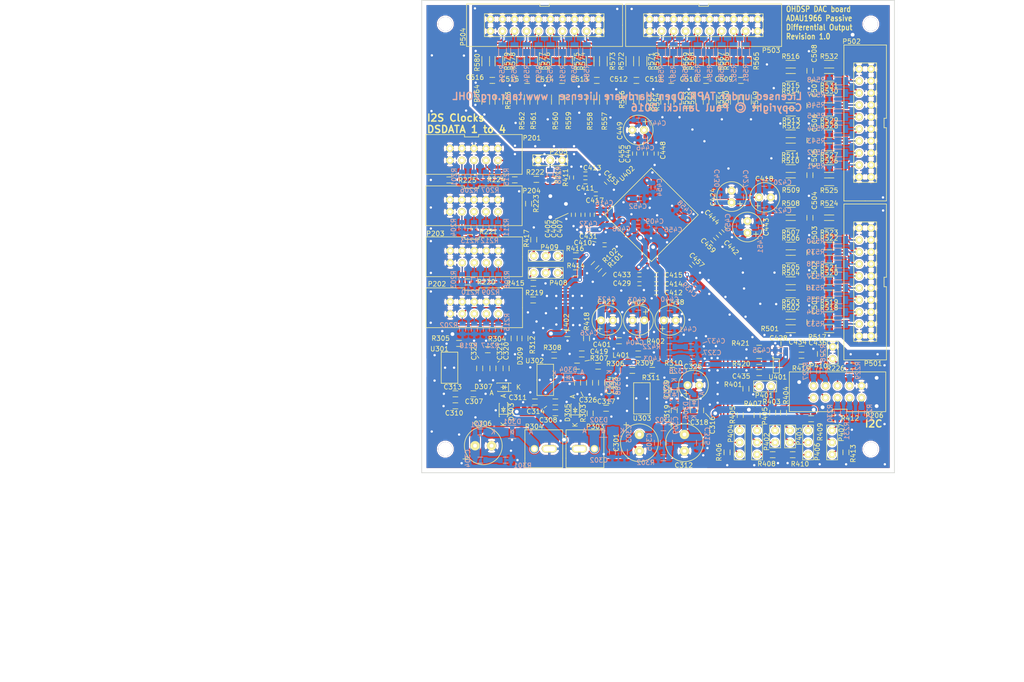
<source format=kicad_pcb>
(kicad_pcb (version 4) (host pcbnew 4.0.1-stable)
  (title_block (title "OHDSP DAC-ADAU1966-PassiveFilters") (date "18 Jan 2016") (rev 1.0) (comment 1 "MERCHANTABILITY, SATISFACTORY QUALITY AND FITNESS FOR A PARTICULAR PURPOSE.") (comment 2 "is distributed WITHOUT ANY EXPRESS OR IMPLIED WARRANTY, INCLUDING OF") (comment 3 "Licensed under the TAPR Open Hardware License (www.tapr.org/OHL). This documentation") (comment 4 "Copyright Paul Janicki 2016"))
  (layers (0 F.Cu signal) (31 B.Cu signal) (34 B.Paste user) (35 F.Paste user) (36 B.SilkS user) (37 F.SilkS user) (38 B.Mask user) (39 F.Mask user) (44 Edge.Cuts user))
  (net 0 "")
  (net 1 "Net-(C301-Pad1)")
  (net 2 GNDA)
  (net 3 VPP)
  (net 4 VDD)
  (net 5 "Net-(C401-Pad1)")
  (net 6 "Net-(C501-Pad1)")
  (net 7 /ADAU1966/DVDD)
  (net 8 "Net-(C513-Pad2)")
  (net 9 /ADAU1966/IOVDD)
  (net 10 /ADAU1966/MAN_RST_IN)
  (net 11 /ADAU1966/DAC_RESET)
  (net 12 /ADAU1966/AVDD)
  (net 13 "Net-(D301-Pad1)")
  (net 14 "Net-(D301-Pad2)")
  (net 15 "Net-(P201-Pad8)")
  (net 16 "Net-(P202-Pad2)")
  (net 17 "Net-(P202-Pad4)")
  (net 18 "Net-(P202-Pad6)")
  (net 19 "Net-(P202-Pad8)")
  (net 20 "Net-(P203-Pad8)")
  (net 21 "Net-(P204-Pad8)")
  (net 22 /ADAU1966/DAC_SCL)
  (net 23 /ADAU1966/DAC_SDA)
  (net 24 /ADAU1966/SA)
  (net 25 /ADAU1966/COUT/SDA)
  (net 26 /ADAU1966/CCLK/SCL)
  (net 27 /ADAU1966/CDATA/ADDR1)
  (net 28 /ADAU1966/~SS~/ADDR0)
  (net 29 /ADAU1966/DSDATA7)
  (net 30 /ADAU1966/DSDATA8)
  (net 31 /ADAU1966/LF)
  (net 32 /ADAU1966/DACOUT_SDATA5)
  (net 33 /ADAU1966/DACOUT_SDATA6)
  (net 34 /ADAU1966/DACOUT_SDATA2)
  (net 35 /ADAU1966/MCLK)
  (net 36 /ADAU1966/DACOUT_LRCLK)
  (net 37 /ADAU1966/DACOUT_SDATA4)
  (net 38 /ADAU1966/DACOUT_SDATA3)
  (net 39 "Net-(R304-Pad2)")
  (net 40 "Net-(R306-Pad1)")
  (net 41 "Net-(R307-Pad2)")
  (net 42 "Net-(R309-Pad1)")
  (net 43 /ADAU1966/OUT_1P)
  (net 44 /ADAU1966/OUT_2P)
  (net 45 /ADAU1966/OUT_3P)
  (net 46 /ADAU1966/OUT_4P)
  (net 47 /ADAU1966/OUT_5P)
  (net 48 /ADAU1966/OUT_6P)
  (net 49 /ADAU1966/OUT_7P)
  (net 50 /ADAU1966/OUT_8P)
  (net 51 /ADAU1966/OUT_9P)
  (net 52 /ADAU1966/OUT_10P)
  (net 53 /ADAU1966/OUT_11P)
  (net 54 /ADAU1966/OUT_12P)
  (net 55 /ADAU1966/OUT_13P)
  (net 56 /ADAU1966/OUT_14P)
  (net 57 /ADAU1966/OUT_15P)
  (net 58 /ADAU1966/OUT_16P)
  (net 59 "Net-(C511-Pad1)")
  (net 60 "Net-(C511-Pad2)")
  (net 61 /AnaloguePassiveFilters/N1)
  (net 62 /AnaloguePassiveFilters/N2)
  (net 63 /AnaloguePassiveFilters/N3)
  (net 64 /AnaloguePassiveFilters/N4)
  (net 65 /AnaloguePassiveFilters/N5)
  (net 66 /AnaloguePassiveFilters/N6)
  (net 67 /AnaloguePassiveFilters/N7)
  (net 68 /AnaloguePassiveFilters/N8)
  (net 69 /AnaloguePassiveFilters/N9)
  (net 70 /AnaloguePassiveFilters/N10)
  (net 71 /AnaloguePassiveFilters/N11)
  (net 72 /AnaloguePassiveFilters/N12)
  (net 73 /AnaloguePassiveFilters/N13)
  (net 74 /AnaloguePassiveFilters/N14)
  (net 75 /AnaloguePassiveFilters/N15)
  (net 76 /AnaloguePassiveFilters/N16)
  (net 77 "Net-(C411-Pad2)")
  (net 78 "Net-(C418-Pad1)")
  (net 79 "Net-(C434-Pad1)")
  (net 80 "Net-(C501-Pad2)")
  (net 81 "Net-(C502-Pad1)")
  (net 82 "Net-(C502-Pad2)")
  (net 83 "Net-(C503-Pad1)")
  (net 84 "Net-(C503-Pad2)")
  (net 85 "Net-(C504-Pad1)")
  (net 86 "Net-(C504-Pad2)")
  (net 87 "Net-(C505-Pad1)")
  (net 88 "Net-(C505-Pad2)")
  (net 89 "Net-(C506-Pad1)")
  (net 90 "Net-(C506-Pad2)")
  (net 91 "Net-(C507-Pad1)")
  (net 92 "Net-(C507-Pad2)")
  (net 93 "Net-(C508-Pad1)")
  (net 94 "Net-(C508-Pad2)")
  (net 95 "Net-(C510-Pad1)")
  (net 96 "Net-(C510-Pad2)")
  (net 97 "Net-(C512-Pad1)")
  (net 98 "Net-(C512-Pad2)")
  (net 99 "Net-(C514-Pad1)")
  (net 100 "Net-(C514-Pad2)")
  (net 101 "Net-(C516-Pad1)")
  (net 102 "Net-(C516-Pad2)")
  (net 103 "Net-(P402-Pad1)")
  (net 104 "Net-(P403-Pad1)")
  (net 105 "Net-(P408-Pad3)")
  (net 106 "Net-(P408-Pad1)")
  (net 107 "Net-(P409-Pad3)")
  (net 108 "Net-(P409-Pad1)")
  (net 109 "Net-(C509-Pad1)")
  (net 110 "Net-(C509-Pad2)")
  (net 111 "Net-(C513-Pad1)")
  (net 112 "Net-(C515-Pad1)")
  (net 113 "Net-(C515-Pad2)")
  (net 114 "Net-(P501-Pad4)")
  (net 115 "Net-(P501-Pad6)")
  (net 116 "Net-(P501-Pad8)")
  (net 117 "Net-(P501-Pad10)")
  (net 118 "Net-(P501-Pad12)")
  (net 119 "Net-(P501-Pad14)")
  (net 120 "Net-(P501-Pad16)")
  (net 121 "Net-(P501-Pad18)")
  (net 122 "Net-(P502-Pad4)")
  (net 123 "Net-(P502-Pad6)")
  (net 124 "Net-(P502-Pad8)")
  (net 125 "Net-(P502-Pad10)")
  (net 126 "Net-(P502-Pad12)")
  (net 127 "Net-(P502-Pad14)")
  (net 128 "Net-(P502-Pad16)")
  (net 129 "Net-(P502-Pad18)")
  (net 130 "Net-(P503-Pad4)")
  (net 131 "Net-(P503-Pad6)")
  (net 132 "Net-(P503-Pad8)")
  (net 133 "Net-(P503-Pad10)")
  (net 134 "Net-(P503-Pad12)")
  (net 135 "Net-(P503-Pad14)")
  (net 136 "Net-(P503-Pad16)")
  (net 137 "Net-(P503-Pad18)")
  (net 138 "Net-(P504-Pad4)")
  (net 139 "Net-(P504-Pad6)")
  (net 140 "Net-(P504-Pad8)")
  (net 141 "Net-(P504-Pad10)")
  (net 142 "Net-(P504-Pad12)")
  (net 143 "Net-(P504-Pad14)")
  (net 144 "Net-(P504-Pad16)")
  (net 145 "Net-(P504-Pad18)")
  (net 146 VAA)
  (net 147 "Net-(D302-Pad1)")
  (net 148 "Net-(P201-Pad2)")
  (net 149 "Net-(P201-Pad4)")
  (net 150 "Net-(P201-Pad6)")
  (net 151 "Net-(P203-Pad2)")
  (net 152 "Net-(P203-Pad4)")
  (net 153 "Net-(P203-Pad6)")
  (net 154 "Net-(P204-Pad2)")
  (net 155 "Net-(P204-Pad4)")
  (net 156 "Net-(P204-Pad6)")
  (net 157 "Net-(C309-Pad1)")
  (net 158 /Connectors/BCLK)
  (net 159 /ADAU1966/DACOUT_SDATA1)
  (net 160 "Net-(C304-Pad1)")
  (net 161 "Net-(C304-Pad2)")
  (net 162 "Net-(C309-Pad2)")
  (net 163 "Net-(C317-Pad1)")
  (net 164 "Net-(C419-Pad1)")
  (net 165 "Net-(C424-Pad1)")
  (net 166 "Net-(C435-Pad1)")
  (net 167 "Net-(C437-Pad1)")
  (net 168 "Net-(C442-Pad2)")
  (net 169 "Net-(C444-Pad1)")
  (net 170 "Net-(C445-Pad2)")
  (net 171 "Net-(C448-Pad1)")
  (net 172 "Net-(D309-Pad1)")
  (net 173 "Net-(P205-Pad2)")
  (net 174 "Net-(P404-Pad3)")
  (net 175 "Net-(P404-Pad1)")
  (net 176 "Net-(P405-Pad3)")
  (net 177 "Net-(P405-Pad1)")
  (net 178 "Net-(P406-Pad3)")
  (net 179 "Net-(P406-Pad1)")
  (net 180 "Net-(P407-Pad3)")
  (net 181 "Net-(P407-Pad1)")
  (net 182 "Net-(R310-Pad1)")
  (net 183 "Net-(P206-Pad2)")
  (net 184 "Net-(P206-Pad4)")
  (net 185 "Net-(P206-Pad5)")
  (net 186 "Net-(P206-Pad6)")
  (net 187 "Net-(P206-Pad7)")
  (net 188 "Net-(P206-Pad8)")
  (net 189 "Net-(P206-Pad9)")
  (module MyKiCadLibs-Footprints:DIODE-SOD-123 (layer F.Cu) (at 122.2845 136.7285 90)
    (fp_text reference D303 (at -0.3937 1.6639 90) (layer F.SilkS))
    (fp_text value SBR1A40S1 hide)
    (fp_text user K (at -3 0 90) (layer F.SilkS))
    (fp_text user A (at 3 0 90) (layer F.SilkS))
    (pad 2 smd rect (at -1.7 0 90) (size 1 1) (layers F.Cu F.Paste F.Mask) (net 160 "Net-(C304-Pad1)"))
    (pad 1 smd rect (at 1.7 0 90) (size 1 1) (layers F.Cu F.Paste F.Mask) (net 3 VPP))
  )
  (module MyKiCadLibs-Footprints:SMD-0805 (layer F.Cu) (at 133.27 137.3)
    (fp_text reference C308 (at -1.5238 1.5494) (layer F.SilkS))
    (fp_text value 22u hide)
    (pad 1 smd rect (at -1.1 0) (size 0.9 1.3) (layers F.Cu F.Paste F.Mask) (net 160 "Net-(C304-Pad1)"))
    (pad 2 smd rect (at 1.1 0) (size 0.9 1.3) (layers F.Cu F.Paste F.Mask) (net 2 GNDA))
  )
  (module MyKiCadLibs-Footprints:SMD-0805 (layer F.Cu) (at 118.97 123.965 180)
    (fp_text reference R304 (at -1.9685 2.286 180) (layer F.SilkS))
    (fp_text value 0R hide)
    (pad 1 smd rect (at -1.1 0 180) (size 0.9 1.3) (layers F.Cu F.Paste F.Mask) (net 3 VPP))
    (pad 2 smd rect (at 1.1 0 180) (size 0.9 1.3) (layers F.Cu F.Paste F.Mask) (net 39 "Net-(R304-Pad2)"))
  )
  (module MyKiCadLibs-Footprints:SMD-0805 (layer F.Cu) (at 133.016 125.108)
    (fp_text reference R308 (at -0.3808 -1.6002) (layer F.SilkS))
    (fp_text value 4k7 hide)
    (pad 1 smd rect (at -1.1 0) (size 0.9 1.3) (layers F.Cu F.Paste F.Mask) (net 2 GNDA))
    (pad 2 smd rect (at 1.1 0) (size 0.9 1.3) (layers F.Cu F.Paste F.Mask) (net 41 "Net-(R307-Pad2)"))
  )
  (module MyKiCadLibs-Footprints:CONN_DIL_2X5_BOX (layer F.Cu) (at 116.0488 93.485 270)
    (fp_text reference P204 (at -3.175 -12.1922 360) (layer F.SilkS))
    (fp_text value CONN_02X05 hide)
    (pad 1 thru_hole circle (at -1.27 -5.08 270) (size 1.6 1.6) (drill 0.8) (layers *.Cu *.Mask F.SilkS) (net 2 GNDA))
    (pad 2 thru_hole circle (at 1.27 -5.08 270) (size 1.6 1.6) (drill 0.8) (layers *.Cu *.Mask F.SilkS) (net 154 "Net-(P204-Pad2)"))
    (pad 3 thru_hole circle (at -1.27 -2.54 270) (size 1.6 1.6) (drill 0.8) (layers *.Cu *.Mask F.SilkS) (net 2 GNDA))
    (pad 4 thru_hole circle (at 1.27 -2.54 270) (size 1.6 1.6) (drill 0.8) (layers *.Cu *.Mask F.SilkS) (net 155 "Net-(P204-Pad4)"))
    (pad 5 thru_hole circle (at -1.27 0 270) (size 1.6 1.6) (drill 0.8) (layers *.Cu *.Mask F.SilkS) (net 2 GNDA))
    (pad 6 thru_hole circle (at 1.27 0 270) (size 1.6 1.6) (drill 0.8) (layers *.Cu *.Mask F.SilkS) (net 156 "Net-(P204-Pad6)"))
    (pad 7 thru_hole circle (at -1.27 2.54 270) (size 1.6 1.6) (drill 0.8) (layers *.Cu *.Mask F.SilkS) (net 2 GNDA))
    (pad 8 thru_hole circle (at 1.27 2.54 270) (size 1.6 1.6) (drill 0.8) (layers *.Cu *.Mask F.SilkS) (net 21 "Net-(P204-Pad8)"))
    (pad 9 thru_hole circle (at -1.27 5.08 270) (size 1.6 1.6) (drill 0.8) (layers *.Cu *.Mask F.SilkS) (net 2 GNDA))
    (pad 10 thru_hole circle (at 1.27 5.08 270) (size 1.6 1.6) (drill 0.8) (layers *.Cu *.Mask F.SilkS) (net 2 GNDA))
  )
  (module Mounting_Holes:MountingHole_3mm (layer F.Cu) (at 200 55)
    (fp_text reference P306 hide)
    (fp_text value PIN hide)
    (pad 1 thru_hole circle (at 0 0) (size 3 3) (drill 3) (layers))
  )
  (module Mounting_Holes:MountingHole_3mm (layer F.Cu) (at 110 55)
    (fp_text reference P305 hide)
    (fp_text value PIN hide)
    (pad 1 thru_hole circle (at 0 0) (size 3 3) (drill 3) (layers))
  )
  (module Mounting_Holes:MountingHole_3mm (layer F.Cu) (at 200 145)
    (fp_text reference P302 hide)
    (fp_text value PIN hide)
    (pad 1 thru_hole circle (at 0 0) (size 3 3) (drill 3) (layers))
  )
  (module Mounting_Holes:MountingHole_3mm (layer F.Cu) (at 110 145)
    (fp_text reference P301 hide)
    (fp_text value PIN hide)
    (pad 1 thru_hole circle (at 0 0) (size 3 3) (drill 3) (layers))
  )
  (module MyKiCadLibs-Footprints:DIODE-SMA (layer B.Cu) (at 143.43 141.11)
    (fp_text reference D302 (at -0.965 -2.286) (layer B.SilkS) (effects (justify mirror)))
    (fp_text value B230A hide)
    (fp_text user K (at 4 0) (layer B.SilkS) (effects (justify mirror)))
    (fp_text user A (at -4 0) (layer B.SilkS) (effects (justify mirror)))
    (pad 1 smd rect (at -2 0) (size 2.5 1.7) (layers B.Cu B.Paste B.Mask) (net 147 "Net-(D302-Pad1)"))
    (pad 2 smd rect (at 2 0) (size 2.5 1.7) (layers B.Cu B.Paste B.Mask) (net 1 "Net-(C301-Pad1)"))
  )
  (module MyKiCadLibs-Footprints:CONN_SIL_2 (layer F.Cu) (at 191.944 125.87 90)
    (fp_text reference P410 (at -1.524 -2.997 360) (layer F.SilkS))
    (fp_text value CONN_2x1 hide)
    (pad 1 thru_hole circle (at 0 0 90) (size 1.6 1.6) (drill 0.8) (layers *.Cu *.Mask F.SilkS) (net 10 /ADAU1966/MAN_RST_IN))
    (pad 2 thru_hole circle (at 2.54 0 90) (size 1.6 1.6) (drill 0.8) (layers *.Cu *.Mask F.SilkS) (net 2 GNDA))
  )
  (module MyKiCadLibs-Footprints:SMD-0805 (layer F.Cu) (at 119.935 66.942)
    (fp_text reference C516 (at -3.6828 -0.635) (layer F.SilkS))
    (fp_text value 2n7 hide)
    (pad 1 smd rect (at -1.1 0) (size 0.9 1.3) (layers F.Cu F.Paste F.Mask) (net 101 "Net-(C516-Pad1)"))
    (pad 2 smd rect (at 1.1 0) (size 0.9 1.3) (layers F.Cu F.Paste F.Mask) (net 102 "Net-(C516-Pad2)"))
  )
  (module MyKiCadLibs-Footprints:SMD-0805 (layer F.Cu) (at 127.301 66.942)
    (fp_text reference C515 (at -3.632 -0.254 180) (layer F.SilkS))
    (fp_text value 2n7 hide)
    (pad 1 smd rect (at -1.1 0) (size 0.9 1.3) (layers F.Cu F.Paste F.Mask) (net 112 "Net-(C515-Pad1)"))
    (pad 2 smd rect (at 1.1 0) (size 0.9 1.3) (layers F.Cu F.Paste F.Mask) (net 113 "Net-(C515-Pad2)"))
  )
  (module MyKiCadLibs-Footprints:SMD-0805 (layer F.Cu) (at 134.667 66.942)
    (fp_text reference C514 (at -3.6574 -0.1905) (layer F.SilkS))
    (fp_text value 2n7 hide)
    (pad 1 smd rect (at -1.1 0) (size 0.9 1.3) (layers F.Cu F.Paste F.Mask) (net 99 "Net-(C514-Pad1)"))
    (pad 2 smd rect (at 1.1 0) (size 0.9 1.3) (layers F.Cu F.Paste F.Mask) (net 100 "Net-(C514-Pad2)"))
  )
  (module MyKiCadLibs-Footprints:SMD-0805 (layer F.Cu) (at 142.033 66.942)
    (fp_text reference C513 (at -3.632 -0.254) (layer F.SilkS))
    (fp_text value 2n7 hide)
    (pad 1 smd rect (at -1.1 0) (size 0.9 1.3) (layers F.Cu F.Paste F.Mask) (net 111 "Net-(C513-Pad1)"))
    (pad 2 smd rect (at 1.1 0) (size 0.9 1.3) (layers F.Cu F.Paste F.Mask) (net 8 "Net-(C513-Pad2)"))
  )
  (module MyKiCadLibs-Footprints:SMD-0805 (layer F.Cu) (at 150.415 66.942)
    (fp_text reference C512 (at -3.759 -0.254) (layer F.SilkS))
    (fp_text value 2n7 hide)
    (pad 1 smd rect (at -1.1 0) (size 0.9 1.3) (layers F.Cu F.Paste F.Mask) (net 97 "Net-(C512-Pad1)"))
    (pad 2 smd rect (at 1.1 0) (size 0.9 1.3) (layers F.Cu F.Paste F.Mask) (net 98 "Net-(C512-Pad2)"))
  )
  (module MyKiCadLibs-Footprints:SMD-0805 (layer F.Cu) (at 157.781 66.942)
    (fp_text reference C511 (at -3.6574 -0.254) (layer F.SilkS))
    (fp_text value 2n7 hide)
    (pad 1 smd rect (at -1.1 0) (size 0.9 1.3) (layers F.Cu F.Paste F.Mask) (net 59 "Net-(C511-Pad1)"))
    (pad 2 smd rect (at 1.1 0) (size 0.9 1.3) (layers F.Cu F.Paste F.Mask) (net 60 "Net-(C511-Pad2)"))
  )
  (module MyKiCadLibs-Footprints:SMD-0805 (layer F.Cu) (at 165.147 66.942)
    (fp_text reference C510 (at -3.632 -0.254) (layer F.SilkS))
    (fp_text value 2n7 hide)
    (pad 1 smd rect (at -1.1 0) (size 0.9 1.3) (layers F.Cu F.Paste F.Mask) (net 95 "Net-(C510-Pad1)"))
    (pad 2 smd rect (at 1.1 0) (size 0.9 1.3) (layers F.Cu F.Paste F.Mask) (net 96 "Net-(C510-Pad2)"))
  )
  (module MyKiCadLibs-Footprints:SMD-0805 (layer F.Cu) (at 172.513 66.942)
    (fp_text reference C509 (at -3.632 -0.254) (layer F.SilkS))
    (fp_text value 2n7 hide)
    (pad 1 smd rect (at -1.1 0) (size 0.9 1.3) (layers F.Cu F.Paste F.Mask) (net 109 "Net-(C509-Pad1)"))
    (pad 2 smd rect (at 1.1 0) (size 0.9 1.3) (layers F.Cu F.Paste F.Mask) (net 110 "Net-(C509-Pad2)"))
  )
  (module MyKiCadLibs-Footprints:SMD-0805 (layer F.Cu) (at 187.118 64.91 270)
    (fp_text reference C508 (at -3.6576 -0.9146 270) (layer F.SilkS))
    (fp_text value 2n7 hide)
    (pad 1 smd rect (at -1.1 0 270) (size 0.9 1.3) (layers F.Cu F.Paste F.Mask) (net 93 "Net-(C508-Pad1)"))
    (pad 2 smd rect (at 1.1 0 270) (size 0.9 1.3) (layers F.Cu F.Paste F.Mask) (net 94 "Net-(C508-Pad2)"))
  )
  (module MyKiCadLibs-Footprints:SMD-1206 (layer F.Cu) (at 125.904 71.006 90)
    (fp_text reference R562 (at -4.4958 0.305 90) (layer F.SilkS))
    (fp_text value 240 hide)
    (pad 1 smd rect (at -1.7 0 90) (size 1.1 1.7) (layers F.Cu F.Paste F.Mask) (net 75 /AnaloguePassiveFilters/N15))
    (pad 2 smd rect (at 1.7 0 90) (size 1.1 1.7) (layers F.Cu F.Paste F.Mask) (net 112 "Net-(C515-Pad1)"))
  )
  (module MyKiCadLibs-Footprints:SMD-1206 (layer F.Cu) (at 128.698 71.006 90)
    (fp_text reference R561 (at -4.445 -0.076 90) (layer F.SilkS))
    (fp_text value 240 hide)
    (pad 1 smd rect (at -1.7 0 90) (size 1.1 1.7) (layers F.Cu F.Paste F.Mask) (net 57 /ADAU1966/OUT_15P))
    (pad 2 smd rect (at 1.7 0 90) (size 1.1 1.7) (layers F.Cu F.Paste F.Mask) (net 113 "Net-(C515-Pad2)"))
  )
  (module MyKiCadLibs-Footprints:SMD-1206 (layer F.Cu) (at 133.27 71.006 90)
    (fp_text reference R560 (at -4.4958 0.0256 90) (layer F.SilkS))
    (fp_text value 240 hide)
    (pad 1 smd rect (at -1.7 0 90) (size 1.1 1.7) (layers F.Cu F.Paste F.Mask) (net 74 /AnaloguePassiveFilters/N14))
    (pad 2 smd rect (at 1.7 0 90) (size 1.1 1.7) (layers F.Cu F.Paste F.Mask) (net 99 "Net-(C514-Pad1)"))
  )
  (module MyKiCadLibs-Footprints:SMD-1206 (layer F.Cu) (at 136.064 71.006 90)
    (fp_text reference R559 (at -4.4704 0.0002 90) (layer F.SilkS))
    (fp_text value 240 hide)
    (pad 1 smd rect (at -1.7 0 90) (size 1.1 1.7) (layers F.Cu F.Paste F.Mask) (net 56 /ADAU1966/OUT_14P))
    (pad 2 smd rect (at 1.7 0 90) (size 1.1 1.7) (layers F.Cu F.Paste F.Mask) (net 100 "Net-(C514-Pad2)"))
  )
  (module MyKiCadLibs-Footprints:SMD-1206 (layer F.Cu) (at 140.636 71.006 90)
    (fp_text reference R558 (at -4.572 -0.0506 90) (layer F.SilkS))
    (fp_text value 240 hide)
    (pad 1 smd rect (at -1.7 0 90) (size 1.1 1.7) (layers F.Cu F.Paste F.Mask) (net 73 /AnaloguePassiveFilters/N13))
    (pad 2 smd rect (at 1.7 0 90) (size 1.1 1.7) (layers F.Cu F.Paste F.Mask) (net 111 "Net-(C513-Pad1)"))
  )
  (module MyKiCadLibs-Footprints:SMD-1206 (layer F.Cu) (at 143.43 71.006 90)
    (fp_text reference R557 (at -4.572 0.2542 90) (layer F.SilkS))
    (fp_text value 240 hide)
    (pad 1 smd rect (at -1.7 0 90) (size 1.1 1.7) (layers F.Cu F.Paste F.Mask) (net 55 /ADAU1966/OUT_13P))
    (pad 2 smd rect (at 1.7 0 90) (size 1.1 1.7) (layers F.Cu F.Paste F.Mask) (net 8 "Net-(C513-Pad2)"))
  )
  (module MyKiCadLibs-Footprints:SMD-1206 (layer F.Cu) (at 149.018 71.006 90)
    (fp_text reference R556 (at 0 -1.65 90) (layer F.SilkS))
    (fp_text value 240 hide)
    (pad 1 smd rect (at -1.7 0 90) (size 1.1 1.7) (layers F.Cu F.Paste F.Mask) (net 72 /AnaloguePassiveFilters/N12))
    (pad 2 smd rect (at 1.7 0 90) (size 1.1 1.7) (layers F.Cu F.Paste F.Mask) (net 97 "Net-(C512-Pad1)"))
  )
  (module MyKiCadLibs-Footprints:SMD-1206 (layer F.Cu) (at 151.812 71.006 90)
    (fp_text reference R555 (at -0.508 1.7528 90) (layer F.SilkS))
    (fp_text value 240 hide)
    (pad 1 smd rect (at -1.7 0 90) (size 1.1 1.7) (layers F.Cu F.Paste F.Mask) (net 54 /ADAU1966/OUT_12P))
    (pad 2 smd rect (at 1.7 0 90) (size 1.1 1.7) (layers F.Cu F.Paste F.Mask) (net 98 "Net-(C512-Pad2)"))
  )
  (module MyKiCadLibs-Footprints:SMD-1206 (layer F.Cu) (at 156.384 71.006 90)
    (fp_text reference R554 (at -0.508 -1.6254 90) (layer F.SilkS))
    (fp_text value 240 hide)
    (pad 1 smd rect (at -1.7 0 90) (size 1.1 1.7) (layers F.Cu F.Paste F.Mask) (net 71 /AnaloguePassiveFilters/N11))
    (pad 2 smd rect (at 1.7 0 90) (size 1.1 1.7) (layers F.Cu F.Paste F.Mask) (net 59 "Net-(C511-Pad1)"))
  )
  (module MyKiCadLibs-Footprints:SMD-1206 (layer F.Cu) (at 159.178 71.006 90)
    (fp_text reference R553 (at -0.1524 1.7274 90) (layer F.SilkS))
    (fp_text value 240 hide)
    (pad 1 smd rect (at -1.7 0 90) (size 1.1 1.7) (layers F.Cu F.Paste F.Mask) (net 53 /ADAU1966/OUT_11P))
    (pad 2 smd rect (at 1.7 0 90) (size 1.1 1.7) (layers F.Cu F.Paste F.Mask) (net 60 "Net-(C511-Pad2)"))
  )
  (module MyKiCadLibs-Footprints:SMD-1206 (layer F.Cu) (at 163.75 71.006 90)
    (fp_text reference R552 (at -0.1524 -1.6254 90) (layer F.SilkS))
    (fp_text value 240 hide)
    (pad 1 smd rect (at -1.7 0 90) (size 1.1 1.7) (layers F.Cu F.Paste F.Mask) (net 70 /AnaloguePassiveFilters/N10))
    (pad 2 smd rect (at 1.7 0 90) (size 1.1 1.7) (layers F.Cu F.Paste F.Mask) (net 95 "Net-(C510-Pad1)"))
  )
  (module MyKiCadLibs-Footprints:SMD-1206 (layer F.Cu) (at 166.544 71.006 90)
    (fp_text reference R551 (at 0 1.702 90) (layer F.SilkS))
    (fp_text value 240 hide)
    (pad 1 smd rect (at -1.7 0 90) (size 1.1 1.7) (layers F.Cu F.Paste F.Mask) (net 52 /ADAU1966/OUT_10P))
    (pad 2 smd rect (at 1.7 0 90) (size 1.1 1.7) (layers F.Cu F.Paste F.Mask) (net 96 "Net-(C510-Pad2)"))
  )
  (module MyKiCadLibs-Footprints:SMD-1206 (layer F.Cu) (at 171.116 71.006 90)
    (fp_text reference R550 (at 0 -1.65 90) (layer F.SilkS))
    (fp_text value 240 hide)
    (pad 1 smd rect (at -1.7 0 90) (size 1.1 1.7) (layers F.Cu F.Paste F.Mask) (net 69 /AnaloguePassiveFilters/N9))
    (pad 2 smd rect (at 1.7 0 90) (size 1.1 1.7) (layers F.Cu F.Paste F.Mask) (net 109 "Net-(C509-Pad1)"))
  )
  (module MyKiCadLibs-Footprints:SMD-1206 (layer F.Cu) (at 173.91 71.006 90)
    (fp_text reference R549 (at -0.1016 1.7274 90) (layer F.SilkS))
    (fp_text value 240 hide)
    (pad 1 smd rect (at -1.7 0 90) (size 1.1 1.7) (layers F.Cu F.Paste F.Mask) (net 51 /ADAU1966/OUT_9P))
    (pad 2 smd rect (at 1.7 0 90) (size 1.1 1.7) (layers F.Cu F.Paste F.Mask) (net 110 "Net-(C509-Pad2)"))
  )
  (module MyKiCadLibs-Footprints:SMD-1206 (layer B.Cu) (at 192.96 67.069 180)
    (fp_text reference R548 (at 4.521 0.254 180) (layer B.SilkS) (effects (justify mirror)))
    (fp_text value 100k hide)
    (pad 1 smd rect (at -1.7 0 180) (size 1.1 1.7) (layers B.Cu B.Paste B.Mask) (net 129 "Net-(P502-Pad18)"))
    (pad 2 smd rect (at 1.7 0 180) (size 1.1 1.7) (layers B.Cu B.Paste B.Mask) (net 2 GNDA))
  )
  (module MyKiCadLibs-Footprints:SMD-1206 (layer B.Cu) (at 192.96 69.609 180)
    (fp_text reference R547 (at 4.521 -0.381 180) (layer B.SilkS) (effects (justify mirror)))
    (fp_text value 100k hide)
    (pad 1 smd rect (at -1.7 0 180) (size 1.1 1.7) (layers B.Cu B.Paste B.Mask) (net 128 "Net-(P502-Pad16)"))
    (pad 2 smd rect (at 1.7 0 180) (size 1.1 1.7) (layers B.Cu B.Paste B.Mask) (net 2 GNDA))
  )
  (module MyKiCadLibs-Footprints:SMD-1206 (layer B.Cu) (at 192.96 72.149 180)
    (fp_text reference R546 (at 4.521 0 180) (layer B.SilkS) (effects (justify mirror)))
    (fp_text value 100k hide)
    (pad 1 smd rect (at -1.7 0 180) (size 1.1 1.7) (layers B.Cu B.Paste B.Mask) (net 127 "Net-(P502-Pad14)"))
    (pad 2 smd rect (at 1.7 0 180) (size 1.1 1.7) (layers B.Cu B.Paste B.Mask) (net 2 GNDA))
  )
  (module MyKiCadLibs-Footprints:SMD-1206 (layer B.Cu) (at 192.96 74.689 180)
    (fp_text reference R545 (at 4.521 0.254 180) (layer B.SilkS) (effects (justify mirror)))
    (fp_text value 100k hide)
    (pad 1 smd rect (at -1.7 0 180) (size 1.1 1.7) (layers B.Cu B.Paste B.Mask) (net 126 "Net-(P502-Pad12)"))
    (pad 2 smd rect (at 1.7 0 180) (size 1.1 1.7) (layers B.Cu B.Paste B.Mask) (net 2 GNDA))
  )
  (module MyKiCadLibs-Footprints:SMD-1206 (layer B.Cu) (at 192.96 77.229 180)
    (fp_text reference R544 (at 4.521 0.127 180) (layer B.SilkS) (effects (justify mirror)))
    (fp_text value 100k hide)
    (pad 1 smd rect (at -1.7 0 180) (size 1.1 1.7) (layers B.Cu B.Paste B.Mask) (net 125 "Net-(P502-Pad10)"))
    (pad 2 smd rect (at 1.7 0 180) (size 1.1 1.7) (layers B.Cu B.Paste B.Mask) (net 2 GNDA))
  )
  (module MyKiCadLibs-Footprints:SMD-1206 (layer B.Cu) (at 192.96 79.769 180)
    (fp_text reference R543 (at 4.521 0 180) (layer B.SilkS) (effects (justify mirror)))
    (fp_text value 100k hide)
    (pad 1 smd rect (at -1.7 0 180) (size 1.1 1.7) (layers B.Cu B.Paste B.Mask) (net 124 "Net-(P502-Pad8)"))
    (pad 2 smd rect (at 1.7 0 180) (size 1.1 1.7) (layers B.Cu B.Paste B.Mask) (net 2 GNDA))
  )
  (module MyKiCadLibs-Footprints:SMD-1206 (layer B.Cu) (at 192.96 82.309 180)
    (fp_text reference R542 (at 4.521 0.127 180) (layer B.SilkS) (effects (justify mirror)))
    (fp_text value 100k hide)
    (pad 1 smd rect (at -1.7 0 180) (size 1.1 1.7) (layers B.Cu B.Paste B.Mask) (net 123 "Net-(P502-Pad6)"))
    (pad 2 smd rect (at 1.7 0 180) (size 1.1 1.7) (layers B.Cu B.Paste B.Mask) (net 2 GNDA))
  )
  (module MyKiCadLibs-Footprints:SMD-1206 (layer B.Cu) (at 192.96 84.849 180)
    (fp_text reference R541 (at 4.521 -0.254 180) (layer B.SilkS) (effects (justify mirror)))
    (fp_text value 100k hide)
    (pad 1 smd rect (at -1.7 0 180) (size 1.1 1.7) (layers B.Cu B.Paste B.Mask) (net 122 "Net-(P502-Pad4)"))
    (pad 2 smd rect (at 1.7 0 180) (size 1.1 1.7) (layers B.Cu B.Paste B.Mask) (net 2 GNDA))
  )
  (module MyKiCadLibs-Footprints:SMD-1206 (layer B.Cu) (at 192.96 100.724 180)
    (fp_text reference R540 (at 4.648 -0.254 180) (layer B.SilkS) (effects (justify mirror)))
    (fp_text value 100k hide)
    (pad 1 smd rect (at -1.7 0 180) (size 1.1 1.7) (layers B.Cu B.Paste B.Mask) (net 121 "Net-(P501-Pad18)"))
    (pad 2 smd rect (at 1.7 0 180) (size 1.1 1.7) (layers B.Cu B.Paste B.Mask) (net 2 GNDA))
  )
  (module MyKiCadLibs-Footprints:SMD-1206 (layer B.Cu) (at 192.96 103.264 180)
    (fp_text reference R539 (at 4.648 0 180) (layer B.SilkS) (effects (justify mirror)))
    (fp_text value 100k hide)
    (pad 1 smd rect (at -1.7 0 180) (size 1.1 1.7) (layers B.Cu B.Paste B.Mask) (net 120 "Net-(P501-Pad16)"))
    (pad 2 smd rect (at 1.7 0 180) (size 1.1 1.7) (layers B.Cu B.Paste B.Mask) (net 2 GNDA))
  )
  (module MyKiCadLibs-Footprints:SMD-1206 (layer B.Cu) (at 192.96 105.804 180)
    (fp_text reference R538 (at 4.648 0 180) (layer B.SilkS) (effects (justify mirror)))
    (fp_text value 100k hide)
    (pad 1 smd rect (at -1.7 0 180) (size 1.1 1.7) (layers B.Cu B.Paste B.Mask) (net 119 "Net-(P501-Pad14)"))
    (pad 2 smd rect (at 1.7 0 180) (size 1.1 1.7) (layers B.Cu B.Paste B.Mask) (net 2 GNDA))
  )
  (module MyKiCadLibs-Footprints:SMD-1206 (layer B.Cu) (at 192.96 108.344 180)
    (fp_text reference R537 (at 4.648 -0.127 180) (layer B.SilkS) (effects (justify mirror)))
    (fp_text value 100k hide)
    (pad 1 smd rect (at -1.7 0 180) (size 1.1 1.7) (layers B.Cu B.Paste B.Mask) (net 118 "Net-(P501-Pad12)"))
    (pad 2 smd rect (at 1.7 0 180) (size 1.1 1.7) (layers B.Cu B.Paste B.Mask) (net 2 GNDA))
  )
  (module MyKiCadLibs-Footprints:SMD-1206 (layer B.Cu) (at 192.96 110.884 180)
    (fp_text reference R536 (at 4.648 0 180) (layer B.SilkS) (effects (justify mirror)))
    (fp_text value 100k hide)
    (pad 1 smd rect (at -1.7 0 180) (size 1.1 1.7) (layers B.Cu B.Paste B.Mask) (net 117 "Net-(P501-Pad10)"))
    (pad 2 smd rect (at 1.7 0 180) (size 1.1 1.7) (layers B.Cu B.Paste B.Mask) (net 2 GNDA))
  )
  (module MyKiCadLibs-Footprints:SMD-1206 (layer B.Cu) (at 192.96 113.424 180)
    (fp_text reference R535 (at 4.648 0.127 180) (layer B.SilkS) (effects (justify mirror)))
    (fp_text value 100k hide)
    (pad 1 smd rect (at -1.7 0 180) (size 1.1 1.7) (layers B.Cu B.Paste B.Mask) (net 116 "Net-(P501-Pad8)"))
    (pad 2 smd rect (at 1.7 0 180) (size 1.1 1.7) (layers B.Cu B.Paste B.Mask) (net 2 GNDA))
  )
  (module MyKiCadLibs-Footprints:SMD-1206 (layer F.Cu) (at 191.182 63.513)
    (fp_text reference R532 (at 0 -1.65) (layer F.SilkS))
    (fp_text value 100R hide)
    (pad 1 smd rect (at -1.7 0) (size 1.1 1.7) (layers F.Cu F.Paste F.Mask) (net 93 "Net-(C508-Pad1)"))
    (pad 2 smd rect (at 1.7 0) (size 1.1 1.7) (layers F.Cu F.Paste F.Mask) (net 129 "Net-(P502-Pad18)"))
  )
  (module MyKiCadLibs-Footprints:SMD-1206 (layer F.Cu) (at 191.182 66.307)
    (fp_text reference R531 (at 0.0002 1.7272) (layer F.SilkS))
    (fp_text value 100R hide)
    (pad 1 smd rect (at -1.7 0) (size 1.1 1.7) (layers F.Cu F.Paste F.Mask) (net 94 "Net-(C508-Pad2)"))
    (pad 2 smd rect (at 1.7 0) (size 1.1 1.7) (layers F.Cu F.Paste F.Mask) (net 128 "Net-(P502-Pad16)"))
  )
  (module MyKiCadLibs-Footprints:SMD-1206 (layer F.Cu) (at 191.182 70.879)
    (fp_text reference R530 (at 0 -1.65) (layer F.SilkS))
    (fp_text value 100R hide)
    (pad 1 smd rect (at -1.7 0) (size 1.1 1.7) (layers F.Cu F.Paste F.Mask) (net 91 "Net-(C507-Pad1)"))
    (pad 2 smd rect (at 1.7 0) (size 1.1 1.7) (layers F.Cu F.Paste F.Mask) (net 127 "Net-(P502-Pad14)"))
  )
  (module MyKiCadLibs-Footprints:SMD-1206 (layer F.Cu) (at 191.182 73.673)
    (fp_text reference R529 (at 0 1.7018) (layer F.SilkS))
    (fp_text value 100R hide)
    (pad 1 smd rect (at -1.7 0) (size 1.1 1.7) (layers F.Cu F.Paste F.Mask) (net 92 "Net-(C507-Pad2)"))
    (pad 2 smd rect (at 1.7 0) (size 1.1 1.7) (layers F.Cu F.Paste F.Mask) (net 126 "Net-(P502-Pad12)"))
  )
  (module MyKiCadLibs-Footprints:SMD-1206 (layer F.Cu) (at 191.182 78.245)
    (fp_text reference R528 (at 0 -1.65) (layer F.SilkS))
    (fp_text value 100R hide)
    (pad 1 smd rect (at -1.7 0) (size 1.1 1.7) (layers F.Cu F.Paste F.Mask) (net 89 "Net-(C506-Pad1)"))
    (pad 2 smd rect (at 1.7 0) (size 1.1 1.7) (layers F.Cu F.Paste F.Mask) (net 125 "Net-(P502-Pad10)"))
  )
  (module MyKiCadLibs-Footprints:SMD-1206 (layer F.Cu) (at 191.182 81.039)
    (fp_text reference R527 (at 0.0002 1.7272) (layer F.SilkS))
    (fp_text value 100R hide)
    (pad 1 smd rect (at -1.7 0) (size 1.1 1.7) (layers F.Cu F.Paste F.Mask) (net 90 "Net-(C506-Pad2)"))
    (pad 2 smd rect (at 1.7 0) (size 1.1 1.7) (layers F.Cu F.Paste F.Mask) (net 124 "Net-(P502-Pad8)"))
  )
  (module MyKiCadLibs-Footprints:SMD-1206 (layer F.Cu) (at 191.182 85.611)
    (fp_text reference R526 (at 0 -1.65) (layer F.SilkS))
    (fp_text value 100R hide)
    (pad 1 smd rect (at -1.7 0) (size 1.1 1.7) (layers F.Cu F.Paste F.Mask) (net 87 "Net-(C505-Pad1)"))
    (pad 2 smd rect (at 1.7 0) (size 1.1 1.7) (layers F.Cu F.Paste F.Mask) (net 123 "Net-(P502-Pad6)"))
  )
  (module MyKiCadLibs-Footprints:SMD-1206 (layer F.Cu) (at 191.182 88.405)
    (fp_text reference R525 (at 0.0002 1.8288) (layer F.SilkS))
    (fp_text value 100R hide)
    (pad 1 smd rect (at -1.7 0) (size 1.1 1.7) (layers F.Cu F.Paste F.Mask) (net 88 "Net-(C505-Pad2)"))
    (pad 2 smd rect (at 1.7 0) (size 1.1 1.7) (layers F.Cu F.Paste F.Mask) (net 122 "Net-(P502-Pad4)"))
  )
  (module MyKiCadLibs-Footprints:SMD-1206 (layer F.Cu) (at 191.182 94.628)
    (fp_text reference R524 (at 0 -1.65) (layer F.SilkS))
    (fp_text value 100R hide)
    (pad 1 smd rect (at -1.7 0) (size 1.1 1.7) (layers F.Cu F.Paste F.Mask) (net 85 "Net-(C504-Pad1)"))
    (pad 2 smd rect (at 1.7 0) (size 1.1 1.7) (layers F.Cu F.Paste F.Mask) (net 121 "Net-(P501-Pad18)"))
  )
  (module MyKiCadLibs-Footprints:SMD-1206 (layer F.Cu) (at 191.182 97.422)
    (fp_text reference R523 (at 0.0002 1.7272) (layer F.SilkS))
    (fp_text value 100R hide)
    (pad 1 smd rect (at -1.7 0) (size 1.1 1.7) (layers F.Cu F.Paste F.Mask) (net 86 "Net-(C504-Pad2)"))
    (pad 2 smd rect (at 1.7 0) (size 1.1 1.7) (layers F.Cu F.Paste F.Mask) (net 120 "Net-(P501-Pad16)"))
  )
  (module MyKiCadLibs-Footprints:SMD-1206 (layer F.Cu) (at 191.182 101.994)
    (fp_text reference R522 (at 0 -1.65) (layer F.SilkS))
    (fp_text value 100R hide)
    (pad 1 smd rect (at -1.7 0) (size 1.1 1.7) (layers F.Cu F.Paste F.Mask) (net 83 "Net-(C503-Pad1)"))
    (pad 2 smd rect (at 1.7 0) (size 1.1 1.7) (layers F.Cu F.Paste F.Mask) (net 119 "Net-(P501-Pad14)"))
  )
  (module MyKiCadLibs-Footprints:SMD-1206 (layer F.Cu) (at 191.182 104.788)
    (fp_text reference R521 (at 0 1.7526) (layer F.SilkS))
    (fp_text value 100R hide)
    (pad 1 smd rect (at -1.7 0) (size 1.1 1.7) (layers F.Cu F.Paste F.Mask) (net 84 "Net-(C503-Pad2)"))
    (pad 2 smd rect (at 1.7 0) (size 1.1 1.7) (layers F.Cu F.Paste F.Mask) (net 118 "Net-(P501-Pad12)"))
  )
  (module MyKiCadLibs-Footprints:SMD-1206 (layer F.Cu) (at 191.182 109.36)
    (fp_text reference R520 (at 0 -1.65) (layer F.SilkS))
    (fp_text value 100R hide)
    (pad 1 smd rect (at -1.7 0) (size 1.1 1.7) (layers F.Cu F.Paste F.Mask) (net 81 "Net-(C502-Pad1)"))
    (pad 2 smd rect (at 1.7 0) (size 1.1 1.7) (layers F.Cu F.Paste F.Mask) (net 117 "Net-(P501-Pad10)"))
  )
  (module MyKiCadLibs-Footprints:SMD-1206 (layer F.Cu) (at 191.182 112.154)
    (fp_text reference R519 (at 0.0002 1.7272) (layer F.SilkS))
    (fp_text value 100R hide)
    (pad 1 smd rect (at -1.7 0) (size 1.1 1.7) (layers F.Cu F.Paste F.Mask) (net 82 "Net-(C502-Pad2)"))
    (pad 2 smd rect (at 1.7 0) (size 1.1 1.7) (layers F.Cu F.Paste F.Mask) (net 116 "Net-(P501-Pad8)"))
  )
  (module MyKiCadLibs-Footprints:SMD-1206 (layer F.Cu) (at 183.054 63.513)
    (fp_text reference R516 (at 0 -1.65) (layer F.SilkS))
    (fp_text value 240 hide)
    (pad 1 smd rect (at -1.7 0) (size 1.1 1.7) (layers F.Cu F.Paste F.Mask) (net 68 /AnaloguePassiveFilters/N8))
    (pad 2 smd rect (at 1.7 0) (size 1.1 1.7) (layers F.Cu F.Paste F.Mask) (net 93 "Net-(C508-Pad1)"))
  )
  (module MyKiCadLibs-Footprints:SMD-1206 (layer F.Cu) (at 183.054 66.307)
    (fp_text reference R515 (at 0 1.7272) (layer F.SilkS))
    (fp_text value 240 hide)
    (pad 1 smd rect (at -1.7 0) (size 1.1 1.7) (layers F.Cu F.Paste F.Mask) (net 50 /ADAU1966/OUT_8P))
    (pad 2 smd rect (at 1.7 0) (size 1.1 1.7) (layers F.Cu F.Paste F.Mask) (net 94 "Net-(C508-Pad2)"))
  )
  (module MyKiCadLibs-Footprints:SMD-1206 (layer F.Cu) (at 183.054 70.879)
    (fp_text reference R514 (at -0.0252 -1.6256) (layer F.SilkS))
    (fp_text value 240 hide)
    (pad 1 smd rect (at -1.7 0) (size 1.1 1.7) (layers F.Cu F.Paste F.Mask) (net 67 /AnaloguePassiveFilters/N7))
    (pad 2 smd rect (at 1.7 0) (size 1.1 1.7) (layers F.Cu F.Paste F.Mask) (net 91 "Net-(C507-Pad1)"))
  )
  (module MyKiCadLibs-Footprints:SMD-1206 (layer F.Cu) (at 183.054 73.673)
    (fp_text reference R513 (at 0.1018 1.7272) (layer F.SilkS))
    (fp_text value 240 hide)
    (pad 1 smd rect (at -1.7 0) (size 1.1 1.7) (layers F.Cu F.Paste F.Mask) (net 49 /ADAU1966/OUT_7P))
    (pad 2 smd rect (at 1.7 0) (size 1.1 1.7) (layers F.Cu F.Paste F.Mask) (net 92 "Net-(C507-Pad2)"))
  )
  (module MyKiCadLibs-Footprints:SMD-1206 (layer F.Cu) (at 183.054 78.245)
    (fp_text reference R512 (at 0.1018 -1.651) (layer F.SilkS))
    (fp_text value 240 hide)
    (pad 1 smd rect (at -1.7 0) (size 1.1 1.7) (layers F.Cu F.Paste F.Mask) (net 66 /AnaloguePassiveFilters/N6))
    (pad 2 smd rect (at 1.7 0) (size 1.1 1.7) (layers F.Cu F.Paste F.Mask) (net 89 "Net-(C506-Pad1)"))
  )
  (module MyKiCadLibs-Footprints:SMD-1206 (layer F.Cu) (at 183.054 81.039)
    (fp_text reference R511 (at -0.0506 1.7272) (layer F.SilkS))
    (fp_text value 240 hide)
    (pad 1 smd rect (at -1.7 0) (size 1.1 1.7) (layers F.Cu F.Paste F.Mask) (net 48 /ADAU1966/OUT_6P))
    (pad 2 smd rect (at 1.7 0) (size 1.1 1.7) (layers F.Cu F.Paste F.Mask) (net 90 "Net-(C506-Pad2)"))
  )
  (module MyKiCadLibs-Footprints:SMD-1206 (layer F.Cu) (at 183.054 85.611)
    (fp_text reference R510 (at -0.076 -1.651) (layer F.SilkS))
    (fp_text value 240 hide)
    (pad 1 smd rect (at -1.7 0) (size 1.1 1.7) (layers F.Cu F.Paste F.Mask) (net 65 /AnaloguePassiveFilters/N5))
    (pad 2 smd rect (at 1.7 0) (size 1.1 1.7) (layers F.Cu F.Paste F.Mask) (net 87 "Net-(C505-Pad1)"))
  )
  (module MyKiCadLibs-Footprints:SMD-1206 (layer F.Cu) (at 183.054 88.405)
    (fp_text reference R509 (at 0.051 1.778) (layer F.SilkS))
    (fp_text value 240 hide)
    (pad 1 smd rect (at -1.7 0) (size 1.1 1.7) (layers F.Cu F.Paste F.Mask) (net 47 /ADAU1966/OUT_5P))
    (pad 2 smd rect (at 1.7 0) (size 1.1 1.7) (layers F.Cu F.Paste F.Mask) (net 88 "Net-(C505-Pad2)"))
  )
  (module MyKiCadLibs-Footprints:SMD-1206 (layer F.Cu) (at 183.054 94.628)
    (fp_text reference R508 (at 0 -1.65) (layer F.SilkS))
    (fp_text value 240 hide)
    (pad 1 smd rect (at -1.7 0) (size 1.1 1.7) (layers F.Cu F.Paste F.Mask) (net 64 /AnaloguePassiveFilters/N4))
    (pad 2 smd rect (at 1.7 0) (size 1.1 1.7) (layers F.Cu F.Paste F.Mask) (net 85 "Net-(C504-Pad1)"))
  )
  (module MyKiCadLibs-Footprints:SMD-1206 (layer F.Cu) (at 183.054 97.422)
    (fp_text reference R507 (at 0.0002 1.7272) (layer F.SilkS))
    (fp_text value 240 hide)
    (pad 1 smd rect (at -1.7 0) (size 1.1 1.7) (layers F.Cu F.Paste F.Mask) (net 46 /ADAU1966/OUT_4P))
    (pad 2 smd rect (at 1.7 0) (size 1.1 1.7) (layers F.Cu F.Paste F.Mask) (net 86 "Net-(C504-Pad2)"))
  )
  (module MyKiCadLibs-Footprints:SMD-1206 (layer F.Cu) (at 183.054 101.994)
    (fp_text reference R506 (at 0 -1.65) (layer F.SilkS))
    (fp_text value 240 hide)
    (pad 1 smd rect (at -1.7 0) (size 1.1 1.7) (layers F.Cu F.Paste F.Mask) (net 63 /AnaloguePassiveFilters/N3))
    (pad 2 smd rect (at 1.7 0) (size 1.1 1.7) (layers F.Cu F.Paste F.Mask) (net 83 "Net-(C503-Pad1)"))
  )
  (module MyKiCadLibs-Footprints:SMD-1206 (layer F.Cu) (at 183.054 104.788)
    (fp_text reference R505 (at 0 1.7272) (layer F.SilkS))
    (fp_text value 240 hide)
    (pad 1 smd rect (at -1.7 0) (size 1.1 1.7) (layers F.Cu F.Paste F.Mask) (net 45 /ADAU1966/OUT_3P))
    (pad 2 smd rect (at 1.7 0) (size 1.1 1.7) (layers F.Cu F.Paste F.Mask) (net 84 "Net-(C503-Pad2)"))
  )
  (module MyKiCadLibs-Footprints:SMD-1206 (layer F.Cu) (at 183.054 109.36)
    (fp_text reference R504 (at 0 -1.65) (layer F.SilkS))
    (fp_text value 240 hide)
    (pad 1 smd rect (at -1.7 0) (size 1.1 1.7) (layers F.Cu F.Paste F.Mask) (net 62 /AnaloguePassiveFilters/N2))
    (pad 2 smd rect (at 1.7 0) (size 1.1 1.7) (layers F.Cu F.Paste F.Mask) (net 81 "Net-(C502-Pad1)"))
  )
  (module MyKiCadLibs-Footprints:SMD-1206 (layer F.Cu) (at 183.054 112.154)
    (fp_text reference R503 (at 0 1.7272) (layer F.SilkS))
    (fp_text value 240 hide)
    (pad 1 smd rect (at -1.7 0) (size 1.1 1.7) (layers F.Cu F.Paste F.Mask) (net 44 /ADAU1966/OUT_2P))
    (pad 2 smd rect (at 1.7 0) (size 1.1 1.7) (layers F.Cu F.Paste F.Mask) (net 82 "Net-(C502-Pad2)"))
  )
  (module MyKiCadLibs-Footprints:SMD-0805 (layer F.Cu) (at 187.118 72.276 270)
    (fp_text reference C507 (at -3.6322 -0.94 270) (layer F.SilkS))
    (fp_text value 2n7 hide)
    (pad 1 smd rect (at -1.1 0 270) (size 0.9 1.3) (layers F.Cu F.Paste F.Mask) (net 91 "Net-(C507-Pad1)"))
    (pad 2 smd rect (at 1.1 0 270) (size 0.9 1.3) (layers F.Cu F.Paste F.Mask) (net 92 "Net-(C507-Pad2)"))
  )
  (module MyKiCadLibs-Footprints:SMD-0805 (layer F.Cu) (at 187.118 79.642 270)
    (fp_text reference C506 (at -3.683 -0.9654 270) (layer F.SilkS))
    (fp_text value 2n7 hide)
    (pad 1 smd rect (at -1.1 0 270) (size 0.9 1.3) (layers F.Cu F.Paste F.Mask) (net 89 "Net-(C506-Pad1)"))
    (pad 2 smd rect (at 1.1 0 270) (size 0.9 1.3) (layers F.Cu F.Paste F.Mask) (net 90 "Net-(C506-Pad2)"))
  )
  (module MyKiCadLibs-Footprints:SMD-0805 (layer F.Cu) (at 187.118 87.008 270)
    (fp_text reference C505 (at -3.683 -0.94 270) (layer F.SilkS))
    (fp_text value 2n7 hide)
    (pad 1 smd rect (at -1.1 0 270) (size 0.9 1.3) (layers F.Cu F.Paste F.Mask) (net 87 "Net-(C505-Pad1)"))
    (pad 2 smd rect (at 1.1 0 270) (size 0.9 1.3) (layers F.Cu F.Paste F.Mask) (net 88 "Net-(C505-Pad2)"))
  )
  (module MyKiCadLibs-Footprints:SMD-0805 (layer F.Cu) (at 187.118 96.025 270)
    (fp_text reference C504 (at -3.6576 -0.9654 270) (layer F.SilkS))
    (fp_text value 2n7 hide)
    (pad 1 smd rect (at -1.1 0 270) (size 0.9 1.3) (layers F.Cu F.Paste F.Mask) (net 85 "Net-(C504-Pad1)"))
    (pad 2 smd rect (at 1.1 0 270) (size 0.9 1.3) (layers F.Cu F.Paste F.Mask) (net 86 "Net-(C504-Pad2)"))
  )
  (module MyKiCadLibs-Footprints:SMD-0805 (layer F.Cu) (at 187.118 103.391 270)
    (fp_text reference C503 (at -3.7084 -0.9908 270) (layer F.SilkS))
    (fp_text value 2n7 hide)
    (pad 1 smd rect (at -1.1 0 270) (size 0.9 1.3) (layers F.Cu F.Paste F.Mask) (net 83 "Net-(C503-Pad1)"))
    (pad 2 smd rect (at 1.1 0 270) (size 0.9 1.3) (layers F.Cu F.Paste F.Mask) (net 84 "Net-(C503-Pad2)"))
  )
  (module MyKiCadLibs-Footprints:SMD-0805 (layer F.Cu) (at 187.118 110.757 270)
    (fp_text reference C502 (at -3.6576 -0.9654 270) (layer F.SilkS))
    (fp_text value 2n7 hide)
    (pad 1 smd rect (at -1.1 0 270) (size 0.9 1.3) (layers F.Cu F.Paste F.Mask) (net 81 "Net-(C502-Pad1)"))
    (pad 2 smd rect (at 1.1 0 270) (size 0.9 1.3) (layers F.Cu F.Paste F.Mask) (net 82 "Net-(C502-Pad2)"))
  )
  (module MyKiCadLibs-Footprints:SMD-0603 (layer F.Cu) (at 136.699 87.516 90)
    (fp_text reference R411 (at 0 -1.27 90) (layer F.SilkS))
    (fp_text value 562R hide)
    (pad 1 smd rect (at -0.95 0 90) (size 0.9 0.9) (layers F.Cu F.Paste F.Mask) (net 77 "Net-(C411-Pad2)"))
    (pad 2 smd rect (at 0.95 0 90) (size 0.9 0.9) (layers F.Cu F.Paste F.Mask) (net 2 GNDA))
  )
  (module MyKiCadLibs-Footprints:SMD-0603 (layer F.Cu) (at 151.05 108.09)
    (fp_text reference C433 (at -3.6955 0) (layer F.SilkS))
    (fp_text value 100n hide)
    (pad 1 smd rect (at -0.95 0) (size 0.9 0.9) (layers F.Cu F.Paste F.Mask) (net 9 /ADAU1966/IOVDD))
    (pad 2 smd rect (at 0.95 0) (size 0.9 0.9) (layers F.Cu F.Paste F.Mask) (net 2 GNDA))
  )
  (module MyKiCadLibs-Footprints:SMD-0603 (layer F.Cu) (at 166.671 100.8256 315)
    (fp_text reference C459 (at -0.03578 1.508542 315) (layer F.SilkS))
    (fp_text value 100n hide)
    (pad 1 smd rect (at -0.95 0 315) (size 0.9 0.9) (layers F.Cu F.Paste F.Mask) (net 12 /ADAU1966/AVDD))
    (pad 2 smd rect (at 0.95 0 315) (size 0.9 0.9) (layers F.Cu F.Paste F.Mask) (net 2 GNDA))
  )
  (module MyKiCadLibs-Footprints:SMD-0603 (layer B.Cu) (at 159.5592 95.1106 135)
    (fp_text reference C458 (at 0.054023 1.598344 135) (layer B.SilkS) (effects (justify mirror)))
    (fp_text value 1u hide)
    (pad 1 smd rect (at -0.95 0 135) (size 0.9 0.9) (layers B.Cu B.Paste B.Mask) (net 12 /ADAU1966/AVDD))
    (pad 2 smd rect (at 0.95 0 135) (size 0.9 0.9) (layers B.Cu B.Paste B.Mask) (net 2 GNDA))
  )
  (module MyKiCadLibs-Footprints:SMD-0603 (layer F.Cu) (at 162.2006 105.9818 315)
    (fp_text reference C457 (at -0.026799 -1.392081 315) (layer F.SilkS))
    (fp_text value 100n hide)
    (pad 1 smd rect (at -0.95 0 315) (size 0.9 0.9) (layers F.Cu F.Paste F.Mask) (net 12 /ADAU1966/AVDD))
    (pad 2 smd rect (at 0.95 0 315) (size 0.9 0.9) (layers F.Cu F.Paste F.Mask) (net 2 GNDA))
  )
  (module MyKiCadLibs-Footprints:SMD-0603 (layer B.Cu) (at 154.5044 98.6412 180)
    (fp_text reference C456 (at -3.7086 0.0762 180) (layer B.SilkS) (effects (justify mirror)))
    (fp_text value 1u hide)
    (pad 1 smd rect (at -0.95 0 180) (size 0.9 0.9) (layers B.Cu B.Paste B.Mask) (net 12 /ADAU1966/AVDD))
    (pad 2 smd rect (at 0.95 0 180) (size 0.9 0.9) (layers B.Cu B.Paste B.Mask) (net 2 GNDA))
  )
  (module MyKiCadLibs-Footprints:SMD-0603 (layer F.Cu) (at 150.034 82.436 90)
    (fp_text reference C455 (at -0.0508 -2.7176 90) (layer F.SilkS))
    (fp_text value 100n hide)
    (pad 1 smd rect (at -0.95 0 90) (size 0.9 0.9) (layers F.Cu F.Paste F.Mask) (net 12 /ADAU1966/AVDD))
    (pad 2 smd rect (at 0.95 0 90) (size 0.9 0.9) (layers F.Cu F.Paste F.Mask) (net 2 GNDA))
  )
  (module MyKiCadLibs-Footprints:SMD-0603 (layer B.Cu) (at 153.9458 89.5988 270)
    (fp_text reference C454 (at 0 -1.346 270) (layer B.SilkS) (effects (justify mirror)))
    (fp_text value 1u hide)
    (pad 1 smd rect (at -0.95 0 270) (size 0.9 0.9) (layers B.Cu B.Paste B.Mask) (net 12 /ADAU1966/AVDD))
    (pad 2 smd rect (at 0.95 0 270) (size 0.9 0.9) (layers B.Cu B.Paste B.Mask) (net 2 GNDA))
  )
  (module MyKiCadLibs-Footprints:SMD-0603 (layer F.Cu) (at 144.192 88.405 135)
    (fp_text reference C453 (at -0.018102 1.239417 135) (layer F.SilkS))
    (fp_text value 100n hide)
    (pad 1 smd rect (at -0.95 0 135) (size 0.9 0.9) (layers F.Cu F.Paste F.Mask) (net 12 /ADAU1966/AVDD))
    (pad 2 smd rect (at 0.95 0 135) (size 0.9 0.9) (layers F.Cu F.Paste F.Mask) (net 2 GNDA))
  )
  (module MyKiCadLibs-Footprints:SMD-0603 (layer B.Cu) (at 151.1262 91.9864)
    (fp_text reference C452 (at -0.4062 1.6256) (layer B.SilkS) (effects (justify mirror)))
    (fp_text value 1u hide)
    (pad 1 smd rect (at -0.95 0) (size 0.9 0.9) (layers B.Cu B.Paste B.Mask) (net 12 /ADAU1966/AVDD))
    (pad 2 smd rect (at 0.95 0) (size 0.9 0.9) (layers B.Cu B.Paste B.Mask) (net 2 GNDA))
  )
  (module MyKiCadLibs-Footprints:SMD-0603 (layer F.Cu) (at 154.606 82.436 90)
    (fp_text reference C448 (at 0.6858 1.4226 90) (layer F.SilkS))
    (fp_text value 470n hide)
    (pad 1 smd rect (at -0.95 0 90) (size 0.9 0.9) (layers F.Cu F.Paste F.Mask) (net 171 "Net-(C448-Pad1)"))
    (pad 2 smd rect (at 0.95 0 90) (size 0.9 0.9) (layers F.Cu F.Paste F.Mask) (net 2 GNDA))
  )
  (module MyKiCadLibs-Footprints:SMD-0603 (layer F.Cu) (at 152.32 82.436 270)
    (fp_text reference C445 (at 0.0762 3.6828 270) (layer F.SilkS))
    (fp_text value 470n hide)
    (pad 1 smd rect (at -0.95 0 270) (size 0.9 0.9) (layers F.Cu F.Paste F.Mask) (net 12 /ADAU1966/AVDD))
    (pad 2 smd rect (at 0.95 0 270) (size 0.9 0.9) (layers F.Cu F.Paste F.Mask) (net 170 "Net-(C445-Pad2)"))
  )
  (module MyKiCadLibs-Footprints:SMD-0603 (layer F.Cu) (at 169.0332 98.5142 315)
    (fp_text reference C444 (at -3.708704 0.008839 315) (layer F.SilkS))
    (fp_text value 470n hide)
    (pad 1 smd rect (at -0.95 0 315) (size 0.9 0.9) (layers F.Cu F.Paste F.Mask) (net 169 "Net-(C444-Pad1)"))
    (pad 2 smd rect (at 0.95 0 315) (size 0.9 0.9) (layers F.Cu F.Paste F.Mask) (net 2 GNDA))
  )
  (module MyKiCadLibs-Footprints:SMD-0603 (layer F.Cu) (at 167.8648 99.6572 135)
    (fp_text reference C442 (at -3.717967 -0.03578 135) (layer F.SilkS))
    (fp_text value 470n hide)
    (pad 1 smd rect (at -0.95 0 135) (size 0.9 0.9) (layers F.Cu F.Paste F.Mask) (net 12 /ADAU1966/AVDD))
    (pad 2 smd rect (at 0.95 0 135) (size 0.9 0.9) (layers F.Cu F.Paste F.Mask) (net 168 "Net-(C442-Pad2)"))
  )
  (module MyKiCadLibs-Footprints:SMD-0603 (layer B.Cu) (at 140.255 98.565 180)
    (fp_text reference C432 (at 0 1.27 180) (layer B.SilkS) (effects (justify mirror)))
    (fp_text value 1u hide)
    (pad 1 smd rect (at -0.95 0 180) (size 0.9 0.9) (layers B.Cu B.Paste B.Mask) (net 9 /ADAU1966/IOVDD))
    (pad 2 smd rect (at 0.95 0 180) (size 0.9 0.9) (layers B.Cu B.Paste B.Mask) (net 2 GNDA))
  )
  (module MyKiCadLibs-Footprints:SMD-0603 (layer F.Cu) (at 140.255 98.565 180)
    (fp_text reference C431 (at 0.0252 -1.397 180) (layer F.SilkS))
    (fp_text value 100n hide)
    (pad 1 smd rect (at -0.95 0 180) (size 0.9 0.9) (layers F.Cu F.Paste F.Mask) (net 9 /ADAU1966/IOVDD))
    (pad 2 smd rect (at 0.95 0 180) (size 0.9 0.9) (layers F.Cu F.Paste F.Mask) (net 2 GNDA))
  )
  (module MyKiCadLibs-Footprints:SMD-0603 (layer F.Cu) (at 151.05 109.995)
    (fp_text reference C429 (at -3.6955 -0.0762) (layer F.SilkS))
    (fp_text value 1u hide)
    (pad 1 smd rect (at -0.95 0) (size 0.9 0.9) (layers F.Cu F.Paste F.Mask) (net 9 /ADAU1966/IOVDD))
    (pad 2 smd rect (at 0.95 0) (size 0.9 0.9) (layers F.Cu F.Paste F.Mask) (net 2 GNDA))
  )
  (module MyKiCadLibs-Footprints:SMD-0603 (layer F.Cu) (at 141.8298 90.9704 180)
    (fp_text reference C417 (at 0.2284 -1.397 180) (layer F.SilkS))
    (fp_text value 100n hide)
    (pad 1 smd rect (at -0.95 0 180) (size 0.9 0.9) (layers F.Cu F.Paste F.Mask) (net 7 /ADAU1966/DVDD))
    (pad 2 smd rect (at 0.95 0 180) (size 0.9 0.9) (layers F.Cu F.Paste F.Mask) (net 2 GNDA))
  )
  (module MyKiCadLibs-Footprints:SMD-0603 (layer F.Cu) (at 154.606 108.09 180)
    (fp_text reference C415 (at -3.6705 -0.0635 180) (layer F.SilkS))
    (fp_text value 10n hide)
    (pad 1 smd rect (at -0.95 0 180) (size 0.9 0.9) (layers F.Cu F.Paste F.Mask) (net 7 /ADAU1966/DVDD))
    (pad 2 smd rect (at 0.95 0 180) (size 0.9 0.9) (layers F.Cu F.Paste F.Mask) (net 2 GNDA))
  )
  (module MyKiCadLibs-Footprints:SMD-0603 (layer F.Cu) (at 154.606 109.995 180)
    (fp_text reference C414 (at -3.6705 -0.0635 180) (layer F.SilkS))
    (fp_text value 100n hide)
    (pad 1 smd rect (at -0.95 0 180) (size 0.9 0.9) (layers F.Cu F.Paste F.Mask) (net 7 /ADAU1966/DVDD))
    (pad 2 smd rect (at 0.95 0 180) (size 0.9 0.9) (layers F.Cu F.Paste F.Mask) (net 2 GNDA))
  )
  (module MyKiCadLibs-Footprints:SMD-0603 (layer F.Cu) (at 139.62 86.754 180)
    (fp_text reference C413 (at -1.448 1.2954 180) (layer F.SilkS))
    (fp_text value 390p hide)
    (pad 1 smd rect (at -0.95 0 180) (size 0.9 0.9) (layers F.Cu F.Paste F.Mask) (net 31 /ADAU1966/LF))
    (pad 2 smd rect (at 0.95 0 180) (size 0.9 0.9) (layers F.Cu F.Paste F.Mask) (net 2 GNDA))
  )
  (module MyKiCadLibs-Footprints:SMD-0603 (layer F.Cu) (at 154.606 111.9 180)
    (fp_text reference C412 (at -3.6705 0 180) (layer F.SilkS))
    (fp_text value 1u hide)
    (pad 1 smd rect (at -0.95 0 180) (size 0.9 0.9) (layers F.Cu F.Paste F.Mask) (net 7 /ADAU1966/DVDD))
    (pad 2 smd rect (at 0.95 0 180) (size 0.9 0.9) (layers F.Cu F.Paste F.Mask) (net 2 GNDA))
  )
  (module MyKiCadLibs-Footprints:SMD-0603 (layer F.Cu) (at 139.62 88.405 180)
    (fp_text reference C411 (at 0.0252 -1.3462 180) (layer F.SilkS))
    (fp_text value 5n6 hide)
    (pad 1 smd rect (at -0.95 0 180) (size 0.9 0.9) (layers F.Cu F.Paste F.Mask) (net 31 /ADAU1966/LF))
    (pad 2 smd rect (at 0.95 0 180) (size 0.9 0.9) (layers F.Cu F.Paste F.Mask) (net 77 "Net-(C411-Pad2)"))
  )
  (module MyKiCadLibs-Footprints:SMD-0603 (layer F.Cu) (at 143.684 101.74 180)
    (fp_text reference C410 (at 4.5972 0.4318 180) (layer F.SilkS))
    (fp_text value 10n hide)
    (pad 1 smd rect (at -0.95 0 180) (size 0.9 0.9) (layers F.Cu F.Paste F.Mask) (net 7 /ADAU1966/DVDD))
    (pad 2 smd rect (at 0.95 0 180) (size 0.9 0.9) (layers F.Cu F.Paste F.Mask) (net 2 GNDA))
  )
  (module MyKiCadLibs-Footprints:SMD-0603 (layer B.Cu) (at 150.7706 96.9648)
    (fp_text reference C409 (at 3.5054 -0.1778) (layer B.SilkS) (effects (justify mirror)))
    (fp_text value 100n hide)
    (pad 1 smd rect (at -0.95 0) (size 0.9 0.9) (layers B.Cu B.Paste B.Mask) (net 7 /ADAU1966/DVDD))
    (pad 2 smd rect (at 0.95 0) (size 0.9 0.9) (layers B.Cu B.Paste B.Mask) (net 2 GNDA))
  )
  (module MyKiCadLibs-Footprints:SMD-0805 (layer B.Cu) (at 157.4 120.79)
    (fp_text reference C441 (at 3.861 -1.143) (layer B.SilkS) (effects (justify mirror)))
    (fp_text value 100n hide)
    (pad 1 smd rect (at -1.1 0) (size 0.9 1.3) (layers B.Cu B.Paste B.Mask) (net 12 /ADAU1966/AVDD))
    (pad 2 smd rect (at 1.1 0) (size 0.9 1.3) (layers B.Cu B.Paste B.Mask) (net 2 GNDA))
  )
  (module MyKiCadLibs-Footprints:SMD-0603 (layer B.Cu) (at 150.7604 98.6158)
    (fp_text reference C408 (at -3.5329 -0.2413) (layer B.SilkS) (effects (justify mirror)))
    (fp_text value 1u hide)
    (pad 1 smd rect (at -0.95 0) (size 0.9 0.9) (layers B.Cu B.Paste B.Mask) (net 7 /ADAU1966/DVDD))
    (pad 2 smd rect (at 0.95 0) (size 0.9 0.9) (layers B.Cu B.Paste B.Mask) (net 2 GNDA))
  )
  (module MyKiCadLibs-Footprints:SMD-0603 (layer F.Cu) (at 141.0678 95.39 270)
    (fp_text reference C407 (at 2.9718 6.8324 270) (layer F.SilkS))
    (fp_text value 10n hide)
    (pad 1 smd rect (at -0.95 0 270) (size 0.9 0.9) (layers F.Cu F.Paste F.Mask) (net 7 /ADAU1966/DVDD))
    (pad 2 smd rect (at 0.95 0 270) (size 0.9 0.9) (layers F.Cu F.Paste F.Mask) (net 2 GNDA))
  )
  (module MyKiCadLibs-Footprints:SMD-0603 (layer F.Cu) (at 139.112 95.39 270)
    (fp_text reference C406 (at 2.9718 6.1466 270) (layer F.SilkS))
    (fp_text value 100n hide)
    (pad 1 smd rect (at -0.95 0 270) (size 0.9 0.9) (layers F.Cu F.Paste F.Mask) (net 7 /ADAU1966/DVDD))
    (pad 2 smd rect (at 0.95 0 270) (size 0.9 0.9) (layers F.Cu F.Paste F.Mask) (net 2 GNDA))
  )
  (module MyKiCadLibs-Footprints:SMD-0603 (layer F.Cu) (at 137.08 95.39 270)
    (fp_text reference C405 (at 2.9718 5.41 270) (layer F.SilkS))
    (fp_text value 1u hide)
    (pad 1 smd rect (at -0.95 0 270) (size 0.9 0.9) (layers F.Cu F.Paste F.Mask) (net 7 /ADAU1966/DVDD))
    (pad 2 smd rect (at 0.95 0 270) (size 0.9 0.9) (layers F.Cu F.Paste F.Mask) (net 2 GNDA))
  )
  (module MyKiCadLibs-Footprints:IC-LQFP80-P065 (layer F.Cu) (at 153.59 95.39 315)
    (fp_text reference U402 (at -9.824259 -2.496653 405) (layer F.SilkS))
    (fp_text value IC-DAC-ADAU1966 hide)
    (pad 1 smd rect (at -7.95 -6.175 315) (size 1.2 0.45) (layers F.Cu F.Paste F.Mask) (net 171 "Net-(C448-Pad1)"))
    (pad 2 smd rect (at -7.95 -5.525 315) (size 1.2 0.45) (layers F.Cu F.Paste F.Mask) (net 170 "Net-(C445-Pad2)"))
    (pad 3 smd rect (at -7.95 -4.875 315) (size 1.2 0.45) (layers F.Cu F.Paste F.Mask) (net 12 /ADAU1966/AVDD))
    (pad 4 smd rect (at -7.95 -4.225 315) (size 1.2 0.45) (layers F.Cu F.Paste F.Mask) (net 55 /ADAU1966/OUT_13P))
    (pad 5 smd rect (at -7.95 -3.575 315) (size 1.2 0.45) (layers F.Cu F.Paste F.Mask) (net 73 /AnaloguePassiveFilters/N13))
    (pad 6 smd rect (at -7.95 -2.925 315) (size 1.2 0.45) (layers F.Cu F.Paste F.Mask) (net 56 /ADAU1966/OUT_14P))
    (pad 7 smd rect (at -7.95 -2.275 315) (size 1.2 0.45) (layers F.Cu F.Paste F.Mask) (net 74 /AnaloguePassiveFilters/N14))
    (pad 8 smd rect (at -7.95 -1.625 315) (size 1.2 0.45) (layers F.Cu F.Paste F.Mask) (net 57 /ADAU1966/OUT_15P))
    (pad 9 smd rect (at -7.95 -0.975 315) (size 1.2 0.45) (layers F.Cu F.Paste F.Mask) (net 75 /AnaloguePassiveFilters/N15))
    (pad 10 smd rect (at -7.95 -0.325 315) (size 1.2 0.45) (layers F.Cu F.Paste F.Mask) (net 58 /ADAU1966/OUT_16P))
    (pad 11 smd rect (at -7.95 0.325 315) (size 1.2 0.45) (layers F.Cu F.Paste F.Mask) (net 76 /AnaloguePassiveFilters/N16))
    (pad 12 smd rect (at -7.95 0.975 315) (size 1.2 0.45) (layers F.Cu F.Paste F.Mask) (net 12 /ADAU1966/AVDD))
    (pad 13 smd rect (at -7.95 1.625 315) (size 1.2 0.45) (layers F.Cu F.Paste F.Mask) (net 2 GNDA))
    (pad 14 smd rect (at -7.95 2.275 315) (size 1.2 0.45) (layers F.Cu F.Paste F.Mask) (net 2 GNDA))
    (pad 15 smd rect (at -7.95 2.925 315) (size 1.2 0.45) (layers F.Cu F.Paste F.Mask) (net 31 /ADAU1966/LF))
    (pad 16 smd rect (at -7.95 3.575 315) (size 1.2 0.45) (layers F.Cu F.Paste F.Mask) (net 7 /ADAU1966/DVDD))
    (pad 17 smd rect (at -7.95 4.225 315) (size 1.2 0.45) (layers F.Cu F.Paste F.Mask) (net 35 /ADAU1966/MCLK))
    (pad 18 smd rect (at -7.95 4.875 315) (size 1.2 0.45) (layers F.Cu F.Paste F.Mask))
    (pad 19 smd rect (at -7.95 5.525 315) (size 1.2 0.45) (layers F.Cu F.Paste F.Mask))
    (pad 20 smd rect (at -7.95 6.175 315) (size 1.2 0.45) (layers F.Cu F.Paste F.Mask) (net 7 /ADAU1966/DVDD))
    (pad 21 smd rect (at -6.175 7.95 45) (size 1.2 0.45) (layers F.Cu F.Paste F.Mask) (net 2 GNDA))
    (pad 22 smd rect (at -5.525 7.95 45) (size 1.2 0.45) (layers F.Cu F.Paste F.Mask) (net 9 /ADAU1966/IOVDD))
    (pad 23 smd rect (at -4.875 7.95 45) (size 1.2 0.45) (layers F.Cu F.Paste F.Mask))
    (pad 24 smd rect (at -4.225 7.95 45) (size 1.2 0.45) (layers F.Cu F.Paste F.Mask) (net 2 GNDA))
    (pad 25 smd rect (at -3.575 7.95 45) (size 1.2 0.45) (layers F.Cu F.Paste F.Mask) (net 2 GNDA))
    (pad 26 smd rect (at -2.925 7.95 45) (size 1.2 0.45) (layers F.Cu F.Paste F.Mask) (net 2 GNDA))
    (pad 27 smd rect (at -2.275 7.95 45) (size 1.2 0.45) (layers F.Cu F.Paste F.Mask) (net 158 /Connectors/BCLK))
    (pad 28 smd rect (at -1.625 7.95 45) (size 1.2 0.45) (layers F.Cu F.Paste F.Mask) (net 36 /ADAU1966/DACOUT_LRCLK))
    (pad 29 smd rect (at -0.975 7.95 45) (size 1.2 0.45) (layers F.Cu F.Paste F.Mask) (net 7 /ADAU1966/DVDD))
    (pad 30 smd rect (at -0.325 7.95 45) (size 1.2 0.45) (layers F.Cu F.Paste F.Mask) (net 2 GNDA))
    (pad 31 smd rect (at 0.325 7.95 45) (size 1.2 0.45) (layers F.Cu F.Paste F.Mask) (net 30 /ADAU1966/DSDATA8))
    (pad 32 smd rect (at 0.975 7.95 45) (size 1.2 0.45) (layers F.Cu F.Paste F.Mask) (net 29 /ADAU1966/DSDATA7))
    (pad 33 smd rect (at 1.625 7.95 45) (size 1.2 0.45) (layers F.Cu F.Paste F.Mask) (net 33 /ADAU1966/DACOUT_SDATA6))
    (pad 34 smd rect (at 2.275 7.95 45) (size 1.2 0.45) (layers F.Cu F.Paste F.Mask) (net 32 /ADAU1966/DACOUT_SDATA5))
    (pad 35 smd rect (at 2.925 7.95 45) (size 1.2 0.45) (layers F.Cu F.Paste F.Mask) (net 37 /ADAU1966/DACOUT_SDATA4))
    (pad 36 smd rect (at 3.575 7.95 45) (size 1.2 0.45) (layers F.Cu F.Paste F.Mask) (net 38 /ADAU1966/DACOUT_SDATA3))
    (pad 37 smd rect (at 4.225 7.95 45) (size 1.2 0.45) (layers F.Cu F.Paste F.Mask) (net 34 /ADAU1966/DACOUT_SDATA2))
    (pad 38 smd rect (at 4.875 7.95 45) (size 1.2 0.45) (layers F.Cu F.Paste F.Mask) (net 159 /ADAU1966/DACOUT_SDATA1))
    (pad 39 smd rect (at 5.525 7.95 45) (size 1.2 0.45) (layers F.Cu F.Paste F.Mask) (net 9 /ADAU1966/IOVDD))
    (pad 40 smd rect (at 6.175 7.95 45) (size 1.2 0.45) (layers F.Cu F.Paste F.Mask) (net 2 GNDA))
    (pad 41 smd rect (at 7.95 6.175 315) (size 1.2 0.45) (layers F.Cu F.Paste F.Mask) (net 7 /ADAU1966/DVDD))
    (pad 42 smd rect (at 7.95 5.525 315) (size 1.2 0.45) (layers F.Cu F.Paste F.Mask) (net 27 /ADAU1966/CDATA/ADDR1))
    (pad 43 smd rect (at 7.95 4.875 315) (size 1.2 0.45) (layers F.Cu F.Paste F.Mask) (net 25 /ADAU1966/COUT/SDA))
    (pad 44 smd rect (at 7.95 4.225 315) (size 1.2 0.45) (layers F.Cu F.Paste F.Mask) (net 26 /ADAU1966/CCLK/SCL))
    (pad 45 smd rect (at 7.95 3.575 315) (size 1.2 0.45) (layers F.Cu F.Paste F.Mask) (net 28 /ADAU1966/~SS~/ADDR0))
    (pad 46 smd rect (at 7.95 2.925 315) (size 1.2 0.45) (layers F.Cu F.Paste F.Mask) (net 24 /ADAU1966/SA))
    (pad 47 smd rect (at 7.95 2.275 315) (size 1.2 0.45) (layers F.Cu F.Paste F.Mask) (net 11 /ADAU1966/DAC_RESET))
    (pad 48 smd rect (at 7.95 1.625 315) (size 1.2 0.45) (layers F.Cu F.Paste F.Mask) (net 2 GNDA))
    (pad 49 smd rect (at 7.95 0.975 315) (size 1.2 0.45) (layers F.Cu F.Paste F.Mask) (net 12 /ADAU1966/AVDD))
    (pad 50 smd rect (at 7.95 0.325 315) (size 1.2 0.45) (layers F.Cu F.Paste F.Mask) (net 43 /ADAU1966/OUT_1P))
    (pad 51 smd rect (at 7.95 -0.325 315) (size 1.2 0.45) (layers F.Cu F.Paste F.Mask) (net 61 /AnaloguePassiveFilters/N1))
    (pad 52 smd rect (at 7.95 -0.975 315) (size 1.2 0.45) (layers F.Cu F.Paste F.Mask) (net 44 /ADAU1966/OUT_2P))
    (pad 53 smd rect (at 7.95 -1.625 315) (size 1.2 0.45) (layers F.Cu F.Paste F.Mask) (net 62 /AnaloguePassiveFilters/N2))
    (pad 54 smd rect (at 7.95 -2.275 315) (size 1.2 0.45) (layers F.Cu F.Paste F.Mask) (net 45 /ADAU1966/OUT_3P))
    (pad 55 smd rect (at 7.95 -2.925 315) (size 1.2 0.45) (layers F.Cu F.Paste F.Mask) (net 63 /AnaloguePassiveFilters/N3))
    (pad 56 smd rect (at 7.95 -3.575 315) (size 1.2 0.45) (layers F.Cu F.Paste F.Mask) (net 46 /ADAU1966/OUT_4P))
    (pad 57 smd rect (at 7.95 -4.225 315) (size 1.2 0.45) (layers F.Cu F.Paste F.Mask) (net 64 /AnaloguePassiveFilters/N4))
    (pad 58 smd rect (at 7.95 -4.875 315) (size 1.2 0.45) (layers F.Cu F.Paste F.Mask) (net 12 /ADAU1966/AVDD))
    (pad 59 smd rect (at 7.95 -5.525 315) (size 1.2 0.45) (layers F.Cu F.Paste F.Mask) (net 168 "Net-(C442-Pad2)"))
    (pad 60 smd rect (at 7.95 -6.175 315) (size 1.2 0.45) (layers F.Cu F.Paste F.Mask) (net 169 "Net-(C444-Pad1)"))
    (pad 61 smd rect (at 6.175 -7.947 45) (size 1.2 0.45) (layers F.Cu F.Paste F.Mask) (net 2 GNDA))
    (pad 62 smd rect (at 5.525 -7.947 45) (size 1.2 0.45) (layers F.Cu F.Paste F.Mask) (net 78 "Net-(C418-Pad1)"))
    (pad 63 smd rect (at 4.875 -7.947 45) (size 1.2 0.45) (layers F.Cu F.Paste F.Mask) (net 165 "Net-(C424-Pad1)"))
    (pad 64 smd rect (at 4.225 -7.947 45) (size 1.2 0.45) (layers F.Cu F.Paste F.Mask) (net 47 /ADAU1966/OUT_5P))
    (pad 65 smd rect (at 3.575 -7.947 45) (size 1.2 0.45) (layers F.Cu F.Paste F.Mask) (net 65 /AnaloguePassiveFilters/N5))
    (pad 66 smd rect (at 2.925 -7.947 45) (size 1.2 0.45) (layers F.Cu F.Paste F.Mask) (net 48 /ADAU1966/OUT_6P))
    (pad 67 smd rect (at 2.275 -7.947 45) (size 1.2 0.45) (layers F.Cu F.Paste F.Mask) (net 66 /AnaloguePassiveFilters/N6))
    (pad 68 smd rect (at 1.625 -7.947 45) (size 1.2 0.45) (layers F.Cu F.Paste F.Mask) (net 49 /ADAU1966/OUT_7P))
    (pad 69 smd rect (at 0.975 -7.947 45) (size 1.2 0.45) (layers F.Cu F.Paste F.Mask) (net 67 /AnaloguePassiveFilters/N7))
    (pad 70 smd rect (at 0.325 -7.947 45) (size 1.2 0.45) (layers F.Cu F.Paste F.Mask) (net 50 /ADAU1966/OUT_8P))
    (pad 71 smd rect (at -0.325 -7.947 45) (size 1.2 0.45) (layers F.Cu F.Paste F.Mask) (net 68 /AnaloguePassiveFilters/N8))
    (pad 72 smd rect (at -0.975 -7.947 45) (size 1.2 0.45) (layers F.Cu F.Paste F.Mask) (net 51 /ADAU1966/OUT_9P))
    (pad 73 smd rect (at -1.625 -7.947 45) (size 1.2 0.45) (layers F.Cu F.Paste F.Mask) (net 69 /AnaloguePassiveFilters/N9))
    (pad 74 smd rect (at -2.275 -7.947 45) (size 1.2 0.45) (layers F.Cu F.Paste F.Mask) (net 52 /ADAU1966/OUT_10P))
    (pad 75 smd rect (at -2.925 -7.947 45) (size 1.2 0.45) (layers F.Cu F.Paste F.Mask) (net 70 /AnaloguePassiveFilters/N10))
    (pad 76 smd rect (at -3.575 -7.947 45) (size 1.2 0.45) (layers F.Cu F.Paste F.Mask) (net 53 /ADAU1966/OUT_11P))
    (pad 77 smd rect (at -4.225 -7.947 45) (size 1.2 0.45) (layers F.Cu F.Paste F.Mask) (net 71 /AnaloguePassiveFilters/N11))
    (pad 78 smd rect (at -4.875 -7.947 45) (size 1.2 0.45) (layers F.Cu F.Paste F.Mask) (net 54 /ADAU1966/OUT_12P))
    (pad 79 smd rect (at -5.525 -7.947 45) (size 1.2 0.45) (layers F.Cu F.Paste F.Mask) (net 72 /AnaloguePassiveFilters/N12))
    (pad 80 smd rect (at -6.175 -7.947 45) (size 1.2 0.45) (layers F.Cu F.Paste F.Mask) (net 2 GNDA))
  )
  (module MyKiCadLibs-Footprints:IC-SOT143 (layer F.Cu) (at 180.006 127.394 270)
    (fp_text reference U401 (at 2.3495 -0.305 540) (layer F.SilkS))
    (fp_text value ADM811ZART hide)
    (pad 1 smd rect (at -0.75 0.9 270) (size 1.2 0.9) (layers F.Cu F.Paste F.Mask) (net 2 GNDA))
    (pad 2 smd rect (at 0.95 0.9 270) (size 0.8 0.9) (layers F.Cu F.Paste F.Mask) (net 166 "Net-(C435-Pad1)"))
    (pad 3 smd rect (at 0.95 -0.9 270) (size 0.8 0.9) (layers F.Cu F.Paste F.Mask) (net 79 "Net-(C434-Pad1)"))
    (pad 4 smd rect (at -0.95 -0.9 270) (size 0.8 0.9) (layers F.Cu F.Paste F.Mask) (net 4 VDD))
  )
  (module MyKiCadLibs-Footprints:IC-SOT223-6 (layer F.Cu) (at 151.5834 134.252 90)
    (fp_text reference U303 (at -4.2164 0.0256 180) (layer F.SilkS))
    (fp_text value TPS7A4501 hide)
    (pad 3 smd rect (at 0 -3.1496 90) (size 3.6 2.2) (layers F.Cu F.Paste F.Mask) (net 2 GNDA))
    (pad 3 smd rect (at 0 3.1115 90) (size 0.55 2.15) (layers F.Cu F.Paste F.Mask) (net 2 GNDA))
    (pad 5 smd rect (at 2.54 3.1115 90) (size 0.55 2.15) (layers F.Cu F.Paste F.Mask) (net 42 "Net-(R309-Pad1)"))
    (pad 1 smd rect (at -2.54 3.1115 90) (size 0.55 2.15) (layers F.Cu F.Paste F.Mask) (net 157 "Net-(C309-Pad1)"))
    (pad 2 smd rect (at -1.27 3.1115 90) (size 0.55 2.15) (layers F.Cu F.Paste F.Mask) (net 157 "Net-(C309-Pad1)"))
    (pad 4 smd rect (at 1.27 3.1115 90) (size 0.55 2.15) (layers F.Cu F.Paste F.Mask) (net 146 VAA))
  )
  (module MyKiCadLibs-Footprints:IC-SOT223-6 (layer F.Cu) (at 131.1364 130.3404 90)
    (fp_text reference U302 (at 4.0386 -2.2604 180) (layer F.SilkS))
    (fp_text value TPS7A4501 hide)
    (pad 3 smd rect (at 0 -3.1496 90) (size 3.6 2.2) (layers F.Cu F.Paste F.Mask) (net 2 GNDA))
    (pad 3 smd rect (at 0 3.1115 90) (size 0.55 2.15) (layers F.Cu F.Paste F.Mask) (net 2 GNDA))
    (pad 5 smd rect (at 2.54 3.1115 90) (size 0.55 2.15) (layers F.Cu F.Paste F.Mask) (net 41 "Net-(R307-Pad2)"))
    (pad 1 smd rect (at -2.54 3.1115 90) (size 0.55 2.15) (layers F.Cu F.Paste F.Mask) (net 163 "Net-(C317-Pad1)"))
    (pad 2 smd rect (at -1.27 3.1115 90) (size 0.55 2.15) (layers F.Cu F.Paste F.Mask) (net 160 "Net-(C304-Pad1)"))
    (pad 4 smd rect (at 1.27 3.1115 90) (size 0.55 2.15) (layers F.Cu F.Paste F.Mask) (net 4 VDD))
  )
  (module MyKiCadLibs-Footprints:IC-SOT223-6 (layer F.Cu) (at 110.8799 127.7623 90)
    (fp_text reference U301 (at 3.9751 -2.1207 180) (layer F.SilkS))
    (fp_text value TPS7A4533 hide)
    (pad 3 smd rect (at 0 -3.1496 90) (size 3.6 2.2) (layers F.Cu F.Paste F.Mask) (net 2 GNDA))
    (pad 3 smd rect (at 0 3.1115 90) (size 0.55 2.15) (layers F.Cu F.Paste F.Mask) (net 2 GNDA))
    (pad 5 smd rect (at 2.54 3.1115 90) (size 0.55 2.15) (layers F.Cu F.Paste F.Mask) (net 39 "Net-(R304-Pad2)"))
    (pad 1 smd rect (at -2.54 3.1115 90) (size 0.55 2.15) (layers F.Cu F.Paste F.Mask) (net 160 "Net-(C304-Pad1)"))
    (pad 2 smd rect (at -1.27 3.1115 90) (size 0.55 2.15) (layers F.Cu F.Paste F.Mask) (net 160 "Net-(C304-Pad1)"))
    (pad 4 smd rect (at 1.27 3.1115 90) (size 0.55 2.15) (layers F.Cu F.Paste F.Mask) (net 3 VPP))
  )
  (module MyKiCadLibs-Footprints:SMD-1206 (layer B.Cu) (at 122.094 61.1 270)
    (fp_text reference R596 (at 4.445 0.076 270) (layer B.SilkS) (effects (justify mirror)))
    (fp_text value 100k hide)
    (pad 1 smd rect (at -1.7 0 270) (size 1.1 1.7) (layers B.Cu B.Paste B.Mask) (net 145 "Net-(P504-Pad18)"))
    (pad 2 smd rect (at 1.7 0 270) (size 1.1 1.7) (layers B.Cu B.Paste B.Mask) (net 2 GNDA))
  )
  (module MyKiCadLibs-Footprints:SMD-1206 (layer B.Cu) (at 124.634 61.1 270)
    (fp_text reference R595 (at 4.445 0.076 270) (layer B.SilkS) (effects (justify mirror)))
    (fp_text value 100k hide)
    (pad 1 smd rect (at -1.7 0 270) (size 1.1 1.7) (layers B.Cu B.Paste B.Mask) (net 144 "Net-(P504-Pad16)"))
    (pad 2 smd rect (at 1.7 0 270) (size 1.1 1.7) (layers B.Cu B.Paste B.Mask) (net 2 GNDA))
  )
  (module MyKiCadLibs-Footprints:SMD-1206 (layer B.Cu) (at 127.174 61.1 270)
    (fp_text reference R594 (at 4.445 -0.051 270) (layer B.SilkS) (effects (justify mirror)))
    (fp_text value 100k hide)
    (pad 1 smd rect (at -1.7 0 270) (size 1.1 1.7) (layers B.Cu B.Paste B.Mask) (net 143 "Net-(P504-Pad14)"))
    (pad 2 smd rect (at 1.7 0 270) (size 1.1 1.7) (layers B.Cu B.Paste B.Mask) (net 2 GNDA))
  )
  (module MyKiCadLibs-Footprints:SMD-1206 (layer B.Cu) (at 129.714 61.1 270)
    (fp_text reference R593 (at 4.445 -0.051 270) (layer B.SilkS) (effects (justify mirror)))
    (fp_text value 100k hide)
    (pad 1 smd rect (at -1.7 0 270) (size 1.1 1.7) (layers B.Cu B.Paste B.Mask) (net 142 "Net-(P504-Pad12)"))
    (pad 2 smd rect (at 1.7 0 270) (size 1.1 1.7) (layers B.Cu B.Paste B.Mask) (net 2 GNDA))
  )
  (module MyKiCadLibs-Footprints:SMD-1206 (layer B.Cu) (at 132.254 61.1 270)
    (fp_text reference R592 (at 4.445 0.076 270) (layer B.SilkS) (effects (justify mirror)))
    (fp_text value 100k hide)
    (pad 1 smd rect (at -1.7 0 270) (size 1.1 1.7) (layers B.Cu B.Paste B.Mask) (net 141 "Net-(P504-Pad10)"))
    (pad 2 smd rect (at 1.7 0 270) (size 1.1 1.7) (layers B.Cu B.Paste B.Mask) (net 2 GNDA))
  )
  (module MyKiCadLibs-Footprints:SMD-1206 (layer B.Cu) (at 134.794 61.1 270)
    (fp_text reference R591 (at 4.445 -0.051 270) (layer B.SilkS) (effects (justify mirror)))
    (fp_text value 100k hide)
    (pad 1 smd rect (at -1.7 0 270) (size 1.1 1.7) (layers B.Cu B.Paste B.Mask) (net 140 "Net-(P504-Pad8)"))
    (pad 2 smd rect (at 1.7 0 270) (size 1.1 1.7) (layers B.Cu B.Paste B.Mask) (net 2 GNDA))
  )
  (module MyKiCadLibs-Footprints:SMD-1206 (layer B.Cu) (at 137.334 61.1 270)
    (fp_text reference R590 (at 4.445 0.076 270) (layer B.SilkS) (effects (justify mirror)))
    (fp_text value 100k hide)
    (pad 1 smd rect (at -1.7 0 270) (size 1.1 1.7) (layers B.Cu B.Paste B.Mask) (net 139 "Net-(P504-Pad6)"))
    (pad 2 smd rect (at 1.7 0 270) (size 1.1 1.7) (layers B.Cu B.Paste B.Mask) (net 2 GNDA))
  )
  (module MyKiCadLibs-Footprints:SMD-1206 (layer B.Cu) (at 139.874 61.1 270)
    (fp_text reference R589 (at 4.318 -0.051 270) (layer B.SilkS) (effects (justify mirror)))
    (fp_text value 100k hide)
    (pad 1 smd rect (at -1.7 0 270) (size 1.1 1.7) (layers B.Cu B.Paste B.Mask) (net 138 "Net-(P504-Pad4)"))
    (pad 2 smd rect (at 1.7 0 270) (size 1.1 1.7) (layers B.Cu B.Paste B.Mask) (net 2 GNDA))
  )
  (module MyKiCadLibs-Footprints:SMD-1206 (layer B.Cu) (at 155.749 61.1 270)
    (fp_text reference R588 (at 4.445 0.076 270) (layer B.SilkS) (effects (justify mirror)))
    (fp_text value 100k hide)
    (pad 1 smd rect (at -1.7 0 270) (size 1.1 1.7) (layers B.Cu B.Paste B.Mask) (net 137 "Net-(P503-Pad18)"))
    (pad 2 smd rect (at 1.7 0 270) (size 1.1 1.7) (layers B.Cu B.Paste B.Mask) (net 2 GNDA))
  )
  (module MyKiCadLibs-Footprints:SMD-1206 (layer B.Cu) (at 158.289 61.1 270)
    (fp_text reference R587 (at 4.445 0.076 270) (layer B.SilkS) (effects (justify mirror)))
    (fp_text value 100k hide)
    (pad 1 smd rect (at -1.7 0 270) (size 1.1 1.7) (layers B.Cu B.Paste B.Mask) (net 136 "Net-(P503-Pad16)"))
    (pad 2 smd rect (at 1.7 0 270) (size 1.1 1.7) (layers B.Cu B.Paste B.Mask) (net 2 GNDA))
  )
  (module MyKiCadLibs-Footprints:SMD-1206 (layer B.Cu) (at 160.829 61.1 270)
    (fp_text reference R586 (at 4.318 0.076 270) (layer B.SilkS) (effects (justify mirror)))
    (fp_text value 100k hide)
    (pad 1 smd rect (at -1.7 0 270) (size 1.1 1.7) (layers B.Cu B.Paste B.Mask) (net 135 "Net-(P503-Pad14)"))
    (pad 2 smd rect (at 1.7 0 270) (size 1.1 1.7) (layers B.Cu B.Paste B.Mask) (net 2 GNDA))
  )
  (module MyKiCadLibs-Footprints:SMD-1206 (layer B.Cu) (at 163.369 61.1 270)
    (fp_text reference R585 (at 4.318 -0.051 270) (layer B.SilkS) (effects (justify mirror)))
    (fp_text value 100k hide)
    (pad 1 smd rect (at -1.7 0 270) (size 1.1 1.7) (layers B.Cu B.Paste B.Mask) (net 134 "Net-(P503-Pad12)"))
    (pad 2 smd rect (at 1.7 0 270) (size 1.1 1.7) (layers B.Cu B.Paste B.Mask) (net 2 GNDA))
  )
  (module MyKiCadLibs-Footprints:SMD-1206 (layer B.Cu) (at 165.909 61.1 270)
    (fp_text reference R584 (at 4.318 -0.051 270) (layer B.SilkS) (effects (justify mirror)))
    (fp_text value 100k hide)
    (pad 1 smd rect (at -1.7 0 270) (size 1.1 1.7) (layers B.Cu B.Paste B.Mask) (net 133 "Net-(P503-Pad10)"))
    (pad 2 smd rect (at 1.7 0 270) (size 1.1 1.7) (layers B.Cu B.Paste B.Mask) (net 2 GNDA))
  )
  (module MyKiCadLibs-Footprints:SMD-1206 (layer B.Cu) (at 168.449 61.1 270)
    (fp_text reference R583 (at 4.318 0.076 270) (layer B.SilkS) (effects (justify mirror)))
    (fp_text value 100k hide)
    (pad 1 smd rect (at -1.7 0 270) (size 1.1 1.7) (layers B.Cu B.Paste B.Mask) (net 132 "Net-(P503-Pad8)"))
    (pad 2 smd rect (at 1.7 0 270) (size 1.1 1.7) (layers B.Cu B.Paste B.Mask) (net 2 GNDA))
  )
  (module MyKiCadLibs-Footprints:SMD-1206 (layer B.Cu) (at 170.989 61.1 270)
    (fp_text reference R582 (at 4.318 -0.051 270) (layer B.SilkS) (effects (justify mirror)))
    (fp_text value 100k hide)
    (pad 1 smd rect (at -1.7 0 270) (size 1.1 1.7) (layers B.Cu B.Paste B.Mask) (net 131 "Net-(P503-Pad6)"))
    (pad 2 smd rect (at 1.7 0 270) (size 1.1 1.7) (layers B.Cu B.Paste B.Mask) (net 2 GNDA))
  )
  (module MyKiCadLibs-Footprints:SMD-1206 (layer B.Cu) (at 173.529 61.1 270)
    (fp_text reference R581 (at 4.318 -0.051 270) (layer B.SilkS) (effects (justify mirror)))
    (fp_text value 100k hide)
    (pad 1 smd rect (at -1.7 0 270) (size 1.1 1.7) (layers B.Cu B.Paste B.Mask) (net 130 "Net-(P503-Pad4)"))
    (pad 2 smd rect (at 1.7 0 270) (size 1.1 1.7) (layers B.Cu B.Paste B.Mask) (net 2 GNDA))
  )
  (module MyKiCadLibs-Footprints:SMD-1206 (layer F.Cu) (at 118.538 62.878 90)
    (fp_text reference R580 (at -0.2794 -1.8032 90) (layer F.SilkS))
    (fp_text value 100R hide)
    (pad 1 smd rect (at -1.7 0 90) (size 1.1 1.7) (layers F.Cu F.Paste F.Mask) (net 101 "Net-(C516-Pad1)"))
    (pad 2 smd rect (at 1.7 0 90) (size 1.1 1.7) (layers F.Cu F.Paste F.Mask) (net 145 "Net-(P504-Pad18)"))
  )
  (module MyKiCadLibs-Footprints:SMD-1206 (layer F.Cu) (at 121.332 62.878 90)
    (fp_text reference R579 (at -0.0254 1.7274 90) (layer F.SilkS))
    (fp_text value 100R hide)
    (pad 1 smd rect (at -1.7 0 90) (size 1.1 1.7) (layers F.Cu F.Paste F.Mask) (net 102 "Net-(C516-Pad2)"))
    (pad 2 smd rect (at 1.7 0 90) (size 1.1 1.7) (layers F.Cu F.Paste F.Mask) (net 144 "Net-(P504-Pad16)"))
  )
  (module MyKiCadLibs-Footprints:SMD-1206 (layer F.Cu) (at 125.904 62.878 90)
    (fp_text reference R578 (at 0 -1.65 90) (layer F.SilkS))
    (fp_text value 100R hide)
    (pad 1 smd rect (at -1.7 0 90) (size 1.1 1.7) (layers F.Cu F.Paste F.Mask) (net 112 "Net-(C515-Pad1)"))
    (pad 2 smd rect (at 1.7 0 90) (size 1.1 1.7) (layers F.Cu F.Paste F.Mask) (net 143 "Net-(P504-Pad14)"))
  )
  (module MyKiCadLibs-Footprints:SMD-1206 (layer F.Cu) (at 128.698 62.878 90)
    (fp_text reference R577 (at 0 1.7274 90) (layer F.SilkS))
    (fp_text value 100R hide)
    (pad 1 smd rect (at -1.7 0 90) (size 1.1 1.7) (layers F.Cu F.Paste F.Mask) (net 113 "Net-(C515-Pad2)"))
    (pad 2 smd rect (at 1.7 0 90) (size 1.1 1.7) (layers F.Cu F.Paste F.Mask) (net 142 "Net-(P504-Pad12)"))
  )
  (module MyKiCadLibs-Footprints:SMD-1206 (layer F.Cu) (at 133.27 62.878 90)
    (fp_text reference R576 (at 0 -1.65 90) (layer F.SilkS))
    (fp_text value 100R hide)
    (pad 1 smd rect (at -1.7 0 90) (size 1.1 1.7) (layers F.Cu F.Paste F.Mask) (net 99 "Net-(C514-Pad1)"))
    (pad 2 smd rect (at 1.7 0 90) (size 1.1 1.7) (layers F.Cu F.Paste F.Mask) (net 141 "Net-(P504-Pad10)"))
  )
  (module MyKiCadLibs-Footprints:SMD-1206 (layer F.Cu) (at 136.064 62.878 90)
    (fp_text reference R575 (at -0.0254 1.7528 90) (layer F.SilkS))
    (fp_text value 100R hide)
    (pad 1 smd rect (at -1.7 0 90) (size 1.1 1.7) (layers F.Cu F.Paste F.Mask) (net 100 "Net-(C514-Pad2)"))
    (pad 2 smd rect (at 1.7 0 90) (size 1.1 1.7) (layers F.Cu F.Paste F.Mask) (net 140 "Net-(P504-Pad8)"))
  )
  (module MyKiCadLibs-Footprints:SMD-1206 (layer F.Cu) (at 140.636 62.878 90)
    (fp_text reference R574 (at -0.0254 -1.6 90) (layer F.SilkS))
    (fp_text value 100R hide)
    (pad 1 smd rect (at -1.7 0 90) (size 1.1 1.7) (layers F.Cu F.Paste F.Mask) (net 111 "Net-(C513-Pad1)"))
    (pad 2 smd rect (at 1.7 0 90) (size 1.1 1.7) (layers F.Cu F.Paste F.Mask) (net 139 "Net-(P504-Pad6)"))
  )
  (module MyKiCadLibs-Footprints:SMD-1206 (layer F.Cu) (at 143.43 62.878 90)
    (fp_text reference R573 (at 0 1.956 90) (layer F.SilkS))
    (fp_text value 100R hide)
    (pad 1 smd rect (at -1.7 0 90) (size 1.1 1.7) (layers F.Cu F.Paste F.Mask) (net 8 "Net-(C513-Pad2)"))
    (pad 2 smd rect (at 1.7 0 90) (size 1.1 1.7) (layers F.Cu F.Paste F.Mask) (net 138 "Net-(P504-Pad4)"))
  )
  (module MyKiCadLibs-Footprints:SMD-1206 (layer F.Cu) (at 149.018 62.878 90)
    (fp_text reference R572 (at 0 -1.8032 90) (layer F.SilkS))
    (fp_text value 100R hide)
    (pad 1 smd rect (at -1.7 0 90) (size 1.1 1.7) (layers F.Cu F.Paste F.Mask) (net 97 "Net-(C512-Pad1)"))
    (pad 2 smd rect (at 1.7 0 90) (size 1.1 1.7) (layers F.Cu F.Paste F.Mask) (net 137 "Net-(P503-Pad18)"))
  )
  (module MyKiCadLibs-Footprints:SMD-1206 (layer F.Cu) (at 151.812 62.878 90)
    (fp_text reference R571 (at 0 1.7274 90) (layer F.SilkS))
    (fp_text value 100R hide)
    (pad 1 smd rect (at -1.7 0 90) (size 1.1 1.7) (layers F.Cu F.Paste F.Mask) (net 98 "Net-(C512-Pad2)"))
    (pad 2 smd rect (at 1.7 0 90) (size 1.1 1.7) (layers F.Cu F.Paste F.Mask) (net 136 "Net-(P503-Pad16)"))
  )
  (module MyKiCadLibs-Footprints:SMD-1206 (layer F.Cu) (at 156.384 62.878 90)
    (fp_text reference R570 (at 0 -1.6254 90) (layer F.SilkS))
    (fp_text value 100R hide)
    (pad 1 smd rect (at -1.7 0 90) (size 1.1 1.7) (layers F.Cu F.Paste F.Mask) (net 59 "Net-(C511-Pad1)"))
    (pad 2 smd rect (at 1.7 0 90) (size 1.1 1.7) (layers F.Cu F.Paste F.Mask) (net 135 "Net-(P503-Pad14)"))
  )
  (module MyKiCadLibs-Footprints:SMD-1206 (layer F.Cu) (at 159.178 62.878 90)
    (fp_text reference R569 (at 0 1.7274 90) (layer F.SilkS))
    (fp_text value 100R hide)
    (pad 1 smd rect (at -1.7 0 90) (size 1.1 1.7) (layers F.Cu F.Paste F.Mask) (net 60 "Net-(C511-Pad2)"))
    (pad 2 smd rect (at 1.7 0 90) (size 1.1 1.7) (layers F.Cu F.Paste F.Mask) (net 134 "Net-(P503-Pad12)"))
  )
  (module MyKiCadLibs-Footprints:SMD-1206 (layer F.Cu) (at 163.75 62.878 90)
    (fp_text reference R568 (at 0 -1.65 90) (layer F.SilkS))
    (fp_text value 100R hide)
    (pad 1 smd rect (at -1.7 0 90) (size 1.1 1.7) (layers F.Cu F.Paste F.Mask) (net 95 "Net-(C510-Pad1)"))
    (pad 2 smd rect (at 1.7 0 90) (size 1.1 1.7) (layers F.Cu F.Paste F.Mask) (net 133 "Net-(P503-Pad10)"))
  )
  (module MyKiCadLibs-Footprints:SMD-1206 (layer F.Cu) (at 166.544 62.878 90)
    (fp_text reference R567 (at 0.0254 1.7274 90) (layer F.SilkS))
    (fp_text value 100R hide)
    (pad 1 smd rect (at -1.7 0 90) (size 1.1 1.7) (layers F.Cu F.Paste F.Mask) (net 96 "Net-(C510-Pad2)"))
    (pad 2 smd rect (at 1.7 0 90) (size 1.1 1.7) (layers F.Cu F.Paste F.Mask) (net 132 "Net-(P503-Pad8)"))
  )
  (module MyKiCadLibs-Footprints:SMD-1206 (layer F.Cu) (at 171.116 62.878 90)
    (fp_text reference R566 (at 0 -1.65 90) (layer F.SilkS))
    (fp_text value 100R hide)
    (pad 1 smd rect (at -1.7 0 90) (size 1.1 1.7) (layers F.Cu F.Paste F.Mask) (net 109 "Net-(C509-Pad1)"))
    (pad 2 smd rect (at 1.7 0 90) (size 1.1 1.7) (layers F.Cu F.Paste F.Mask) (net 131 "Net-(P503-Pad6)"))
  )
  (module MyKiCadLibs-Footprints:SMD-1206 (layer F.Cu) (at 173.91 62.878 90)
    (fp_text reference R565 (at 0.0508 1.8798 90) (layer F.SilkS))
    (fp_text value 100R hide)
    (pad 1 smd rect (at -1.7 0 90) (size 1.1 1.7) (layers F.Cu F.Paste F.Mask) (net 110 "Net-(C509-Pad2)"))
    (pad 2 smd rect (at 1.7 0 90) (size 1.1 1.7) (layers F.Cu F.Paste F.Mask) (net 130 "Net-(P503-Pad4)"))
  )
  (module MyKiCadLibs-Footprints:SMD-1206 (layer F.Cu) (at 118.538 71.006 90)
    (fp_text reference R564 (at 1.27 -1.854 90) (layer F.SilkS))
    (fp_text value 240 hide)
    (pad 1 smd rect (at -1.7 0 90) (size 1.1 1.7) (layers F.Cu F.Paste F.Mask) (net 76 /AnaloguePassiveFilters/N16))
    (pad 2 smd rect (at 1.7 0 90) (size 1.1 1.7) (layers F.Cu F.Paste F.Mask) (net 101 "Net-(C516-Pad1)"))
  )
  (module MyKiCadLibs-Footprints:SMD-1206 (layer F.Cu) (at 121.332 71.006 90)
    (fp_text reference R563 (at -0.1905 1.956 90) (layer F.SilkS))
    (fp_text value 240 hide)
    (pad 1 smd rect (at -1.7 0 90) (size 1.1 1.7) (layers F.Cu F.Paste F.Mask) (net 58 /ADAU1966/OUT_16P))
    (pad 2 smd rect (at 1.7 0 90) (size 1.1 1.7) (layers F.Cu F.Paste F.Mask) (net 102 "Net-(C516-Pad2)"))
  )
  (module MyKiCadLibs-Footprints:SMD-0805 (layer B.Cu) (at 157.4 123.33)
    (fp_text reference R422 (at -3.759 0) (layer B.SilkS) (effects (justify mirror)))
    (fp_text value 47R hide)
    (pad 1 smd rect (at -1.1 0) (size 0.9 1.3) (layers B.Cu B.Paste B.Mask) (net 12 /ADAU1966/AVDD))
    (pad 2 smd rect (at 1.1 0) (size 0.9 1.3) (layers B.Cu B.Paste B.Mask) (net 167 "Net-(C437-Pad1)"))
  )
  (module MyKiCadLibs-Footprints:SMD-0805 (layer F.Cu) (at 176.3865 123.6475)
    (fp_text reference R421 (at -3.9495 -1.0541) (layer F.SilkS))
    (fp_text value 100R hide)
    (pad 1 smd rect (at -1.1 0) (size 0.9 1.3) (layers F.Cu F.Paste F.Mask) (net 11 /ADAU1966/DAC_RESET))
    (pad 2 smd rect (at 1.1 0) (size 0.9 1.3) (layers F.Cu F.Paste F.Mask) (net 166 "Net-(C435-Pad1)"))
  )
  (module MyKiCadLibs-Footprints:SMD-0805 (layer F.Cu) (at 176.3865 126.4415)
    (fp_text reference R420 (at -3.7971 0.5207) (layer F.SilkS))
    (fp_text value 100k hide)
    (pad 1 smd rect (at -1.1 0) (size 0.9 1.3) (layers F.Cu F.Paste F.Mask) (net 2 GNDA))
    (pad 2 smd rect (at 1.1 0) (size 0.9 1.3) (layers F.Cu F.Paste F.Mask) (net 166 "Net-(C435-Pad1)"))
  )
  (module MyKiCadLibs-Footprints:SMD-0805 (layer F.Cu) (at 185.34 126.378)
    (fp_text reference R419 (at -0.076 1.524) (layer F.SilkS))
    (fp_text value 1k hide)
    (pad 1 smd rect (at -1.1 0) (size 0.9 1.3) (layers F.Cu F.Paste F.Mask) (net 79 "Net-(C434-Pad1)"))
    (pad 2 smd rect (at 1.1 0) (size 0.9 1.3) (layers F.Cu F.Paste F.Mask) (net 10 /ADAU1966/MAN_RST_IN))
  )
  (module MyKiCadLibs-Footprints:SMD-0805 (layer F.Cu) (at 139.874 121.552 270)
    (fp_text reference R418 (at -3.6322 -0.0256 270) (layer F.SilkS))
    (fp_text value 47R hide)
    (pad 1 smd rect (at -1.1 0 270) (size 0.9 1.3) (layers F.Cu F.Paste F.Mask) (net 9 /ADAU1966/IOVDD))
    (pad 2 smd rect (at 1.1 0 270) (size 0.9 1.3) (layers F.Cu F.Paste F.Mask) (net 164 "Net-(C419-Pad1)"))
  )
  (module MyKiCadLibs-Footprints:SMD-0805 (layer F.Cu) (at 128.698 100.6605 90)
    (fp_text reference R417 (at 0.254 -1.524 90) (layer F.SilkS))
    (fp_text value 10k hide)
    (pad 1 smd rect (at -1.1 0 90) (size 0.9 1.3) (layers F.Cu F.Paste F.Mask) (net 107 "Net-(P409-Pad3)"))
    (pad 2 smd rect (at 1.1 0 90) (size 0.9 1.3) (layers F.Cu F.Paste F.Mask) (net 2 GNDA))
  )
  (module MyKiCadLibs-Footprints:SMD-0805 (layer F.Cu) (at 137.588 104.0768 180)
    (fp_text reference R416 (at 0.1522 1.524 180) (layer F.SilkS))
    (fp_text value 10k hide)
    (pad 1 smd rect (at -1.1 0 180) (size 0.9 1.3) (layers F.Cu F.Paste F.Mask) (net 3 VPP))
    (pad 2 smd rect (at 1.1 0 180) (size 0.9 1.3) (layers F.Cu F.Paste F.Mask) (net 108 "Net-(P409-Pad1)"))
  )
  (module MyKiCadLibs-Footprints:SMD-0805 (layer F.Cu) (at 128.622 109.8934)
    (fp_text reference R415 (at -3.81 -0.0254) (layer F.SilkS))
    (fp_text value 10k hide)
    (pad 1 smd rect (at -1.1 0) (size 0.9 1.3) (layers F.Cu F.Paste F.Mask) (net 105 "Net-(P408-Pad3)"))
    (pad 2 smd rect (at 1.1 0) (size 0.9 1.3) (layers F.Cu F.Paste F.Mask) (net 2 GNDA))
  )
  (module MyKiCadLibs-Footprints:SMD-0805 (layer F.Cu) (at 137.588 107.6836 180)
    (fp_text reference R414 (at -0.0002 1.524 180) (layer F.SilkS))
    (fp_text value 10k hide)
    (pad 1 smd rect (at -1.1 0 180) (size 0.9 1.3) (layers F.Cu F.Paste F.Mask) (net 3 VPP))
    (pad 2 smd rect (at 1.1 0 180) (size 0.9 1.3) (layers F.Cu F.Paste F.Mask) (net 106 "Net-(P408-Pad1)"))
  )
  (module MyKiCadLibs-Footprints:SMD-0805 (layer F.Cu) (at 194.738 145.682 270)
    (fp_text reference R413 (at 0.254 -1.524 270) (layer F.SilkS))
    (fp_text value 10k hide)
    (pad 1 smd rect (at -1.1 0 270) (size 0.9 1.3) (layers F.Cu F.Paste F.Mask) (net 180 "Net-(P407-Pad3)"))
    (pad 2 smd rect (at 1.1 0 270) (size 0.9 1.3) (layers F.Cu F.Paste F.Mask) (net 2 GNDA))
  )
  (module MyKiCadLibs-Footprints:SMD-0805 (layer F.Cu) (at 191.944 138.57)
    (fp_text reference R412 (at 3.6578 -0.1016) (layer F.SilkS))
    (fp_text value 10k hide)
    (pad 1 smd rect (at -1.1 0) (size 0.9 1.3) (layers F.Cu F.Paste F.Mask) (net 3 VPP))
    (pad 2 smd rect (at 1.1 0) (size 0.9 1.3) (layers F.Cu F.Paste F.Mask) (net 181 "Net-(P407-Pad1)"))
  )
  (module MyKiCadLibs-Footprints:SMD-0805 (layer F.Cu) (at 183.478 146.19 180)
    (fp_text reference R410 (at -1.532 -1.9558 180) (layer F.SilkS))
    (fp_text value 10k hide)
    (pad 1 smd rect (at -1.1 0 180) (size 0.9 1.3) (layers F.Cu F.Paste F.Mask) (net 178 "Net-(P406-Pad3)"))
    (pad 2 smd rect (at 1.1 0 180) (size 0.9 1.3) (layers F.Cu F.Paste F.Mask) (net 2 GNDA))
  )
  (module MyKiCadLibs-Footprints:SMD-0805 (layer F.Cu) (at 187.372 138.57 180)
    (fp_text reference R409 (at -1.8925 -2.794 270) (layer F.SilkS))
    (fp_text value 10k hide)
    (pad 1 smd rect (at -1.1 0 180) (size 0.9 1.3) (layers F.Cu F.Paste F.Mask) (net 3 VPP))
    (pad 2 smd rect (at 1.1 0 180) (size 0.9 1.3) (layers F.Cu F.Paste F.Mask) (net 179 "Net-(P406-Pad1)"))
  )
  (module MyKiCadLibs-Footprints:SMD-0805 (layer F.Cu) (at 179.244 146.19)
    (fp_text reference R408 (at -1.2952 1.9304) (layer F.SilkS))
    (fp_text value 10k hide)
    (pad 1 smd rect (at -1.1 0) (size 0.9 1.3) (layers F.Cu F.Paste F.Mask) (net 176 "Net-(P405-Pad3)"))
    (pad 2 smd rect (at 1.1 0) (size 0.9 1.3) (layers F.Cu F.Paste F.Mask) (net 2 GNDA))
  )
  (module MyKiCadLibs-Footprints:SMD-0805 (layer F.Cu) (at 175.942 137.808 270)
    (fp_text reference R407 (at -2.4384 0.9015 360) (layer F.SilkS))
    (fp_text value 10k hide)
    (pad 1 smd rect (at -1.1 0 270) (size 0.9 1.3) (layers F.Cu F.Paste F.Mask) (net 3 VPP))
    (pad 2 smd rect (at 1.1 0 270) (size 0.9 1.3) (layers F.Cu F.Paste F.Mask) (net 177 "Net-(P405-Pad1)"))
  )
  (module MyKiCadLibs-Footprints:SMD-0805 (layer F.Cu) (at 169.592 145.682 270)
    (fp_text reference R406 (at -0.0254 1.7016 270) (layer F.SilkS))
    (fp_text value 10k hide)
    (pad 1 smd rect (at -1.1 0 270) (size 0.9 1.3) (layers F.Cu F.Paste F.Mask) (net 174 "Net-(P404-Pad3)"))
    (pad 2 smd rect (at 1.1 0 270) (size 0.9 1.3) (layers F.Cu F.Paste F.Mask) (net 2 GNDA))
  )
  (module MyKiCadLibs-Footprints:SMD-0805 (layer F.Cu) (at 172.386 137.808 270)
    (fp_text reference R405 (at -0.0762 1.6254 270) (layer F.SilkS))
    (fp_text value 10k hide)
    (pad 1 smd rect (at -1.1 0 270) (size 0.9 1.3) (layers F.Cu F.Paste F.Mask) (net 3 VPP))
    (pad 2 smd rect (at 1.1 0 270) (size 0.9 1.3) (layers F.Cu F.Paste F.Mask) (net 175 "Net-(P404-Pad1)"))
  )
  (module MyKiCadLibs-Footprints:SMD-0805 (layer F.Cu) (at 181.53 137.3 270)
    (fp_text reference R404 (at -3.683 -0.5209 270) (layer F.SilkS))
    (fp_text value 0R hide)
    (pad 1 smd rect (at -1.1 0 270) (size 0.9 1.3) (layers F.Cu F.Paste F.Mask) (net 22 /ADAU1966/DAC_SCL))
    (pad 2 smd rect (at 1.1 0 270) (size 0.9 1.3) (layers F.Cu F.Paste F.Mask) (net 104 "Net-(P403-Pad1)"))
  )
  (module MyKiCadLibs-Footprints:SMD-0805 (layer F.Cu) (at 179.244 137.3 270)
    (fp_text reference R403 (at -2.3368 0.2538 360) (layer F.SilkS))
    (fp_text value 0R hide)
    (pad 1 smd rect (at -1.1 0 270) (size 0.9 1.3) (layers F.Cu F.Paste F.Mask) (net 23 /ADAU1966/DAC_SDA))
    (pad 2 smd rect (at 1.1 0 270) (size 0.9 1.3) (layers F.Cu F.Paste F.Mask) (net 103 "Net-(P402-Pad1)"))
  )
  (module MyKiCadLibs-Footprints:SMD-0805 (layer F.Cu) (at 150.796 122.06 180)
    (fp_text reference R402 (at -3.6832 -0.1016 180) (layer F.SilkS))
    (fp_text value 47R hide)
    (pad 1 smd rect (at -1.1 0 180) (size 0.9 1.3) (layers F.Cu F.Paste F.Mask) (net 7 /ADAU1966/DVDD))
    (pad 2 smd rect (at 1.1 0 180) (size 0.9 1.3) (layers F.Cu F.Paste F.Mask) (net 5 "Net-(C401-Pad1)"))
  )
  (module MyKiCadLibs-Footprints:SMD-0805 (layer F.Cu) (at 173.58 132.22 270)
    (fp_text reference R401 (at -0.9017 2.7049 360) (layer F.SilkS))
    (fp_text value 10k hide)
    (pad 1 smd rect (at -1.1 0 270) (size 0.9 1.3) (layers F.Cu F.Paste F.Mask) (net 24 /ADAU1966/SA))
    (pad 2 smd rect (at 1.1 0 270) (size 0.9 1.3) (layers F.Cu F.Paste F.Mask) (net 2 GNDA))
  )
  (module MyKiCadLibs-Footprints:SMD-1206 (layer B.Cu) (at 192.96 115.964 180)
    (fp_text reference R534 (at 4.648 0 180) (layer B.SilkS) (effects (justify mirror)))
    (fp_text value 100k hide)
    (pad 1 smd rect (at -1.7 0 180) (size 1.1 1.7) (layers B.Cu B.Paste B.Mask) (net 115 "Net-(P501-Pad6)"))
    (pad 2 smd rect (at 1.7 0 180) (size 1.1 1.7) (layers B.Cu B.Paste B.Mask) (net 2 GNDA))
  )
  (module MyKiCadLibs-Footprints:SMD-1206 (layer B.Cu) (at 192.96 118.504 180)
    (fp_text reference R533 (at 4.648 0 180) (layer B.SilkS) (effects (justify mirror)))
    (fp_text value 100k hide)
    (pad 1 smd rect (at -1.7 0 180) (size 1.1 1.7) (layers B.Cu B.Paste B.Mask) (net 114 "Net-(P501-Pad4)"))
    (pad 2 smd rect (at 1.7 0 180) (size 1.1 1.7) (layers B.Cu B.Paste B.Mask) (net 2 GNDA))
  )
  (module MyKiCadLibs-Footprints:SMD-1206 (layer F.Cu) (at 191.182 116.726)
    (fp_text reference R518 (at 0 -1.65) (layer F.SilkS))
    (fp_text value 100R hide)
    (pad 1 smd rect (at -1.7 0) (size 1.1 1.7) (layers F.Cu F.Paste F.Mask) (net 6 "Net-(C501-Pad1)"))
    (pad 2 smd rect (at 1.7 0) (size 1.1 1.7) (layers F.Cu F.Paste F.Mask) (net 115 "Net-(P501-Pad6)"))
  )
  (module MyKiCadLibs-Footprints:SMD-1206 (layer F.Cu) (at 191.182 119.52)
    (fp_text reference R517 (at -2.5144 1.7526) (layer F.SilkS))
    (fp_text value 100R hide)
    (pad 1 smd rect (at -1.7 0) (size 1.1 1.7) (layers F.Cu F.Paste F.Mask) (net 80 "Net-(C501-Pad2)"))
    (pad 2 smd rect (at 1.7 0) (size 1.1 1.7) (layers F.Cu F.Paste F.Mask) (net 114 "Net-(P501-Pad4)"))
  )
  (module MyKiCadLibs-Footprints:SMD-1206 (layer F.Cu) (at 183.054 116.726)
    (fp_text reference R502 (at 0 -1.65) (layer F.SilkS))
    (fp_text value 240 hide)
    (pad 1 smd rect (at -1.7 0) (size 1.1 1.7) (layers F.Cu F.Paste F.Mask) (net 61 /AnaloguePassiveFilters/N1))
    (pad 2 smd rect (at 1.7 0) (size 1.1 1.7) (layers F.Cu F.Paste F.Mask) (net 6 "Net-(C501-Pad1)"))
  )
  (module MyKiCadLibs-Footprints:SMD-1206 (layer F.Cu) (at 183.054 119.52)
    (fp_text reference R501 (at -4.4194 0) (layer F.SilkS))
    (fp_text value 240 hide)
    (pad 1 smd rect (at -1.7 0) (size 1.1 1.7) (layers F.Cu F.Paste F.Mask) (net 43 /ADAU1966/OUT_1P))
    (pad 2 smd rect (at 1.7 0) (size 1.1 1.7) (layers F.Cu F.Paste F.Mask) (net 80 "Net-(C501-Pad2)"))
  )
  (module MyKiCadLibs-Footprints:SMD-0805 (layer F.Cu) (at 149.5514 128.3338 180)
    (fp_text reference R309 (at -2.591 1.5494 180) (layer F.SilkS))
    (fp_text value 2k2 hide)
    (pad 1 smd rect (at -1.1 0 180) (size 0.9 1.3) (layers F.Cu F.Paste F.Mask) (net 42 "Net-(R309-Pad1)"))
    (pad 2 smd rect (at 1.1 0 180) (size 0.9 1.3) (layers F.Cu F.Paste F.Mask) (net 2 GNDA))
  )
  (module MyKiCadLibs-Footprints:SMD-0805 (layer F.Cu) (at 153.7678 128.3338 180)
    (fp_text reference R311 (at 0.254 -1.524 180) (layer F.SilkS))
    (fp_text value 6k8 hide)
    (pad 1 smd rect (at -1.1 0 180) (size 0.9 1.3) (layers F.Cu F.Paste F.Mask) (net 182 "Net-(R310-Pad1)"))
    (pad 2 smd rect (at 1.1 0 180) (size 0.9 1.3) (layers F.Cu F.Paste F.Mask) (net 42 "Net-(R309-Pad1)"))
  )
  (module MyKiCadLibs-Footprints:SMD-0805 (layer F.Cu) (at 158.0096 128.3338)
    (fp_text reference R310 (at 0.254 -1.524) (layer F.SilkS))
    (fp_text value 0R hide)
    (pad 1 smd rect (at -1.1 0) (size 0.9 1.3) (layers F.Cu F.Paste F.Mask) (net 182 "Net-(R310-Pad1)"))
    (pad 2 smd rect (at 1.1 0) (size 0.9 1.3) (layers F.Cu F.Paste F.Mask) (net 146 VAA))
  )
  (module MyKiCadLibs-Footprints:SMD-0805 (layer F.Cu) (at 137.8674 127.4194 180)
    (fp_text reference R307 (at -4.6484 1.651 180) (layer F.SilkS))
    (fp_text value 2k7 hide)
    (pad 1 smd rect (at -1.1 0 180) (size 0.9 1.3) (layers F.Cu F.Paste F.Mask) (net 40 "Net-(R306-Pad1)"))
    (pad 2 smd rect (at 1.1 0 180) (size 0.9 1.3) (layers F.Cu F.Paste F.Mask) (net 41 "Net-(R307-Pad2)"))
  )
  (module MyKiCadLibs-Footprints:SMD-0805 (layer F.Cu) (at 142.3124 127.4194)
    (fp_text reference R306 (at 3.6324 -0.508) (layer F.SilkS))
    (fp_text value 2k2 hide)
    (pad 1 smd rect (at -1.1 0) (size 0.9 1.3) (layers F.Cu F.Paste F.Mask) (net 40 "Net-(R306-Pad1)"))
    (pad 2 smd rect (at 1.1 0) (size 0.9 1.3) (layers F.Cu F.Paste F.Mask) (net 4 VDD))
  )
  (module MyKiCadLibs-Footprints:SMD-0805 (layer F.Cu) (at 112.8865 122.6315)
    (fp_text reference R305 (at -3.886 -1.0795) (layer F.SilkS))
    (fp_text value N/F hide)
    (pad 1 smd rect (at -1.1 0) (size 0.9 1.3) (layers F.Cu F.Paste F.Mask) (net 2 GNDA))
    (pad 2 smd rect (at 1.1 0) (size 0.9 1.3) (layers F.Cu F.Paste F.Mask) (net 39 "Net-(R304-Pad2)"))
  )
  (module MyKiCadLibs-Footprints:SMD-0805 (layer B.Cu) (at 156.13 146.825 180)
    (fp_text reference R302 (at 3.759 -1.016 180) (layer B.SilkS) (effects (justify mirror)))
    (fp_text value 47R hide)
    (pad 1 smd rect (at -1.1 0 180) (size 0.9 1.3) (layers B.Cu B.Paste B.Mask) (net 162 "Net-(C309-Pad2)"))
    (pad 2 smd rect (at 1.1 0 180) (size 0.9 1.3) (layers B.Cu B.Paste B.Mask) (net 2 GNDA))
  )
  (module MyKiCadLibs-Footprints:SMD-0805 (layer B.Cu) (at 122.7495 147.333)
    (fp_text reference R301 (at 3.5865 1.143) (layer B.SilkS) (effects (justify mirror)))
    (fp_text value 47R hide)
    (pad 1 smd rect (at -1.1 0) (size 0.9 1.3) (layers B.Cu B.Paste B.Mask) (net 161 "Net-(C304-Pad2)"))
    (pad 2 smd rect (at 1.1 0) (size 0.9 1.3) (layers B.Cu B.Paste B.Mask) (net 2 GNDA))
  )
  (module MyKiCadLibs-Footprints:SMD-0805 (layer F.Cu) (at 196.262 127.394 180)
    (fp_text reference R226 (at 3.6955 -0.508 180) (layer F.SilkS))
    (fp_text value 0R hide)
    (pad 1 smd rect (at -1.1 0 180) (size 0.9 1.3) (layers F.Cu F.Paste F.Mask) (net 186 "Net-(P206-Pad6)"))
    (pad 2 smd rect (at 1.1 0 180) (size 0.9 1.3) (layers F.Cu F.Paste F.Mask) (net 10 /ADAU1966/MAN_RST_IN))
  )
  (module MyKiCadLibs-Footprints:SMD-0805 (layer B.Cu) (at 113.509 109.106 90)
    (fp_text reference R203 (at 0 -1.778 90) (layer B.SilkS) (effects (justify mirror)))
    (fp_text value N/F hide)
    (pad 1 smd rect (at -1.1 0 90) (size 0.9 1.3) (layers B.Cu B.Paste B.Mask) (net 2 GNDA))
    (pad 2 smd rect (at 1.1 0 90) (size 0.9 1.3) (layers B.Cu B.Paste B.Mask) (net 20 "Net-(P203-Pad8)"))
  )
  (module MyKiCadLibs-Footprints:SMD-0805 (layer B.Cu) (at 113.509 98.057 90)
    (fp_text reference R204 (at 0 -1.778 90) (layer B.SilkS) (effects (justify mirror)))
    (fp_text value N/F hide)
    (pad 1 smd rect (at -1.1 0 90) (size 0.9 1.3) (layers B.Cu B.Paste B.Mask) (net 2 GNDA))
    (pad 2 smd rect (at 1.1 0 90) (size 0.9 1.3) (layers B.Cu B.Paste B.Mask) (net 21 "Net-(P204-Pad8)"))
  )
  (module MyKiCadLibs-Footprints:SMD-0805 (layer F.Cu) (at 114.6645 109.614)
    (fp_text reference R220 (at 3.988 0) (layer F.SilkS))
    (fp_text value 0R hide)
    (pad 1 smd rect (at -1.1 0) (size 0.9 1.3) (layers F.Cu F.Paste F.Mask) (net 20 "Net-(P203-Pad8)"))
    (pad 2 smd rect (at 1.1 0) (size 0.9 1.3) (layers F.Cu F.Paste F.Mask) (net 38 /ADAU1966/DACOUT_SDATA3))
  )
  (module MyKiCadLibs-Footprints:SMD-0805 (layer F.Cu) (at 115.236 98.946)
    (fp_text reference R221 (at 3.861 0.0254) (layer F.SilkS))
    (fp_text value 0R hide)
    (pad 1 smd rect (at -1.1 0) (size 0.9 1.3) (layers F.Cu F.Paste F.Mask) (net 21 "Net-(P204-Pad8)"))
    (pad 2 smd rect (at 1.1 0) (size 0.9 1.3) (layers F.Cu F.Paste F.Mask) (net 37 /ADAU1966/DACOUT_SDATA4))
  )
  (module MyKiCadLibs-Footprints:SMD-0805 (layer B.Cu) (at 118.589 87.389 90)
    (fp_text reference R207 (at -2.794 0.889 180) (layer B.SilkS) (effects (justify mirror)))
    (fp_text value N/F hide)
    (pad 1 smd rect (at -1.1 0 90) (size 0.9 1.3) (layers B.Cu B.Paste B.Mask) (net 2 GNDA))
    (pad 2 smd rect (at 1.1 0 90) (size 0.9 1.3) (layers B.Cu B.Paste B.Mask) (net 149 "Net-(P201-Pad4)"))
  )
  (module MyKiCadLibs-Footprints:SMD-0805 (layer B.Cu) (at 116.049 87.389 90)
    (fp_text reference R206 (at -2.794 -1.016 180) (layer B.SilkS) (effects (justify mirror)))
    (fp_text value N/F hide)
    (pad 1 smd rect (at -1.1 0 90) (size 0.9 1.3) (layers B.Cu B.Paste B.Mask) (net 2 GNDA))
    (pad 2 smd rect (at 1.1 0 90) (size 0.9 1.3) (layers B.Cu B.Paste B.Mask) (net 150 "Net-(P201-Pad6)"))
  )
  (module MyKiCadLibs-Footprints:SMD-0805 (layer B.Cu) (at 113.509 87.389 90)
    (fp_text reference R201 (at 0 -1.651 90) (layer B.SilkS) (effects (justify mirror)))
    (fp_text value N/F hide)
    (pad 1 smd rect (at -1.1 0 90) (size 0.9 1.3) (layers B.Cu B.Paste B.Mask) (net 2 GNDA))
    (pad 2 smd rect (at 1.1 0 90) (size 0.9 1.3) (layers B.Cu B.Paste B.Mask) (net 15 "Net-(P201-Pad8)"))
  )
  (module MyKiCadLibs-Footprints:SMD-0805 (layer B.Cu) (at 113.636 119.52 90)
    (fp_text reference R202 (at 0.762 -2.921 180) (layer B.SilkS) (effects (justify mirror)))
    (fp_text value N/F hide)
    (pad 1 smd rect (at -1.1 0 90) (size 0.9 1.3) (layers B.Cu B.Paste B.Mask) (net 2 GNDA))
    (pad 2 smd rect (at 1.1 0 90) (size 0.9 1.3) (layers B.Cu B.Paste B.Mask) (net 19 "Net-(P202-Pad8)"))
  )
  (module MyKiCadLibs-Footprints:SMD-0805 (layer F.Cu) (at 110.8164 88.024 180)
    (fp_text reference R225 (at -3.8356 -0.0508 180) (layer F.SilkS))
    (fp_text value 0R hide)
    (pad 1 smd rect (at -1.1 0 180) (size 0.9 1.3) (layers F.Cu F.Paste F.Mask) (net 15 "Net-(P201-Pad8)"))
    (pad 2 smd rect (at 1.1 0 180) (size 0.9 1.3) (layers F.Cu F.Paste F.Mask) (net 159 /ADAU1966/DACOUT_SDATA1))
  )
  (module MyKiCadLibs-Footprints:SMD-0805 (layer F.Cu) (at 124.685 87.9986)
    (fp_text reference R224 (at -3.9114 -0.0508) (layer F.SilkS))
    (fp_text value 0R hide)
    (pad 1 smd rect (at -1.1 0) (size 0.9 1.3) (layers F.Cu F.Paste F.Mask) (net 150 "Net-(P201-Pad6)"))
    (pad 2 smd rect (at 1.1 0) (size 0.9 1.3) (layers F.Cu F.Paste F.Mask) (net 158 /Connectors/BCLK))
  )
  (module MyKiCadLibs-Footprints:SMD-0805 (layer F.Cu) (at 127.6185 93.0405 270)
    (fp_text reference R223 (at -0.0127 -1.5877 270) (layer F.SilkS))
    (fp_text value 0R hide)
    (pad 1 smd rect (at -1.1 0 270) (size 0.9 1.3) (layers F.Cu F.Paste F.Mask) (net 149 "Net-(P201-Pad4)"))
    (pad 2 smd rect (at 1.1 0 270) (size 0.9 1.3) (layers F.Cu F.Paste F.Mask) (net 36 /ADAU1966/DACOUT_LRCLK))
  )
  (module MyKiCadLibs-Footprints:SMD-0805 (layer F.Cu) (at 129.257 87.897)
    (fp_text reference R222 (at -0.254 -1.524) (layer F.SilkS))
    (fp_text value 0R hide)
    (pad 1 smd rect (at -1.1 0) (size 0.9 1.3) (layers F.Cu F.Paste F.Mask) (net 148 "Net-(P201-Pad2)"))
    (pad 2 smd rect (at 1.1 0) (size 0.9 1.3) (layers F.Cu F.Paste F.Mask) (net 35 /ADAU1966/MCLK))
  )
  (module MyKiCadLibs-Footprints:SMD-0805 (layer F.Cu) (at 128.571 113.424)
    (fp_text reference R219 (at 0.254 -1.524) (layer F.SilkS))
    (fp_text value 0R hide)
    (pad 1 smd rect (at -1.1 0) (size 0.9 1.3) (layers F.Cu F.Paste F.Mask) (net 19 "Net-(P202-Pad8)"))
    (pad 2 smd rect (at 1.1 0) (size 0.9 1.3) (layers F.Cu F.Paste F.Mask) (net 34 /ADAU1966/DACOUT_SDATA2))
  )
  (module MyKiCadLibs-Footprints:SMD-0805 (layer F.Cu) (at 141.652 106.058 225)
    (fp_text reference R102 (at -3.717967 -0.808364 225) (layer F.SilkS))
    (fp_text value 1k hide)
    (pad 1 smd rect (at -1.1 0 225) (size 0.9 1.3) (layers F.Cu F.Paste F.Mask) (net 33 /ADAU1966/DACOUT_SDATA6))
    (pad 2 smd rect (at 1.1 0 225) (size 0.9 1.3) (layers F.Cu F.Paste F.Mask) (net 2 GNDA))
  )
  (module MyKiCadLibs-Footprints:SMD-0805 (layer F.Cu) (at 143.176 107.582 225)
    (fp_text reference R101 (at -3.80777 -0.125865 225) (layer F.SilkS))
    (fp_text value 1k hide)
    (pad 1 smd rect (at -1.1 0 225) (size 0.9 1.3) (layers F.Cu F.Paste F.Mask) (net 32 /ADAU1966/DACOUT_SDATA5))
    (pad 2 smd rect (at 1.1 0 225) (size 0.9 1.3) (layers F.Cu F.Paste F.Mask) (net 2 GNDA))
  )
  (module MyKiCadLibs-Footprints:CONN_SIL_3 (layer F.Cu) (at 133.778 104.0768 180)
    (fp_text reference P409 (at 1.7524 1.8288 180) (layer F.SilkS))
    (fp_text value CONN_3x1 hide)
    (pad 3 thru_hole circle (at 5.08 0 180) (size 1.6 1.6) (drill 0.8) (layers *.Cu *.Mask F.SilkS) (net 107 "Net-(P409-Pad3)"))
    (pad 1 thru_hole circle (at 0 0 180) (size 1.6 1.6) (drill 0.8) (layers *.Cu *.Mask F.SilkS) (net 108 "Net-(P409-Pad1)"))
    (pad 2 thru_hole circle (at 2.54 0 180) (size 1.6 1.6) (drill 0.8) (layers *.Cu *.Mask F.SilkS) (net 30 /ADAU1966/DSDATA8))
  )
  (module MyKiCadLibs-Footprints:CONN_SIL_3 (layer F.Cu) (at 133.778 107.6836 180)
    (fp_text reference P408 (at -0.1272 -2.1336 180) (layer F.SilkS))
    (fp_text value CONN_3x1 hide)
    (pad 3 thru_hole circle (at 5.08 0 180) (size 1.6 1.6) (drill 0.8) (layers *.Cu *.Mask F.SilkS) (net 105 "Net-(P408-Pad3)"))
    (pad 1 thru_hole circle (at 0 0 180) (size 1.6 1.6) (drill 0.8) (layers *.Cu *.Mask F.SilkS) (net 106 "Net-(P408-Pad1)"))
    (pad 2 thru_hole circle (at 2.54 0 180) (size 1.6 1.6) (drill 0.8) (layers *.Cu *.Mask F.SilkS) (net 29 /ADAU1966/DSDATA7))
  )
  (module MyKiCadLibs-Footprints:CONN_SIL_3 (layer F.Cu) (at 191.817 141.0465 270)
    (fp_text reference P407 (at 0.4445 -1.956 270) (layer F.SilkS))
    (fp_text value CONN_3x1 hide)
    (pad 3 thru_hole circle (at 5.08 0 270) (size 1.6 1.6) (drill 0.8) (layers *.Cu *.Mask F.SilkS) (net 180 "Net-(P407-Pad3)"))
    (pad 1 thru_hole circle (at 0 0 270) (size 1.6 1.6) (drill 0.8) (layers *.Cu *.Mask F.SilkS) (net 181 "Net-(P407-Pad1)"))
    (pad 2 thru_hole circle (at 2.54 0 270) (size 1.6 1.6) (drill 0.8) (layers *.Cu *.Mask F.SilkS) (net 28 /ADAU1966/~SS~/ADDR0))
  )
  (module MyKiCadLibs-Footprints:CONN_SIL_3 (layer F.Cu) (at 186.737 141.0465 270)
    (fp_text reference P406 (at 4.5085 -1.956 270) (layer F.SilkS))
    (fp_text value CONN_3x1 hide)
    (pad 3 thru_hole circle (at 5.08 0 270) (size 1.6 1.6) (drill 0.8) (layers *.Cu *.Mask F.SilkS) (net 178 "Net-(P406-Pad3)"))
    (pad 1 thru_hole circle (at 0 0 270) (size 1.6 1.6) (drill 0.8) (layers *.Cu *.Mask F.SilkS) (net 179 "Net-(P406-Pad1)"))
    (pad 2 thru_hole circle (at 2.54 0 270) (size 1.6 1.6) (drill 0.8) (layers *.Cu *.Mask F.SilkS) (net 26 /ADAU1966/CCLK/SCL))
  )
  (module MyKiCadLibs-Footprints:CONN_SIL_3 (layer F.Cu) (at 175.942 141.0465 270)
    (fp_text reference P405 (at -3.048 -1.6385 270) (layer F.SilkS))
    (fp_text value CONN_3x1 hide)
    (pad 3 thru_hole circle (at 5.08 0 270) (size 1.6 1.6) (drill 0.8) (layers *.Cu *.Mask F.SilkS) (net 176 "Net-(P405-Pad3)"))
    (pad 1 thru_hole circle (at 0 0 270) (size 1.6 1.6) (drill 0.8) (layers *.Cu *.Mask F.SilkS) (net 177 "Net-(P405-Pad1)"))
    (pad 2 thru_hole circle (at 2.54 0 270) (size 1.6 1.6) (drill 0.8) (layers *.Cu *.Mask F.SilkS) (net 25 /ADAU1966/COUT/SDA))
  )
  (module MyKiCadLibs-Footprints:CONN_SIL_3 (layer F.Cu) (at 172.259 141.0465 270)
    (fp_text reference P404 (at 0.6477 1.9048 270) (layer F.SilkS))
    (fp_text value CONN_3x1 hide)
    (pad 3 thru_hole circle (at 5.08 0 270) (size 1.6 1.6) (drill 0.8) (layers *.Cu *.Mask F.SilkS) (net 174 "Net-(P404-Pad3)"))
    (pad 1 thru_hole circle (at 0 0 270) (size 1.6 1.6) (drill 0.8) (layers *.Cu *.Mask F.SilkS) (net 175 "Net-(P404-Pad1)"))
    (pad 2 thru_hole circle (at 2.54 0 270) (size 1.6 1.6) (drill 0.8) (layers *.Cu *.Mask F.SilkS) (net 27 /ADAU1966/CDATA/ADDR1))
  )
  (module MyKiCadLibs-Footprints:CONN_SIL_2 (layer F.Cu) (at 182.927 141.0465 270)
    (fp_text reference P403 (at 1.2319 -1.9306 270) (layer F.SilkS))
    (fp_text value CONN_2x1 hide)
    (pad 1 thru_hole circle (at 0 0 270) (size 1.6 1.6) (drill 0.8) (layers *.Cu *.Mask F.SilkS) (net 104 "Net-(P403-Pad1)"))
    (pad 2 thru_hole circle (at 2.54 0 270) (size 1.6 1.6) (drill 0.8) (layers *.Cu *.Mask F.SilkS) (net 26 /ADAU1966/CCLK/SCL))
  )
  (module MyKiCadLibs-Footprints:CONN_SIL_2 (layer F.Cu) (at 179.752 141.0465 270)
    (fp_text reference P402 (at 2.3749 1.7778 270) (layer F.SilkS))
    (fp_text value CONN_2x1 hide)
    (pad 1 thru_hole circle (at 0 0 270) (size 1.6 1.6) (drill 0.8) (layers *.Cu *.Mask F.SilkS) (net 103 "Net-(P402-Pad1)"))
    (pad 2 thru_hole circle (at 2.54 0 270) (size 1.6 1.6) (drill 0.8) (layers *.Cu *.Mask F.SilkS) (net 25 /ADAU1966/COUT/SDA))
  )
  (module MyKiCadLibs-Footprints:CONN_SIL_2 (layer F.Cu) (at 178.914 131.712 180)
    (fp_text reference P401 (at 1.4984 -1.9304 180) (layer F.SilkS))
    (fp_text value CONN_2x1 hide)
    (pad 1 thru_hole circle (at 0 0 180) (size 1.6 1.6) (drill 0.8) (layers *.Cu *.Mask F.SilkS) (net 3 VPP))
    (pad 2 thru_hole circle (at 2.54 0 180) (size 1.6 1.6) (drill 0.8) (layers *.Cu *.Mask F.SilkS) (net 24 /ADAU1966/SA))
  )
  (module MyKiCadLibs-Footprints:CONN-2WAY-2.54mm-3.81mm-SPACING (layer F.Cu) (at 128.825 144.92)
    (fp_text reference P304 (at -0.0506 -4.699) (layer F.SilkS))
    (fp_text value CONN_2x1 hide)
    (pad 1 thru_hole circle (at 0 0) (size 1.6 1.6) (drill 1) (layers *.Cu *.Mask F.SilkS) (net 13 "Net-(D301-Pad1)"))
    (pad 2 thru_hole oval (at 3.175 0) (size 3.2 1.6) (drill oval 2.54 1) (layers *.Cu *.Mask F.SilkS) (net 2 GNDA))
  )
  (module MyKiCadLibs-Footprints:CONN-2WAY-2.54mm-3.81mm-SPACING (layer F.Cu) (at 141.525 144.92 180)
    (fp_text reference P303 (at -0.178 4.699 180) (layer F.SilkS))
    (fp_text value CONN_2x1 hide)
    (pad 1 thru_hole circle (at 0 0 180) (size 1.6 1.6) (drill 1) (layers *.Cu *.Mask F.SilkS) (net 147 "Net-(D302-Pad1)"))
    (pad 2 thru_hole oval (at 3.175 0 180) (size 3.2 1.6) (drill oval 2.54 1) (layers *.Cu *.Mask F.SilkS) (net 2 GNDA))
  )
  (module MyKiCadLibs-Footprints:SMD-0805 (layer B.Cu) (at 157.4 125.87 180)
    (fp_text reference L403 (at 3.632 0 180) (layer B.SilkS) (effects (justify mirror)))
    (fp_text value 600R@100MHz hide)
    (pad 1 smd rect (at -1.1 0 180) (size 0.9 1.3) (layers B.Cu B.Paste B.Mask) (net 146 VAA))
    (pad 2 smd rect (at 1.1 0 180) (size 0.9 1.3) (layers B.Cu B.Paste B.Mask) (net 12 /ADAU1966/AVDD))
  )
  (module MyKiCadLibs-Footprints:SMD-0805 (layer F.Cu) (at 135.81 120.536)
    (fp_text reference L402 (at -0.203 -2.413 90) (layer F.SilkS))
    (fp_text value 600R@100MHz hide)
    (pad 1 smd rect (at -1.1 0) (size 0.9 1.3) (layers F.Cu F.Paste F.Mask) (net 3 VPP))
    (pad 2 smd rect (at 1.1 0) (size 0.9 1.3) (layers F.Cu F.Paste F.Mask) (net 9 /ADAU1966/IOVDD))
  )
  (module MyKiCadLibs-Footprints:SMD-0805 (layer F.Cu) (at 150.796 124.854)
    (fp_text reference L401 (at -3.632 0.254) (layer F.SilkS))
    (fp_text value 600R@100MHz hide)
    (pad 1 smd rect (at -1.1 0) (size 0.9 1.3) (layers F.Cu F.Paste F.Mask) (net 4 VDD))
    (pad 2 smd rect (at 1.1 0) (size 0.9 1.3) (layers F.Cu F.Paste F.Mask) (net 7 /ADAU1966/DVDD))
  )
  (module MyKiCadLibs-Footprints:SMD-0805 (layer B.Cu) (at 156.13 140.475)
    (fp_text reference L302 (at 0.051 -1.651) (layer B.SilkS) (effects (justify mirror)))
    (fp_text value 600R@100MHz hide)
    (pad 1 smd rect (at -1.1 0) (size 0.9 1.3) (layers B.Cu B.Paste B.Mask) (net 1 "Net-(C301-Pad1)"))
    (pad 2 smd rect (at 1.1 0) (size 0.9 1.3) (layers B.Cu B.Paste B.Mask) (net 157 "Net-(C309-Pad1)"))
  )
  (module MyKiCadLibs-Footprints:SMD-0805 (layer B.Cu) (at 117.395 141.364 180)
    (fp_text reference L301 (at 0.254 1.524 180) (layer B.SilkS) (effects (justify mirror)))
    (fp_text value 600R@100MHz hide)
    (pad 1 smd rect (at -1.1 0 180) (size 0.9 1.3) (layers B.Cu B.Paste B.Mask) (net 14 "Net-(D301-Pad2)"))
    (pad 2 smd rect (at 1.1 0 180) (size 0.9 1.3) (layers B.Cu B.Paste B.Mask) (net 160 "Net-(C304-Pad1)"))
  )
  (module MyKiCadLibs-Footprints:DIODE-SMA (layer B.Cu) (at 124.126 141.364 180)
    (fp_text reference D301 (at 0 2.2 180) (layer B.SilkS) (effects (justify mirror)))
    (fp_text value B230A hide)
    (fp_text user K (at 4 0 180) (layer B.SilkS) (effects (justify mirror)))
    (fp_text user A (at -4 0 180) (layer B.SilkS) (effects (justify mirror)))
    (pad 1 smd rect (at -2 0 180) (size 2.5 1.7) (layers B.Cu B.Paste B.Mask) (net 13 "Net-(D301-Pad1)"))
    (pad 2 smd rect (at 2 0 180) (size 2.5 1.7) (layers B.Cu B.Paste B.Mask) (net 14 "Net-(D301-Pad2)"))
  )
  (module MyKiCadLibs-Footprints:SMD-0805 (layer B.Cu) (at 157.4 115.075)
    (fp_text reference C440 (at 0.051 -1.778) (layer B.SilkS) (effects (justify mirror)))
    (fp_text value 22u hide)
    (pad 1 smd rect (at -1.1 0) (size 0.9 1.3) (layers B.Cu B.Paste B.Mask) (net 12 /ADAU1966/AVDD))
    (pad 2 smd rect (at 1.1 0) (size 0.9 1.3) (layers B.Cu B.Paste B.Mask) (net 2 GNDA))
  )
  (module MyKiCadLibs-Footprints:SMD-0805 (layer B.Cu) (at 161.972 123.33)
    (fp_text reference C437 (at 5.3215 -1.2065) (layer B.SilkS) (effects (justify mirror)))
    (fp_text value 100p hide)
    (pad 1 smd rect (at -1.1 0) (size 0.9 1.3) (layers B.Cu B.Paste B.Mask) (net 167 "Net-(C437-Pad1)"))
    (pad 2 smd rect (at 1.1 0) (size 0.9 1.3) (layers B.Cu B.Paste B.Mask) (net 2 GNDA))
  )
  (module MyKiCadLibs-Footprints:SMD-0805 (layer B.Cu) (at 162.861 109.995 315)
    (fp_text reference C439 (at 0.036062 1.759989 315) (layer B.SilkS) (effects (justify mirror)))
    (fp_text value 100n hide)
    (pad 1 smd rect (at -1.1 0 315) (size 0.9 1.3) (layers B.Cu B.Paste B.Mask) (net 11 /ADAU1966/DAC_RESET))
    (pad 2 smd rect (at 1.1 0 315) (size 0.9 1.3) (layers B.Cu B.Paste B.Mask) (net 2 GNDA))
  )
  (module MyKiCadLibs-Footprints:SMD-0805 (layer F.Cu) (at 189.3405 124.854 90)
    (fp_text reference C436 (at 2.3622 -0.5967 180) (layer F.SilkS))
    (fp_text value 100n hide)
    (pad 1 smd rect (at -1.1 0 90) (size 0.9 1.3) (layers F.Cu F.Paste F.Mask) (net 10 /ADAU1966/MAN_RST_IN))
    (pad 2 smd rect (at 1.1 0 90) (size 0.9 1.3) (layers F.Cu F.Paste F.Mask) (net 2 GNDA))
  )
  (module MyKiCadLibs-Footprints:SMD-0805 (layer F.Cu) (at 176.3865 128.791 180)
    (fp_text reference C435 (at 3.7971 -0.7874 180) (layer F.SilkS))
    (fp_text value 100n hide)
    (pad 1 smd rect (at -1.1 0 180) (size 0.9 1.3) (layers F.Cu F.Paste F.Mask) (net 166 "Net-(C435-Pad1)"))
    (pad 2 smd rect (at 1.1 0 180) (size 0.9 1.3) (layers F.Cu F.Paste F.Mask) (net 2 GNDA))
  )
  (module MyKiCadLibs-Footprints:SMD-0805 (layer F.Cu) (at 185.34 123.838)
    (fp_text reference C434 (at -0.8126 -1.4986) (layer F.SilkS))
    (fp_text value 100n hide)
    (pad 1 smd rect (at -1.1 0) (size 0.9 1.3) (layers F.Cu F.Paste F.Mask) (net 79 "Net-(C434-Pad1)"))
    (pad 2 smd rect (at 1.1 0) (size 0.9 1.3) (layers F.Cu F.Paste F.Mask) (net 2 GNDA))
  )
  (module MyKiCadLibs-Footprints:SMD-0805 (layer B.Cu) (at 144.192 120.79)
    (fp_text reference C426 (at -3.759 -0.381) (layer B.SilkS) (effects (justify mirror)))
    (fp_text value 100n hide)
    (pad 1 smd rect (at -1.1 0) (size 0.9 1.3) (layers B.Cu B.Paste B.Mask) (net 9 /ADAU1966/IOVDD))
    (pad 2 smd rect (at 1.1 0) (size 0.9 1.3) (layers B.Cu B.Paste B.Mask) (net 2 GNDA))
  )
  (module MyKiCadLibs-Footprints:SMD-0805 (layer B.Cu) (at 144.192 114.948)
    (fp_text reference C423 (at -0.076 -1.651) (layer B.SilkS) (effects (justify mirror)))
    (fp_text value 22u hide)
    (pad 1 smd rect (at -1.1 0) (size 0.9 1.3) (layers B.Cu B.Paste B.Mask) (net 9 /ADAU1966/IOVDD))
    (pad 2 smd rect (at 1.1 0) (size 0.9 1.3) (layers B.Cu B.Paste B.Mask) (net 2 GNDA))
  )
  (module MyKiCadLibs-Footprints:SMD-0805 (layer B.Cu) (at 167.4965 91.6816 90)
    (fp_text reference C430 (at 4.0386 -0.0125 90) (layer B.SilkS) (effects (justify mirror)))
    (fp_text value 100n hide)
    (pad 1 smd rect (at -1.1 0 90) (size 0.9 1.3) (layers B.Cu B.Paste B.Mask) (net 165 "Net-(C424-Pad1)"))
    (pad 2 smd rect (at 1.1 0 90) (size 0.9 1.3) (layers B.Cu B.Paste B.Mask) (net 2 GNDA))
  )
  (module MyKiCadLibs-Footprints:SMD-0805 (layer F.Cu) (at 138.858 124.854 180)
    (fp_text reference C419 (at -3.6578 0.508 180) (layer F.SilkS))
    (fp_text value 100p hide)
    (pad 1 smd rect (at -1.1 0 180) (size 0.9 1.3) (layers F.Cu F.Paste F.Mask) (net 164 "Net-(C419-Pad1)"))
    (pad 2 smd rect (at 1.1 0 180) (size 0.9 1.3) (layers F.Cu F.Paste F.Mask) (net 2 GNDA))
  )
  (module MyKiCadLibs-Footprints:SMD-0805 (layer F.Cu) (at 180.895 124.092 180)
    (fp_text reference C428 (at 0.4316 2.5908 180) (layer F.SilkS))
    (fp_text value 100n hide)
    (pad 1 smd rect (at -1.1 0 180) (size 0.9 1.3) (layers F.Cu F.Paste F.Mask) (net 4 VDD))
    (pad 2 smd rect (at 1.1 0 180) (size 0.9 1.3) (layers F.Cu F.Paste F.Mask) (net 2 GNDA))
  )
  (module MyKiCadLibs-Footprints:SMD-0805 (layer B.Cu) (at 173.7195 91.6816 90)
    (fp_text reference C427 (at 3.9116 -0.1395 90) (layer B.SilkS) (effects (justify mirror)))
    (fp_text value 22u hide)
    (pad 1 smd rect (at -1.1 0 90) (size 0.9 1.3) (layers B.Cu B.Paste B.Mask) (net 165 "Net-(C424-Pad1)"))
    (pad 2 smd rect (at 1.1 0 90) (size 0.9 1.3) (layers B.Cu B.Paste B.Mask) (net 2 GNDA))
  )
  (module MyKiCadLibs-Footprints:SMD-0805 (layer B.Cu) (at 180.895 124.092 180)
    (fp_text reference C425 (at 4.013 0 180) (layer B.SilkS) (effects (justify mirror)))
    (fp_text value 1u hide)
    (pad 1 smd rect (at -1.1 0 180) (size 0.9 1.3) (layers B.Cu B.Paste B.Mask) (net 4 VDD))
    (pad 2 smd rect (at 1.1 0 180) (size 0.9 1.3) (layers B.Cu B.Paste B.Mask) (net 2 GNDA))
  )
  (module MyKiCadLibs-Footprints:SMD-0805 (layer B.Cu) (at 177.466 94.5645)
    (fp_text reference C422 (at 3.861 -0.0635) (layer B.SilkS) (effects (justify mirror)))
    (fp_text value 100n hide)
    (pad 1 smd rect (at -1.1 0) (size 0.9 1.3) (layers B.Cu B.Paste B.Mask) (net 78 "Net-(C418-Pad1)"))
    (pad 2 smd rect (at 1.1 0) (size 0.9 1.3) (layers B.Cu B.Paste B.Mask) (net 2 GNDA))
  )
  (module MyKiCadLibs-Footprints:SMD-0805 (layer B.Cu) (at 177.466 88.7225)
    (fp_text reference C420 (at 3.861 -0.1905) (layer B.SilkS) (effects (justify mirror)))
    (fp_text value 22u hide)
    (pad 1 smd rect (at -1.1 0) (size 0.9 1.3) (layers B.Cu B.Paste B.Mask) (net 78 "Net-(C418-Pad1)"))
    (pad 2 smd rect (at 1.1 0) (size 0.9 1.3) (layers B.Cu B.Paste B.Mask) (net 2 GNDA))
  )
  (module MyKiCadLibs-Footprints:SMD-0805 (layer B.Cu) (at 143.8618 94.3994 180)
    (fp_text reference C416 (at 0.254 1.524 180) (layer B.SilkS) (effects (justify mirror)))
    (fp_text value 22u hide)
    (pad 1 smd rect (at -1.1 0 180) (size 0.9 1.3) (layers B.Cu B.Paste B.Mask) (net 7 /ADAU1966/DVDD))
    (pad 2 smd rect (at 1.1 0 180) (size 0.9 1.3) (layers B.Cu B.Paste B.Mask) (net 2 GNDA))
  )
  (module MyKiCadLibs-Footprints:SMD-0805 (layer B.Cu) (at 150.843286 120.79 180)
    (fp_text reference C404 (at 0.758286 -1.651 180) (layer B.SilkS) (effects (justify mirror)))
    (fp_text value 100n hide)
    (pad 1 smd rect (at -1.1 0 180) (size 0.9 1.3) (layers B.Cu B.Paste B.Mask) (net 7 /ADAU1966/DVDD))
    (pad 2 smd rect (at 1.1 0 180) (size 0.9 1.3) (layers B.Cu B.Paste B.Mask) (net 2 GNDA))
  )
  (module MyKiCadLibs-Footprints:SMD-0805 (layer B.Cu) (at 150.843286 114.948 180)
    (fp_text reference C403 (at 0.254 1.524 180) (layer B.SilkS) (effects (justify mirror)))
    (fp_text value 22u hide)
    (pad 1 smd rect (at -1.1 0 180) (size 0.9 1.3) (layers B.Cu B.Paste B.Mask) (net 7 /ADAU1966/DVDD))
    (pad 2 smd rect (at 1.1 0 180) (size 0.9 1.3) (layers B.Cu B.Paste B.Mask) (net 2 GNDA))
  )
  (module MyKiCadLibs-Footprints:SMD-0805 (layer F.Cu) (at 146.732 122.06 180)
    (fp_text reference C401 (at 3.6066 -0.8128 180) (layer F.SilkS))
    (fp_text value 100p hide)
    (pad 1 smd rect (at -1.1 0 180) (size 0.9 1.3) (layers F.Cu F.Paste F.Mask) (net 5 "Net-(C401-Pad1)"))
    (pad 2 smd rect (at 1.1 0 180) (size 0.9 1.3) (layers F.Cu F.Paste F.Mask) (net 2 GNDA))
  )
  (module MyKiCadLibs-Footprints:SMD-0805 (layer F.Cu) (at 187.118 118.123 270)
    (fp_text reference C501 (at -3.6322 -0.9908 270) (layer F.SilkS))
    (fp_text value 2n7 hide)
    (pad 1 smd rect (at -1.1 0 270) (size 0.9 1.3) (layers F.Cu F.Paste F.Mask) (net 6 "Net-(C501-Pad1)"))
    (pad 2 smd rect (at 1.1 0 270) (size 0.9 1.3) (layers F.Cu F.Paste F.Mask) (net 80 "Net-(C501-Pad2)"))
  )
  (module MyKiCadLibs-Footprints:SMD-0805 (layer F.Cu) (at 158.416 132.474 270)
    (fp_text reference C329 (at -0.2032 1.5746 270) (layer F.SilkS))
    (fp_text value 10n hide)
    (pad 1 smd rect (at -1.1 0 270) (size 0.9 1.3) (layers F.Cu F.Paste F.Mask) (net 146 VAA))
    (pad 2 smd rect (at 1.1 0 270) (size 0.9 1.3) (layers F.Cu F.Paste F.Mask) (net 2 GNDA))
  )
  (module MyKiCadLibs-Footprints:SMD-0805 (layer B.Cu) (at 163.0515 128.41)
    (fp_text reference C328 (at -3.8225 0.0635) (layer B.SilkS) (effects (justify mirror)))
    (fp_text value 100n hide)
    (pad 1 smd rect (at -1.1 0) (size 0.9 1.3) (layers B.Cu B.Paste B.Mask) (net 146 VAA))
    (pad 2 smd rect (at 1.1 0) (size 0.9 1.3) (layers B.Cu B.Paste B.Mask) (net 2 GNDA))
  )
  (module MyKiCadLibs-Footprints:SMD-0805 (layer B.Cu) (at 162.226 125.87)
    (fp_text reference C327 (at 4.242 -1.27) (layer B.SilkS) (effects (justify mirror)))
    (fp_text value 22u hide)
    (pad 1 smd rect (at -1.1 0) (size 0.9 1.3) (layers B.Cu B.Paste B.Mask) (net 146 VAA))
    (pad 2 smd rect (at 1.1 0) (size 0.9 1.3) (layers B.Cu B.Paste B.Mask) (net 2 GNDA))
  )
  (module MyKiCadLibs-Footprints:SMD-0805 (layer F.Cu) (at 137.969 130.95 270)
    (fp_text reference C326 (at 3.6322 -2.21 540) (layer F.SilkS))
    (fp_text value 10n hide)
    (pad 1 smd rect (at -1.1 0 270) (size 0.9 1.3) (layers F.Cu F.Paste F.Mask) (net 4 VDD))
    (pad 2 smd rect (at 1.1 0 270) (size 0.9 1.3) (layers F.Cu F.Paste F.Mask) (net 2 GNDA))
  )
  (module MyKiCadLibs-Footprints:SMD-0805 (layer F.Cu) (at 117.268 127.902 270)
    (fp_text reference C322 (at -3.6195 1.219 450) (layer F.SilkS))
    (fp_text value 10n hide)
    (pad 1 smd rect (at -1.1 0 270) (size 0.9 1.3) (layers F.Cu F.Paste F.Mask) (net 3 VPP))
    (pad 2 smd rect (at 1.1 0 270) (size 0.9 1.3) (layers F.Cu F.Paste F.Mask) (net 2 GNDA))
  )
  (module MyKiCadLibs-Footprints:SMD-0805 (layer F.Cu) (at 140.509 130.95 270)
    (fp_text reference C324 (at 0.5842 -4.1658 270) (layer F.SilkS))
    (fp_text value 100n hide)
    (pad 1 smd rect (at -1.1 0 270) (size 0.9 1.3) (layers F.Cu F.Paste F.Mask) (net 4 VDD))
    (pad 2 smd rect (at 1.1 0 270) (size 0.9 1.3) (layers F.Cu F.Paste F.Mask) (net 2 GNDA))
  )
  (module MyKiCadLibs-Footprints:SMD-0805 (layer F.Cu) (at 120.062 127.902 270)
    (fp_text reference C321 (at -3.683 -1.448 270) (layer F.SilkS))
    (fp_text value 100n hide)
    (pad 1 smd rect (at -1.1 0 270) (size 0.9 1.3) (layers F.Cu F.Paste F.Mask) (net 3 VPP))
    (pad 2 smd rect (at 1.1 0 270) (size 0.9 1.3) (layers F.Cu F.Paste F.Mask) (net 2 GNDA))
  )
  (module MyKiCadLibs-Footprints:SMD-0805 (layer F.Cu) (at 143.049 130.95 270)
    (fp_text reference C323 (at 0.6096 -2.8958 270) (layer F.SilkS))
    (fp_text value 22u hide)
    (pad 1 smd rect (at -1.1 0 270) (size 0.9 1.3) (layers F.Cu F.Paste F.Mask) (net 4 VDD))
    (pad 2 smd rect (at 1.1 0 270) (size 0.9 1.3) (layers F.Cu F.Paste F.Mask) (net 2 GNDA))
  )
  (module MyKiCadLibs-Footprints:SMD-0805 (layer F.Cu) (at 122.856 127.902 270)
    (fp_text reference C320 (at -3.683 -0.0002 270) (layer F.SilkS))
    (fp_text value 22u hide)
    (pad 1 smd rect (at -1.1 0 270) (size 0.9 1.3) (layers F.Cu F.Paste F.Mask) (net 3 VPP))
    (pad 2 smd rect (at 1.1 0 270) (size 0.9 1.3) (layers F.Cu F.Paste F.Mask) (net 2 GNDA))
  )
  (module MyKiCadLibs-Footprints:SMD-0805 (layer F.Cu) (at 158.416 136.792 90)
    (fp_text reference C319 (at -0.7112 -1.524 90) (layer F.SilkS))
    (fp_text value 1n hide)
    (pad 1 smd rect (at -1.1 0 90) (size 0.9 1.3) (layers F.Cu F.Paste F.Mask) (net 157 "Net-(C309-Pad1)"))
    (pad 2 smd rect (at 1.1 0 90) (size 0.9 1.3) (layers F.Cu F.Paste F.Mask) (net 2 GNDA))
  )
  (module MyKiCadLibs-Footprints:SMD-0805 (layer F.Cu) (at 133.27 135.014)
    (fp_text reference C314 (at -4.1654 2.0066) (layer F.SilkS))
    (fp_text value 10n hide)
    (pad 1 smd rect (at -1.1 0) (size 0.9 1.3) (layers F.Cu F.Paste F.Mask) (net 160 "Net-(C304-Pad1)"))
    (pad 2 smd rect (at 1.1 0) (size 0.9 1.3) (layers F.Cu F.Paste F.Mask) (net 2 GNDA))
  )
  (module MyKiCadLibs-Footprints:SMD-0805 (layer F.Cu) (at 112.1245 133.2995 180)
    (fp_text reference C313 (at 0.5713 1.4605 180) (layer F.SilkS))
    (fp_text value 10n hide)
    (pad 1 smd rect (at -1.1 0 180) (size 0.9 1.3) (layers F.Cu F.Paste F.Mask) (net 160 "Net-(C304-Pad1)"))
    (pad 2 smd rect (at 1.1 0 180) (size 0.9 1.3) (layers F.Cu F.Paste F.Mask) (net 2 GNDA))
  )
  (module MyKiCadLibs-Footprints:SMD-0805 (layer F.Cu) (at 164.004 136.792 90)
    (fp_text reference C316 (at -3.1242 2.4894 90) (layer F.SilkS))
    (fp_text value 100n hide)
    (pad 1 smd rect (at -1.1 0 90) (size 0.9 1.3) (layers F.Cu F.Paste F.Mask) (net 157 "Net-(C309-Pad1)"))
    (pad 2 smd rect (at 1.1 0 90) (size 0.9 1.3) (layers F.Cu F.Paste F.Mask) (net 2 GNDA))
  )
  (module MyKiCadLibs-Footprints:SMD-0805 (layer F.Cu) (at 128.952 135.014 180)
    (fp_text reference C311 (at 3.632 0.9398 180) (layer F.SilkS))
    (fp_text value 100n hide)
    (pad 1 smd rect (at -1.1 0 180) (size 0.9 1.3) (layers F.Cu F.Paste F.Mask) (net 160 "Net-(C304-Pad1)"))
    (pad 2 smd rect (at 1.1 0 180) (size 0.9 1.3) (layers F.Cu F.Paste F.Mask) (net 2 GNDA))
  )
  (module MyKiCadLibs-Footprints:SMD-0805 (layer F.Cu) (at 112.1245 135.8395 180)
    (fp_text reference C310 (at 0.254 -1.524 180) (layer F.SilkS))
    (fp_text value 100n hide)
    (pad 1 smd rect (at -1.1 0 180) (size 0.9 1.3) (layers F.Cu F.Paste F.Mask) (net 160 "Net-(C304-Pad1)"))
    (pad 2 smd rect (at 1.1 0 180) (size 0.9 1.3) (layers F.Cu F.Paste F.Mask) (net 2 GNDA))
  )
  (module MyKiCadLibs-Footprints:SMD-0805 (layer F.Cu) (at 115.9345 133.2995)
    (fp_text reference C307 (at 0.1145 1.6129) (layer F.SilkS))
    (fp_text value 22u hide)
    (pad 1 smd rect (at -1.1 0) (size 0.9 1.3) (layers F.Cu F.Paste F.Mask) (net 160 "Net-(C304-Pad1)"))
    (pad 2 smd rect (at 1.1 0) (size 0.9 1.3) (layers F.Cu F.Paste F.Mask) (net 2 GNDA))
  )
  (module MyKiCadLibs-Footprints:CAP-TH-D8mmP3.5mm (layer F.Cu) (at 118.03 144.285)
    (fp_text reference C306 (at -0.127 -4.699) (layer F.SilkS))
    (fp_text value 220u hide)
    (pad 1 thru_hole circle (at -1.75 0) (size 2 2) (drill 0.8) (layers *.Cu *.Mask F.SilkS) (net 160 "Net-(C304-Pad1)"))
    (pad 2 thru_hole circle (at 1.75 0) (size 2 2) (drill 0.8) (layers *.Cu *.Mask F.SilkS) (net 2 GNDA))
  )
  (module MyKiCadLibs-Footprints:SMD-0805 (layer B.Cu) (at 157.4 143.65 270)
    (fp_text reference C309 (at -3.683 -1.321 270) (layer B.SilkS) (effects (justify mirror)))
    (fp_text value 100p hide)
    (pad 1 smd rect (at -1.1 0 270) (size 0.9 1.3) (layers B.Cu B.Paste B.Mask) (net 157 "Net-(C309-Pad1)"))
    (pad 2 smd rect (at 1.1 0 270) (size 0.9 1.3) (layers B.Cu B.Paste B.Mask) (net 162 "Net-(C309-Pad2)"))
  )
  (module MyKiCadLibs-Footprints:SMD-0805 (layer B.Cu) (at 117.395 147.333)
    (fp_text reference C304 (at -2.6668 -0.3556 90) (layer B.SilkS) (effects (justify mirror)))
    (fp_text value 100p hide)
    (pad 1 smd rect (at -1.1 0) (size 0.9 1.3) (layers B.Cu B.Paste B.Mask) (net 160 "Net-(C304-Pad1)"))
    (pad 2 smd rect (at 1.1 0) (size 0.9 1.3) (layers B.Cu B.Paste B.Mask) (net 161 "Net-(C304-Pad2)"))
  )
  (module MyKiCadLibs-Footprints:SMD-0805 (layer B.Cu) (at 154.86 143.65 270)
    (fp_text reference C305 (at -0.127 1.727 270) (layer B.SilkS) (effects (justify mirror)))
    (fp_text value 10n hide)
    (pad 1 smd rect (at -1.1 0 270) (size 0.9 1.3) (layers B.Cu B.Paste B.Mask) (net 1 "Net-(C301-Pad1)"))
    (pad 2 smd rect (at 1.1 0 270) (size 0.9 1.3) (layers B.Cu B.Paste B.Mask) (net 2 GNDA))
  )
  (module MyKiCadLibs-Footprints:SMD-0805 (layer B.Cu) (at 147.875 145.555 270)
    (fp_text reference C303 (at -3.81 -0.94 270) (layer B.SilkS) (effects (justify mirror)))
    (fp_text value 100n hide)
    (pad 1 smd rect (at -1.1 0 270) (size 0.9 1.3) (layers B.Cu B.Paste B.Mask) (net 1 "Net-(C301-Pad1)"))
    (pad 2 smd rect (at 1.1 0 270) (size 0.9 1.3) (layers B.Cu B.Paste B.Mask) (net 2 GNDA))
  )
  (module MyKiCadLibs-Footprints:SMD-0805 (layer F.Cu) (at 161.21 136.792 90)
    (fp_text reference C318 (at -2.54 2.4894 180) (layer F.SilkS))
    (fp_text value 10n hide)
    (pad 1 smd rect (at -1.1 0 90) (size 0.9 1.3) (layers F.Cu F.Paste F.Mask) (net 157 "Net-(C309-Pad1)"))
    (pad 2 smd rect (at 1.1 0 90) (size 0.9 1.3) (layers F.Cu F.Paste F.Mask) (net 2 GNDA))
  )
  (module MyKiCadLibs-Footprints:CONN_DIL_2X5_BOX (layer F.Cu) (at 116.125 115.075 270)
    (fp_text reference P202 (at -5.0292 7.8992 360) (layer F.SilkS))
    (fp_text value CONN_02X05 hide)
    (pad 1 thru_hole circle (at -1.27 -5.08 270) (size 1.6 1.6) (drill 0.8) (layers *.Cu *.Mask F.SilkS) (net 2 GNDA))
    (pad 2 thru_hole circle (at 1.27 -5.08 270) (size 1.6 1.6) (drill 0.8) (layers *.Cu *.Mask F.SilkS) (net 16 "Net-(P202-Pad2)"))
    (pad 3 thru_hole circle (at -1.27 -2.54 270) (size 1.6 1.6) (drill 0.8) (layers *.Cu *.Mask F.SilkS) (net 2 GNDA))
    (pad 4 thru_hole circle (at 1.27 -2.54 270) (size 1.6 1.6) (drill 0.8) (layers *.Cu *.Mask F.SilkS) (net 17 "Net-(P202-Pad4)"))
    (pad 5 thru_hole circle (at -1.27 0 270) (size 1.6 1.6) (drill 0.8) (layers *.Cu *.Mask F.SilkS) (net 2 GNDA))
    (pad 6 thru_hole circle (at 1.27 0 270) (size 1.6 1.6) (drill 0.8) (layers *.Cu *.Mask F.SilkS) (net 18 "Net-(P202-Pad6)"))
    (pad 7 thru_hole circle (at -1.27 2.54 270) (size 1.6 1.6) (drill 0.8) (layers *.Cu *.Mask F.SilkS) (net 2 GNDA))
    (pad 8 thru_hole circle (at 1.27 2.54 270) (size 1.6 1.6) (drill 0.8) (layers *.Cu *.Mask F.SilkS) (net 19 "Net-(P202-Pad8)"))
    (pad 9 thru_hole circle (at -1.27 5.08 270) (size 1.6 1.6) (drill 0.8) (layers *.Cu *.Mask F.SilkS) (net 2 GNDA))
    (pad 10 thru_hole circle (at 1.27 5.08 270) (size 1.6 1.6) (drill 0.8) (layers *.Cu *.Mask F.SilkS) (net 2 GNDA))
  )
  (module MyKiCadLibs-Footprints:CONN_DIL_2X5_BOX (layer F.Cu) (at 116.0488 82.6138 270)
    (fp_text reference P201 (at -3.4798 -12.2557 360) (layer F.SilkS))
    (fp_text value CONN_02X05 hide)
    (pad 1 thru_hole circle (at -1.27 -5.08 270) (size 1.6 1.6) (drill 0.8) (layers *.Cu *.Mask F.SilkS) (net 2 GNDA))
    (pad 2 thru_hole circle (at 1.27 -5.08 270) (size 1.6 1.6) (drill 0.8) (layers *.Cu *.Mask F.SilkS) (net 148 "Net-(P201-Pad2)"))
    (pad 3 thru_hole circle (at -1.27 -2.54 270) (size 1.6 1.6) (drill 0.8) (layers *.Cu *.Mask F.SilkS) (net 2 GNDA))
    (pad 4 thru_hole circle (at 1.27 -2.54 270) (size 1.6 1.6) (drill 0.8) (layers *.Cu *.Mask F.SilkS) (net 149 "Net-(P201-Pad4)"))
    (pad 5 thru_hole circle (at -1.27 0 270) (size 1.6 1.6) (drill 0.8) (layers *.Cu *.Mask F.SilkS) (net 2 GNDA))
    (pad 6 thru_hole circle (at 1.27 0 270) (size 1.6 1.6) (drill 0.8) (layers *.Cu *.Mask F.SilkS) (net 150 "Net-(P201-Pad6)"))
    (pad 7 thru_hole circle (at -1.27 2.54 270) (size 1.6 1.6) (drill 0.8) (layers *.Cu *.Mask F.SilkS) (net 2 GNDA))
    (pad 8 thru_hole circle (at 1.27 2.54 270) (size 1.6 1.6) (drill 0.8) (layers *.Cu *.Mask F.SilkS) (net 15 "Net-(P201-Pad8)"))
    (pad 9 thru_hole circle (at -1.27 5.08 270) (size 1.6 1.6) (drill 0.8) (layers *.Cu *.Mask F.SilkS) (net 2 GNDA))
    (pad 10 thru_hole circle (at 1.27 5.08 270) (size 1.6 1.6) (drill 0.8) (layers *.Cu *.Mask F.SilkS) (net 2 GNDA))
  )
  (module MyKiCadLibs-Footprints:CONN_DIL_2X5_BOX (layer F.Cu) (at 116.125 104.28 270)
    (fp_text reference P203 (at -4.9022 8.2294 360) (layer F.SilkS))
    (fp_text value CONN_02X05 hide)
    (pad 1 thru_hole circle (at -1.27 -5.08 270) (size 1.6 1.6) (drill 0.8) (layers *.Cu *.Mask F.SilkS) (net 2 GNDA))
    (pad 2 thru_hole circle (at 1.27 -5.08 270) (size 1.6 1.6) (drill 0.8) (layers *.Cu *.Mask F.SilkS) (net 151 "Net-(P203-Pad2)"))
    (pad 3 thru_hole circle (at -1.27 -2.54 270) (size 1.6 1.6) (drill 0.8) (layers *.Cu *.Mask F.SilkS) (net 2 GNDA))
    (pad 4 thru_hole circle (at 1.27 -2.54 270) (size 1.6 1.6) (drill 0.8) (layers *.Cu *.Mask F.SilkS) (net 152 "Net-(P203-Pad4)"))
    (pad 5 thru_hole circle (at -1.27 0 270) (size 1.6 1.6) (drill 0.8) (layers *.Cu *.Mask F.SilkS) (net 2 GNDA))
    (pad 6 thru_hole circle (at 1.27 0 270) (size 1.6 1.6) (drill 0.8) (layers *.Cu *.Mask F.SilkS) (net 153 "Net-(P203-Pad6)"))
    (pad 7 thru_hole circle (at -1.27 2.54 270) (size 1.6 1.6) (drill 0.8) (layers *.Cu *.Mask F.SilkS) (net 2 GNDA))
    (pad 8 thru_hole circle (at 1.27 2.54 270) (size 1.6 1.6) (drill 0.8) (layers *.Cu *.Mask F.SilkS) (net 20 "Net-(P203-Pad8)"))
    (pad 9 thru_hole circle (at -1.27 5.08 270) (size 1.6 1.6) (drill 0.8) (layers *.Cu *.Mask F.SilkS) (net 2 GNDA))
    (pad 10 thru_hole circle (at 1.27 5.08 270) (size 1.6 1.6) (drill 0.8) (layers *.Cu *.Mask F.SilkS) (net 2 GNDA))
  )
  (module MyKiCadLibs-Footprints:CONN_DIL_2X5_BOX (layer F.Cu) (at 192.96 132.855 90)
    (fp_text reference P206 (at -5.0165 7.798 180) (layer F.SilkS))
    (fp_text value CONN_02X05 hide)
    (pad 1 thru_hole circle (at -1.27 -5.08 90) (size 1.6 1.6) (drill 0.8) (layers *.Cu *.Mask F.SilkS) (net 22 /ADAU1966/DAC_SCL))
    (pad 2 thru_hole circle (at 1.27 -5.08 90) (size 1.6 1.6) (drill 0.8) (layers *.Cu *.Mask F.SilkS) (net 183 "Net-(P206-Pad2)"))
    (pad 3 thru_hole circle (at -1.27 -2.54 90) (size 1.6 1.6) (drill 0.8) (layers *.Cu *.Mask F.SilkS) (net 23 /ADAU1966/DAC_SDA))
    (pad 4 thru_hole circle (at 1.27 -2.54 90) (size 1.6 1.6) (drill 0.8) (layers *.Cu *.Mask F.SilkS) (net 184 "Net-(P206-Pad4)"))
    (pad 5 thru_hole circle (at -1.27 0 90) (size 1.6 1.6) (drill 0.8) (layers *.Cu *.Mask F.SilkS) (net 185 "Net-(P206-Pad5)"))
    (pad 6 thru_hole circle (at 1.27 0 90) (size 1.6 1.6) (drill 0.8) (layers *.Cu *.Mask F.SilkS) (net 186 "Net-(P206-Pad6)"))
    (pad 7 thru_hole circle (at -1.27 2.54 90) (size 1.6 1.6) (drill 0.8) (layers *.Cu *.Mask F.SilkS) (net 187 "Net-(P206-Pad7)"))
    (pad 8 thru_hole circle (at 1.27 2.54 90) (size 1.6 1.6) (drill 0.8) (layers *.Cu *.Mask F.SilkS) (net 188 "Net-(P206-Pad8)"))
    (pad 9 thru_hole circle (at -1.27 5.08 90) (size 1.6 1.6) (drill 0.8) (layers *.Cu *.Mask F.SilkS) (net 189 "Net-(P206-Pad9)"))
    (pad 10 thru_hole circle (at 1.27 5.08 90) (size 1.6 1.6) (drill 0.8) (layers *.Cu *.Mask F.SilkS) (net 2 GNDA))
  )
  (module MyKiCadLibs-Footprints:CONN_DIL_2X10_BOX (layer F.Cu) (at 198.802 109.614 180)
    (fp_text reference P501 (at -1.6766 -17.2593 360) (layer F.SilkS))
    (fp_text value CONN_02X10 hide)
    (pad 1 thru_hole circle (at -1.27 -11.43 180) (size 1.6 1.6) (drill 0.8) (layers *.Cu *.Mask F.SilkS) (net 2 GNDA))
    (pad 2 thru_hole circle (at 1.27 -11.43 180) (size 1.6 1.6) (drill 0.8) (layers *.Cu *.Mask F.SilkS) (net 2 GNDA))
    (pad 3 thru_hole circle (at -1.27 -8.89 180) (size 1.6 1.6) (drill 0.8) (layers *.Cu *.Mask F.SilkS) (net 2 GNDA))
    (pad 4 thru_hole circle (at 1.27 -8.89 180) (size 1.6 1.6) (drill 0.8) (layers *.Cu *.Mask F.SilkS) (net 114 "Net-(P501-Pad4)"))
    (pad 5 thru_hole circle (at -1.27 -6.35 180) (size 1.6 1.6) (drill 0.8) (layers *.Cu *.Mask F.SilkS) (net 2 GNDA))
    (pad 6 thru_hole circle (at 1.27 -6.35 180) (size 1.6 1.6) (drill 0.8) (layers *.Cu *.Mask F.SilkS) (net 115 "Net-(P501-Pad6)"))
    (pad 7 thru_hole circle (at -1.27 -3.81 180) (size 1.6 1.6) (drill 0.8) (layers *.Cu *.Mask F.SilkS) (net 2 GNDA))
    (pad 8 thru_hole circle (at 1.27 -3.81 180) (size 1.6 1.6) (drill 0.8) (layers *.Cu *.Mask F.SilkS) (net 116 "Net-(P501-Pad8)"))
    (pad 9 thru_hole circle (at -1.27 -1.27 180) (size 1.6 1.6) (drill 0.8) (layers *.Cu *.Mask F.SilkS) (net 2 GNDA))
    (pad 10 thru_hole circle (at 1.27 -1.27 180) (size 1.6 1.6) (drill 0.8) (layers *.Cu *.Mask F.SilkS) (net 117 "Net-(P501-Pad10)"))
    (pad 11 thru_hole circle (at -1.27 1.27 180) (size 1.6 1.6) (drill 0.8) (layers *.Cu *.Mask F.SilkS) (net 2 GNDA))
    (pad 12 thru_hole circle (at 1.27 1.27 180) (size 1.6 1.6) (drill 0.8) (layers *.Cu *.Mask F.SilkS) (net 118 "Net-(P501-Pad12)"))
    (pad 13 thru_hole circle (at -1.27 3.81 180) (size 1.6 1.6) (drill 0.8) (layers *.Cu *.Mask F.SilkS) (net 2 GNDA))
    (pad 14 thru_hole circle (at 1.27 3.81 180) (size 1.6 1.6) (drill 0.8) (layers *.Cu *.Mask F.SilkS) (net 119 "Net-(P501-Pad14)"))
    (pad 15 thru_hole circle (at -1.27 6.35 180) (size 1.6 1.6) (drill 0.8) (layers *.Cu *.Mask F.SilkS) (net 2 GNDA))
    (pad 16 thru_hole circle (at 1.27 6.35 180) (size 1.6 1.6) (drill 0.8) (layers *.Cu *.Mask F.SilkS) (net 120 "Net-(P501-Pad16)"))
    (pad 17 thru_hole circle (at -1.27 8.89 180) (size 1.6 1.6) (drill 0.8) (layers *.Cu *.Mask F.SilkS) (net 2 GNDA))
    (pad 18 thru_hole circle (at 1.27 8.89 180) (size 1.6 1.6) (drill 0.8) (layers *.Cu *.Mask F.SilkS) (net 121 "Net-(P501-Pad18)"))
    (pad 19 thru_hole circle (at -1.27 11.43 180) (size 1.6 1.6) (drill 0.8) (layers *.Cu *.Mask F.SilkS) (net 2 GNDA))
    (pad 20 thru_hole circle (at 1.27 11.43 180) (size 1.6 1.6) (drill 0.8) (layers *.Cu *.Mask F.SilkS) (net 2 GNDA))
  )
  (module MyKiCadLibs-Footprints:CONN_DIL_2X10_BOX (layer F.Cu) (at 198.802 75.959 180)
    (fp_text reference P502 (at 2.87 17.272 360) (layer F.SilkS))
    (fp_text value CONN_02X10 hide)
    (pad 1 thru_hole circle (at -1.27 -11.43 180) (size 1.6 1.6) (drill 0.8) (layers *.Cu *.Mask F.SilkS) (net 2 GNDA))
    (pad 2 thru_hole circle (at 1.27 -11.43 180) (size 1.6 1.6) (drill 0.8) (layers *.Cu *.Mask F.SilkS) (net 2 GNDA))
    (pad 3 thru_hole circle (at -1.27 -8.89 180) (size 1.6 1.6) (drill 0.8) (layers *.Cu *.Mask F.SilkS) (net 2 GNDA))
    (pad 4 thru_hole circle (at 1.27 -8.89 180) (size 1.6 1.6) (drill 0.8) (layers *.Cu *.Mask F.SilkS) (net 122 "Net-(P502-Pad4)"))
    (pad 5 thru_hole circle (at -1.27 -6.35 180) (size 1.6 1.6) (drill 0.8) (layers *.Cu *.Mask F.SilkS) (net 2 GNDA))
    (pad 6 thru_hole circle (at 1.27 -6.35 180) (size 1.6 1.6) (drill 0.8) (layers *.Cu *.Mask F.SilkS) (net 123 "Net-(P502-Pad6)"))
    (pad 7 thru_hole circle (at -1.27 -3.81 180) (size 1.6 1.6) (drill 0.8) (layers *.Cu *.Mask F.SilkS) (net 2 GNDA))
    (pad 8 thru_hole circle (at 1.27 -3.81 180) (size 1.6 1.6) (drill 0.8) (layers *.Cu *.Mask F.SilkS) (net 124 "Net-(P502-Pad8)"))
    (pad 9 thru_hole circle (at -1.27 -1.27 180) (size 1.6 1.6) (drill 0.8) (layers *.Cu *.Mask F.SilkS) (net 2 GNDA))
    (pad 10 thru_hole circle (at 1.27 -1.27 180) (size 1.6 1.6) (drill 0.8) (layers *.Cu *.Mask F.SilkS) (net 125 "Net-(P502-Pad10)"))
    (pad 11 thru_hole circle (at -1.27 1.27 180) (size 1.6 1.6) (drill 0.8) (layers *.Cu *.Mask F.SilkS) (net 2 GNDA))
    (pad 12 thru_hole circle (at 1.27 1.27 180) (size 1.6 1.6) (drill 0.8) (layers *.Cu *.Mask F.SilkS) (net 126 "Net-(P502-Pad12)"))
    (pad 13 thru_hole circle (at -1.27 3.81 180) (size 1.6 1.6) (drill 0.8) (layers *.Cu *.Mask F.SilkS) (net 2 GNDA))
    (pad 14 thru_hole circle (at 1.27 3.81 180) (size 1.6 1.6) (drill 0.8) (layers *.Cu *.Mask F.SilkS) (net 127 "Net-(P502-Pad14)"))
    (pad 15 thru_hole circle (at -1.27 6.35 180) (size 1.6 1.6) (drill 0.8) (layers *.Cu *.Mask F.SilkS) (net 2 GNDA))
    (pad 16 thru_hole circle (at 1.27 6.35 180) (size 1.6 1.6) (drill 0.8) (layers *.Cu *.Mask F.SilkS) (net 128 "Net-(P502-Pad16)"))
    (pad 17 thru_hole circle (at -1.27 8.89 180) (size 1.6 1.6) (drill 0.8) (layers *.Cu *.Mask F.SilkS) (net 2 GNDA))
    (pad 18 thru_hole circle (at 1.27 8.89 180) (size 1.6 1.6) (drill 0.8) (layers *.Cu *.Mask F.SilkS) (net 129 "Net-(P502-Pad18)"))
    (pad 19 thru_hole circle (at -1.27 11.43 180) (size 1.6 1.6) (drill 0.8) (layers *.Cu *.Mask F.SilkS) (net 2 GNDA))
    (pad 20 thru_hole circle (at 1.27 11.43 180) (size 1.6 1.6) (drill 0.8) (layers *.Cu *.Mask F.SilkS) (net 2 GNDA))
  )
  (module MyKiCadLibs-Footprints:CONN_DIL_2X10_BOX (layer F.Cu) (at 164.639 55.258 270)
    (fp_text reference P503 (at 5.334 -14.275 540) (layer F.SilkS))
    (fp_text value CONN_02X10 hide)
    (pad 1 thru_hole circle (at -1.27 -11.43 270) (size 1.6 1.6) (drill 0.8) (layers *.Cu *.Mask F.SilkS) (net 2 GNDA))
    (pad 2 thru_hole circle (at 1.27 -11.43 270) (size 1.6 1.6) (drill 0.8) (layers *.Cu *.Mask F.SilkS) (net 2 GNDA))
    (pad 3 thru_hole circle (at -1.27 -8.89 270) (size 1.6 1.6) (drill 0.8) (layers *.Cu *.Mask F.SilkS) (net 2 GNDA))
    (pad 4 thru_hole circle (at 1.27 -8.89 270) (size 1.6 1.6) (drill 0.8) (layers *.Cu *.Mask F.SilkS) (net 130 "Net-(P503-Pad4)"))
    (pad 5 thru_hole circle (at -1.27 -6.35 270) (size 1.6 1.6) (drill 0.8) (layers *.Cu *.Mask F.SilkS) (net 2 GNDA))
    (pad 6 thru_hole circle (at 1.27 -6.35 270) (size 1.6 1.6) (drill 0.8) (layers *.Cu *.Mask F.SilkS) (net 131 "Net-(P503-Pad6)"))
    (pad 7 thru_hole circle (at -1.27 -3.81 270) (size 1.6 1.6) (drill 0.8) (layers *.Cu *.Mask F.SilkS) (net 2 GNDA))
    (pad 8 thru_hole circle (at 1.27 -3.81 270) (size 1.6 1.6) (drill 0.8) (layers *.Cu *.Mask F.SilkS) (net 132 "Net-(P503-Pad8)"))
    (pad 9 thru_hole circle (at -1.27 -1.27 270) (size 1.6 1.6) (drill 0.8) (layers *.Cu *.Mask F.SilkS) (net 2 GNDA))
    (pad 10 thru_hole circle (at 1.27 -1.27 270) (size 1.6 1.6) (drill 0.8) (layers *.Cu *.Mask F.SilkS) (net 133 "Net-(P503-Pad10)"))
    (pad 11 thru_hole circle (at -1.27 1.27 270) (size 1.6 1.6) (drill 0.8) (layers *.Cu *.Mask F.SilkS) (net 2 GNDA))
    (pad 12 thru_hole circle (at 1.27 1.27 270) (size 1.6 1.6) (drill 0.8) (layers *.Cu *.Mask F.SilkS) (net 134 "Net-(P503-Pad12)"))
    (pad 13 thru_hole circle (at -1.27 3.81 270) (size 1.6 1.6) (drill 0.8) (layers *.Cu *.Mask F.SilkS) (net 2 GNDA))
    (pad 14 thru_hole circle (at 1.27 3.81 270) (size 1.6 1.6) (drill 0.8) (layers *.Cu *.Mask F.SilkS) (net 135 "Net-(P503-Pad14)"))
    (pad 15 thru_hole circle (at -1.27 6.35 270) (size 1.6 1.6) (drill 0.8) (layers *.Cu *.Mask F.SilkS) (net 2 GNDA))
    (pad 16 thru_hole circle (at 1.27 6.35 270) (size 1.6 1.6) (drill 0.8) (layers *.Cu *.Mask F.SilkS) (net 136 "Net-(P503-Pad16)"))
    (pad 17 thru_hole circle (at -1.27 8.89 270) (size 1.6 1.6) (drill 0.8) (layers *.Cu *.Mask F.SilkS) (net 2 GNDA))
    (pad 18 thru_hole circle (at 1.27 8.89 270) (size 1.6 1.6) (drill 0.8) (layers *.Cu *.Mask F.SilkS) (net 137 "Net-(P503-Pad18)"))
    (pad 19 thru_hole circle (at -1.27 11.43 270) (size 1.6 1.6) (drill 0.8) (layers *.Cu *.Mask F.SilkS) (net 2 GNDA))
    (pad 20 thru_hole circle (at 1.27 11.43 270) (size 1.6 1.6) (drill 0.8) (layers *.Cu *.Mask F.SilkS) (net 2 GNDA))
  )
  (module MyKiCadLibs-Footprints:CONN_DIL_2X10_BOX (layer F.Cu) (at 130.984 55.258 270)
    (fp_text reference P504 (at 2.4765 17.2464 450) (layer F.SilkS))
    (fp_text value CONN_02X10 hide)
    (pad 1 thru_hole circle (at -1.27 -11.43 270) (size 1.6 1.6) (drill 0.8) (layers *.Cu *.Mask F.SilkS) (net 2 GNDA))
    (pad 2 thru_hole circle (at 1.27 -11.43 270) (size 1.6 1.6) (drill 0.8) (layers *.Cu *.Mask F.SilkS) (net 2 GNDA))
    (pad 3 thru_hole circle (at -1.27 -8.89 270) (size 1.6 1.6) (drill 0.8) (layers *.Cu *.Mask F.SilkS) (net 2 GNDA))
    (pad 4 thru_hole circle (at 1.27 -8.89 270) (size 1.6 1.6) (drill 0.8) (layers *.Cu *.Mask F.SilkS) (net 138 "Net-(P504-Pad4)"))
    (pad 5 thru_hole circle (at -1.27 -6.35 270) (size 1.6 1.6) (drill 0.8) (layers *.Cu *.Mask F.SilkS) (net 2 GNDA))
    (pad 6 thru_hole circle (at 1.27 -6.35 270) (size 1.6 1.6) (drill 0.8) (layers *.Cu *.Mask F.SilkS) (net 139 "Net-(P504-Pad6)"))
    (pad 7 thru_hole circle (at -1.27 -3.81 270) (size 1.6 1.6) (drill 0.8) (layers *.Cu *.Mask F.SilkS) (net 2 GNDA))
    (pad 8 thru_hole circle (at 1.27 -3.81 270) (size 1.6 1.6) (drill 0.8) (layers *.Cu *.Mask F.SilkS) (net 140 "Net-(P504-Pad8)"))
    (pad 9 thru_hole circle (at -1.27 -1.27 270) (size 1.6 1.6) (drill 0.8) (layers *.Cu *.Mask F.SilkS) (net 2 GNDA))
    (pad 10 thru_hole circle (at 1.27 -1.27 270) (size 1.6 1.6) (drill 0.8) (layers *.Cu *.Mask F.SilkS) (net 141 "Net-(P504-Pad10)"))
    (pad 11 thru_hole circle (at -1.27 1.27 270) (size 1.6 1.6) (drill 0.8) (layers *.Cu *.Mask F.SilkS) (net 2 GNDA))
    (pad 12 thru_hole circle (at 1.27 1.27 270) (size 1.6 1.6) (drill 0.8) (layers *.Cu *.Mask F.SilkS) (net 142 "Net-(P504-Pad12)"))
    (pad 13 thru_hole circle (at -1.27 3.81 270) (size 1.6 1.6) (drill 0.8) (layers *.Cu *.Mask F.SilkS) (net 2 GNDA))
    (pad 14 thru_hole circle (at 1.27 3.81 270) (size 1.6 1.6) (drill 0.8) (layers *.Cu *.Mask F.SilkS) (net 143 "Net-(P504-Pad14)"))
    (pad 15 thru_hole circle (at -1.27 6.35 270) (size 1.6 1.6) (drill 0.8) (layers *.Cu *.Mask F.SilkS) (net 2 GNDA))
    (pad 16 thru_hole circle (at 1.27 6.35 270) (size 1.6 1.6) (drill 0.8) (layers *.Cu *.Mask F.SilkS) (net 144 "Net-(P504-Pad16)"))
    (pad 17 thru_hole circle (at -1.27 8.89 270) (size 1.6 1.6) (drill 0.8) (layers *.Cu *.Mask F.SilkS) (net 2 GNDA))
    (pad 18 thru_hole circle (at 1.27 8.89 270) (size 1.6 1.6) (drill 0.8) (layers *.Cu *.Mask F.SilkS) (net 145 "Net-(P504-Pad18)"))
    (pad 19 thru_hole circle (at -1.27 11.43 270) (size 1.6 1.6) (drill 0.8) (layers *.Cu *.Mask F.SilkS) (net 2 GNDA))
    (pad 20 thru_hole circle (at 1.27 11.43 270) (size 1.6 1.6) (drill 0.8) (layers *.Cu *.Mask F.SilkS) (net 2 GNDA))
  )
  (module MyKiCadLibs-Footprints:CAP-TH-D8mmP3.5mm (layer F.Cu) (at 151.05 143.65 270)
    (fp_text reference C301 (at -0.0254 4.902 270) (layer F.SilkS))
    (fp_text value 220u hide)
    (pad 1 thru_hole circle (at -1.75 0 270) (size 2 2) (drill 0.8) (layers *.Cu *.Mask F.SilkS) (net 1 "Net-(C301-Pad1)"))
    (pad 2 thru_hole circle (at 1.75 0 270) (size 2 2) (drill 0.8) (layers *.Cu *.Mask F.SilkS) (net 2 GNDA))
  )
  (module MyKiCadLibs-Footprints:CAP-TH-D8mmP3.5mm (layer F.Cu) (at 160.575 143.65 270)
    (fp_text reference C312 (at 4.7752 0.1522 360) (layer F.SilkS))
    (fp_text value 220u hide)
    (pad 1 thru_hole circle (at -1.75 0 270) (size 2 2) (drill 0.8) (layers *.Cu *.Mask F.SilkS) (net 157 "Net-(C309-Pad1)"))
    (pad 2 thru_hole circle (at 1.75 0 270) (size 2 2) (drill 0.8) (layers *.Cu *.Mask F.SilkS) (net 2 GNDA))
  )
  (module MyKiCadLibs-Footprints:SMD-0805 (layer B.Cu) (at 121.205 119.52 270)
    (fp_text reference R216 (at -1.397 -1.829 270) (layer B.SilkS) (effects (justify mirror)))
    (fp_text value 10k hide)
    (pad 1 smd rect (at -1.1 0 270) (size 0.9 1.3) (layers B.Cu B.Paste B.Mask) (net 16 "Net-(P202-Pad2)"))
    (pad 2 smd rect (at 1.1 0 270) (size 0.9 1.3) (layers B.Cu B.Paste B.Mask) (net 2 GNDA))
  )
  (module MyKiCadLibs-Footprints:SMD-0805 (layer B.Cu) (at 118.665 119.52 270)
    (fp_text reference R217 (at 3.556 -0.813 360) (layer B.SilkS) (effects (justify mirror)))
    (fp_text value 10k hide)
    (pad 1 smd rect (at -1.1 0 270) (size 0.9 1.3) (layers B.Cu B.Paste B.Mask) (net 17 "Net-(P202-Pad4)"))
    (pad 2 smd rect (at 1.1 0 270) (size 0.9 1.3) (layers B.Cu B.Paste B.Mask) (net 2 GNDA))
  )
  (module MyKiCadLibs-Footprints:SMD-0805 (layer B.Cu) (at 116.125 119.52 270)
    (fp_text reference R218 (at 3.556 1.219 360) (layer B.SilkS) (effects (justify mirror)))
    (fp_text value 10k hide)
    (pad 1 smd rect (at -1.1 0 270) (size 0.9 1.3) (layers B.Cu B.Paste B.Mask) (net 18 "Net-(P202-Pad6)"))
    (pad 2 smd rect (at 1.1 0 270) (size 0.9 1.3) (layers B.Cu B.Paste B.Mask) (net 2 GNDA))
  )
  (module MyKiCadLibs-Footprints:SMD-0805 (layer B.Cu) (at 121.129 87.389 90)
    (fp_text reference R215 (at 0 1.778 90) (layer B.SilkS) (effects (justify mirror)))
    (fp_text value N/F hide)
    (pad 1 smd rect (at -1.1 0 90) (size 0.9 1.3) (layers B.Cu B.Paste B.Mask) (net 2 GNDA))
    (pad 2 smd rect (at 1.1 0 90) (size 0.9 1.3) (layers B.Cu B.Paste B.Mask) (net 148 "Net-(P201-Pad2)"))
  )
  (module MyKiCadLibs-Footprints:SMD-0805 (layer B.Cu) (at 121.129 98.057 270)
    (fp_text reference R211 (at 0 -1.778 270) (layer B.SilkS) (effects (justify mirror)))
    (fp_text value 10k hide)
    (pad 1 smd rect (at -1.1 0 270) (size 0.9 1.3) (layers B.Cu B.Paste B.Mask) (net 154 "Net-(P204-Pad2)"))
    (pad 2 smd rect (at 1.1 0 270) (size 0.9 1.3) (layers B.Cu B.Paste B.Mask) (net 2 GNDA))
  )
  (module MyKiCadLibs-Footprints:SMD-0805 (layer B.Cu) (at 118.589 98.057 270)
    (fp_text reference R212 (at 2.794 -0.762 360) (layer B.SilkS) (effects (justify mirror)))
    (fp_text value 10k hide)
    (pad 1 smd rect (at -1.1 0 270) (size 0.9 1.3) (layers B.Cu B.Paste B.Mask) (net 155 "Net-(P204-Pad4)"))
    (pad 2 smd rect (at 1.1 0 270) (size 0.9 1.3) (layers B.Cu B.Paste B.Mask) (net 2 GNDA))
  )
  (module MyKiCadLibs-Footprints:SMD-0805 (layer B.Cu) (at 116.049 98.057 270)
    (fp_text reference R213 (at 2.794 0.889 360) (layer B.SilkS) (effects (justify mirror)))
    (fp_text value 10k hide)
    (pad 1 smd rect (at -1.1 0 270) (size 0.9 1.3) (layers B.Cu B.Paste B.Mask) (net 156 "Net-(P204-Pad6)"))
    (pad 2 smd rect (at 1.1 0 270) (size 0.9 1.3) (layers B.Cu B.Paste B.Mask) (net 2 GNDA))
  )
  (module MyKiCadLibs-Footprints:SMD-0805 (layer B.Cu) (at 121.256 109.106 270)
    (fp_text reference R208 (at 0 -1.778 270) (layer B.SilkS) (effects (justify mirror)))
    (fp_text value 10k hide)
    (pad 1 smd rect (at -1.1 0 270) (size 0.9 1.3) (layers B.Cu B.Paste B.Mask) (net 151 "Net-(P203-Pad2)"))
    (pad 2 smd rect (at 1.1 0 270) (size 0.9 1.3) (layers B.Cu B.Paste B.Mask) (net 2 GNDA))
  )
  (module MyKiCadLibs-Footprints:SMD-0805 (layer B.Cu) (at 118.716 109.106 270)
    (fp_text reference R209 (at 2.667 -0.889 360) (layer B.SilkS) (effects (justify mirror)))
    (fp_text value 10k hide)
    (pad 1 smd rect (at -1.1 0 270) (size 0.9 1.3) (layers B.Cu B.Paste B.Mask) (net 152 "Net-(P203-Pad4)"))
    (pad 2 smd rect (at 1.1 0 270) (size 0.9 1.3) (layers B.Cu B.Paste B.Mask) (net 2 GNDA))
  )
  (module MyKiCadLibs-Footprints:SMD-0805 (layer B.Cu) (at 116.176 109.106 270)
    (fp_text reference R210 (at 2.667 0.889 360) (layer B.SilkS) (effects (justify mirror)))
    (fp_text value 10k hide)
    (pad 1 smd rect (at -1.1 0 270) (size 0.9 1.3) (layers B.Cu B.Paste B.Mask) (net 153 "Net-(P203-Pad6)"))
    (pad 2 smd rect (at 1.1 0 270) (size 0.9 1.3) (layers B.Cu B.Paste B.Mask) (net 2 GNDA))
  )
  (module MyKiCadLibs-Footprints:SMD-0603 (layer B.Cu) (at 152.32 79.642 180)
    (fp_text reference C446 (at 0.0125 -1.5875 180) (layer B.SilkS) (effects (justify mirror)))
    (fp_text value 100n hide)
    (pad 1 smd rect (at -0.95 0 180) (size 0.9 0.9) (layers B.Cu B.Paste B.Mask) (net 12 /ADAU1966/AVDD))
    (pad 2 smd rect (at 0.95 0 180) (size 0.9 0.9) (layers B.Cu B.Paste B.Mask) (net 2 GNDA))
  )
  (module MyKiCadLibs-Footprints:SMD-0603 (layer B.Cu) (at 150.796 75.3748 180)
    (fp_text reference C447 (at -3.988 -0.6477 180) (layer B.SilkS) (effects (justify mirror)))
    (fp_text value 10n hide)
    (pad 1 smd rect (at -0.95 0 180) (size 0.9 0.9) (layers B.Cu B.Paste B.Mask) (net 12 /ADAU1966/AVDD))
    (pad 2 smd rect (at 0.95 0 180) (size 0.9 0.9) (layers B.Cu B.Paste B.Mask) (net 2 GNDA))
  )
  (module MyKiCadLibs-Footprints:SMD-0603 (layer B.Cu) (at 171.1795 97.676 90)
    (fp_text reference C450 (at 0.635 -1.4095 90) (layer B.SilkS) (effects (justify mirror)))
    (fp_text value 100n hide)
    (pad 1 smd rect (at -0.95 0 90) (size 0.9 0.9) (layers B.Cu B.Paste B.Mask) (net 12 /ADAU1966/AVDD))
    (pad 2 smd rect (at 0.95 0 90) (size 0.9 0.9) (layers B.Cu B.Paste B.Mask) (net 2 GNDA))
  )
  (module MyKiCadLibs-Footprints:SMD-0603 (layer B.Cu) (at 176.6405 98.006 90)
    (fp_text reference C451 (at -3.607 -0.0125 90) (layer B.SilkS) (effects (justify mirror)))
    (fp_text value 10n hide)
    (pad 1 smd rect (at -0.95 0 90) (size 0.9 0.9) (layers B.Cu B.Paste B.Mask) (net 12 /ADAU1966/AVDD))
    (pad 2 smd rect (at 0.95 0 90) (size 0.9 0.9) (layers B.Cu B.Paste B.Mask) (net 2 GNDA))
  )
  (module MyKiCadLibs-Footprints:SMD-0805 (layer B.Cu) (at 145.335 145.555 270)
    (fp_text reference C302 (at 1.778 2.87 360) (layer B.SilkS) (effects (justify mirror)))
    (fp_text value 22u hide)
    (pad 1 smd rect (at -1.1 0 270) (size 0.9 1.3) (layers B.Cu B.Paste B.Mask) (net 1 "Net-(C301-Pad1)"))
    (pad 2 smd rect (at 1.1 0 270) (size 0.9 1.3) (layers B.Cu B.Paste B.Mask) (net 2 GNDA))
  )
  (module MyKiCadLibs-Footprints:SMD-0805 (layer B.Cu) (at 163.75 143.65 270)
    (fp_text reference C315 (at -1.397 -1.702 270) (layer B.SilkS) (effects (justify mirror)))
    (fp_text value 22u hide)
    (pad 1 smd rect (at -1.1 0 270) (size 0.9 1.3) (layers B.Cu B.Paste B.Mask) (net 157 "Net-(C309-Pad1)"))
    (pad 2 smd rect (at 1.1 0 270) (size 0.9 1.3) (layers B.Cu B.Paste B.Mask) (net 2 GNDA))
  )
  (module MyKiCadLibs-Footprints:CAP-TH-D6.3mmP2.5mm (layer F.Cu) (at 144.192 117.742)
    (fp_text reference C421 (at -0.127 -3.937) (layer F.SilkS))
    (fp_text value 220u hide)
    (pad 1 thru_hole circle (at -1.25 0) (size 1.7 1.7) (drill 0.8) (layers *.Cu *.Mask F.SilkS) (net 9 /ADAU1966/IOVDD))
    (pad 2 thru_hole circle (at 1.25 0) (size 1.7 1.7) (drill 0.8) (layers *.Cu *.Mask F.SilkS) (net 2 GNDA))
  )
  (module MyKiCadLibs-Footprints:CAP-TH-D6.3mmP2.5mm (layer F.Cu) (at 150.796 77.4576 180)
    (fp_text reference C449 (at 3.886 -0.127 270) (layer F.SilkS))
    (fp_text value 47u hide)
    (pad 1 thru_hole circle (at -1.25 0 180) (size 1.7 1.7) (drill 0.8) (layers *.Cu *.Mask F.SilkS) (net 12 /ADAU1966/AVDD))
    (pad 2 thru_hole circle (at 1.25 0 180) (size 1.7 1.7) (drill 0.8) (layers *.Cu *.Mask F.SilkS) (net 2 GNDA))
  )
  (module MyKiCadLibs-Footprints:CAP-TH-D6.3mmP2.5mm (layer F.Cu) (at 162.48 131.458)
    (fp_text reference C325 (at -0.127 -3.937) (layer F.SilkS))
    (fp_text value 220u hide)
    (pad 1 thru_hole circle (at -1.25 0) (size 1.7 1.7) (drill 0.8) (layers *.Cu *.Mask F.SilkS) (net 146 VAA))
    (pad 2 thru_hole circle (at 1.25 0) (size 1.7 1.7) (drill 0.8) (layers *.Cu *.Mask F.SilkS) (net 2 GNDA))
  )
  (module MyKiCadLibs-Footprints:CAP-TH-D6.3mmP2.5mm (layer F.Cu) (at 150.843286 117.742 180)
    (fp_text reference C402 (at 0.478886 3.81 180) (layer F.SilkS))
    (fp_text value 220u hide)
    (pad 1 thru_hole circle (at -1.25 0 180) (size 1.7 1.7) (drill 0.8) (layers *.Cu *.Mask F.SilkS) (net 7 /ADAU1966/DVDD))
    (pad 2 thru_hole circle (at 1.25 0 180) (size 1.7 1.7) (drill 0.8) (layers *.Cu *.Mask F.SilkS) (net 2 GNDA))
  )
  (module MyKiCadLibs-Footprints:CAP-TH-D6.3mmP2.5mm (layer F.Cu) (at 177.593 91.707)
    (fp_text reference C418 (at -0.127 -3.937) (layer F.SilkS))
    (fp_text value 220u hide)
    (pad 1 thru_hole circle (at -1.25 0) (size 1.7 1.7) (drill 0.8) (layers *.Cu *.Mask F.SilkS) (net 78 "Net-(C418-Pad1)"))
    (pad 2 thru_hole circle (at 1.25 0) (size 1.7 1.7) (drill 0.8) (layers *.Cu *.Mask F.SilkS) (net 2 GNDA))
  )
  (module MyKiCadLibs-Footprints:CAP-TH-D6.3mmP2.5mm (layer F.Cu) (at 170.548978 91.540056 90)
    (fp_text reference C424 (at -0.127 -3.937 90) (layer F.SilkS))
    (fp_text value 220u hide)
    (pad 1 thru_hole circle (at -1.25 0 90) (size 1.7 1.7) (drill 0.8) (layers *.Cu *.Mask F.SilkS) (net 165 "Net-(C424-Pad1)"))
    (pad 2 thru_hole circle (at 1.25 0 90) (size 1.7 1.7) (drill 0.8) (layers *.Cu *.Mask F.SilkS) (net 2 GNDA))
  )
  (module MyKiCadLibs-Footprints:CAP-TH-D6.3mmP2.5mm (layer F.Cu) (at 173.91 97.9808 90)
    (fp_text reference C443 (at 0 3.9626 90) (layer F.SilkS))
    (fp_text value 47u hide)
    (pad 1 thru_hole circle (at -1.25 0 90) (size 1.7 1.7) (drill 0.8) (layers *.Cu *.Mask F.SilkS) (net 12 /ADAU1966/AVDD))
    (pad 2 thru_hole circle (at 1.25 0 90) (size 1.7 1.7) (drill 0.8) (layers *.Cu *.Mask F.SilkS) (net 2 GNDA))
  )
  (module MyKiCadLibs-Footprints:CAP-TH-D6.3mmP2.5mm (layer F.Cu) (at 157.478002 117.742)
    (fp_text reference C438 (at 1.141398 -3.8354) (layer F.SilkS))
    (fp_text value 220u hide)
    (pad 1 thru_hole circle (at -1.25 0) (size 1.7 1.7) (drill 0.8) (layers *.Cu *.Mask F.SilkS) (net 12 /ADAU1966/AVDD))
    (pad 2 thru_hole circle (at 1.25 0) (size 1.7 1.7) (drill 0.8) (layers *.Cu *.Mask F.SilkS) (net 2 GNDA))
  )
  (module MyKiCadLibs-Footprints:SMD-0805 (layer F.Cu) (at 144.0015 136.3475)
    (fp_text reference C317 (at 0.0129 -1.4351) (layer F.SilkS))
    (fp_text value 22u hide)
    (pad 1 smd rect (at -1.1 0) (size 0.9 1.3) (layers F.Cu F.Paste F.Mask) (net 163 "Net-(C317-Pad1)"))
    (pad 2 smd rect (at 1.1 0) (size 0.9 1.3) (layers F.Cu F.Paste F.Mask) (net 2 GNDA))
  )
  (module MyKiCadLibs-Footprints:SMD-0805 (layer F.Cu) (at 140.636 137.427 90)
    (fp_text reference R303 (at 0 -1.473 90) (layer F.SilkS))
    (fp_text value 47k hide)
    (pad 1 smd rect (at -1.1 0 90) (size 0.9 1.3) (layers F.Cu F.Paste F.Mask) (net 3 VPP))
    (pad 2 smd rect (at 1.1 0 90) (size 0.9 1.3) (layers F.Cu F.Paste F.Mask) (net 163 "Net-(C317-Pad1)"))
  )
  (module MyKiCadLibs-Footprints:DIODE-SOD-123 (layer F.Cu) (at 137.461 136.8555 90)
    (fp_text reference D305 (at -0.4445 -1.6 90) (layer F.SilkS))
    (fp_text value B130LAW-7-F hide)
    (fp_text user K (at -3 0 90) (layer F.SilkS))
    (fp_text user A (at 2.9845 -0.5205 90) (layer F.SilkS))
    (pad 2 smd rect (at -1.7 0 90) (size 1 1) (layers F.Cu F.Paste F.Mask) (net 3 VPP))
    (pad 1 smd rect (at 1.7 0 90) (size 1 1) (layers F.Cu F.Paste F.Mask) (net 163 "Net-(C317-Pad1)"))
  )
  (module MyKiCadLibs-Footprints:DIODE-SOD-123 (layer B.Cu) (at 135.9497 129.807)
    (fp_text reference D304 (at 0.0383 -1.651) (layer B.SilkS) (effects (justify mirror)))
    (fp_text value SBR1A40S1 hide)
    (fp_text user K (at -2.9462 -0.8255) (layer B.SilkS) (effects (justify mirror)))
    (fp_text user A (at 3 -1.0795) (layer B.SilkS) (effects (justify mirror)))
    (pad 2 smd rect (at -1.7 0) (size 1 1) (layers B.Cu B.Paste B.Mask) (net 160 "Net-(C304-Pad1)"))
    (pad 1 smd rect (at 1.7 0) (size 1 1) (layers B.Cu B.Paste B.Mask) (net 4 VDD))
  )
  (module MyKiCadLibs-Footprints:DIODE-SOD-123 (layer B.Cu) (at 162.607 135.1918 90)
    (fp_text reference D306 (at -1.6002 -1.727 90) (layer B.SilkS) (effects (justify mirror)))
    (fp_text value SBR1A40S1 hide)
    (fp_text user K (at -3 0 90) (layer B.SilkS) (effects (justify mirror)))
    (fp_text user A (at 1.9558 1.6385 90) (layer B.SilkS) (effects (justify mirror)))
    (pad 2 smd rect (at -1.7 0 90) (size 1 1) (layers B.Cu B.Paste B.Mask) (net 157 "Net-(C309-Pad1)"))
    (pad 1 smd rect (at 1.7 0 90) (size 1 1) (layers B.Cu B.Paste B.Mask) (net 146 VAA))
  )
  (module MyKiCadLibs-Footprints:DIODE-SOD-123 (layer F.Cu) (at 122.475 131.9025 180)
    (fp_text reference D307 (at 4.4194 0.1143 180) (layer F.SilkS))
    (fp_text value SBR1A40S1 hide)
    (fp_text user K (at -3 0 180) (layer F.SilkS))
    (fp_text user A (at 2.6922 -1.1811 180) (layer F.SilkS))
    (pad 2 smd rect (at -1.7 0 180) (size 1 1) (layers F.Cu F.Paste F.Mask) (net 3 VPP))
    (pad 1 smd rect (at 1.7 0 180) (size 1 1) (layers F.Cu F.Paste F.Mask) (net 2 GNDA))
  )
  (module MyKiCadLibs-Footprints:DIODE-SOD-123 (layer B.Cu) (at 144.7 131.6485 270)
    (fp_text reference D308 (at 0 -1.829 270) (layer B.SilkS) (effects (justify mirror)))
    (fp_text value SBR1A40S1 hide)
    (fp_text user K (at -3 0 270) (layer B.SilkS) (effects (justify mirror)))
    (fp_text user A (at 3 0 270) (layer B.SilkS) (effects (justify mirror)))
    (pad 2 smd rect (at -1.7 0 270) (size 1 1) (layers B.Cu B.Paste B.Mask) (net 4 VDD))
    (pad 1 smd rect (at 1.7 0 270) (size 1 1) (layers B.Cu B.Paste B.Mask) (net 2 GNDA))
  )
  (module MyKiCadLibs-Footprints:DIODE-SOD-123 (layer B.Cu) (at 158.416 133.363 270)
    (fp_text reference D310 (at -0.762 1.7 270) (layer B.SilkS) (effects (justify mirror)))
    (fp_text value SBR1A40S1 hide)
    (fp_text user K (at -3 0 270) (layer B.SilkS) (effects (justify mirror)))
    (fp_text user A (at 3 0 270) (layer B.SilkS) (effects (justify mirror)))
    (pad 2 smd rect (at -1.7 0 270) (size 1 1) (layers B.Cu B.Paste B.Mask) (net 146 VAA))
    (pad 1 smd rect (at 1.7 0 270) (size 1 1) (layers B.Cu B.Paste B.Mask) (net 2 GNDA))
  )
  (module MyKiCadLibs-Footprints:CONN_SIL_3 (layer F.Cu) (at 129.638 83.833)
    (fp_text reference P205 (at 4.318 -1.778 180) (layer F.SilkS))
    (fp_text value CONN_3x1 hide)
    (pad 3 thru_hole circle (at 5.08 0) (size 1.6 1.6) (drill 0.8) (layers *.Cu *.Mask F.SilkS) (net 2 GNDA))
    (pad 1 thru_hole circle (at 0 0) (size 1.6 1.6) (drill 0.8) (layers *.Cu *.Mask F.SilkS) (net 2 GNDA))
    (pad 2 thru_hole circle (at 2.54 0) (size 1.6 1.6) (drill 0.8) (layers *.Cu *.Mask F.SilkS) (net 173 "Net-(P205-Pad2)"))
  )
  (module MyKiCadLibs-Footprints:SMD-0805 (layer F.Cu) (at 132.178 87.008 270)
    (fp_text reference R214 (at -0.0379 -1.524 270) (layer F.SilkS))
    (fp_text value N/F hide)
    (pad 1 smd rect (at -1.1 0 270) (size 0.9 1.3) (layers F.Cu F.Paste F.Mask) (net 173 "Net-(P205-Pad2)"))
    (pad 2 smd rect (at 1.1 0 270) (size 0.9 1.3) (layers F.Cu F.Paste F.Mask) (net 35 /ADAU1966/MCLK))
  )
  (module MyKiCadLibs-Footprints:SMD-0805 (layer F.Cu) (at 126.844 121.552 270)
    (fp_text reference R312 (at 1.397 -1.5875 270) (layer F.SilkS))
    (fp_text value 470 hide)
    (pad 1 smd rect (at -1.1 0 270) (size 0.9 1.3) (layers F.Cu F.Paste F.Mask) (net 172 "Net-(D309-Pad1)"))
    (pad 2 smd rect (at 1.1 0 270) (size 0.9 1.3) (layers F.Cu F.Paste F.Mask) (net 3 VPP))
  )
  (module MyKiCadLibs-Footprints:SMD-0805 (layer F.Cu) (at 124.558 121.552 270)
    (fp_text reference D309 (at 3.7465 -1.27 270) (layer F.SilkS))
    (fp_text value LED hide)
    (pad 1 smd rect (at -1.1 0 270) (size 0.9 1.3) (layers F.Cu F.Paste F.Mask) (net 172 "Net-(D309-Pad1)"))
    (pad 2 smd rect (at 1.1 0 270) (size 0.9 1.3) (layers F.Cu F.Paste F.Mask) (net 2 GNDA))
  )
  (module MyKiCadLibs-Footprints:SMD-0805 (layer B.Cu) (at 132.178 87.008 90)
    (fp_text reference R205 (at 0 1.778 90) (layer B.SilkS) (effects (justify mirror)))
    (fp_text value N/F hide)
    (pad 1 smd rect (at -1.1 0 90) (size 0.9 1.3) (layers B.Cu B.Paste B.Mask) (net 2 GNDA))
    (pad 2 smd rect (at 1.1 0 90) (size 0.9 1.3) (layers B.Cu B.Paste B.Mask) (net 173 "Net-(P205-Pad2)"))
  )
  (module MyKiCadLibs-Footprints:SMD-0805 (layer B.Cu) (at 187.8675 128.4735 90)
    (fp_text reference R227 (at 0 -1.651 90) (layer B.SilkS) (effects (justify mirror)))
    (fp_text value 0R hide)
    (pad 1 smd rect (at -1.1 0 90) (size 0.9 1.3) (layers B.Cu B.Paste B.Mask) (net 183 "Net-(P206-Pad2)"))
    (pad 2 smd rect (at 1.1 0 90) (size 0.9 1.3) (layers B.Cu B.Paste B.Mask) (net 2 GNDA))
  )
  (module MyKiCadLibs-Footprints:SMD-0805 (layer B.Cu) (at 189.8995 128.4735 90)
    (fp_text reference R228 (at 3.81 0 90) (layer B.SilkS) (effects (justify mirror)))
    (fp_text value 0R hide)
    (pad 1 smd rect (at -1.1 0 90) (size 0.9 1.3) (layers B.Cu B.Paste B.Mask) (net 184 "Net-(P206-Pad4)"))
    (pad 2 smd rect (at 1.1 0 90) (size 0.9 1.3) (layers B.Cu B.Paste B.Mask) (net 2 GNDA))
  )
  (module MyKiCadLibs-Footprints:SMD-0805 (layer B.Cu) (at 195.4875 128.4735 90)
    (fp_text reference R229 (at 0.127 1.778 90) (layer B.SilkS) (effects (justify mirror)))
    (fp_text value 0R hide)
    (pad 1 smd rect (at -1.1 0 90) (size 0.9 1.3) (layers B.Cu B.Paste B.Mask) (net 188 "Net-(P206-Pad8)"))
    (pad 2 smd rect (at 1.1 0 90) (size 0.9 1.3) (layers B.Cu B.Paste B.Mask) (net 2 GNDA))
  )
  (module MyKiCadLibs-Footprints:SMD-0805 (layer B.Cu) (at 192.9475 137.3635 90)
    (fp_text reference R230 (at -0.0635 -1.5875 90) (layer B.SilkS) (effects (justify mirror)))
    (fp_text value 0R hide)
    (pad 1 smd rect (at -1.1 0 90) (size 0.9 1.3) (layers B.Cu B.Paste B.Mask) (net 2 GNDA))
    (pad 2 smd rect (at 1.1 0 90) (size 0.9 1.3) (layers B.Cu B.Paste B.Mask) (net 185 "Net-(P206-Pad5)"))
  )
  (module MyKiCadLibs-Footprints:SMD-0805 (layer B.Cu) (at 195.4875 137.3635 90)
    (fp_text reference R231 (at -3.7465 -0.5715 90) (layer B.SilkS) (effects (justify mirror)))
    (fp_text value 0R hide)
    (pad 1 smd rect (at -1.1 0 90) (size 0.9 1.3) (layers B.Cu B.Paste B.Mask) (net 2 GNDA))
    (pad 2 smd rect (at 1.1 0 90) (size 0.9 1.3) (layers B.Cu B.Paste B.Mask) (net 187 "Net-(P206-Pad7)"))
  )
  (module MyKiCadLibs-Footprints:SMD-0805 (layer B.Cu) (at 198.0275 137.3635 90)
    (fp_text reference R232 (at 0 1.7145 90) (layer B.SilkS) (effects (justify mirror)))
    (fp_text value 0R hide)
    (pad 1 smd rect (at -1.1 0 90) (size 0.9 1.3) (layers B.Cu B.Paste B.Mask) (net 2 GNDA))
    (pad 2 smd rect (at 1.1 0 90) (size 0.9 1.3) (layers B.Cu B.Paste B.Mask) (net 189 "Net-(P206-Pad9)"))
  )
  (gr_line (start 187.2615 115.824) (end 187.071 116.205) (layer F.SilkS) (width 0.15))
  (gr_line (start 187.2615 108.331) (end 186.944 108.7755) (layer F.SilkS) (width 0.15))
  (gr_line (start 187.2615 101.092) (end 187.071 101.4095) (layer F.SilkS) (width 0.15))
  (gr_line (start 187.198 84.455) (end 186.8805 84.963) (layer F.SilkS) (width 0.15))
  (gr_line (start 187.2615 77.2795) (end 187.0075 77.6605) (layer F.SilkS) (width 0.15))
  (gr_line (start 187.3885 69.6595) (end 187.0075 70.1675) (layer F.SilkS) (width 0.15))
  (gr_line (start 116.713 125.222) (end 117.094 125.73) (layer F.SilkS) (width 0.15))
  (gr_line (start 121.412 126.3015) (end 121.0945 126.619) (layer F.SilkS) (width 0.15))
  (gr_line (start 120.2055 122.428) (end 119.9515 122.809) (layer F.SilkS) (width 0.15))
  (gr_line (start 164.719 124.841) (end 164.211 125.0315) (layer B.SilkS) (width 0.15))
  (gr_line (start 165.354 122.2375) (end 164.465 122.555) (layer B.SilkS) (width 0.15))
  (gr_text I2C (at 200.5965 139.6365) (layer F.SilkS) (effects (font (size 1.5 1.5) (thickness 0.3))))
  (gr_text "I2S Clocks\nDSDATA 1 to 4" (at 105.9525 76.086) (layer F.SilkS) (effects (font (size 1.5 1.5) (thickness 0.3)) (justify left)))
  (gr_text "Licensed under TAPR Open Hardware License  www.tapr.org/OHL \nCopyright © Paul Janicki 2016" (at 185.645 71.514) (layer B.SilkS) (effects (font (size 1.5 1.5) (thickness 0.3)) (justify left mirror)))
  (gr_text "OHDSP DAC board\nADAU1966 Passive\nDifferential Output\nRevision 1.0" (at 181.962 54.75) (layer F.SilkS) (effects (font (size 1.2 1) (thickness 0.2)) (justify left)))
  (gr_line (start 180.9968 122.2378) (end 180.9968 123.1014) (layer F.SilkS) (width 0.15))
  (gr_line (start 165.7822 138.2144) (end 165.0456 137.427) (layer F.SilkS) (width 0.15))
  (gr_line (start 161.6674 139.1542) (end 161.3118 138.7986) (layer F.SilkS) (width 0.15))
  (gr_line (start 139.163 133.871) (end 138.6804 132.8804) (layer F.SilkS) (width 0.15))
  (gr_line (start 130.8826 136.3094) (end 131.4414 135.8776) (layer F.SilkS) (width 0.15))
  (gr_line (start 140.5092 126.1748) (end 139.544 126.3526) (layer F.SilkS) (width 0.15))
  (gr_line (start 141.1188 101.0034) (end 141.8554 101.1812) (layer F.SilkS) (width 0.15))
  (gr_line (start 133.2448 96.3298) (end 135.988 95.0852) (layer F.SilkS) (width 0.15))
  (gr_line (start 205 150) (end 105 150) (layer Edge.Cuts) (width 0.15))
  (gr_line (start 205 50) (end 205 150) (layer Edge.Cuts) (width 0.15))
  (gr_line (start 105 50) (end 205 50) (layer Edge.Cuts) (width 0.15))
  (gr_line (start 105 150) (end 105 50) (layer Edge.Cuts) (width 0.15))
  (segment (start 155.03 140.475) (end 155.03 142.38) (width 2) (layer B.Cu) (net 1))
  (segment (start 154.86 142.55) (end 151.7 142.55) (width 2) (layer B.Cu) (net 1))
  (segment (start 151.7 142.55) (end 151.05 141.9) (width 2) (layer B.Cu) (net 1))
  (segment (start 147.875 144.455) (end 148.495 144.455) (width 2) (layer B.Cu) (net 1))
  (segment (start 148.495 144.455) (end 151.05 141.9) (width 2) (layer B.Cu) (net 1))
  (segment (start 155.03 142.38) (end 154.86 142.55) (width 1.5) (layer B.Cu) (net 1))
  (segment (start 147.875 144.455) (end 148.0475 144.455) (width 2) (layer B.Cu) (net 1))
  (segment (start 145.335 144.455) (end 147.875 144.455) (width 2) (layer B.Cu) (net 1))
  (segment (start 145.43 141.11) (end 145.43 144.36) (width 2) (layer B.Cu) (net 1))
  (segment (start 145.43 144.36) (end 145.335 144.455) (width 2) (layer B.Cu) (net 1))
  (segment (start 154.136 120.2055) (end 154.136 124.502) (width 0.3) (layer F.Cu) (net 2))
  (segment (start 154.136 124.502) (end 154.1145 124.5235) (width 0.3) (layer F.Cu) (net 2))
  (via (at 154.1145 124.5235) (size 0.8) (drill 0.5) (layers F.Cu B.Cu) (net 2))
  (segment (start 152.6755 134.3025) (end 152.6755 133.519) (width 0.3) (layer B.Cu) (net 2))
  (segment (start 152.6755 133.519) (end 156.337 129.8575) (width 0.3) (layer B.Cu) (net 2))
  (via (at 156.337 129.8575) (size 0.8) (drill 0.5) (layers F.Cu B.Cu) (net 2))
  (segment (start 121.1288 92.215) (end 122.9198 90.424) (width 0.3) (layer B.Cu) (net 2))
  (segment (start 122.9198 90.424) (end 125.603 90.424) (width 0.3) (layer B.Cu) (net 2))
  (via (at 125.603 90.424) (size 0.8) (drill 0.5) (layers F.Cu B.Cu) (net 2))
  (segment (start 190.724 138.4635) (end 189.8015 137.541) (width 0.25) (layer B.Cu) (net 2))
  (segment (start 189.8015 137.541) (end 189.8015 136.144) (width 0.25) (layer B.Cu) (net 2))
  (via (at 189.8015 136.144) (size 1.2) (drill 0.8) (layers F.Cu B.Cu) (net 2))
  (segment (start 192.9475 138.4635) (end 190.724 138.4635) (width 0.25) (layer B.Cu) (net 2))
  (segment (start 180.2762 133.4138) (end 182.88 130.81) (width 0.25) (layer F.Cu) (net 2))
  (segment (start 182.88 130.81) (end 184.8485 130.81) (width 0.25) (layer F.Cu) (net 2))
  (via (at 184.8485 130.81) (size 1.2) (drill 0.8) (layers F.Cu B.Cu) (net 2))
  (segment (start 175.1294 133.4138) (end 180.2762 133.4138) (width 0.25) (layer F.Cu) (net 2))
  (segment (start 201.2315 129.921) (end 202.904 128.2485) (width 0.3) (layer B.Cu) (net 2))
  (segment (start 202.904 128.2485) (end 202.904 127.254) (width 0.3) (layer B.Cu) (net 2))
  (segment (start 201.2315 129.921) (end 201.2315 135.89) (width 0.3) (layer F.Cu) (net 2))
  (via (at 201.2315 135.89) (size 1.2) (drill 0.8) (layers F.Cu B.Cu) (net 2))
  (segment (start 199.6405 129.9845) (end 201.168 129.9845) (width 0.3) (layer B.Cu) (net 2))
  (segment (start 201.168 129.9845) (end 201.2315 129.921) (width 0.3) (layer B.Cu) (net 2))
  (via (at 201.2315 129.921) (size 1.2) (drill 0.8) (layers F.Cu B.Cu) (net 2))
  (segment (start 198.04 131.585) (end 199.6405 129.9845) (width 0.3) (layer B.Cu) (net 2))
  (segment (start 182.3935 147.955) (end 180.3615 147.955) (width 0.3) (layer B.Cu) (net 2))
  (segment (start 189.188 148.209) (end 182.6475 148.209) (width 0.3) (layer B.Cu) (net 2))
  (segment (start 182.6475 148.209) (end 182.3935 147.955) (width 0.3) (layer B.Cu) (net 2))
  (segment (start 202.9675 148.209) (end 202.9675 141.4275) (width 0.3) (layer B.Cu) (net 2))
  (segment (start 202.9675 141.4275) (end 202.9675 139.7635) (width 0.3) (layer B.Cu) (net 2))
  (segment (start 195.9952 140.8938) (end 196.560885 140.8938) (width 0.3) (layer B.Cu) (net 2))
  (segment (start 196.560885 140.8938) (end 197.094585 141.4275) (width 0.3) (layer B.Cu) (net 2))
  (segment (start 197.094585 141.4275) (end 202.9675 141.4275) (width 0.3) (layer B.Cu) (net 2))
  (segment (start 177.453 55.372) (end 194.2465 55.372) (width 0.25) (layer F.Cu) (net 2))
  (segment (start 194.2465 55.372) (end 196.1515 57.277) (width 0.25) (layer F.Cu) (net 2))
  (via (at 196.1515 57.277) (size 1.2) (drill 0.8) (layers F.Cu B.Cu) (net 2))
  (segment (start 176.069 53.988) (end 177.453 55.372) (width 0.25) (layer F.Cu) (net 2))
  (segment (start 138.8198 115.1128) (end 138.8198 118.3552) (width 0.25) (layer B.Cu) (net 2))
  (segment (start 138.8198 118.3552) (end 138.43 118.745) (width 0.25) (layer B.Cu) (net 2))
  (via (at 138.43 118.745) (size 0.8) (drill 0.5) (layers F.Cu B.Cu) (net 2))
  (segment (start 136.991 115.1382) (end 136.991 118.703) (width 0.25) (layer B.Cu) (net 2))
  (segment (start 136.991 118.703) (end 137.033 118.745) (width 0.25) (layer B.Cu) (net 2))
  (via (at 137.033 118.745) (size 0.8) (drill 0.5) (layers F.Cu B.Cu) (net 2))
  (segment (start 130.683 119.38) (end 129.286 117.983) (width 0.25) (layer F.Cu) (net 2))
  (via (at 129.286 117.983) (size 0.8) (drill 0.5) (layers F.Cu B.Cu) (net 2))
  (segment (start 133.477 118.618) (end 131.445 118.618) (width 0.25) (layer B.Cu) (net 2))
  (segment (start 131.445 118.618) (end 130.683 119.38) (width 0.25) (layer B.Cu) (net 2))
  (via (at 130.683 119.38) (size 0.8) (drill 0.5) (layers F.Cu B.Cu) (net 2))
  (segment (start 133.4604 115.1636) (end 133.4604 118.6014) (width 0.25) (layer F.Cu) (net 2))
  (segment (start 133.4604 118.6014) (end 133.477 118.618) (width 0.25) (layer F.Cu) (net 2))
  (via (at 133.477 118.618) (size 0.8) (drill 0.5) (layers F.Cu B.Cu) (net 2))
  (segment (start 134.083 95.885) (end 135.213 95.885) (width 0.3) (layer B.Cu) (net 2))
  (segment (start 132.207 95.885) (end 134.083 95.885) (width 0.3) (layer B.Cu) (net 2))
  (segment (start 134.083 95.885) (end 134.083 94.517) (width 0.3) (layer B.Cu) (net 2))
  (segment (start 134.083 94.517) (end 135.509 93.091) (width 0.3) (layer B.Cu) (net 2))
  (via (at 135.509 93.091) (size 1.2) (drill 0.8) (layers F.Cu B.Cu) (net 2))
  (segment (start 135.213 95.885) (end 135.594 96.266) (width 0.3) (layer B.Cu) (net 2))
  (segment (start 132.207 91.44) (end 132.207 95.885) (width 0.3) (layer F.Cu) (net 2))
  (via (at 132.207 95.885) (size 1.2) (drill 0.8) (layers F.Cu B.Cu) (net 2))
  (segment (start 132.178 88.108) (end 132.178 91.411) (width 0.3) (layer B.Cu) (net 2))
  (segment (start 132.178 91.411) (end 132.207 91.44) (width 0.3) (layer B.Cu) (net 2))
  (via (at 132.207 91.44) (size 1.2) (drill 0.8) (layers F.Cu B.Cu) (net 2))
  (segment (start 116.125 120.62) (end 116.125 122) (width 0.3) (layer B.Cu) (net 2))
  (segment (start 116.125 122) (end 116.078 122.047) (width 0.3) (layer B.Cu) (net 2))
  (via (at 116.078 122.047) (size 0.8) (drill 0.5) (layers F.Cu B.Cu) (net 2))
  (segment (start 118.665 120.62) (end 118.665 122) (width 0.3) (layer B.Cu) (net 2))
  (segment (start 118.665 122) (end 118.618 122.047) (width 0.3) (layer B.Cu) (net 2))
  (via (at 118.618 122.047) (size 0.8) (drill 0.5) (layers F.Cu B.Cu) (net 2))
  (segment (start 109.347 120.015) (end 110.871 120.015) (width 0.25) (layer F.Cu) (net 2))
  (segment (start 110.871 120.015) (end 111.506 120.65) (width 0.25) (layer F.Cu) (net 2))
  (segment (start 113.636 120.62) (end 111.536 120.62) (width 0.25) (layer B.Cu) (net 2))
  (segment (start 111.536 120.62) (end 111.506 120.65) (width 0.25) (layer B.Cu) (net 2))
  (via (at 111.506 120.65) (size 1.2) (drill 0.8) (layers F.Cu B.Cu) (net 2))
  (segment (start 123.16 122.652) (end 122.7162 122.2082) (width 0.3) (layer F.Cu) (net 2))
  (segment (start 122.7162 122.2082) (end 122.7162 120.6246) (width 0.3) (layer F.Cu) (net 2))
  (segment (start 124.558 122.652) (end 123.16 122.652) (width 0.3) (layer F.Cu) (net 2))
  (segment (start 124.558 124.108) (end 124.7228 124.2728) (width 0.3) (layer F.Cu) (net 2))
  (segment (start 124.7228 124.2728) (end 124.7228 124.9172) (width 0.3) (layer F.Cu) (net 2))
  (segment (start 124.558 122.652) (end 124.558 124.108) (width 0.3) (layer F.Cu) (net 2))
  (segment (start 106.905 118.25) (end 107.582 118.25) (width 0.3) (layer F.Cu) (net 2))
  (segment (start 107.582 118.25) (end 109.347 120.015) (width 0.3) (layer F.Cu) (net 2))
  (via (at 109.347 120.015) (size 0.8) (drill 0.5) (layers F.Cu B.Cu) (net 2))
  (segment (start 106.934 107.696) (end 106.934 111.633) (width 0.3) (layer F.Cu) (net 2))
  (segment (start 106.934 100.965) (end 106.934 107.696) (width 0.3) (layer B.Cu) (net 2))
  (via (at 106.934 107.696) (size 0.8) (drill 0.5) (layers F.Cu B.Cu) (net 2))
  (segment (start 106.934 98.298) (end 106.934 100.965) (width 0.3) (layer F.Cu) (net 2))
  (via (at 106.934 100.965) (size 0.8) (drill 0.5) (layers F.Cu B.Cu) (net 2))
  (segment (start 106.905 118.25) (end 106.905 111.662) (width 0.3) (layer F.Cu) (net 2))
  (segment (start 106.905 111.662) (end 106.934 111.633) (width 0.3) (layer F.Cu) (net 2))
  (via (at 106.905 118.25) (size 0.8) (drill 0.5) (layers F.Cu B.Cu) (net 2))
  (via (at 106.934 111.633) (size 0.8) (drill 0.5) (layers F.Cu B.Cu) (net 2))
  (segment (start 106.934 93.853) (end 106.934 98.298) (width 0.3) (layer F.Cu) (net 2))
  (via (at 106.934 98.298) (size 0.8) (drill 0.5) (layers F.Cu B.Cu) (net 2))
  (segment (start 106.934 88.011) (end 106.934 93.853) (width 0.3) (layer B.Cu) (net 2))
  (via (at 106.934 93.853) (size 0.8) (drill 0.5) (layers F.Cu B.Cu) (net 2))
  (segment (start 107.0698 73.4314) (end 107.0698 87.8752) (width 0.3) (layer F.Cu) (net 2))
  (segment (start 107.0698 87.8752) (end 106.934 88.011) (width 0.3) (layer F.Cu) (net 2))
  (via (at 106.934 88.011) (size 0.8) (drill 0.5) (layers F.Cu B.Cu) (net 2))
  (segment (start 145.335 146.655) (end 144.115 146.655) (width 0.3) (layer B.Cu) (net 2))
  (segment (start 144.115 146.655) (end 143.51 146.05) (width 0.3) (layer B.Cu) (net 2))
  (via (at 143.51 146.05) (size 0.8) (drill 0.5) (layers F.Cu B.Cu) (net 2))
  (segment (start 133.4607 112.5731) (end 133.4607 115.1633) (width 0.3) (layer B.Cu) (net 2))
  (segment (start 133.4607 115.1633) (end 133.4604 115.1636) (width 0.3) (layer B.Cu) (net 2))
  (segment (start 131.4795 112.5731) (end 131.4795 110.2109) (width 0.3) (layer B.Cu) (net 2))
  (segment (start 131.4795 110.2109) (end 131.1874 109.9188) (width 0.3) (layer B.Cu) (net 2))
  (segment (start 136.9659 112.5604) (end 138.8582 112.5604) (width 0.3) (layer F.Cu) (net 2))
  (segment (start 133.4607 112.5731) (end 136.9532 112.5731) (width 0.3) (layer F.Cu) (net 2))
  (segment (start 136.9532 112.5731) (end 136.9659 112.5604) (width 0.3) (layer F.Cu) (net 2))
  (segment (start 131.4795 112.5731) (end 133.4607 112.5731) (width 0.3) (layer F.Cu) (net 2))
  (segment (start 158.887449 94.438849) (end 158.887449 94.413449) (width 0.3) (layer B.Cu) (net 2))
  (segment (start 158.887449 94.413449) (end 157.959 93.485) (width 0.3) (layer B.Cu) (net 2))
  (via (at 157.959 93.485) (size 0.8) (drill 0.5) (layers F.Cu B.Cu) (net 2))
  (segment (start 167.342751 101.497351) (end 168.0042 102.1588) (width 0.3) (layer F.Cu) (net 2))
  (segment (start 168.0042 102.1588) (end 168.627 102.1588) (width 0.3) (layer F.Cu) (net 2))
  (segment (start 167.342751 101.497351) (end 168.0042 102.1588) (width 0.3) (layer B.Cu) (net 2))
  (segment (start 168.0042 102.1588) (end 168.627 102.1588) (width 0.3) (layer B.Cu) (net 2))
  (segment (start 165.1215 121.0945) (end 167.23 123.203) (width 0.3) (layer B.Cu) (net 2))
  (via (at 167.23 123.203) (size 0.8) (drill 0.5) (layers F.Cu B.Cu) (net 2))
  (segment (start 163.0895 121.4755) (end 164.7405 121.4755) (width 0.3) (layer B.Cu) (net 2))
  (segment (start 164.7405 121.4755) (end 165.1215 121.0945) (width 0.3) (layer B.Cu) (net 2))
  (segment (start 173.58 133.32) (end 175.0356 133.32) (width 0.3) (layer F.Cu) (net 2))
  (segment (start 175.0356 133.32) (end 175.1294 133.4138) (width 0.3) (layer F.Cu) (net 2))
  (via (at 175.1294 133.4138) (size 0.8) (drill 0.5) (layers F.Cu B.Cu) (net 2))
  (segment (start 183.0285 120.904) (end 187.0166 120.904) (width 0.3) (layer F.Cu) (net 2))
  (segment (start 191.1565 120.9675) (end 187.0801 120.9675) (width 0.3) (layer F.Cu) (net 2))
  (segment (start 187.0166 120.904) (end 187.156 120.904) (width 0.3) (layer F.Cu) (net 2))
  (segment (start 187.0801 120.9675) (end 187.0166 120.904) (width 0.3) (layer F.Cu) (net 2))
  (segment (start 129.722 109.8934) (end 131.162 109.8934) (width 0.3) (layer F.Cu) (net 2))
  (segment (start 131.162 109.8934) (end 131.1874 109.9188) (width 0.3) (layer F.Cu) (net 2))
  (via (at 131.1874 109.9188) (size 0.8) (drill 0.5) (layers F.Cu B.Cu) (net 2))
  (segment (start 186.902 60.7695) (end 181.8604 60.7695) (width 0.3) (layer B.Cu) (net 2))
  (segment (start 178.025 63.5638) (end 180.8193 60.7695) (width 0.3) (layer B.Cu) (net 2))
  (segment (start 180.8193 60.7695) (end 181.8604 60.7695) (width 0.3) (layer B.Cu) (net 2))
  (segment (start 175.6882 74.1423) (end 175.6882 65.9006) (width 0.3) (layer B.Cu) (net 2))
  (segment (start 175.6882 65.9006) (end 178.025 63.5638) (width 0.3) (layer B.Cu) (net 2))
  (via (at 178.025 63.5638) (size 0.8) (drill 0.5) (layers F.Cu B.Cu) (net 2))
  (segment (start 174.6465 75.184) (end 175.6882 74.1423) (width 0.3) (layer B.Cu) (net 2))
  (segment (start 153.9712 68.7962) (end 153.9712 72.7967) (width 0.3) (layer F.Cu) (net 2))
  (segment (start 153.9712 72.7967) (end 154.0725 72.898) (width 0.3) (layer F.Cu) (net 2))
  (segment (start 161.4896 68.8216) (end 161.4896 72.6316) (width 0.3) (layer F.Cu) (net 2))
  (segment (start 161.4896 72.6316) (end 161.5655 72.7075) (width 0.3) (layer F.Cu) (net 2))
  (segment (start 153.9712 68.7962) (end 161.4642 68.7962) (width 0.3) (layer B.Cu) (net 2))
  (via (at 161.4896 68.8216) (size 0.8) (drill 0.5) (layers F.Cu B.Cu) (net 2))
  (segment (start 161.4642 68.7962) (end 161.4896 68.8216) (width 0.3) (layer B.Cu) (net 2))
  (segment (start 146.148 68.8216) (end 153.9458 68.8216) (width 0.3) (layer B.Cu) (net 2))
  (segment (start 153.9458 68.8216) (end 153.9712 68.7962) (width 0.3) (layer B.Cu) (net 2))
  (via (at 153.9712 68.7962) (size 0.8) (drill 0.5) (layers F.Cu B.Cu) (net 2))
  (segment (start 138.2232 68.2628) (end 145.5892 68.2628) (width 0.3) (layer B.Cu) (net 2))
  (segment (start 145.5892 68.2628) (end 146.148 68.8216) (width 0.3) (layer B.Cu) (net 2))
  (via (at 146.148 68.8216) (size 0.8) (drill 0.5) (layers F.Cu B.Cu) (net 2))
  (segment (start 131.035 68.0088) (end 137.9692 68.0088) (width 0.3) (layer B.Cu) (net 2))
  (segment (start 137.9692 68.0088) (end 138.2232 68.2628) (width 0.3) (layer B.Cu) (net 2))
  (via (at 138.2232 68.2628) (size 0.8) (drill 0.5) (layers F.Cu B.Cu) (net 2))
  (segment (start 123.6436 67.9834) (end 131.0096 67.9834) (width 0.3) (layer B.Cu) (net 2))
  (segment (start 131.0096 67.9834) (end 131.035 68.0088) (width 0.3) (layer B.Cu) (net 2))
  (via (at 131.035 68.0088) (size 0.8) (drill 0.5) (layers F.Cu B.Cu) (net 2))
  (segment (start 116.417 60.706) (end 116.417 67.4246) (width 0.3) (layer B.Cu) (net 2))
  (segment (start 116.417 67.4246) (end 116.417 72.0725) (width 0.3) (layer B.Cu) (net 2))
  (segment (start 123.6436 67.9834) (end 116.9758 67.9834) (width 0.3) (layer B.Cu) (net 2))
  (segment (start 116.9758 67.9834) (end 116.417 67.4246) (width 0.3) (layer B.Cu) (net 2))
  (via (at 116.417 67.4246) (size 0.8) (drill 0.5) (layers F.Cu B.Cu) (net 2))
  (segment (start 123.529 67.8688) (end 123.6436 67.9834) (width 0.3) (layer B.Cu) (net 2))
  (via (at 123.6436 67.9834) (size 0.8) (drill 0.5) (layers F.Cu B.Cu) (net 2))
  (segment (start 202.5738 91.7194) (end 202.5738 94.4626) (width 0.3) (layer F.Cu) (net 2))
  (segment (start 202.5738 94.4626) (end 202.5992 94.488) (width 0.3) (layer F.Cu) (net 2))
  (via (at 202.5992 94.488) (size 0.8) (drill 0.5) (layers F.Cu B.Cu) (net 2))
  (segment (start 202.0404 89.3574) (end 202.0404 91.186) (width 0.3) (layer B.Cu) (net 2))
  (segment (start 202.0404 91.186) (end 202.5738 91.7194) (width 0.3) (layer B.Cu) (net 2))
  (via (at 202.5738 91.7194) (size 0.8) (drill 0.5) (layers F.Cu B.Cu) (net 2))
  (segment (start 200.072 87.389) (end 202.0404 89.3574) (width 0.3) (layer B.Cu) (net 2))
  (segment (start 119.554 53.988) (end 117.255 51.689) (width 0.3) (layer F.Cu) (net 2))
  (segment (start 117.255 51.689) (end 116.2646 51.689) (width 0.3) (layer F.Cu) (net 2))
  (via (at 116.2646 51.689) (size 0.8) (drill 0.5) (layers F.Cu B.Cu) (net 2))
  (segment (start 149.4116 51.816) (end 146.3636 51.816) (width 0.3) (layer B.Cu) (net 2))
  (via (at 146.3636 51.816) (size 0.8) (drill 0.5) (layers F.Cu B.Cu) (net 2))
  (segment (start 151.037 51.816) (end 149.4116 51.816) (width 0.3) (layer F.Cu) (net 2))
  (via (at 149.4116 51.816) (size 0.8) (drill 0.5) (layers F.Cu B.Cu) (net 2))
  (segment (start 153.209 53.988) (end 151.037 51.816) (width 0.3) (layer F.Cu) (net 2))
  (segment (start 163.5214 107.3278) (end 163.7118 107.5182) (width 0.3) (layer F.Cu) (net 2))
  (segment (start 163.5214 107.3278) (end 163.8642 107.6706) (width 0.3) (layer F.Cu) (net 2))
  (via (at 163.8642 107.6706) (size 0.8) (drill 0.5) (layers F.Cu B.Cu) (net 2))
  (segment (start 162.872351 106.678751) (end 163.5214 107.3278) (width 0.3) (layer F.Cu) (net 2))
  (segment (start 154.7964 95.504) (end 154.7964 95.4786) (width 0.3) (layer F.Cu) (net 2))
  (segment (start 154.7964 95.4786) (end 153.2216 93.9038) (width 0.3) (layer F.Cu) (net 2))
  (via (at 153.2216 93.9038) (size 0.8) (drill 0.5) (layers F.Cu B.Cu) (net 2))
  (segment (start 151.7206 96.9648) (end 153.3356 96.9648) (width 0.3) (layer B.Cu) (net 2))
  (segment (start 153.3356 96.9648) (end 154.7964 95.504) (width 0.3) (layer B.Cu) (net 2))
  (via (at 154.7964 95.504) (size 0.8) (drill 0.5) (layers F.Cu B.Cu) (net 2))
  (segment (start 150.3388 95.2754) (end 149.3608 95.2754) (width 0.3) (layer B.Cu) (net 2))
  (segment (start 151.7206 95.7302) (end 151.2658 95.2754) (width 0.3) (layer B.Cu) (net 2))
  (segment (start 151.2658 95.2754) (end 150.3388 95.2754) (width 0.3) (layer B.Cu) (net 2))
  (segment (start 151.7206 96.9648) (end 151.7206 95.7302) (width 0.3) (layer B.Cu) (net 2))
  (via (at 149.3608 95.2754) (size 0.8) (drill 0.5) (layers F.Cu B.Cu) (net 2))
  (segment (start 153.5544 98.6412) (end 153.5544 100.302) (width 0.3) (layer B.Cu) (net 2))
  (segment (start 153.5544 100.302) (end 153.501 100.3554) (width 0.3) (layer B.Cu) (net 2))
  (via (at 153.501 100.3554) (size 0.8) (drill 0.5) (layers F.Cu B.Cu) (net 2))
  (via (at 168.627 102.1588) (size 0.8) (drill 0.5) (layers F.Cu B.Cu) (net 2))
  (segment (start 179.795 124.092) (end 179.795 122.5854) (width 0.3) (layer B.Cu) (net 2))
  (segment (start 179.795 122.5854) (end 179.79 122.5804) (width 0.3) (layer B.Cu) (net 2))
  (via (at 179.79 122.5804) (size 0.8) (drill 0.5) (layers F.Cu B.Cu) (net 2))
  (segment (start 201.4308 124.9172) (end 195.7412 124.9172) (width 0.3) (layer B.Cu) (net 2))
  (via (at 195.7412 124.9172) (size 0.8) (drill 0.5) (layers F.Cu B.Cu) (net 2))
  (segment (start 202.904 127.254) (end 202.904 126.3904) (width 0.3) (layer F.Cu) (net 2))
  (segment (start 202.904 126.3904) (end 201.4308 124.9172) (width 0.3) (layer F.Cu) (net 2))
  (via (at 201.4308 124.9172) (size 0.8) (drill 0.5) (layers F.Cu B.Cu) (net 2))
  (segment (start 202.904 139.7) (end 202.904 127.254) (width 0.3) (layer F.Cu) (net 2))
  (via (at 202.904 127.254) (size 0.8) (drill 0.5) (layers F.Cu B.Cu) (net 2))
  (via (at 195.9952 140.8938) (size 0.8) (drill 0.5) (layers F.Cu B.Cu) (net 2))
  (segment (start 112.9118 141.9098) (end 112.9118 147.447) (width 0.3) (layer F.Cu) (net 2))
  (segment (start 112.9118 147.447) (end 113.4452 147.9804) (width 0.3) (layer F.Cu) (net 2))
  (via (at 113.4452 147.9804) (size 0.8) (drill 0.5) (layers F.Cu B.Cu) (net 2))
  (segment (start 123.8846 145.3388) (end 123.8846 143.2814) (width 0.3) (layer F.Cu) (net 2))
  (segment (start 123.8846 143.2814) (end 124.1132 143.0528) (width 0.3) (layer F.Cu) (net 2))
  (via (at 124.1132 143.0528) (size 0.8) (drill 0.5) (layers F.Cu B.Cu) (net 2))
  (segment (start 123.8495 147.333) (end 125.2432 147.333) (width 0.3) (layer B.Cu) (net 2))
  (segment (start 125.2432 147.333) (end 125.2562 147.32) (width 0.3) (layer B.Cu) (net 2))
  (via (at 125.2562 147.32) (size 0.8) (drill 0.5) (layers F.Cu B.Cu) (net 2))
  (segment (start 123.8495 147.333) (end 123.8495 145.3739) (width 0.3) (layer B.Cu) (net 2))
  (segment (start 123.8495 145.3739) (end 123.8846 145.3388) (width 0.3) (layer B.Cu) (net 2))
  (via (at 123.8846 145.3388) (size 0.8) (drill 0.5) (layers F.Cu B.Cu) (net 2))
  (segment (start 116.3662 138.2776) (end 117.8648 136.779) (width 0.3) (layer B.Cu) (net 2))
  (segment (start 117.8648 136.779) (end 120.6588 136.779) (width 0.3) (layer B.Cu) (net 2))
  (via (at 120.6588 136.779) (size 0.8) (drill 0.5) (layers F.Cu B.Cu) (net 2))
  (segment (start 118.5125 133.2865) (end 118.5125 136.1313) (width 0.3) (layer F.Cu) (net 2))
  (via (at 116.3662 138.2776) (size 0.8) (drill 0.5) (layers F.Cu B.Cu) (net 2))
  (segment (start 118.5125 136.1313) (end 116.3662 138.2776) (width 0.3) (layer F.Cu) (net 2))
  (segment (start 112.9118 141.9098) (end 112.2768 141.2748) (width 0.3) (layer B.Cu) (net 2))
  (segment (start 112.2768 141.2748) (end 107.1206 141.2748) (width 0.3) (layer B.Cu) (net 2))
  (via (at 107.1206 141.2748) (size 0.8) (drill 0.5) (layers F.Cu B.Cu) (net 2))
  (segment (start 109.6225 135.89) (end 109.6225 138.6205) (width 0.3) (layer F.Cu) (net 2))
  (segment (start 109.6225 138.6205) (end 112.9118 141.9098) (width 0.3) (layer F.Cu) (net 2))
  (via (at 112.9118 141.9098) (size 0.8) (drill 0.5) (layers F.Cu B.Cu) (net 2))
  (segment (start 124.7228 124.9172) (end 124.7228 124.2822) (width 0.3) (layer B.Cu) (net 2))
  (segment (start 124.7228 124.2822) (end 128.6852 120.3198) (width 0.3) (layer B.Cu) (net 2))
  (via (at 128.6852 120.3198) (size 0.8) (drill 0.5) (layers F.Cu B.Cu) (net 2))
  (via (at 124.7228 124.9172) (size 0.8) (drill 0.5) (layers F.Cu B.Cu) (net 2))
  (segment (start 107.146 61.6458) (end 107.146 73.3552) (width 0.3) (layer F.Cu) (net 2))
  (segment (start 107.146 73.3552) (end 107.0698 73.4314) (width 0.3) (layer F.Cu) (net 2))
  (via (at 107.0698 73.4314) (size 0.8) (drill 0.5) (layers F.Cu B.Cu) (net 2))
  (segment (start 113.9278 61.6966) (end 107.1968 61.6966) (width 0.3) (layer B.Cu) (net 2))
  (segment (start 107.1968 61.6966) (end 107.146 61.6458) (width 0.3) (layer B.Cu) (net 2))
  (via (at 107.146 61.6458) (size 0.8) (drill 0.5) (layers F.Cu B.Cu) (net 2))
  (segment (start 114.385 73.3298) (end 113.9278 72.8726) (width 0.3) (layer F.Cu) (net 2))
  (segment (start 113.9278 72.8726) (end 113.9278 61.6966) (width 0.3) (layer F.Cu) (net 2))
  (via (at 113.9278 61.6966) (size 0.8) (drill 0.5) (layers F.Cu B.Cu) (net 2))
  (segment (start 116.0488 81.3438) (end 116.0488 74.9936) (width 0.3) (layer B.Cu) (net 2))
  (segment (start 116.0488 74.9936) (end 114.385 73.3298) (width 0.3) (layer B.Cu) (net 2))
  (via (at 114.385 73.3298) (size 0.8) (drill 0.5) (layers F.Cu B.Cu) (net 2))
  (segment (start 130.9712 82.55) (end 124.7228 82.55) (width 0.3) (layer B.Cu) (net 2))
  (via (at 124.7228 82.55) (size 0.8) (drill 0.5) (layers F.Cu B.Cu) (net 2))
  (segment (start 137.2196 82.55) (end 130.9712 82.55) (width 0.3) (layer F.Cu) (net 2))
  (via (at 130.9712 82.55) (size 0.8) (drill 0.5) (layers F.Cu B.Cu) (net 2))
  (segment (start 138.7182 85.1916) (end 138.7182 84.0486) (width 0.3) (layer F.Cu) (net 2))
  (segment (start 138.7182 84.0486) (end 137.2196 82.55) (width 0.3) (layer F.Cu) (net 2))
  (via (at 137.2196 82.55) (size 0.8) (drill 0.5) (layers F.Cu B.Cu) (net 2))
  (segment (start 121.205 120.62) (end 122.7116 120.62) (width 0.3) (layer B.Cu) (net 2))
  (segment (start 122.7116 120.62) (end 122.7162 120.6246) (width 0.3) (layer B.Cu) (net 2))
  (via (at 122.7162 120.6246) (size 0.8) (drill 0.5) (layers F.Cu B.Cu) (net 2))
  (segment (start 132.9778 80.8736) (end 137.2196 80.8736) (width 0.3) (layer B.Cu) (net 2))
  (via (at 137.2196 80.8736) (size 0.8) (drill 0.5) (layers F.Cu B.Cu) (net 2))
  (segment (start 129.0154 80.8736) (end 132.9778 80.8736) (width 0.3) (layer F.Cu) (net 2))
  (via (at 132.9778 80.8736) (size 0.8) (drill 0.5) (layers F.Cu B.Cu) (net 2))
  (segment (start 124.7355 80.772) (end 128.9138 80.772) (width 0.3) (layer B.Cu) (net 2))
  (segment (start 128.9138 80.772) (end 129.0154 80.8736) (width 0.3) (layer B.Cu) (net 2))
  (via (at 129.0154 80.8736) (size 0.8) (drill 0.5) (layers F.Cu B.Cu) (net 2))
  (segment (start 118.2585 74.168) (end 124.7355 80.645) (width 0.3) (layer F.Cu) (net 2))
  (segment (start 124.7355 80.645) (end 124.7355 80.772) (width 0.3) (layer F.Cu) (net 2))
  (via (at 124.7355 80.772) (size 0.8) (drill 0.5) (layers F.Cu B.Cu) (net 2))
  (segment (start 138.3245 73.787) (end 143.9125 73.787) (width 0.3) (layer B.Cu) (net 2))
  (segment (start 143.9125 73.787) (end 144.9285 74.803) (width 0.3) (layer B.Cu) (net 2))
  (via (at 144.9285 74.803) (size 0.8) (drill 0.5) (layers F.Cu B.Cu) (net 2))
  (segment (start 131.657 75.184) (end 136.9275 75.184) (width 0.3) (layer B.Cu) (net 2))
  (segment (start 136.9275 75.184) (end 138.3245 73.787) (width 0.3) (layer B.Cu) (net 2))
  (via (at 138.3245 73.787) (size 0.8) (drill 0.5) (layers F.Cu B.Cu) (net 2))
  (segment (start 124.8625 75.946) (end 130.895 75.946) (width 0.3) (layer B.Cu) (net 2))
  (segment (start 130.895 75.946) (end 131.657 75.184) (width 0.3) (layer B.Cu) (net 2))
  (via (at 131.657 75.184) (size 0.8) (drill 0.5) (layers F.Cu B.Cu) (net 2))
  (segment (start 116.3535 72.136) (end 121.0525 72.136) (width 0.3) (layer B.Cu) (net 2))
  (segment (start 121.0525 72.136) (end 124.8625 75.946) (width 0.3) (layer B.Cu) (net 2))
  (via (at 124.8625 75.946) (size 0.8) (drill 0.5) (layers F.Cu B.Cu) (net 2))
  (segment (start 116.3535 72.136) (end 116.3535 72.263) (width 0.3) (layer B.Cu) (net 2))
  (segment (start 116.3535 72.263) (end 118.2585 74.168) (width 0.3) (layer B.Cu) (net 2))
  (via (at 118.2585 74.168) (size 0.8) (drill 0.5) (layers F.Cu B.Cu) (net 2))
  (segment (start 116.417 72.0725) (end 116.3535 72.136) (width 0.3) (layer B.Cu) (net 2))
  (via (at 116.3535 72.136) (size 0.8) (drill 0.5) (layers F.Cu B.Cu) (net 2))
  (segment (start 116.4805 67.056) (end 116.4805 60.7695) (width 0.3) (layer F.Cu) (net 2))
  (segment (start 116.4805 60.7695) (end 116.417 60.706) (width 0.3) (layer F.Cu) (net 2))
  (via (at 116.417 60.706) (size 0.8) (drill 0.5) (layers F.Cu B.Cu) (net 2))
  (segment (start 116.544 66.9925) (end 116.4805 67.056) (width 0.3) (layer B.Cu) (net 2))
  (segment (start 154.0725 72.898) (end 155.914 74.7395) (width 0.3) (layer F.Cu) (net 2))
  (via (at 155.914 74.7395) (size 0.8) (drill 0.5) (layers F.Cu B.Cu) (net 2))
  (segment (start 159.5335 74.7395) (end 161.5655 72.7075) (width 0.3) (layer F.Cu) (net 2))
  (segment (start 162.264 77.343) (end 159.6605 74.7395) (width 0.3) (layer B.Cu) (net 2))
  (segment (start 159.6605 74.7395) (end 159.5335 74.7395) (width 0.3) (layer B.Cu) (net 2))
  (via (at 159.5335 74.7395) (size 0.8) (drill 0.5) (layers F.Cu B.Cu) (net 2))
  (segment (start 168.487 75.184) (end 164.423 75.184) (width 0.3) (layer F.Cu) (net 2))
  (segment (start 164.423 75.184) (end 162.264 77.343) (width 0.3) (layer F.Cu) (net 2))
  (via (at 162.264 77.343) (size 0.8) (drill 0.5) (layers F.Cu B.Cu) (net 2))
  (segment (start 174.6465 75.184) (end 168.487 75.184) (width 0.3) (layer B.Cu) (net 2))
  (via (at 168.487 75.184) (size 0.8) (drill 0.5) (layers F.Cu B.Cu) (net 2))
  (segment (start 174.6465 75.184) (end 169.4395 75.184) (width 0.3) (layer B.Cu) (net 2))
  (segment (start 169.4395 75.184) (end 164.804 79.8195) (width 0.3) (layer B.Cu) (net 2))
  (via (at 164.804 79.8195) (size 0.8) (drill 0.5) (layers F.Cu B.Cu) (net 2))
  (via (at 174.6465 75.184) (size 0.8) (drill 0.5) (layers F.Cu B.Cu) (net 2))
  (segment (start 178.9645 83.439) (end 176.8055 85.598) (width 0.3) (layer F.Cu) (net 2))
  (segment (start 176.8055 85.598) (end 169.884 85.598) (width 0.3) (layer F.Cu) (net 2))
  (via (at 169.884 85.598) (size 0.8) (drill 0.5) (layers F.Cu B.Cu) (net 2))
  (segment (start 186.902 83.439) (end 178.9645 83.439) (width 0.3) (layer B.Cu) (net 2))
  (via (at 178.9645 83.439) (size 0.8) (drill 0.5) (layers F.Cu B.Cu) (net 2))
  (segment (start 186.902 76.073) (end 180.8695 76.073) (width 0.3) (layer B.Cu) (net 2))
  (via (at 180.8695 76.073) (size 0.8) (drill 0.5) (layers F.Cu B.Cu) (net 2))
  (segment (start 186.902 68.6435) (end 179.536 68.6435) (width 0.3) (layer B.Cu) (net 2))
  (segment (start 179.536 68.6435) (end 179.4725 68.58) (width 0.3) (layer B.Cu) (net 2))
  (via (at 179.4725 68.58) (size 0.8) (drill 0.5) (layers F.Cu B.Cu) (net 2))
  (segment (start 186.902 68.6435) (end 186.902 60.7695) (width 0.3) (layer B.Cu) (net 2))
  (via (at 186.902 60.7695) (size 0.8) (drill 0.5) (layers F.Cu B.Cu) (net 2))
  (segment (start 186.902 76.073) (end 186.902 68.6435) (width 0.3) (layer B.Cu) (net 2))
  (via (at 186.902 68.6435) (size 0.8) (drill 0.5) (layers F.Cu B.Cu) (net 2))
  (segment (start 186.902 83.439) (end 186.902 76.073) (width 0.3) (layer B.Cu) (net 2))
  (via (at 186.902 76.073) (size 0.8) (drill 0.5) (layers F.Cu B.Cu) (net 2))
  (segment (start 186.902 91.3765) (end 186.902 83.439) (width 0.3) (layer B.Cu) (net 2))
  (via (at 186.902 83.439) (size 0.8) (drill 0.5) (layers F.Cu B.Cu) (net 2))
  (segment (start 186.9655 99.695) (end 186.9655 91.44) (width 0.3) (layer B.Cu) (net 2))
  (segment (start 186.9655 91.44) (end 186.902 91.3765) (width 0.3) (layer B.Cu) (net 2))
  (via (at 186.902 91.3765) (size 0.8) (drill 0.5) (layers F.Cu B.Cu) (net 2))
  (segment (start 186.9655 107.1245) (end 186.9655 99.695) (width 0.3) (layer B.Cu) (net 2))
  (via (at 186.9655 99.695) (size 0.8) (drill 0.5) (layers F.Cu B.Cu) (net 2))
  (segment (start 165.82 112.141) (end 165.007 112.141) (width 0.3) (layer B.Cu) (net 2))
  (segment (start 165.007 112.141) (end 163.638817 110.772817) (width 0.3) (layer B.Cu) (net 2))
  (segment (start 172.932 107.6325) (end 179.625 107.6325) (width 0.3) (layer F.Cu) (net 2))
  (segment (start 186.9655 107.1245) (end 180.133 107.1245) (width 0.3) (layer B.Cu) (net 2))
  (segment (start 180.133 107.1245) (end 179.625 107.6325) (width 0.3) (layer B.Cu) (net 2))
  (via (at 179.625 107.6325) (size 0.8) (drill 0.5) (layers F.Cu B.Cu) (net 2))
  (segment (start 186.9655 114.554) (end 180.2345 114.554) (width 0.3) (layer F.Cu) (net 2))
  (segment (start 180.2345 114.554) (end 179.9805 114.3) (width 0.3) (layer F.Cu) (net 2))
  (via (at 179.9805 114.3) (size 0.8) (drill 0.5) (layers F.Cu B.Cu) (net 2))
  (segment (start 186.9655 107.1245) (end 186.9655 114.554) (width 0.3) (layer B.Cu) (net 2))
  (via (at 186.9655 114.554) (size 0.8) (drill 0.5) (layers F.Cu B.Cu) (net 2))
  (via (at 186.9655 107.1245) (size 0.8) (drill 0.5) (layers F.Cu B.Cu) (net 2))
  (segment (start 172.932 107.6325) (end 172.932 105.0925) (width 0.3) (layer B.Cu) (net 2))
  (segment (start 172.932 105.0925) (end 172.4875 104.648) (width 0.3) (layer B.Cu) (net 2))
  (via (at 172.4875 104.648) (size 0.8) (drill 0.5) (layers F.Cu B.Cu) (net 2))
  (segment (start 173.186 110.998) (end 173.186 107.8865) (width 0.3) (layer B.Cu) (net 2))
  (segment (start 173.186 107.8865) (end 172.932 107.6325) (width 0.3) (layer B.Cu) (net 2))
  (via (at 172.932 107.6325) (size 0.8) (drill 0.5) (layers F.Cu B.Cu) (net 2))
  (segment (start 176.615 114.2365) (end 173.3765 110.998) (width 0.3) (layer B.Cu) (net 2))
  (segment (start 173.3765 110.998) (end 173.186 110.998) (width 0.3) (layer B.Cu) (net 2))
  (via (at 173.186 110.998) (size 0.8) (drill 0.5) (layers F.Cu B.Cu) (net 2))
  (segment (start 191.093 120.904) (end 191.1565 120.9675) (width 0.3) (layer B.Cu) (net 2))
  (via (at 191.1565 120.9675) (size 0.8) (drill 0.5) (layers F.Cu B.Cu) (net 2))
  (segment (start 177.504 120.8405) (end 182.965 120.8405) (width 0.3) (layer B.Cu) (net 2))
  (segment (start 182.965 120.8405) (end 183.0285 120.904) (width 0.3) (layer B.Cu) (net 2))
  (via (at 183.0285 120.904) (size 0.8) (drill 0.5) (layers F.Cu B.Cu) (net 2))
  (segment (start 176.615 114.2365) (end 176.615 119.9515) (width 0.3) (layer F.Cu) (net 2))
  (segment (start 176.615 119.9515) (end 177.504 120.8405) (width 0.3) (layer F.Cu) (net 2))
  (via (at 177.504 120.8405) (size 0.8) (drill 0.5) (layers F.Cu B.Cu) (net 2))
  (segment (start 173.5035 116.967) (end 176.234 114.2365) (width 0.3) (layer B.Cu) (net 2))
  (segment (start 176.234 114.2365) (end 176.615 114.2365) (width 0.3) (layer B.Cu) (net 2))
  (via (at 176.615 114.2365) (size 0.8) (drill 0.5) (layers F.Cu B.Cu) (net 2))
  (segment (start 169.249 112.776) (end 173.44 116.967) (width 0.3) (layer F.Cu) (net 2))
  (segment (start 173.44 116.967) (end 173.5035 116.967) (width 0.3) (layer F.Cu) (net 2))
  (via (at 173.5035 116.967) (size 0.8) (drill 0.5) (layers F.Cu B.Cu) (net 2))
  (segment (start 165.693 109.22) (end 169.249 112.776) (width 0.3) (layer B.Cu) (net 2))
  (via (at 169.249 112.776) (size 0.8) (drill 0.5) (layers F.Cu B.Cu) (net 2))
  (segment (start 163.7118 107.5182) (end 163.9912 107.5182) (width 0.3) (layer F.Cu) (net 2))
  (segment (start 163.9912 107.5182) (end 165.693 109.22) (width 0.3) (layer F.Cu) (net 2))
  (via (at 165.693 109.22) (size 0.8) (drill 0.5) (layers F.Cu B.Cu) (net 2))
  (segment (start 170.138 116.5225) (end 174.9005 121.285) (width 0.3) (layer B.Cu) (net 2))
  (segment (start 174.9005 121.285) (end 174.964 121.285) (width 0.3) (layer B.Cu) (net 2))
  (via (at 174.964 121.285) (size 0.8) (drill 0.5) (layers F.Cu B.Cu) (net 2))
  (segment (start 165.82 112.141) (end 170.138 116.459) (width 0.3) (layer F.Cu) (net 2))
  (segment (start 170.138 116.459) (end 170.138 116.5225) (width 0.3) (layer F.Cu) (net 2))
  (via (at 170.138 116.5225) (size 0.8) (drill 0.5) (layers F.Cu B.Cu) (net 2))
  (via (at 165.82 112.141) (size 0.8) (drill 0.5) (layers F.Cu B.Cu) (net 2))
  (segment (start 189.3405 123.754) (end 187.862 123.754) (width 0.3) (layer F.Cu) (net 2))
  (segment (start 187.862 123.754) (end 187.8545 123.7615) (width 0.3) (layer F.Cu) (net 2))
  (via (at 187.8545 123.7615) (size 0.8) (drill 0.5) (layers F.Cu B.Cu) (net 2))
  (segment (start 202.9675 139.7635) (end 202.904 139.7) (width 0.3) (layer B.Cu) (net 2))
  (via (at 202.904 139.7) (size 0.8) (drill 0.5) (layers F.Cu B.Cu) (net 2))
  (segment (start 194.776 148.209) (end 202.9675 148.209) (width 0.3) (layer F.Cu) (net 2))
  (via (at 202.9675 148.209) (size 0.8) (drill 0.5) (layers F.Cu B.Cu) (net 2))
  (segment (start 180.3615 147.955) (end 175.7895 147.955) (width 0.3) (layer F.Cu) (net 2))
  (segment (start 175.7895 147.955) (end 175.345 148.3995) (width 0.3) (layer F.Cu) (net 2))
  (via (at 175.345 148.3995) (size 0.8) (drill 0.5) (layers F.Cu B.Cu) (net 2))
  (segment (start 194.776 148.209) (end 189.188 148.209) (width 0.3) (layer B.Cu) (net 2))
  (via (at 189.188 148.209) (size 0.8) (drill 0.5) (layers F.Cu B.Cu) (net 2))
  (segment (start 194.738 146.782) (end 194.738 148.171) (width 0.3) (layer F.Cu) (net 2))
  (segment (start 194.738 148.171) (end 194.776 148.209) (width 0.3) (layer F.Cu) (net 2))
  (via (at 194.776 148.209) (size 0.8) (drill 0.5) (layers F.Cu B.Cu) (net 2))
  (segment (start 165.439 144.78) (end 165.439 145.415) (width 0.3) (layer F.Cu) (net 2))
  (segment (start 165.439 145.415) (end 164.55 146.304) (width 0.3) (layer F.Cu) (net 2))
  (via (at 164.55 146.304) (size 0.8) (drill 0.5) (layers F.Cu B.Cu) (net 2))
  (segment (start 163.75 144.75) (end 165.409 144.75) (width 0.3) (layer B.Cu) (net 2))
  (segment (start 165.409 144.75) (end 165.439 144.78) (width 0.3) (layer B.Cu) (net 2))
  (via (at 165.439 144.78) (size 0.8) (drill 0.5) (layers F.Cu B.Cu) (net 2))
  (segment (start 169.592 146.782) (end 169.592 148.3615) (width 0.3) (layer F.Cu) (net 2))
  (segment (start 169.592 148.3615) (end 169.63 148.3995) (width 0.3) (layer F.Cu) (net 2))
  (via (at 169.63 148.3995) (size 0.8) (drill 0.5) (layers F.Cu B.Cu) (net 2))
  (segment (start 182.378 146.19) (end 182.378 147.9395) (width 0.3) (layer F.Cu) (net 2))
  (segment (start 182.378 147.9395) (end 182.3935 147.955) (width 0.3) (layer F.Cu) (net 2))
  (via (at 182.3935 147.955) (size 0.8) (drill 0.5) (layers F.Cu B.Cu) (net 2))
  (segment (start 180.344 146.19) (end 180.344 147.9375) (width 0.3) (layer F.Cu) (net 2))
  (segment (start 180.344 147.9375) (end 180.3615 147.955) (width 0.3) (layer F.Cu) (net 2))
  (via (at 180.3615 147.955) (size 0.8) (drill 0.5) (layers F.Cu B.Cu) (net 2))
  (segment (start 167.598 135.1915) (end 166.328 135.1915) (width 0.3) (layer F.Cu) (net 2))
  (segment (start 166.328 135.1915) (end 165.947 135.5725) (width 0.3) (layer F.Cu) (net 2))
  (via (at 165.947 135.5725) (size 0.8) (drill 0.5) (layers F.Cu B.Cu) (net 2))
  (segment (start 167.598 133.35) (end 167.598 135.1915) (width 0.3) (layer B.Cu) (net 2))
  (via (at 167.598 135.1915) (size 0.8) (drill 0.5) (layers F.Cu B.Cu) (net 2))
  (segment (start 167.598 130.937) (end 167.598 133.35) (width 0.3) (layer F.Cu) (net 2))
  (via (at 167.598 133.35) (size 0.8) (drill 0.5) (layers F.Cu B.Cu) (net 2))
  (segment (start 167.598 128.3335) (end 167.598 130.937) (width 0.3) (layer B.Cu) (net 2))
  (via (at 167.598 130.937) (size 0.8) (drill 0.5) (layers F.Cu B.Cu) (net 2))
  (segment (start 173.694 125.73) (end 173.694 123.8885) (width 0.3) (layer F.Cu) (net 2))
  (via (at 173.694 123.8885) (size 0.8) (drill 0.5) (layers F.Cu B.Cu) (net 2))
  (segment (start 173.694 128.3335) (end 173.7575 128.3335) (width 0.3) (layer F.Cu) (net 2))
  (segment (start 167.598 128.3335) (end 173.694 128.3335) (width 0.3) (layer B.Cu) (net 2))
  (via (at 173.694 128.3335) (size 0.8) (drill 0.5) (layers F.Cu B.Cu) (net 2))
  (segment (start 167.598 125.73) (end 173.694 125.73) (width 0.3) (layer B.Cu) (net 2))
  (via (at 173.694 125.73) (size 0.8) (drill 0.5) (layers F.Cu B.Cu) (net 2))
  (segment (start 166.328 125.73) (end 164.9945 125.73) (width 0.3) (layer F.Cu) (net 2))
  (segment (start 164.9945 125.73) (end 164.8675 125.857) (width 0.3) (layer F.Cu) (net 2))
  (segment (start 167.598 125.73) (end 166.328 125.73) (width 0.3) (layer B.Cu) (net 2))
  (via (at 166.328 125.73) (size 0.8) (drill 0.5) (layers F.Cu B.Cu) (net 2))
  (segment (start 167.471 125.857) (end 167.598 125.73) (width 0.3) (layer F.Cu) (net 2))
  (via (at 167.598 125.73) (size 0.8) (drill 0.5) (layers F.Cu B.Cu) (net 2))
  (segment (start 165.82 128.3335) (end 167.598 128.3335) (width 0.3) (layer B.Cu) (net 2))
  (via (at 167.598 128.3335) (size 0.8) (drill 0.5) (layers F.Cu B.Cu) (net 2))
  (segment (start 145.1015 136.3475) (end 145.1015 138.095) (width 0.3) (layer F.Cu) (net 2))
  (segment (start 145.1015 138.095) (end 145.119 138.1125) (width 0.3) (layer F.Cu) (net 2))
  (via (at 145.119 138.1125) (size 0.8) (drill 0.5) (layers F.Cu B.Cu) (net 2))
  (segment (start 134.37 137.3) (end 134.37 138.984) (width 0.3) (layer F.Cu) (net 2))
  (segment (start 134.37 138.984) (end 134.3875 139.0015) (width 0.3) (layer F.Cu) (net 2))
  (via (at 134.3875 139.0015) (size 0.8) (drill 0.5) (layers F.Cu B.Cu) (net 2))
  (segment (start 120.1 130.429) (end 122.8305 130.429) (width 0.3) (layer F.Cu) (net 2))
  (via (at 122.8305 130.429) (size 0.8) (drill 0.5) (layers F.Cu B.Cu) (net 2))
  (segment (start 117.306 130.4925) (end 120.0365 130.4925) (width 0.3) (layer B.Cu) (net 2))
  (segment (start 120.0365 130.4925) (end 120.1 130.429) (width 0.3) (layer B.Cu) (net 2))
  (via (at 120.1 130.429) (size 0.8) (drill 0.5) (layers F.Cu B.Cu) (net 2))
  (segment (start 117.268 129.002) (end 117.268 130.4545) (width 0.3) (layer F.Cu) (net 2))
  (segment (start 117.268 130.4545) (end 117.306 130.4925) (width 0.3) (layer F.Cu) (net 2))
  (via (at 117.306 130.4925) (size 0.8) (drill 0.5) (layers F.Cu B.Cu) (net 2))
  (segment (start 143.520249 87.733249) (end 143.507749 87.733249) (width 0.3) (layer F.Cu) (net 2))
  (segment (start 143.507749 87.733249) (end 142.6425 86.868) (width 0.3) (layer F.Cu) (net 2))
  (via (at 142.6425 86.868) (size 0.8) (drill 0.5) (layers F.Cu B.Cu) (net 2))
  (segment (start 128.698 99.5605) (end 128.698 98.082) (width 0.3) (layer F.Cu) (net 2))
  (segment (start 128.698 98.082) (end 128.7106 98.0694) (width 0.3) (layer F.Cu) (net 2))
  (via (at 128.7106 98.0694) (size 0.8) (drill 0.5) (layers F.Cu B.Cu) (net 2))
  (segment (start 131.276 116.2304) (end 127.6438 116.2304) (width 0.3) (layer B.Cu) (net 2))
  (segment (start 127.6438 116.2304) (end 127.466 116.0526) (width 0.3) (layer B.Cu) (net 2))
  (via (at 127.466 116.0526) (size 0.8) (drill 0.5) (layers F.Cu B.Cu) (net 2))
  (segment (start 133.4604 115.1636) (end 132.3428 115.1636) (width 0.3) (layer B.Cu) (net 2))
  (segment (start 132.3428 115.1636) (end 131.276 116.2304) (width 0.3) (layer B.Cu) (net 2))
  (via (at 131.276 116.2304) (size 0.8) (drill 0.5) (layers F.Cu B.Cu) (net 2))
  (segment (start 136.991 115.1382) (end 133.4858 115.1382) (width 0.3) (layer F.Cu) (net 2))
  (segment (start 133.4858 115.1382) (end 133.4604 115.1636) (width 0.3) (layer F.Cu) (net 2))
  (via (at 133.4604 115.1636) (size 0.8) (drill 0.5) (layers F.Cu B.Cu) (net 2))
  (segment (start 138.8198 115.1128) (end 137.0164 115.1128) (width 0.3) (layer F.Cu) (net 2))
  (segment (start 137.0164 115.1128) (end 136.991 115.1382) (width 0.3) (layer F.Cu) (net 2))
  (via (at 136.991 115.1382) (size 0.8) (drill 0.5) (layers F.Cu B.Cu) (net 2))
  (segment (start 138.8198 112.522) (end 138.8198 115.1128) (width 0.3) (layer B.Cu) (net 2))
  (via (at 138.8198 115.1128) (size 0.8) (drill 0.5) (layers F.Cu B.Cu) (net 2))
  (via (at 131.4795 112.5731) (size 0.8) (drill 0.5) (layers F.Cu B.Cu) (net 2))
  (via (at 133.4607 112.5731) (size 0.8) (drill 0.5) (layers F.Cu B.Cu) (net 2))
  (via (at 136.9659 112.5604) (size 0.8) (drill 0.5) (layers F.Cu B.Cu) (net 2))
  (segment (start 147.2145 111.4425) (end 144.867498 111.4425) (width 0.3) (layer B.Cu) (net 2))
  (via (at 138.8582 112.5604) (size 0.8) (drill 0.5) (layers F.Cu B.Cu) (net 2))
  (via (at 118.5125 133.2865) (size 0.8) (drill 0.5) (layers F.Cu B.Cu) (net 2))
  (segment (start 117.0345 133.2995) (end 118.4995 133.2995) (width 0.3) (layer F.Cu) (net 2))
  (segment (start 118.4995 133.2995) (end 118.5125 133.2865) (width 0.3) (layer F.Cu) (net 2))
  (segment (start 163.0895 119.0625) (end 165.1215 121.0945) (width 0.3) (layer B.Cu) (net 2))
  (via (at 165.1215 121.0945) (size 0.8) (drill 0.5) (layers F.Cu B.Cu) (net 2))
  (segment (start 163.0895 119.0625) (end 161.629 117.602) (width 0.3) (layer B.Cu) (net 2))
  (via (at 161.629 117.602) (size 0.8) (drill 0.5) (layers F.Cu B.Cu) (net 2))
  (segment (start 158.728002 117.742) (end 158.728002 117.708998) (width 0.3) (layer B.Cu) (net 2))
  (segment (start 158.728002 117.708998) (end 160.0415 116.3955) (width 0.3) (layer B.Cu) (net 2))
  (via (at 160.0415 116.3955) (size 0.8) (drill 0.5) (layers F.Cu B.Cu) (net 2))
  (segment (start 164.1515 128.41) (end 165.7435 128.41) (width 0.3) (layer B.Cu) (net 2))
  (segment (start 165.7435 128.41) (end 165.82 128.3335) (width 0.3) (layer B.Cu) (net 2))
  (via (at 165.82 128.3335) (size 0.8) (drill 0.5) (layers F.Cu B.Cu) (net 2))
  (segment (start 163.326 125.87) (end 164.8545 125.87) (width 0.3) (layer B.Cu) (net 2))
  (segment (start 164.8545 125.87) (end 164.8675 125.857) (width 0.3) (layer B.Cu) (net 2))
  (via (at 164.8675 125.857) (size 0.8) (drill 0.5) (layers F.Cu B.Cu) (net 2))
  (segment (start 163.072 123.33) (end 164.6005 123.33) (width 0.3) (layer B.Cu) (net 2))
  (segment (start 164.6005 123.33) (end 164.677 123.2535) (width 0.3) (layer B.Cu) (net 2))
  (via (at 164.677 123.2535) (size 0.8) (drill 0.5) (layers F.Cu B.Cu) (net 2))
  (segment (start 163.072 123.33) (end 163.072 121.493) (width 0.3) (layer B.Cu) (net 2))
  (segment (start 163.072 121.493) (end 163.0895 121.4755) (width 0.3) (layer B.Cu) (net 2))
  (via (at 163.0895 121.4755) (size 0.8) (drill 0.5) (layers F.Cu B.Cu) (net 2))
  (segment (start 158.5 120.79) (end 160.4095 120.79) (width 0.3) (layer B.Cu) (net 2))
  (segment (start 160.4095 120.79) (end 160.4225 120.777) (width 0.3) (layer B.Cu) (net 2))
  (via (at 160.4225 120.777) (size 0.8) (drill 0.5) (layers F.Cu B.Cu) (net 2))
  (segment (start 156.264502 120.2055) (end 154.136 120.2055) (width 0.3) (layer F.Cu) (net 2))
  (via (at 154.136 120.2055) (size 0.8) (drill 0.5) (layers F.Cu B.Cu) (net 2))
  (segment (start 158.728002 117.742) (end 156.264502 120.2055) (width 0.3) (layer F.Cu) (net 2))
  (segment (start 140.874183 106.835817) (end 140.874183 106.860817) (width 0.3) (layer F.Cu) (net 2))
  (segment (start 140.874183 106.860817) (end 139.9755 107.7595) (width 0.3) (layer F.Cu) (net 2))
  (via (at 139.9755 107.7595) (size 0.8) (drill 0.5) (layers F.Cu B.Cu) (net 2))
  (segment (start 142.734 101.74) (end 141.3855 101.74) (width 0.3) (layer F.Cu) (net 2))
  (segment (start 141.3855 101.74) (end 141.3725 101.727) (width 0.3) (layer F.Cu) (net 2))
  (via (at 141.3725 101.727) (size 0.8) (drill 0.5) (layers F.Cu B.Cu) (net 2))
  (segment (start 145.440594 98.483592) (end 145.900214 98.943212) (width 0.3) (layer F.Cu) (net 2))
  (segment (start 144.980975 98.023973) (end 144.961227 98.023973) (width 0.3) (layer F.Cu) (net 2))
  (segment (start 144.961227 98.023973) (end 143.9252 99.06) (width 0.3) (layer F.Cu) (net 2))
  (segment (start 145.440594 98.483592) (end 144.980975 98.023973) (width 0.3) (layer F.Cu) (net 2))
  (segment (start 147.773 114.948) (end 147.405 115.316) (width 0.3) (layer B.Cu) (net 2))
  (segment (start 147.405 115.316) (end 147.405 116.0145) (width 0.3) (layer B.Cu) (net 2))
  (via (at 147.405 116.0145) (size 0.8) (drill 0.5) (layers F.Cu B.Cu) (net 2))
  (segment (start 149.743286 114.948) (end 147.773 114.948) (width 0.3) (layer B.Cu) (net 2))
  (segment (start 149.743286 112.764786) (end 148.421 111.4425) (width 0.3) (layer B.Cu) (net 2))
  (segment (start 148.421 111.4425) (end 147.2145 111.4425) (width 0.3) (layer B.Cu) (net 2))
  (via (at 147.2145 111.4425) (size 0.8) (drill 0.5) (layers F.Cu B.Cu) (net 2))
  (segment (start 149.743286 114.948) (end 149.743286 112.764786) (width 0.3) (layer B.Cu) (net 2))
  (segment (start 149.743286 120.79) (end 148.18 120.79) (width 0.3) (layer B.Cu) (net 2))
  (segment (start 148.18 120.79) (end 147.786 120.396) (width 0.3) (layer B.Cu) (net 2))
  (via (at 147.786 120.396) (size 0.8) (drill 0.5) (layers F.Cu B.Cu) (net 2))
  (segment (start 145.632 122.06) (end 141.83 122.06) (width 0.3) (layer F.Cu) (net 2))
  (segment (start 141.83 122.06) (end 141.436 121.666) (width 0.3) (layer F.Cu) (net 2))
  (via (at 141.436 121.666) (size 0.8) (drill 0.5) (layers F.Cu B.Cu) (net 2))
  (segment (start 145.632 122.06) (end 145.632 123.7565) (width 0.3) (layer F.Cu) (net 2))
  (segment (start 145.632 123.7565) (end 145.627 123.7615) (width 0.3) (layer F.Cu) (net 2))
  (via (at 145.627 123.7615) (size 0.8) (drill 0.5) (layers F.Cu B.Cu) (net 2))
  (segment (start 137.758 123.3855) (end 136.4195 122.047) (width 0.3) (layer F.Cu) (net 2))
  (segment (start 136.4195 122.047) (end 135.848 122.047) (width 0.3) (layer F.Cu) (net 2))
  (via (at 135.848 122.047) (size 0.8) (drill 0.5) (layers F.Cu B.Cu) (net 2))
  (segment (start 137.758 124.854) (end 137.758 123.3855) (width 0.3) (layer F.Cu) (net 2))
  (segment (start 148.4514 128.3338) (end 148.4514 129.8906) (width 0.3) (layer F.Cu) (net 2))
  (segment (start 148.4514 129.8906) (end 148.421 129.921) (width 0.3) (layer F.Cu) (net 2))
  (via (at 148.421 129.921) (size 0.8) (drill 0.5) (layers F.Cu B.Cu) (net 2))
  (segment (start 164.004 135.692) (end 164.004 134.328) (width 0.3) (layer F.Cu) (net 2))
  (segment (start 164.004 134.328) (end 163.9785 134.3025) (width 0.3) (layer F.Cu) (net 2))
  (via (at 163.9785 134.3025) (size 0.8) (drill 0.5) (layers F.Cu B.Cu) (net 2))
  (segment (start 161.21 135.692) (end 161.21 134.3915) (width 0.3) (layer F.Cu) (net 2))
  (segment (start 161.21 134.3915) (end 161.1845 134.366) (width 0.3) (layer F.Cu) (net 2))
  (via (at 161.1845 134.366) (size 0.8) (drill 0.5) (layers F.Cu B.Cu) (net 2))
  (segment (start 158.416 133.574) (end 159.948 133.574) (width 0.3) (layer F.Cu) (net 2))
  (segment (start 159.948 133.574) (end 159.978 133.604) (width 0.3) (layer F.Cu) (net 2))
  (via (at 159.978 133.604) (size 0.8) (drill 0.5) (layers F.Cu B.Cu) (net 2))
  (segment (start 156.562 134.252) (end 156.7395 134.4295) (width 0.3) (layer F.Cu) (net 2))
  (segment (start 156.7395 134.4295) (end 156.7395 135.0645) (width 0.3) (layer F.Cu) (net 2))
  (via (at 156.7395 135.0645) (size 0.8) (drill 0.5) (layers F.Cu B.Cu) (net 2))
  (segment (start 154.6949 134.252) (end 156.562 134.252) (width 0.3) (layer F.Cu) (net 2))
  (segment (start 154.6949 134.252) (end 152.726 134.252) (width 0.3) (layer F.Cu) (net 2))
  (segment (start 152.726 134.252) (end 152.6755 134.3025) (width 0.3) (layer F.Cu) (net 2))
  (via (at 152.6755 134.3025) (size 0.8) (drill 0.5) (layers F.Cu B.Cu) (net 2))
  (segment (start 148.4338 134.252) (end 148.4338 136.8932) (width 0.3) (layer F.Cu) (net 2))
  (segment (start 148.4338 136.8932) (end 148.421 136.906) (width 0.3) (layer F.Cu) (net 2))
  (via (at 148.421 136.906) (size 0.8) (drill 0.5) (layers F.Cu B.Cu) (net 2))
  (segment (start 148.4338 134.252) (end 150.3765 134.252) (width 0.3) (layer F.Cu) (net 2))
  (segment (start 150.3765 134.252) (end 150.3895 134.239) (width 0.3) (layer F.Cu) (net 2))
  (via (at 150.3895 134.239) (size 0.8) (drill 0.5) (layers F.Cu B.Cu) (net 2))
  (segment (start 148.4338 134.252) (end 148.4338 131.5848) (width 0.3) (layer F.Cu) (net 2))
  (segment (start 148.4338 131.5848) (end 148.421 131.572) (width 0.3) (layer F.Cu) (net 2))
  (via (at 148.421 131.572) (size 0.8) (drill 0.5) (layers F.Cu B.Cu) (net 2))
  (segment (start 148.4338 134.252) (end 146.529 134.252) (width 0.3) (layer F.Cu) (net 2))
  (segment (start 146.529 134.252) (end 146.516 134.239) (width 0.3) (layer F.Cu) (net 2))
  (via (at 146.516 134.239) (size 0.8) (drill 0.5) (layers F.Cu B.Cu) (net 2))
  (segment (start 137.758 124.854) (end 136.3055 124.854) (width 0.3) (layer F.Cu) (net 2))
  (segment (start 136.3055 124.854) (end 136.2925 124.841) (width 0.3) (layer F.Cu) (net 2))
  (via (at 136.2925 124.841) (size 0.8) (drill 0.5) (layers F.Cu B.Cu) (net 2))
  (segment (start 131.916 125.108) (end 130.5905 125.108) (width 0.3) (layer F.Cu) (net 2))
  (segment (start 130.5905 125.108) (end 130.5775 125.095) (width 0.3) (layer F.Cu) (net 2))
  (via (at 130.5775 125.095) (size 0.8) (drill 0.5) (layers F.Cu B.Cu) (net 2))
  (segment (start 134.37 135.014) (end 135.6445 135.014) (width 0.3) (layer F.Cu) (net 2))
  (segment (start 135.6445 135.014) (end 135.6575 135.001) (width 0.3) (layer F.Cu) (net 2))
  (via (at 135.6575 135.001) (size 0.8) (drill 0.5) (layers F.Cu B.Cu) (net 2))
  (segment (start 127.852 135.014) (end 126.5005 135.014) (width 0.3) (layer F.Cu) (net 2))
  (segment (start 126.5005 135.014) (end 126.45 135.0645) (width 0.3) (layer F.Cu) (net 2))
  (via (at 126.45 135.0645) (size 0.8) (drill 0.5) (layers F.Cu B.Cu) (net 2))
  (segment (start 143.049 132.05) (end 143.049 133.388) (width 0.3) (layer F.Cu) (net 2))
  (segment (start 143.049 133.388) (end 143.0235 133.4135) (width 0.3) (layer F.Cu) (net 2))
  (via (at 143.0235 133.4135) (size 0.8) (drill 0.5) (layers F.Cu B.Cu) (net 2))
  (segment (start 140.509 132.05) (end 140.509 133.388) (width 0.3) (layer F.Cu) (net 2))
  (segment (start 140.509 133.388) (end 140.4835 133.4135) (width 0.3) (layer F.Cu) (net 2))
  (via (at 140.4835 133.4135) (size 0.8) (drill 0.5) (layers F.Cu B.Cu) (net 2))
  (segment (start 137.969 132.05) (end 137.969 133.3245) (width 0.3) (layer F.Cu) (net 2))
  (segment (start 137.969 133.3245) (end 137.9435 133.35) (width 0.3) (layer F.Cu) (net 2))
  (via (at 137.9435 133.35) (size 0.8) (drill 0.5) (layers F.Cu B.Cu) (net 2))
  (segment (start 135.975 130.3655) (end 136.2925 130.683) (width 0.3) (layer F.Cu) (net 2))
  (segment (start 136.2925 130.683) (end 136.2925 131.191) (width 0.3) (layer F.Cu) (net 2))
  (via (at 136.2925 131.191) (size 0.8) (drill 0.5) (layers F.Cu B.Cu) (net 2))
  (segment (start 135.648 130.3655) (end 135.975 130.3655) (width 0.3) (layer F.Cu) (net 2))
  (segment (start 134.2479 130.3404) (end 135.6229 130.3404) (width 0.3) (layer F.Cu) (net 2))
  (segment (start 135.6229 130.3404) (end 135.648 130.3655) (width 0.3) (layer F.Cu) (net 2))
  (segment (start 134.2479 130.3404) (end 132.3304 130.3404) (width 0.3) (layer F.Cu) (net 2))
  (segment (start 132.3304 130.3404) (end 132.292 130.302) (width 0.3) (layer F.Cu) (net 2))
  (via (at 132.292 130.302) (size 0.8) (drill 0.5) (layers F.Cu B.Cu) (net 2))
  (segment (start 111.0245 135.8395) (end 109.673 135.8395) (width 0.3) (layer F.Cu) (net 2))
  (segment (start 109.673 135.8395) (end 109.6225 135.89) (width 0.3) (layer F.Cu) (net 2))
  (via (at 109.6225 135.89) (size 0.8) (drill 0.5) (layers F.Cu B.Cu) (net 2))
  (segment (start 111.0245 133.2995) (end 109.699 133.2995) (width 0.3) (layer F.Cu) (net 2))
  (segment (start 109.699 133.2995) (end 109.686 133.2865) (width 0.3) (layer F.Cu) (net 2))
  (via (at 109.686 133.2865) (size 0.8) (drill 0.5) (layers F.Cu B.Cu) (net 2))
  (segment (start 127.9868 130.3404) (end 127.9868 132.9562) (width 0.3) (layer F.Cu) (net 2))
  (segment (start 127.9868 132.9562) (end 127.974 132.969) (width 0.3) (layer F.Cu) (net 2))
  (via (at 127.974 132.969) (size 0.8) (drill 0.5) (layers F.Cu B.Cu) (net 2))
  (segment (start 127.9868 130.3404) (end 129.9174 130.3404) (width 0.3) (layer F.Cu) (net 2))
  (segment (start 129.9174 130.3404) (end 129.9425 130.3655) (width 0.3) (layer F.Cu) (net 2))
  (via (at 129.9425 130.3655) (size 0.8) (drill 0.5) (layers F.Cu B.Cu) (net 2))
  (segment (start 127.9868 130.3404) (end 127.9868 127.7113) (width 0.3) (layer F.Cu) (net 2))
  (segment (start 127.9868 127.7113) (end 127.974 127.6985) (width 0.3) (layer F.Cu) (net 2))
  (via (at 127.974 127.6985) (size 0.8) (drill 0.5) (layers F.Cu B.Cu) (net 2))
  (segment (start 107.7303 127.7623) (end 107.7303 125.108) (width 0.5) (layer F.Cu) (net 2))
  (via (at 107.7303 125.108) (size 0.8) (drill 0.5) (layers F.Cu B.Cu) (net 2))
  (segment (start 107.7303 127.7623) (end 107.7303 130.4797) (width 0.5) (layer F.Cu) (net 2))
  (segment (start 107.7303 130.4797) (end 107.7175 130.4925) (width 0.5) (layer F.Cu) (net 2))
  (via (at 107.7175 130.4925) (size 0.8) (drill 0.5) (layers F.Cu B.Cu) (net 2))
  (segment (start 113.9914 127.7623) (end 111.8453 127.7623) (width 0.5) (layer F.Cu) (net 2))
  (segment (start 111.8453 127.7623) (end 111.845 127.762) (width 0.5) (layer F.Cu) (net 2))
  (via (at 111.845 127.762) (size 0.8) (drill 0.5) (layers F.Cu B.Cu) (net 2))
  (segment (start 107.7303 127.7623) (end 109.9397 127.7623) (width 0.5) (layer F.Cu) (net 2))
  (segment (start 109.9397 127.7623) (end 109.94 127.762) (width 0.5) (layer F.Cu) (net 2))
  (via (at 109.94 127.762) (size 0.8) (drill 0.5) (layers F.Cu B.Cu) (net 2))
  (segment (start 111.7865 122.6315) (end 110.308 122.6315) (width 0.5) (layer F.Cu) (net 2))
  (segment (start 110.308 122.6315) (end 110.2575 122.682) (width 0.5) (layer F.Cu) (net 2))
  (via (at 110.2575 122.682) (size 0.8) (drill 0.5) (layers F.Cu B.Cu) (net 2))
  (via (at 153.3102 91.9864) (size 0.8) (drill 0.5) (layers F.Cu B.Cu) (net 2))
  (segment (start 145.609864 90.136336) (end 145.6524 90.0938) (width 0.3) (layer F.Cu) (net 2))
  (via (at 145.6524 90.0938) (size 0.8) (drill 0.5) (layers F.Cu B.Cu) (net 2))
  (segment (start 147.68504 92.739098) (end 147.7098 92.7354) (width 0.3) (layer F.Cu) (net 2))
  (segment (start 147.701991 92.727591) (end 147.696547 92.727591) (width 0.3) (layer F.Cu) (net 2))
  (segment (start 147.696547 92.727591) (end 147.68504 92.739098) (width 0.3) (layer F.Cu) (net 2))
  (via (at 147.68504 92.739098) (size 0.8) (drill 0.5) (layers F.Cu B.Cu) (net 2))
  (via (at 142.7568 95.8088) (size 0.8) (drill 0.5) (layers F.Cu B.Cu) (net 2))
  (segment (start 137.08 97.498) (end 137.08 97.752) (width 0.3) (layer F.Cu) (net 2))
  (segment (start 137.08 97.752) (end 137.118 97.79) (width 0.3) (layer F.Cu) (net 2))
  (via (at 137.118 97.79) (size 0.8) (drill 0.5) (layers F.Cu B.Cu) (net 2))
  (segment (start 137.08 96.34) (end 135.668 96.34) (width 0.3) (layer F.Cu) (net 2))
  (segment (start 135.668 96.34) (end 135.594 96.266) (width 0.3) (layer F.Cu) (net 2))
  (via (at 135.594 96.266) (size 0.8) (drill 0.5) (layers F.Cu B.Cu) (net 2))
  (segment (start 137.08 96.34) (end 137.08 97.498) (width 0.3) (layer F.Cu) (net 2))
  (segment (start 139.305 98.565) (end 137.893 98.565) (width 0.3) (layer F.Cu) (net 2))
  (segment (start 137.893 98.565) (end 137.88 98.552) (width 0.3) (layer F.Cu) (net 2))
  (via (at 137.88 98.552) (size 0.8) (drill 0.5) (layers F.Cu B.Cu) (net 2))
  (via (at 143.9252 99.06) (size 0.8) (drill 0.5) (layers F.Cu B.Cu) (net 2))
  (segment (start 146.986 101.53438) (end 146.841943 101.53438) (width 0.3) (layer F.Cu) (net 2))
  (segment (start 147.738691 100.781689) (end 146.986 101.53438) (width 0.3) (layer F.Cu) (net 2))
  (segment (start 146.841943 101.53438) (end 146.262208 102.114115) (width 0.3) (layer F.Cu) (net 2))
  (segment (start 146.509392 101.866931) (end 146.262208 102.114115) (width 0.3) (layer F.Cu) (net 2))
  (via (at 146.262208 102.114115) (size 0.8) (drill 0.5) (layers F.Cu B.Cu) (net 2))
  (via (at 152.8152 106.7054) (size 0.8) (drill 0.5) (layers F.Cu B.Cu) (net 2))
  (segment (start 158.06245 102.160547) (end 157.641903 101.74) (width 0.3) (layer F.Cu) (net 2))
  (segment (start 156.89608 101.206322) (end 157.296079 101.606321) (width 0.3) (layer F.Cu) (net 2))
  (segment (start 157.296079 101.606321) (end 157.508224 101.606321) (width 0.3) (layer F.Cu) (net 2))
  (segment (start 157.508224 101.606321) (end 157.641903 101.74) (width 0.3) (layer F.Cu) (net 2))
  (segment (start 156.89608 101.206322) (end 156.93 101.1428) (width 0.3) (layer F.Cu) (net 2))
  (via (at 156.89608 101.206322) (size 0.8) (drill 0.5) (layers F.Cu B.Cu) (net 2))
  (via (at 164.3214 94.869) (size 0.8) (drill 0.5) (layers F.Cu B.Cu) (net 2))
  (via (at 162.4926 95.25) (size 0.8) (drill 0.5) (layers F.Cu B.Cu) (net 2))
  (via (at 150.034 80.0736) (size 0.8) (drill 0.5) (layers F.Cu B.Cu) (net 2))
  (via (at 154.606 80.099) (size 0.8) (drill 0.5) (layers F.Cu B.Cu) (net 2))
  (segment (start 154.831238 85.404238) (end 154.271587 84.845457) (width 0.3) (layer F.Cu) (net 2))
  (segment (start 154.263 84.836) (end 154.263 84.83687) (width 0.3) (layer F.Cu) (net 2))
  (segment (start 154.263 84.83687) (end 154.271587 84.845457) (width 0.3) (layer F.Cu) (net 2))
  (via (at 154.271587 84.845457) (size 0.8) (drill 0.5) (layers F.Cu B.Cu) (net 2))
  (via (at 153.8058 86.4362) (size 0.8) (drill 0.5) (layers F.Cu B.Cu) (net 2))
  (segment (start 145.40524 99.438186) (end 144.303386 99.438186) (width 0.3) (layer F.Cu) (net 2))
  (segment (start 144.303386 99.438186) (end 143.9252 99.06) (width 0.3) (layer F.Cu) (net 2))
  (segment (start 146.854807 91.880407) (end 147.0494 92.075) (width 0.3) (layer F.Cu) (net 2))
  (segment (start 146.359833 91.377169) (end 146.854807 91.872143) (width 0.3) (layer F.Cu) (net 2))
  (segment (start 146.854807 91.872143) (end 146.854807 91.880407) (width 0.3) (layer F.Cu) (net 2))
  (segment (start 146.224303 90.3224) (end 146.1096 90.207697) (width 0.3) (layer F.Cu) (net 2))
  (segment (start 146.819453 90.91755) (end 146.224303 90.3224) (width 0.3) (layer F.Cu) (net 2))
  (segment (start 146.359833 91.377169) (end 146.359834 91.377169) (width 0.3) (layer F.Cu) (net 2))
  (segment (start 146.359834 91.377169) (end 146.819453 90.91755) (width 0.3) (layer F.Cu) (net 2))
  (segment (start 169.704951 99.185951) (end 169.704951 99.211151) (width 0.3) (layer F.Cu) (net 2))
  (segment (start 169.704951 99.211151) (end 170.6206 100.1268) (width 0.3) (layer F.Cu) (net 2))
  (via (at 170.6206 100.1268) (size 0.8) (drill 0.5) (layers F.Cu B.Cu) (net 2))
  (segment (start 142.398183 108.359817) (end 142.397783 108.359817) (width 0.3) (layer F.Cu) (net 2))
  (segment (start 142.397783 108.359817) (end 141.182 109.5756) (width 0.3) (layer F.Cu) (net 2))
  (via (at 141.182 109.5756) (size 0.8) (drill 0.5) (layers F.Cu B.Cu) (net 2))
  (segment (start 143.520249 87.733249) (end 143.520249 87.707649) (width 0.3) (layer F.Cu) (net 2))
  (segment (start 136.699 86.566) (end 136.699 85.2298) (width 0.3) (layer F.Cu) (net 2))
  (segment (start 136.699 85.2298) (end 136.6862 85.217) (width 0.3) (layer F.Cu) (net 2))
  (via (at 136.6862 85.217) (size 0.8) (drill 0.5) (layers F.Cu B.Cu) (net 2))
  (segment (start 138.67 86.754) (end 138.67 85.2398) (width 0.3) (layer F.Cu) (net 2))
  (segment (start 138.67 85.2398) (end 138.7182 85.1916) (width 0.3) (layer F.Cu) (net 2))
  (via (at 138.7182 85.1916) (size 0.8) (drill 0.5) (layers F.Cu B.Cu) (net 2))
  (segment (start 140.8798 90.9704) (end 139.5942 90.9704) (width 0.3) (layer F.Cu) (net 2))
  (segment (start 139.5942 90.9704) (end 139.5818 90.9828) (width 0.3) (layer F.Cu) (net 2))
  (via (at 139.5818 90.9828) (size 0.6) (drill 0.4) (layers F.Cu B.Cu) (net 2))
  (segment (start 152.0762 91.9864) (end 153.3102 91.9864) (width 0.3) (layer B.Cu) (net 2))
  (segment (start 153.3102 91.9864) (end 153.3232 91.9734) (width 0.3) (layer B.Cu) (net 2))
  (segment (start 147.701991 91.800088) (end 147.701991 92.727591) (width 0.3) (layer F.Cu) (net 2))
  (segment (start 146.819453 90.91755) (end 147.701991 91.800088) (width 0.3) (layer F.Cu) (net 2))
  (segment (start 145.609864 90.6272) (end 145.609864 90.136336) (width 0.3) (layer F.Cu) (net 2))
  (segment (start 146.359833 91.377169) (end 145.609864 90.6272) (width 0.3) (layer F.Cu) (net 2))
  (segment (start 145.900214 98.943212) (end 145.40524 99.438186) (width 0.3) (layer F.Cu) (net 2))
  (segment (start 143.602117 96.645115) (end 143.593115 96.645115) (width 0.3) (layer F.Cu) (net 2))
  (segment (start 143.593115 96.645115) (end 142.7568 95.8088) (width 0.3) (layer F.Cu) (net 2))
  (segment (start 153.656 111.9) (end 153.656 113.0782) (width 0.3) (layer F.Cu) (net 2))
  (segment (start 153.656 113.0782) (end 153.6534 113.0808) (width 0.3) (layer F.Cu) (net 2))
  (via (at 153.6534 113.0808) (size 0.8) (drill 0.5) (layers F.Cu B.Cu) (net 2))
  (segment (start 152 109.995) (end 152 111.3258) (width 0.3) (layer F.Cu) (net 2))
  (segment (start 152 111.3258) (end 152.0024 111.3282) (width 0.3) (layer F.Cu) (net 2))
  (via (at 152.0024 111.3282) (size 0.8) (drill 0.5) (layers F.Cu B.Cu) (net 2))
  (segment (start 152.581092 105.607692) (end 152.8152 105.8418) (width 0.3) (layer F.Cu) (net 2))
  (segment (start 152.8152 105.8418) (end 152.8152 106.7054) (width 0.3) (layer F.Cu) (net 2))
  (segment (start 152.334885 105.377883) (end 152.564694 105.607692) (width 0.3) (layer F.Cu) (net 2))
  (segment (start 152.564694 105.607692) (end 152.581092 105.607692) (width 0.3) (layer F.Cu) (net 2))
  (segment (start 162.872351 106.653551) (end 162.872351 106.678751) (width 0.3) (layer F.Cu) (net 2))
  (segment (start 163.575762 94.137007) (end 163.589407 94.137007) (width 0.3) (layer F.Cu) (net 2))
  (segment (start 163.589407 94.137007) (end 164.3214 94.869) (width 0.3) (layer F.Cu) (net 2))
  (segment (start 163.575762 94.137007) (end 163.575762 94.166838) (width 0.3) (layer F.Cu) (net 2))
  (segment (start 163.575762 94.166838) (end 162.4926 95.25) (width 0.3) (layer F.Cu) (net 2))
  (segment (start 154.842993 85.404238) (end 154.831238 85.404238) (width 0.3) (layer F.Cu) (net 2))
  (segment (start 154.842993 85.404238) (end 154.837762 85.404238) (width 0.3) (layer F.Cu) (net 2))
  (segment (start 154.837762 85.404238) (end 153.8058 86.4362) (width 0.3) (layer F.Cu) (net 2))
  (segment (start 154.606 81.486) (end 154.606 80.099) (width 0.3) (layer F.Cu) (net 2))
  (segment (start 154.606 80.099) (end 154.5932 80.0862) (width 0.3) (layer F.Cu) (net 2))
  (segment (start 150.034 81.486) (end 150.034 80.0736) (width 0.3) (layer F.Cu) (net 2))
  (segment (start 150.034 80.0736) (end 150.0212 80.0608) (width 0.3) (layer F.Cu) (net 2))
  (segment (start 122.314 123.965) (end 122.856 124.507) (width 0.5) (layer F.Cu) (net 3))
  (segment (start 122.856 124.507) (end 122.856 126.802) (width 0.5) (layer F.Cu) (net 3))
  (segment (start 120.07 123.965) (end 122.314 123.965) (width 0.5) (layer F.Cu) (net 3))
  (segment (start 125.099999 127.775999) (end 128.275998 124.6) (width 1.5) (layer F.Cu) (net 3))
  (segment (start 128.275998 124.6) (end 132.339998 120.536) (width 1.5) (layer F.Cu) (net 3))
  (segment (start 126.844 122.652) (end 126.844 124.102) (width 1) (layer F.Cu) (net 3))
  (segment (start 126.844 124.102) (end 127.342 124.6) (width 1) (layer F.Cu) (net 3))
  (segment (start 127.342 124.6) (end 128.275998 124.6) (width 1) (layer F.Cu) (net 3))
  (segment (start 178.914 131.712) (end 178.914 136.284) (width 1) (layer B.Cu) (net 3))
  (segment (start 178.914 136.284) (end 179.282 136.652) (width 1) (layer B.Cu) (net 3))
  (segment (start 137.461 138.5555) (end 137.461 140.627) (width 0.3) (layer F.Cu) (net 3))
  (segment (start 137.461 140.627) (end 135.086 143.002) (width 0.3) (layer F.Cu) (net 3))
  (segment (start 140.636 138.527) (end 137.4895 138.527) (width 0.3) (layer F.Cu) (net 3))
  (segment (start 137.4895 138.527) (end 137.461 138.5555) (width 0.3) (layer F.Cu) (net 3))
  (segment (start 113.9914 126.4923) (end 115.9093 126.4923) (width 1) (layer F.Cu) (net 3))
  (segment (start 115.9093 126.4923) (end 115.954299 126.537299) (width 1) (layer F.Cu) (net 3))
  (segment (start 116.219 126.802) (end 115.954299 126.537299) (width 1.5) (layer F.Cu) (net 3))
  (segment (start 117.268 126.802) (end 116.219 126.802) (width 1.5) (layer F.Cu) (net 3))
  (segment (start 120.062 126.802) (end 117.268 126.802) (width 2) (layer F.Cu) (net 3))
  (segment (start 122.856 126.802) (end 120.062 126.802) (width 2) (layer F.Cu) (net 3))
  (segment (start 125.099999 137.079999) (end 125.099999 135.0775) (width 1.5) (layer F.Cu) (net 3))
  (segment (start 125.099999 135.0775) (end 125.099999 131.966) (width 1.5) (layer F.Cu) (net 3))
  (segment (start 122.2845 135.0285) (end 125.050999 135.0285) (width 1) (layer F.Cu) (net 3))
  (segment (start 125.050999 135.0285) (end 125.099999 135.0775) (width 1) (layer F.Cu) (net 3))
  (segment (start 125.099999 131.966) (end 125.099999 127.775999) (width 1.5) (layer F.Cu) (net 3))
  (segment (start 124.175 131.9025) (end 125.036499 131.9025) (width 1) (layer F.Cu) (net 3))
  (segment (start 125.036499 131.9025) (end 125.099999 131.966) (width 1) (layer F.Cu) (net 3))
  (segment (start 139.8485 103.9495) (end 138.8153 103.9495) (width 0.5) (layer F.Cu) (net 3))
  (segment (start 138.8153 103.9495) (end 138.688 104.0768) (width 0.5) (layer F.Cu) (net 3))
  (segment (start 138.4642 109.1438) (end 138.4642 107.9074) (width 0.5) (layer F.Cu) (net 3))
  (segment (start 138.4642 107.9074) (end 138.688 107.6836) (width 0.5) (layer F.Cu) (net 3))
  (segment (start 132.339998 120.536) (end 134.4888 120.536) (width 0.8) (layer B.Cu) (net 3))
  (segment (start 135.3908 119.634) (end 135.3908 110.7694) (width 0.8) (layer B.Cu) (net 3))
  (segment (start 134.4888 120.536) (end 135.3908 119.634) (width 0.8) (layer B.Cu) (net 3))
  (segment (start 135.3908 110.7694) (end 137.0164 109.1438) (width 0.8) (layer B.Cu) (net 3))
  (segment (start 137.0164 109.1438) (end 138.4642 109.1438) (width 0.8) (layer B.Cu) (net 3))
  (segment (start 138.4642 109.1438) (end 138.4642 105.3338) (width 0.8) (layer B.Cu) (net 3))
  (segment (start 138.4642 105.3338) (end 139.8485 103.9495) (width 0.8) (layer B.Cu) (net 3))
  (via (at 138.4642 109.1438) (size 0.8) (drill 0.5) (layers F.Cu B.Cu) (net 3))
  (via (at 132.339998 120.536) (size 1.2) (drill 0.8) (layers F.Cu B.Cu) (net 3))
  (segment (start 132.339998 120.536) (end 134.71 120.536) (width 1.5) (layer F.Cu) (net 3))
  (segment (start 125.099999 127.775999) (end 124.126 126.802) (width 1.5) (layer F.Cu) (net 3))
  (segment (start 122.856 126.802) (end 124.126 126.802) (width 1.5) (layer F.Cu) (net 3))
  (segment (start 179.282 136.652) (end 181.022 136.652) (width 1.5) (layer B.Cu) (net 3))
  (segment (start 181.022 136.652) (end 187.918 136.652) (width 1.5) (layer B.Cu) (net 3))
  (segment (start 180.768 136.398) (end 181.022 136.652) (width 1) (layer B.Cu) (net 3))
  (segment (start 188.472 138.57) (end 190.844 138.57) (width 1) (layer F.Cu) (net 3))
  (segment (start 187.918 136.652) (end 187.918 138.016) (width 1) (layer F.Cu) (net 3))
  (segment (start 187.918 138.016) (end 188.472 138.57) (width 1) (layer F.Cu) (net 3))
  (segment (start 175.942 136.708) (end 174.258 136.708) (width 1) (layer F.Cu) (net 3))
  (segment (start 174.258 136.708) (end 174.202 136.652) (width 1) (layer F.Cu) (net 3))
  (segment (start 172.386 136.708) (end 174.146 136.708) (width 1) (layer F.Cu) (net 3))
  (segment (start 174.146 136.708) (end 174.202 136.652) (width 1) (layer F.Cu) (net 3))
  (via (at 187.918 136.652) (size 1.2) (drill 0.8) (layers F.Cu B.Cu) (net 3))
  (segment (start 174.202 136.652) (end 179.282 136.652) (width 1.5) (layer B.Cu) (net 3))
  (segment (start 167.852 136.652) (end 174.202 136.652) (width 1.5) (layer B.Cu) (net 3))
  (via (at 174.202 136.652) (size 1.2) (drill 0.8) (layers F.Cu B.Cu) (net 3))
  (segment (start 167.09 137.414) (end 167.852 136.652) (width 1.5) (layer B.Cu) (net 3))
  (segment (start 167.09 146.05) (end 167.09 137.668) (width 1.5) (layer F.Cu) (net 3))
  (segment (start 167.09 137.668) (end 167.09 137.414) (width 1.5) (layer F.Cu) (net 3))
  (via (at 167.09 137.414) (size 1.2) (drill 0.8) (layers F.Cu B.Cu) (net 3))
  (segment (start 165.312 147.828) (end 167.09 146.05) (width 1.5) (layer F.Cu) (net 3))
  (segment (start 136.102 147.828) (end 165.312 147.828) (width 1.5) (layer F.Cu) (net 3))
  (segment (start 135.086 146.812) (end 136.102 147.828) (width 1.5) (layer F.Cu) (net 3))
  (segment (start 135.086 143.002) (end 135.086 146.812) (width 1.5) (layer F.Cu) (net 3))
  (segment (start 125.099999 137.079999) (end 129.163999 137.079999) (width 1.5) (layer B.Cu) (net 3))
  (segment (start 129.163999 137.079999) (end 135.086 143.002) (width 1.5) (layer B.Cu) (net 3))
  (via (at 135.086 143.002) (size 1.2) (drill 0.8) (layers F.Cu B.Cu) (net 3))
  (via (at 125.099999 137.079999) (size 1.2) (drill 0.8) (layers F.Cu B.Cu) (net 3))
  (via (at 139.8485 103.9495) (size 0.8) (drill 0.5) (layers F.Cu B.Cu) (net 3))
  (segment (start 180.906 126.444) (end 181.04 126.444) (width 1) (layer F.Cu) (net 4))
  (segment (start 181.04 126.444) (end 181.995 125.489) (width 1) (layer F.Cu) (net 4))
  (segment (start 181.995 126.065) (end 181.995 125.489) (width 1) (layer B.Cu) (net 4))
  (segment (start 181.995 125.489) (end 181.995 124.092) (width 1) (layer B.Cu) (net 4))
  (segment (start 181.995 124.092) (end 181.995 125.489) (width 1) (layer F.Cu) (net 4))
  (via (at 181.995 125.489) (size 0.8) (drill 0.5) (layers F.Cu B.Cu) (net 4))
  (segment (start 180.9965 127.0635) (end 181.995 126.065) (width 1) (layer B.Cu) (net 4))
  (segment (start 165.439 127.0635) (end 180.9965 127.0635) (width 1) (layer B.Cu) (net 4))
  (segment (start 147.3415 126.619) (end 149.811 126.619) (width 1) (layer B.Cu) (net 4))
  (segment (start 146.008 129.041) (end 146.407999 128.641001) (width 1) (layer B.Cu) (net 4))
  (segment (start 146.407999 128.641001) (end 146.407999 127.552501) (width 1) (layer B.Cu) (net 4))
  (segment (start 146.407999 127.552501) (end 147.3415 126.619) (width 1) (layer B.Cu) (net 4))
  (via (at 149.811 126.619) (size 0.8) (drill 0.5) (layers F.Cu B.Cu) (net 4))
  (segment (start 162.772 126.619) (end 163.2165 127.0635) (width 1) (layer F.Cu) (net 4))
  (via (at 165.439 127.0635) (size 0.6) (drill 0.4) (layers F.Cu B.Cu) (net 4))
  (segment (start 163.2165 127.0635) (end 165.439 127.0635) (width 1) (layer F.Cu) (net 4))
  (segment (start 149.811 126.619) (end 162.772 126.619) (width 1) (layer F.Cu) (net 4))
  (segment (start 144.7 129.9485) (end 145.1005 129.9485) (width 1) (layer B.Cu) (net 4))
  (segment (start 145.1005 129.9485) (end 146.008 129.041) (width 1) (layer B.Cu) (net 4))
  (via (at 146.008 129.041) (size 0.8) (drill 0.5) (layers F.Cu B.Cu) (net 4))
  (segment (start 137.969 129.85) (end 139.239 129.85) (width 1.5) (layer F.Cu) (net 4))
  (segment (start 139.239 129.85) (end 140.509 129.85) (width 1.5) (layer F.Cu) (net 4))
  (segment (start 137.6497 129.807) (end 139.196 129.807) (width 1) (layer B.Cu) (net 4))
  (segment (start 139.196 129.807) (end 139.239 129.85) (width 1) (layer B.Cu) (net 4))
  (via (at 139.239 129.85) (size 0.8) (drill 0.5) (layers F.Cu B.Cu) (net 4))
  (segment (start 134.2479 129.0704) (end 137.1894 129.0704) (width 1) (layer F.Cu) (net 4))
  (segment (start 137.1894 129.0704) (end 137.969 129.85) (width 1) (layer F.Cu) (net 4))
  (segment (start 143.4124 127.4194) (end 143.4124 129.4866) (width 0.5) (layer F.Cu) (net 4))
  (segment (start 143.4124 129.4866) (end 143.049 129.85) (width 0.5) (layer F.Cu) (net 4))
  (segment (start 143.049 129.85) (end 145.199 129.85) (width 1.5) (layer F.Cu) (net 4))
  (segment (start 145.199 129.85) (end 146.008 129.041) (width 1.5) (layer F.Cu) (net 4))
  (segment (start 146.008 129.041) (end 146.008 126.592) (width 1.5) (layer F.Cu) (net 4))
  (segment (start 146.008 126.592) (end 147.746 124.854) (width 1.5) (layer F.Cu) (net 4))
  (segment (start 147.746 124.854) (end 149.696 124.854) (width 1.5) (layer F.Cu) (net 4))
  (segment (start 140.509 129.85) (end 143.049 129.85) (width 1.5) (layer F.Cu) (net 4))
  (segment (start 147.832 122.06) (end 149.696 122.06) (width 1.5) (layer F.Cu) (net 5))
  (segment (start 187.118 117.023) (end 189.185 117.023) (width 0.3) (layer F.Cu) (net 6))
  (segment (start 189.185 117.023) (end 189.482 116.726) (width 0.3) (layer F.Cu) (net 6))
  (segment (start 187.118 117.023) (end 185.051 117.023) (width 0.3) (layer F.Cu) (net 6))
  (segment (start 185.051 117.023) (end 184.754 116.726) (width 0.3) (layer F.Cu) (net 6))
  (segment (start 149.8104 98.6158) (end 149.8104 96.975) (width 1) (layer B.Cu) (net 7))
  (segment (start 149.8104 96.975) (end 149.8206 96.9648) (width 1) (layer B.Cu) (net 7))
  (segment (start 144.9618 94.3994) (end 144.9618 95.883494) (width 1) (layer B.Cu) (net 7))
  (segment (start 144.9618 95.883494) (end 145.1826 96.104294) (width 1) (layer B.Cu) (net 7))
  (segment (start 152.093286 117.742) (end 152.093286 120.64) (width 1.5) (layer B.Cu) (net 7))
  (segment (start 152.093286 120.64) (end 151.943286 120.79) (width 1.5) (layer B.Cu) (net 7))
  (segment (start 152.093286 117.742) (end 152.093286 115.098) (width 1.5) (layer B.Cu) (net 7))
  (segment (start 152.093286 115.098) (end 151.943286 114.948) (width 1.5) (layer B.Cu) (net 7))
  (segment (start 151.896 122.06) (end 151.896 124.854) (width 1.5) (layer F.Cu) (net 7))
  (segment (start 152.093286 117.742) (end 152.093286 121.862714) (width 1.5) (layer F.Cu) (net 7))
  (segment (start 152.093286 121.862714) (end 151.896 122.06) (width 1.5) (layer F.Cu) (net 7))
  (segment (start 155.556 111.9) (end 155.556 114.279286) (width 1.5) (layer F.Cu) (net 7))
  (segment (start 155.556 114.279286) (end 152.093286 117.742) (width 1.5) (layer F.Cu) (net 7))
  (segment (start 147.279072 100.32207) (end 146.2366 101.364542) (width 0.3) (layer F.Cu) (net 7))
  (segment (start 145.759458 101.364542) (end 145.384 101.74) (width 0.3) (layer F.Cu) (net 7))
  (segment (start 146.2366 101.364542) (end 145.759458 101.364542) (width 0.3) (layer F.Cu) (net 7))
  (segment (start 145.384 101.74) (end 144.634 101.74) (width 0.3) (layer F.Cu) (net 7))
  (via (at 145.1826 96.104294) (size 0.8) (drill 0.5) (layers F.Cu B.Cu) (net 7))
  (segment (start 146.5922 94.0438) (end 146.5922 93.448014) (width 1) (layer F.Cu) (net 7))
  (segment (start 146.5922 94.694694) (end 146.5922 94.0438) (width 1) (layer F.Cu) (net 7))
  (segment (start 145.1826 96.104294) (end 146.5922 94.694694) (width 1) (layer F.Cu) (net 7))
  (segment (start 142.7798 90.9704) (end 144.114586 90.9704) (width 0.3) (layer F.Cu) (net 7))
  (segment (start 144.114586 90.9704) (end 144.343186 91.199) (width 0.3) (layer F.Cu) (net 7))
  (segment (start 143.407654 94.329348) (end 145.1826 96.104294) (width 1) (layer F.Cu) (net 7))
  (segment (start 145.1826 96.104294) (end 148.532306 99.454) (width 1) (layer F.Cu) (net 7))
  (segment (start 145.440594 92.296408) (end 146.5922 93.448014) (width 0.3) (layer F.Cu) (net 7))
  (segment (start 155.556 109.995) (end 155.556 111.9) (width 1.5) (layer F.Cu) (net 7))
  (segment (start 155.556 108.09) (end 155.556 109.995) (width 1.5) (layer F.Cu) (net 7))
  (segment (start 141.0678 94.44) (end 142.5178 94.44) (width 1) (layer F.Cu) (net 7))
  (segment (start 142.5178 94.44) (end 142.628452 94.329348) (width 1) (layer F.Cu) (net 7))
  (segment (start 142.628452 94.329348) (end 143.407654 94.329348) (width 1) (layer F.Cu) (net 7))
  (segment (start 139.112 94.44) (end 141.0678 94.44) (width 1) (layer F.Cu) (net 7))
  (segment (start 137.08 94.44) (end 139.112 94.44) (width 1) (layer F.Cu) (net 7))
  (segment (start 149.8104 98.6158) (end 149.370506 98.6158) (width 1) (layer B.Cu) (net 7))
  (segment (start 149.370506 98.6158) (end 148.532306 99.454) (width 1) (layer B.Cu) (net 7))
  (via (at 148.532306 99.454) (size 0.8) (drill 0.5) (layers F.Cu B.Cu) (net 7))
  (segment (start 143.602117 94.134885) (end 143.407654 94.329348) (width 0.4) (layer F.Cu) (net 7))
  (segment (start 148.532306 99.454) (end 153.612306 104.534) (width 1) (layer F.Cu) (net 7))
  (segment (start 148.147142 99.454) (end 148.532306 99.454) (width 0.4) (layer F.Cu) (net 7))
  (segment (start 147.279072 100.32207) (end 148.147142 99.454) (width 0.4) (layer F.Cu) (net 7))
  (segment (start 154.845115 105.377883) (end 154.350141 104.882909) (width 0.4) (layer F.Cu) (net 7))
  (segment (start 153.612306 104.534) (end 154.136 105.057694) (width 1) (layer F.Cu) (net 7))
  (segment (start 153.961215 104.882909) (end 153.612306 104.534) (width 0.4) (layer F.Cu) (net 7))
  (segment (start 154.350141 104.882909) (end 153.961215 104.882909) (width 0.4) (layer F.Cu) (net 7))
  (segment (start 154.136 105.057694) (end 154.136 105.959998) (width 1) (layer F.Cu) (net 7))
  (segment (start 155.556 108.09) (end 155.556 107.379998) (width 1.5) (layer F.Cu) (net 7))
  (segment (start 155.556 107.379998) (end 154.136 105.959998) (width 1.5) (layer F.Cu) (net 7))
  (segment (start 145.440594 92.296408) (end 144.343186 91.199) (width 0.3) (layer F.Cu) (net 7))
  (segment (start 143.133 66.942) (end 143.133 64.875) (width 0.3) (layer F.Cu) (net 8))
  (segment (start 143.133 64.875) (end 143.43 64.578) (width 0.3) (layer F.Cu) (net 8))
  (segment (start 143.133 66.942) (end 143.133 69.009) (width 0.3) (layer F.Cu) (net 8))
  (segment (start 143.133 69.009) (end 143.43 69.306) (width 0.3) (layer F.Cu) (net 8))
  (segment (start 151.875266 104.918264) (end 151.380292 105.413238) (width 0.3) (layer F.Cu) (net 9))
  (segment (start 151.380292 105.413238) (end 151.380292 105.981308) (width 0.3) (layer F.Cu) (net 9))
  (segment (start 151.380292 105.981308) (end 150.9356 106.426) (width 0.3) (layer F.Cu) (net 9))
  (segment (start 147.5066 96.52) (end 146.940915 96.52) (width 1) (layer B.Cu) (net 9))
  (segment (start 145.2588 97.5868) (end 143.5188 97.5868) (width 1) (layer B.Cu) (net 9))
  (segment (start 146.940915 96.52) (end 145.874115 97.5868) (width 1) (layer B.Cu) (net 9))
  (segment (start 145.874115 97.5868) (end 145.2588 97.5868) (width 1) (layer B.Cu) (net 9))
  (segment (start 149.1706 98.184) (end 148.5734 97.5868) (width 1) (layer F.Cu) (net 9))
  (segment (start 151.2404 100.2538) (end 149.1706 98.184) (width 1) (layer F.Cu) (net 9))
  (segment (start 149.1706 98.184) (end 147.5066 96.52) (width 1) (layer F.Cu) (net 9))
  (via (at 147.5066 96.52) (size 0.8) (drill 0.5) (layers F.Cu B.Cu) (net 9))
  (segment (start 142.942 117.742) (end 142.942 120.64) (width 1.5) (layer B.Cu) (net 9))
  (segment (start 142.942 120.64) (end 143.092 120.79) (width 1.5) (layer B.Cu) (net 9))
  (segment (start 142.942 117.742) (end 142.942 115.098) (width 1.5) (layer B.Cu) (net 9))
  (segment (start 142.942 115.098) (end 143.092 114.948) (width 1.5) (layer B.Cu) (net 9))
  (segment (start 144.738 114.046) (end 142.942 115.842) (width 1.5) (layer F.Cu) (net 9))
  (segment (start 142.942 115.842) (end 142.942 117.742) (width 1.5) (layer F.Cu) (net 9))
  (segment (start 147.999 114.046) (end 144.738 114.046) (width 1.5) (layer F.Cu) (net 9))
  (segment (start 150.1 109.995) (end 150.1 111.945) (width 1.5) (layer F.Cu) (net 9))
  (segment (start 150.1 111.945) (end 147.999 114.046) (width 1.5) (layer F.Cu) (net 9))
  (segment (start 139.874 120.452) (end 140.232 120.452) (width 1.5) (layer F.Cu) (net 9))
  (segment (start 140.232 120.452) (end 142.942 117.742) (width 1.5) (layer F.Cu) (net 9))
  (segment (start 136.91 120.536) (end 139.79 120.536) (width 1.5) (layer F.Cu) (net 9))
  (segment (start 139.79 120.536) (end 139.874 120.452) (width 1.5) (layer F.Cu) (net 9))
  (segment (start 143.029799 98.075801) (end 142.6298 98.4758) (width 1) (layer B.Cu) (net 9))
  (segment (start 143.5188 97.5868) (end 143.029799 98.075801) (width 1) (layer B.Cu) (net 9))
  (segment (start 144.061736 97.104734) (end 144.000866 97.104734) (width 0.3) (layer F.Cu) (net 9))
  (segment (start 144.000866 97.104734) (end 142.6298 98.4758) (width 0.3) (layer F.Cu) (net 9))
  (segment (start 141.205 98.565) (end 142.5406 98.565) (width 1) (layer B.Cu) (net 9))
  (segment (start 142.5406 98.565) (end 142.6298 98.4758) (width 1) (layer B.Cu) (net 9))
  (segment (start 141.205 98.565) (end 142.5406 98.565) (width 1) (layer F.Cu) (net 9))
  (segment (start 142.5406 98.565) (end 142.6298 98.4758) (width 1) (layer F.Cu) (net 9))
  (via (at 142.6298 98.4758) (size 0.8) (drill 0.5) (layers F.Cu B.Cu) (net 9))
  (segment (start 151.2404 100.2792) (end 151.2404 100.2538) (width 1) (layer F.Cu) (net 9))
  (segment (start 152.2818 101.3206) (end 151.2404 100.2792) (width 1) (layer B.Cu) (net 9))
  (via (at 151.2404 100.2792) (size 1.2) (drill 0.8) (layers F.Cu B.Cu) (net 9))
  (segment (start 152.2818 105.0798) (end 152.2818 101.3206) (width 1) (layer B.Cu) (net 9))
  (segment (start 150.9356 106.426) (end 152.2818 105.0798) (width 1) (layer B.Cu) (net 9))
  (segment (start 150.1 107.2616) (end 150.9356 106.426) (width 1) (layer F.Cu) (net 9))
  (via (at 150.9356 106.426) (size 0.8) (drill 0.5) (layers F.Cu B.Cu) (net 9))
  (segment (start 150.1 108.09) (end 150.1 107.2616) (width 1) (layer F.Cu) (net 9))
  (segment (start 150.1 109.995) (end 150.1 108.09) (width 1.5) (layer F.Cu) (net 9))
  (segment (start 186.44 126.378) (end 188.9165 126.378) (width 0.3) (layer F.Cu) (net 10))
  (segment (start 188.9165 126.378) (end 189.3405 125.954) (width 0.3) (layer F.Cu) (net 10))
  (segment (start 191.944 125.87) (end 189.488 125.87) (width 0.3) (layer F.Cu) (net 10))
  (segment (start 189.488 125.87) (end 189.404 125.954) (width 0.3) (layer F.Cu) (net 10))
  (segment (start 188.98 125.87) (end 188.896 125.954) (width 0.3) (layer F.Cu) (net 10))
  (segment (start 195.162 127.394) (end 193.468 127.394) (width 0.3) (layer F.Cu) (net 10))
  (segment (start 193.468 127.394) (end 191.944 125.87) (width 0.3) (layer F.Cu) (net 10))
  (segment (start 174.7735 123.1265) (end 175.2865 123.6395) (width 0.3) (layer F.Cu) (net 11))
  (segment (start 175.2865 123.6395) (end 175.2865 123.6475) (width 0.3) (layer F.Cu) (net 11))
  (segment (start 174.7735 122.682) (end 174.7735 123.1265) (width 0.3) (layer F.Cu) (net 11))
  (segment (start 161.1465 109.055) (end 174.7735 122.682) (width 0.3) (layer F.Cu) (net 11))
  (segment (start 161.1465 108.0265) (end 161.1465 109.055) (width 0.3) (layer F.Cu) (net 11))
  (segment (start 162.083183 109.217183) (end 162.083183 108.963183) (width 0.3) (layer B.Cu) (net 11))
  (segment (start 162.083183 108.963183) (end 161.1465 108.0265) (width 0.3) (layer B.Cu) (net 11))
  (segment (start 160.4858 107.3658) (end 161.1465 108.0265) (width 0.3) (layer F.Cu) (net 11))
  (via (at 161.1465 108.0265) (size 0.8) (drill 0.5) (layers F.Cu B.Cu) (net 11))
  (segment (start 160.4606 107.3658) (end 160.4858 107.3658) (width 0.3) (layer F.Cu) (net 11))
  (segment (start 157.602831 102.620167) (end 160.4606 105.477936) (width 0.3) (layer F.Cu) (net 11))
  (segment (start 160.4606 105.477936) (end 160.4606 107.3658) (width 0.3) (layer F.Cu) (net 11))
  (segment (start 153.9458 88.6488) (end 153.191542 88.6488) (width 1) (layer B.Cu) (net 12))
  (segment (start 153.191542 88.6488) (end 152.6628 88.120058) (width 1) (layer B.Cu) (net 12))
  (via (at 152.6628 88.120058) (size 0.8) (drill 0.5) (layers F.Cu B.Cu) (net 12))
  (segment (start 160.230951 95.782351) (end 160.561151 95.782351) (width 1) (layer B.Cu) (net 12))
  (segment (start 160.561151 95.782351) (end 161.248 96.4692) (width 1) (layer B.Cu) (net 12))
  (via (at 161.248 96.4692) (size 0.8) (drill 0.5) (layers F.Cu B.Cu) (net 12))
  (segment (start 169.7568 101.5492) (end 171.5916 101.5492) (width 1) (layer F.Cu) (net 12))
  (segment (start 171.5916 101.5492) (end 173.91 99.2308) (width 1) (layer F.Cu) (net 12))
  (segment (start 168.536551 100.328951) (end 169.7568 101.5492) (width 1) (layer F.Cu) (net 12))
  (segment (start 173.91 99.2308) (end 176.3657 99.2308) (width 1) (layer B.Cu) (net 12))
  (segment (start 176.3657 99.2308) (end 176.6405 98.956) (width 1) (layer B.Cu) (net 12))
  (segment (start 173.91 99.2308) (end 171.7843 99.2308) (width 1) (layer B.Cu) (net 12))
  (segment (start 171.7843 99.2308) (end 171.1795 98.626) (width 1) (layer B.Cu) (net 12))
  (segment (start 155.5584 112.1834) (end 156.3 112.925) (width 1.5) (layer B.Cu) (net 12))
  (segment (start 156.3 112.925) (end 156.3 115.075) (width 1.5) (layer B.Cu) (net 12))
  (segment (start 156.228002 117.742) (end 156.228002 115.146998) (width 1.5) (layer B.Cu) (net 12))
  (segment (start 156.228002 115.146998) (end 156.3 115.075) (width 1.5) (layer B.Cu) (net 12))
  (segment (start 156.3 120.79) (end 156.3 117.813998) (width 1.5) (layer B.Cu) (net 12))
  (segment (start 156.3 117.813998) (end 156.228002 117.742) (width 1.5) (layer B.Cu) (net 12))
  (segment (start 156.3 123.33) (end 156.3 120.79) (width 1.5) (layer B.Cu) (net 12))
  (segment (start 156.3 125.87) (end 156.3 123.33) (width 1.5) (layer B.Cu) (net 12))
  (segment (start 152.32 81.486) (end 152.32 77.7316) (width 0.8) (layer F.Cu) (net 12))
  (segment (start 152.32 77.7316) (end 152.046 77.4576) (width 0.8) (layer F.Cu) (net 12))
  (segment (start 153.27 79.642) (end 153.27 78.6816) (width 0.8) (layer B.Cu) (net 12))
  (segment (start 153.27 78.6816) (end 152.046 77.4576) (width 0.8) (layer B.Cu) (net 12))
  (segment (start 152.046 77.4576) (end 152.046 75.6748) (width 0.8) (layer B.Cu) (net 12))
  (segment (start 152.046 75.6748) (end 151.746 75.3748) (width 0.8) (layer B.Cu) (net 12))
  (segment (start 152.5032 81.3028) (end 152.32 81.486) (width 0.5) (layer F.Cu) (net 12))
  (segment (start 151.57 81.486) (end 152.32 81.486) (width 0.4) (layer F.Cu) (net 12))
  (segment (start 150.034 83.386) (end 150.884 83.386) (width 0.4) (layer F.Cu) (net 12))
  (segment (start 150.884 83.386) (end 151.1642 83.1058) (width 0.4) (layer F.Cu) (net 12))
  (segment (start 151.1642 83.1058) (end 151.1642 81.8918) (width 0.4) (layer F.Cu) (net 12))
  (segment (start 151.1642 81.8918) (end 151.57 81.486) (width 0.4) (layer F.Cu) (net 12))
  (segment (start 150.034 84.5188) (end 150.034 83.386) (width 0.4) (layer F.Cu) (net 12))
  (segment (start 146.784098 89.962956) (end 147.279072 90.45793) (width 0.4) (layer F.Cu) (net 12))
  (segment (start 145.897893 89.076751) (end 146.784098 89.962956) (width 0.4) (layer F.Cu) (net 12))
  (segment (start 144.863751 89.076751) (end 145.897893 89.076751) (width 0.4) (layer F.Cu) (net 12))
  (segment (start 158.52207 101.700928) (end 159.831142 103.01) (width 0.4) (layer F.Cu) (net 12))
  (segment (start 161.528849 105.310049) (end 159.831142 103.612342) (width 0.4) (layer F.Cu) (net 12))
  (segment (start 159.831142 103.612342) (end 159.831142 103.01) (width 0.4) (layer F.Cu) (net 12))
  (segment (start 148.802 91.980858) (end 150.170658 91.980858) (width 1) (layer B.Cu) (net 12))
  (segment (start 150.170658 91.980858) (end 150.1762 91.9864) (width 1) (layer B.Cu) (net 12))
  (via (at 148.802 91.980858) (size 0.8) (drill 0.5) (layers F.Cu B.Cu) (net 12))
  (segment (start 151.415647 86.321356) (end 152.6628 87.568509) (width 0.4) (layer F.Cu) (net 12))
  (segment (start 152.6628 87.568509) (end 152.6628 88.120058) (width 0.4) (layer F.Cu) (net 12))
  (segment (start 150.034 83.386) (end 150.034 84.939709) (width 0.4) (layer F.Cu) (net 12))
  (segment (start 150.034 84.939709) (end 151.415647 86.321356) (width 0.4) (layer F.Cu) (net 12))
  (segment (start 147.279072 90.45793) (end 148.802 91.980858) (width 0.4) (layer F.Cu) (net 12))
  (segment (start 165.999249 100.153849) (end 168.361449 100.153849) (width 0.4) (layer F.Cu) (net 12))
  (segment (start 168.361449 100.153849) (end 168.536551 100.328951) (width 0.4) (layer F.Cu) (net 12))
  (segment (start 162.658644 97.564353) (end 165.24814 100.153849) (width 0.4) (layer F.Cu) (net 12))
  (segment (start 165.24814 100.153849) (end 165.999249 100.153849) (width 0.4) (layer F.Cu) (net 12))
  (segment (start 156.528742 99.7076) (end 156.5208 99.7076) (width 1) (layer B.Cu) (net 12))
  (segment (start 156.5208 99.7076) (end 155.4544 98.6412) (width 1) (layer B.Cu) (net 12))
  (via (at 156.528742 99.7076) (size 0.8) (drill 0.5) (layers F.Cu B.Cu) (net 12))
  (segment (start 148.802 91.980858) (end 152.6628 88.120058) (width 1.5) (layer F.Cu) (net 12))
  (segment (start 156.528742 99.7076) (end 148.802 91.980858) (width 1.5) (layer F.Cu) (net 12))
  (segment (start 153.9582 102.235) (end 156.4856 99.7076) (width 1.5) (layer F.Cu) (net 12))
  (segment (start 156.4856 99.7076) (end 159.724 96.4692) (width 1.5) (layer F.Cu) (net 12))
  (segment (start 158.52207 101.700928) (end 156.528742 99.7076) (width 0.4) (layer F.Cu) (net 12))
  (segment (start 156.528742 99.7076) (end 156.4856 99.7076) (width 0.4) (layer F.Cu) (net 12))
  (segment (start 161.248 96.4692) (end 161.563491 96.4692) (width 0.4) (layer F.Cu) (net 12))
  (segment (start 161.563491 96.4692) (end 162.658644 97.564353) (width 0.4) (layer F.Cu) (net 12))
  (segment (start 159.724 96.4692) (end 161.248 96.4692) (width 1.5) (layer F.Cu) (net 12))
  (segment (start 153.9582 105.791) (end 153.9582 102.235) (width 1.5) (layer B.Cu) (net 12))
  (via (at 153.9582 102.235) (size 1.2) (drill 0.8) (layers F.Cu B.Cu) (net 12))
  (segment (start 155.5584 107.3912) (end 153.9582 105.791) (width 1.5) (layer B.Cu) (net 12))
  (segment (start 155.5584 112.1834) (end 155.5584 107.3912) (width 1.5) (layer B.Cu) (net 12))
  (segment (start 128.825 144.92) (end 128.825 144.063) (width 2) (layer B.Cu) (net 13))
  (segment (start 128.825 144.063) (end 126.126 141.364) (width 2) (layer B.Cu) (net 13))
  (segment (start 119.1605 141.364) (end 118.495 141.364) (width 1) (layer B.Cu) (net 14))
  (segment (start 122.126 141.364) (end 119.1605 141.364) (width 2) (layer B.Cu) (net 14))
  (segment (start 113.5088 83.8838) (end 113.5088 86.2888) (width 0.25) (layer B.Cu) (net 15))
  (segment (start 113.5088 86.2888) (end 113.509 86.289) (width 0.25) (layer B.Cu) (net 15))
  (segment (start 113.5088 83.8838) (end 113.5088 86.2316) (width 0.3) (layer F.Cu) (net 15))
  (segment (start 113.5088 86.2316) (end 111.9164 87.824) (width 0.3) (layer F.Cu) (net 15))
  (segment (start 111.9164 87.824) (end 111.9164 88.024) (width 0.3) (layer F.Cu) (net 15))
  (segment (start 111.9164 88.362) (end 111.9164 88.024) (width 0.3) (layer F.Cu) (net 15))
  (segment (start 121.205 116.345) (end 121.205 118.42) (width 0.3) (layer B.Cu) (net 16))
  (segment (start 118.665 116.345) (end 118.665 118.42) (width 0.3) (layer B.Cu) (net 17))
  (segment (start 116.125 116.345) (end 116.125 118.42) (width 0.3) (layer B.Cu) (net 18))
  (segment (start 113.585 116.345) (end 113.585 118.369) (width 0.25) (layer B.Cu) (net 19))
  (segment (start 113.585 118.369) (end 113.636 118.42) (width 0.25) (layer B.Cu) (net 19))
  (segment (start 127.471 113.424) (end 127.471 113.624) (width 0.3) (layer F.Cu) (net 19))
  (segment (start 127.471 113.624) (end 126.033 115.062) (width 0.3) (layer F.Cu) (net 19))
  (segment (start 126.033 115.062) (end 125.3452 115.062) (width 0.3) (layer F.Cu) (net 19))
  (segment (start 125.3452 115.062) (end 114.868 115.062) (width 0.3) (layer F.Cu) (net 19))
  (segment (start 114.868 115.062) (end 114.881 115.075) (width 0.3) (layer F.Cu) (net 19))
  (segment (start 113.585 116.345) (end 114.868 115.062) (width 0.3) (layer F.Cu) (net 19))
  (segment (start 113.585 105.55) (end 113.585 107.93) (width 0.25) (layer B.Cu) (net 20))
  (segment (start 113.585 107.93) (end 113.509 108.006) (width 0.25) (layer B.Cu) (net 20))
  (segment (start 113.585 108.057) (end 113.509 108.133) (width 0.25) (layer B.Cu) (net 20))
  (segment (start 113.585 108.609) (end 113.5645 108.6295) (width 0.3) (layer F.Cu) (net 20))
  (segment (start 113.5645 108.6295) (end 113.5645 109.614) (width 0.3) (layer F.Cu) (net 20))
  (segment (start 113.585 105.55) (end 113.585 108.609) (width 0.3) (layer F.Cu) (net 20))
  (segment (start 113.5088 94.755) (end 113.5088 96.9568) (width 0.25) (layer B.Cu) (net 21))
  (segment (start 113.5088 96.9568) (end 113.509 96.957) (width 0.25) (layer B.Cu) (net 21))
  (segment (start 113.5088 94.755) (end 113.5088 95.644) (width 0.3) (layer F.Cu) (net 21))
  (segment (start 114.136 98.684) (end 113.5088 98.0568) (width 0.3) (layer F.Cu) (net 21))
  (segment (start 113.5088 98.0568) (end 113.5088 95.644) (width 0.3) (layer F.Cu) (net 21))
  (segment (start 114.136 98.946) (end 114.136 98.684) (width 0.3) (layer F.Cu) (net 21))
  (segment (start 187.88 134.125) (end 183.805 134.125) (width 0.3) (layer F.Cu) (net 22))
  (segment (start 181.73 136.2) (end 181.53 136.2) (width 0.3) (layer F.Cu) (net 22))
  (segment (start 183.805 134.125) (end 181.73 136.2) (width 0.3) (layer F.Cu) (net 22))
  (segment (start 187.1345 132.842) (end 182.802 132.842) (width 0.3) (layer F.Cu) (net 23))
  (segment (start 182.802 132.842) (end 179.444 136.2) (width 0.3) (layer F.Cu) (net 23))
  (segment (start 189.137 132.842) (end 187.1345 132.842) (width 0.3) (layer F.Cu) (net 23))
  (segment (start 190.42 134.125) (end 189.137 132.842) (width 0.3) (layer F.Cu) (net 23))
  (segment (start 179.444 136.2) (end 179.244 136.2) (width 0.3) (layer F.Cu) (net 23))
  (segment (start 176.374 131.712) (end 174.172 131.712) (width 0.3) (layer F.Cu) (net 24))
  (segment (start 174.172 131.712) (end 173.58 131.12) (width 0.3) (layer F.Cu) (net 24))
  (segment (start 157.143212 103.079786) (end 159.5462 105.482774) (width 0.3) (layer F.Cu) (net 24))
  (segment (start 159.5462 105.482774) (end 159.5462 108.7882) (width 0.3) (layer F.Cu) (net 24))
  (segment (start 159.5462 108.7882) (end 172.551 121.793) (width 0.3) (layer F.Cu) (net 24))
  (segment (start 172.551 121.793) (end 172.551 130.291) (width 0.3) (layer F.Cu) (net 24))
  (segment (start 172.551 130.291) (end 173.38 131.12) (width 0.3) (layer F.Cu) (net 24))
  (segment (start 173.38 131.12) (end 173.58 131.12) (width 0.3) (layer F.Cu) (net 24))
  (segment (start 155.764353 104.458644) (end 157.4888 106.183091) (width 0.3) (layer F.Cu) (net 25))
  (segment (start 174.659 142.3035) (end 175.942 143.5865) (width 0.3) (layer F.Cu) (net 25))
  (segment (start 157.4888 106.183091) (end 157.4888 110.5408) (width 0.3) (layer F.Cu) (net 25))
  (segment (start 157.4888 110.5408) (end 169.757 122.809) (width 0.3) (layer F.Cu) (net 25))
  (segment (start 169.757 122.809) (end 169.757 140.9065) (width 0.3) (layer F.Cu) (net 25))
  (segment (start 169.757 140.9065) (end 171.154 142.3035) (width 0.3) (layer F.Cu) (net 25))
  (segment (start 171.154 142.3035) (end 174.659 142.3035) (width 0.3) (layer F.Cu) (net 25))
  (segment (start 175.942 143.5865) (end 177.07337 143.5865) (width 0.3) (layer F.Cu) (net 25))
  (segment (start 177.07337 143.5865) (end 179.752 143.5865) (width 0.3) (layer F.Cu) (net 25))
  (segment (start 156.223973 103.999025) (end 158.2 105.975052) (width 0.3) (layer F.Cu) (net 26))
  (segment (start 158.2 105.975052) (end 158.2 109.9312) (width 0.3) (layer F.Cu) (net 26))
  (segment (start 158.2 109.9312) (end 170.646 122.3772) (width 0.3) (layer F.Cu) (net 26))
  (segment (start 170.646 122.3772) (end 170.646 137.2235) (width 0.3) (layer F.Cu) (net 26))
  (segment (start 170.646 137.2235) (end 171.281 137.8585) (width 0.3) (layer F.Cu) (net 26))
  (segment (start 177.1738 137.8585) (end 177.885 138.5697) (width 0.3) (layer F.Cu) (net 26))
  (segment (start 171.281 137.8585) (end 177.1738 137.8585) (width 0.3) (layer F.Cu) (net 26))
  (segment (start 181.6694 142.3289) (end 182.927 143.5865) (width 0.3) (layer F.Cu) (net 26))
  (segment (start 177.885 138.5697) (end 177.885 141.5161) (width 0.3) (layer F.Cu) (net 26))
  (segment (start 177.885 141.5161) (end 178.6978 142.3289) (width 0.3) (layer F.Cu) (net 26))
  (segment (start 178.6978 142.3289) (end 181.6694 142.3289) (width 0.3) (layer F.Cu) (net 26))
  (segment (start 182.927 143.5865) (end 184.05837 143.5865) (width 0.3) (layer F.Cu) (net 26))
  (segment (start 184.05837 143.5865) (end 186.737 143.5865) (width 0.3) (layer F.Cu) (net 26))
  (segment (start 172.259 143.5865) (end 171.12763 143.5865) (width 0.3) (layer F.Cu) (net 27))
  (segment (start 171.12763 143.5865) (end 168.868 141.32687) (width 0.3) (layer F.Cu) (net 27))
  (segment (start 168.868 141.32687) (end 168.868 123.2662) (width 0.3) (layer F.Cu) (net 27))
  (segment (start 168.868 123.2662) (end 156.8792 111.2774) (width 0.3) (layer F.Cu) (net 27))
  (segment (start 156.8792 111.2774) (end 156.8792 106.49273) (width 0.3) (layer F.Cu) (net 27))
  (segment (start 156.8792 106.49273) (end 155.304734 104.918264) (width 0.3) (layer F.Cu) (net 27))
  (segment (start 156.683592 103.539406) (end 158.877811 105.733625) (width 0.3) (layer F.Cu) (net 28))
  (segment (start 171.5985 122.0851) (end 171.5985 133.985) (width 0.3) (layer F.Cu) (net 28))
  (segment (start 191.017001 142.786501) (end 191.817 143.5865) (width 0.3) (layer F.Cu) (net 28))
  (segment (start 158.877811 105.733625) (end 158.877811 109.364411) (width 0.3) (layer F.Cu) (net 28))
  (segment (start 158.877811 109.364411) (end 171.5985 122.0851) (width 0.3) (layer F.Cu) (net 28))
  (segment (start 178.542204 137.2235) (end 184.0572 137.2235) (width 0.3) (layer F.Cu) (net 28))
  (segment (start 171.5985 133.985) (end 172.561398 134.947898) (width 0.3) (layer F.Cu) (net 28))
  (segment (start 172.561398 134.947898) (end 176.266602 134.947898) (width 0.3) (layer F.Cu) (net 28))
  (segment (start 176.266602 134.947898) (end 178.542204 137.2235) (width 0.3) (layer F.Cu) (net 28))
  (segment (start 184.0572 137.2235) (end 184.8446 138.0109) (width 0.3) (layer F.Cu) (net 28))
  (segment (start 184.8446 138.0109) (end 184.8446 141.6939) (width 0.3) (layer F.Cu) (net 28))
  (segment (start 184.8446 141.6939) (end 185.4542 142.3035) (width 0.3) (layer F.Cu) (net 28))
  (segment (start 185.4542 142.3035) (end 190.534 142.3035) (width 0.3) (layer F.Cu) (net 28))
  (segment (start 190.534 142.3035) (end 191.017001 142.786501) (width 0.3) (layer F.Cu) (net 28))
  (segment (start 141.309 103.7082) (end 146.650658 103.7082) (width 0.3) (layer F.Cu) (net 29))
  (segment (start 146.650658 103.7082) (end 148.65793 101.700928) (width 0.3) (layer F.Cu) (net 29))
  (segment (start 139.023 105.9942) (end 141.309 103.7082) (width 0.3) (layer F.Cu) (net 29))
  (segment (start 132.9274 105.9942) (end 139.023 105.9942) (width 0.3) (layer F.Cu) (net 29))
  (segment (start 131.238 107.6836) (end 132.9274 105.9942) (width 0.3) (layer F.Cu) (net 29))
  (segment (start 148.198311 101.241309) (end 146.46802 102.9716) (width 0.3) (layer F.Cu) (net 30))
  (segment (start 146.46802 102.9716) (end 140.3947 102.9716) (width 0.3) (layer F.Cu) (net 30))
  (segment (start 140.3947 102.9716) (end 139.6835 102.2604) (width 0.3) (layer F.Cu) (net 30))
  (segment (start 133.0544 102.2604) (end 131.238 104.0768) (width 0.3) (layer F.Cu) (net 30))
  (segment (start 139.6835 102.2604) (end 133.0544 102.2604) (width 0.3) (layer F.Cu) (net 30))
  (segment (start 142.274 89.421) (end 142.274 88.659) (width 1) (layer F.Cu) (net 31))
  (segment (start 142.274 88.659) (end 142.02 88.405) (width 1) (layer F.Cu) (net 31))
  (segment (start 142.02 88.405) (end 140.57 88.405) (width 1) (layer F.Cu) (net 31))
  (segment (start 143.176 89.421) (end 142.274 89.421) (width 0.4) (layer F.Cu) (net 31))
  (segment (start 145.900214 91.836788) (end 143.484426 89.421) (width 0.4) (layer F.Cu) (net 31))
  (segment (start 143.484426 89.421) (end 143.176 89.421) (width 0.4) (layer F.Cu) (net 31))
  (segment (start 140.57 88.405) (end 140.57 86.754) (width 1) (layer F.Cu) (net 31))
  (segment (start 145.348 105.41) (end 146.787336 105.41) (width 0.3) (layer F.Cu) (net 32))
  (segment (start 146.787336 105.41) (end 147.231536 104.9658) (width 0.3) (layer F.Cu) (net 32))
  (segment (start 143.953817 106.804183) (end 145.348 105.41) (width 0.3) (layer F.Cu) (net 32))
  (segment (start 147.231536 104.9658) (end 149.577169 102.620167) (width 0.3) (layer F.Cu) (net 32))
  (segment (start 142.429817 105.280183) (end 143.1636 104.5464) (width 0.3) (layer F.Cu) (net 33))
  (segment (start 143.1636 104.5464) (end 146.731697 104.5464) (width 0.3) (layer F.Cu) (net 33))
  (segment (start 149.11755 102.160547) (end 146.731697 104.5464) (width 0.3) (layer F.Cu) (net 33))
  (segment (start 130.8826 113.424) (end 141.531052 113.424) (width 0.3) (layer F.Cu) (net 34))
  (segment (start 141.531052 113.424) (end 141.5504 113.404652) (width 0.3) (layer F.Cu) (net 34))
  (segment (start 129.671 113.424) (end 130.8826 113.424) (width 0.3) (layer F.Cu) (net 34))
  (segment (start 150.956027 103.999025) (end 141.5504 113.404652) (width 0.3) (layer F.Cu) (net 34))
  (segment (start 144.980975 92.756027) (end 144.249448 92.0245) (width 0.3) (layer F.Cu) (net 35))
  (segment (start 144.249448 92.0245) (end 137.6175 92.0245) (width 0.3) (layer F.Cu) (net 35))
  (segment (start 137.6175 92.0245) (end 133.701 88.108) (width 0.3) (layer F.Cu) (net 35))
  (segment (start 133.701 88.108) (end 132.178 88.108) (width 0.3) (layer F.Cu) (net 35))
  (segment (start 132.178 88.108) (end 130.568 88.108) (width 0.3) (layer F.Cu) (net 35))
  (segment (start 130.568 88.108) (end 130.357 87.897) (width 0.3) (layer F.Cu) (net 35))
  (segment (start 132.9016 100.5586) (end 127.6185 95.2755) (width 0.3) (layer F.Cu) (net 36))
  (segment (start 146.819453 99.86245) (end 146.123303 100.5586) (width 0.3) (layer F.Cu) (net 36))
  (segment (start 146.123303 100.5586) (end 132.9016 100.5586) (width 0.3) (layer F.Cu) (net 36))
  (segment (start 127.6185 95.2755) (end 127.6185 94.1405) (width 0.3) (layer F.Cu) (net 36))
  (segment (start 116.336 98.946) (end 117.8268 98.946) (width 0.3) (layer F.Cu) (net 37))
  (segment (start 117.8268 98.946) (end 121.256 98.946) (width 0.3) (layer F.Cu) (net 37))
  (segment (start 126.45 110.998) (end 142.118574 110.998) (width 0.3) (layer F.Cu) (net 37))
  (segment (start 142.118574 110.998) (end 150.036788 103.079786) (width 0.3) (layer F.Cu) (net 37))
  (segment (start 124.418 108.966) (end 126.45 110.998) (width 0.3) (layer F.Cu) (net 37))
  (segment (start 124.418 102.108) (end 124.418 108.966) (width 0.3) (layer F.Cu) (net 37))
  (segment (start 121.256 98.946) (end 124.418 102.108) (width 0.3) (layer F.Cu) (net 37))
  (segment (start 150.496408 103.539406) (end 142.326614 111.7092) (width 0.3) (layer F.Cu) (net 38))
  (segment (start 142.326614 111.7092) (end 123.0972 111.7092) (width 0.3) (layer F.Cu) (net 38))
  (segment (start 123.0972 111.7092) (end 121.002 109.614) (width 0.3) (layer F.Cu) (net 38))
  (segment (start 121.002 109.614) (end 118.284 109.614) (width 0.3) (layer F.Cu) (net 38))
  (segment (start 118.284 109.614) (end 117.0775 109.614) (width 0.3) (layer F.Cu) (net 38))
  (segment (start 115.7645 109.614) (end 117.0775 109.614) (width 0.3) (layer F.Cu) (net 38))
  (segment (start 115.0025 123.6475) (end 115.0025 124.092) (width 0.5) (layer F.Cu) (net 39))
  (segment (start 115.0025 124.092) (end 115.0025 124.9855) (width 0.5) (layer F.Cu) (net 39))
  (segment (start 117.87 123.965) (end 115.1295 123.965) (width 0.5) (layer F.Cu) (net 39))
  (segment (start 115.1295 123.965) (end 115.0025 124.092) (width 0.5) (layer F.Cu) (net 39))
  (segment (start 115.0275 123.6475) (end 115.0025 123.6475) (width 0.5) (layer F.Cu) (net 39))
  (segment (start 115.0025 124.9855) (end 114.7657 125.2223) (width 0.5) (layer F.Cu) (net 39))
  (segment (start 114.7657 125.2223) (end 113.9914 125.2223) (width 0.5) (layer F.Cu) (net 39))
  (segment (start 115.0025 123.6475) (end 113.9865 122.6315) (width 0.5) (layer F.Cu) (net 39))
  (segment (start 138.9674 127.4194) (end 141.2124 127.4194) (width 0.5) (layer F.Cu) (net 40))
  (segment (start 134.62 125.612) (end 134.62 127.4105) (width 0.5) (layer F.Cu) (net 41))
  (segment (start 134.62 127.4105) (end 134.6289 127.4194) (width 0.5) (layer F.Cu) (net 41))
  (segment (start 134.116 125.108) (end 134.62 125.612) (width 0.5) (layer F.Cu) (net 41))
  (segment (start 136.7674 127.4194) (end 134.6289 127.4194) (width 0.5) (layer F.Cu) (net 41))
  (segment (start 134.6289 127.4194) (end 134.2479 127.8004) (width 0.5) (layer F.Cu) (net 41))
  (segment (start 154.0476 131.712) (end 152.6678 130.3322) (width 1) (layer F.Cu) (net 42))
  (segment (start 152.6678 130.3322) (end 152.6678 128.3338) (width 1) (layer F.Cu) (net 42))
  (segment (start 154.6949 131.712) (end 154.0476 131.712) (width 1) (layer F.Cu) (net 42))
  (segment (start 152.6678 128.3338) (end 150.6514 128.3338) (width 1) (layer F.Cu) (net 42))
  (segment (start 158.981689 101.241309) (end 170.79578 113.0554) (width 0.3) (layer F.Cu) (net 43))
  (segment (start 170.79578 113.0554) (end 176.9452 113.0554) (width 0.3) (layer F.Cu) (net 43))
  (segment (start 181.354 119.2168) (end 181.354 119.52) (width 0.3) (layer F.Cu) (net 43))
  (segment (start 176.9452 113.0554) (end 177.7834 113.8936) (width 0.3) (layer F.Cu) (net 43))
  (segment (start 177.7834 113.8936) (end 177.7834 116.8654) (width 0.3) (layer F.Cu) (net 43))
  (segment (start 179.3836 118.4656) (end 180.6028 118.4656) (width 0.3) (layer F.Cu) (net 43))
  (segment (start 177.7834 116.8654) (end 179.3836 118.4656) (width 0.3) (layer F.Cu) (net 43))
  (segment (start 180.6028 118.4656) (end 181.354 119.2168) (width 0.3) (layer F.Cu) (net 43))
  (segment (start 180.6028 111.1028) (end 176.6278 111.1028) (width 0.3) (layer F.Cu) (net 44))
  (segment (start 176.6278 111.1028) (end 175.0752 109.5502) (width 0.3) (layer F.Cu) (net 44))
  (segment (start 159.900928 100.32207) (end 169.129058 109.5502) (width 0.3) (layer F.Cu) (net 44))
  (segment (start 169.129058 109.5502) (end 175.0752 109.5502) (width 0.3) (layer F.Cu) (net 44))
  (segment (start 180.6028 111.1028) (end 181.354 111.854) (width 0.3) (layer F.Cu) (net 44))
  (segment (start 181.354 111.854) (end 181.354 112.154) (width 0.3) (layer F.Cu) (net 44))
  (segment (start 178.012 103.7336) (end 175.472 106.2736) (width 0.3) (layer F.Cu) (net 45))
  (segment (start 175.472 106.2736) (end 167.690936 106.2736) (width 0.3) (layer F.Cu) (net 45))
  (segment (start 180.6028 103.7336) (end 178.012 103.7336) (width 0.3) (layer F.Cu) (net 45))
  (segment (start 167.690936 106.2736) (end 160.820167 99.402831) (width 0.3) (layer F.Cu) (net 45))
  (segment (start 181.354 104.4848) (end 181.354 104.788) (width 0.3) (layer F.Cu) (net 45))
  (segment (start 180.6028 103.7336) (end 181.354 104.4848) (width 0.3) (layer F.Cu) (net 45))
  (segment (start 178.266 96.901) (end 178.7994 96.3676) (width 0.3) (layer F.Cu) (net 46))
  (segment (start 178.7994 96.3676) (end 180.6028 96.3676) (width 0.3) (layer F.Cu) (net 46))
  (segment (start 178.266 100.3682) (end 178.266 96.901) (width 0.3) (layer F.Cu) (net 46))
  (segment (start 175.0022 103.632) (end 178.266 100.3682) (width 0.3) (layer F.Cu) (net 46))
  (segment (start 161.739406 98.483592) (end 166.887814 103.632) (width 0.3) (layer F.Cu) (net 46))
  (segment (start 166.887814 103.632) (end 175.0022 103.632) (width 0.3) (layer F.Cu) (net 46))
  (segment (start 180.6028 96.3676) (end 181.354 97.1188) (width 0.3) (layer F.Cu) (net 46))
  (segment (start 181.354 97.1188) (end 181.354 97.422) (width 0.3) (layer F.Cu) (net 46))
  (segment (start 162.196904 92.758149) (end 167.604453 87.3506) (width 0.3) (layer F.Cu) (net 47))
  (segment (start 167.604453 87.3506) (end 180.6028 87.3506) (width 0.3) (layer F.Cu) (net 47))
  (segment (start 180.6028 87.3506) (end 181.354 88.1018) (width 0.3) (layer F.Cu) (net 47))
  (segment (start 181.354 88.1018) (end 181.354 88.405) (width 0.3) (layer F.Cu) (net 47))
  (segment (start 161.277665 91.83891) (end 168.559975 84.5566) (width 0.3) (layer F.Cu) (net 48))
  (segment (start 175.2942 84.5566) (end 179.8662 79.9846) (width 0.3) (layer F.Cu) (net 48))
  (segment (start 180.6028 79.9846) (end 181.354 80.7358) (width 0.3) (layer F.Cu) (net 48))
  (segment (start 168.559975 84.5566) (end 175.2942 84.5566) (width 0.3) (layer F.Cu) (net 48))
  (segment (start 179.8662 79.9846) (end 180.6028 79.9846) (width 0.3) (layer F.Cu) (net 48))
  (segment (start 181.354 80.7358) (end 181.354 81.039) (width 0.3) (layer F.Cu) (net 48))
  (segment (start 174.456 82.296) (end 168.982097 82.296) (width 0.3) (layer F.Cu) (net 49))
  (segment (start 168.982097 82.296) (end 160.358426 90.919671) (width 0.3) (layer F.Cu) (net 49))
  (segment (start 179.4344 77.3176) (end 174.456 82.296) (width 0.3) (layer F.Cu) (net 49))
  (segment (start 179.4344 73.279) (end 179.4344 77.3176) (width 0.3) (layer F.Cu) (net 49))
  (segment (start 180.0948 72.6186) (end 179.4344 73.279) (width 0.3) (layer F.Cu) (net 49))
  (segment (start 180.6028 72.6186) (end 180.0948 72.6186) (width 0.3) (layer F.Cu) (net 49))
  (segment (start 180.6028 72.6186) (end 181.354 73.3698) (width 0.3) (layer F.Cu) (net 49))
  (segment (start 181.354 73.3698) (end 181.354 73.673) (width 0.3) (layer F.Cu) (net 49))
  (segment (start 159.439187 90.000432) (end 164.8802 84.559419) (width 0.3) (layer F.Cu) (net 50))
  (segment (start 164.8802 84.559419) (end 164.8802 82.423) (width 0.3) (layer F.Cu) (net 50))
  (segment (start 164.8802 82.423) (end 167.09 80.2132) (width 0.3) (layer F.Cu) (net 50))
  (segment (start 181.354 66.0038) (end 181.354 66.307) (width 0.3) (layer F.Cu) (net 50))
  (segment (start 167.09 80.2132) (end 173.567 80.2132) (width 0.3) (layer F.Cu) (net 50))
  (segment (start 180.0694 65.2526) (end 180.6028 65.2526) (width 0.3) (layer F.Cu) (net 50))
  (segment (start 173.567 80.2132) (end 177.3262 76.454) (width 0.3) (layer F.Cu) (net 50))
  (segment (start 177.3262 76.454) (end 177.3262 67.9958) (width 0.3) (layer F.Cu) (net 50))
  (segment (start 177.3262 67.9958) (end 180.0694 65.2526) (width 0.3) (layer F.Cu) (net 50))
  (segment (start 180.6028 65.2526) (end 181.354 66.0038) (width 0.3) (layer F.Cu) (net 50))
  (segment (start 158.519948 89.081193) (end 162.772 84.829141) (width 0.3) (layer F.Cu) (net 51))
  (segment (start 164.8802 78.105) (end 171.027 78.105) (width 0.3) (layer F.Cu) (net 51))
  (segment (start 162.772 84.829141) (end 162.772 80.2132) (width 0.3) (layer F.Cu) (net 51))
  (segment (start 162.772 80.2132) (end 164.8802 78.105) (width 0.3) (layer F.Cu) (net 51))
  (segment (start 171.027 78.105) (end 172.8558 76.2762) (width 0.3) (layer F.Cu) (net 51))
  (segment (start 173.6066 72.706) (end 173.91 72.706) (width 0.3) (layer F.Cu) (net 51))
  (segment (start 172.8558 76.2762) (end 172.8558 73.4568) (width 0.3) (layer F.Cu) (net 51))
  (segment (start 172.8558 73.4568) (end 173.6066 72.706) (width 0.3) (layer F.Cu) (net 51))
  (segment (start 166.544 72.706) (end 166.244 72.706) (width 0.3) (layer F.Cu) (net 52))
  (segment (start 163.3816 73.7616) (end 160.7146 76.4286) (width 0.3) (layer F.Cu) (net 52))
  (segment (start 166.244 72.706) (end 165.1884 73.7616) (width 0.3) (layer F.Cu) (net 52))
  (segment (start 165.1884 73.7616) (end 163.3816 73.7616) (width 0.3) (layer F.Cu) (net 52))
  (segment (start 160.7146 76.4286) (end 160.7146 85.048064) (width 0.3) (layer F.Cu) (net 52))
  (segment (start 160.7146 85.048064) (end 157.60071 88.161954) (width 0.3) (layer F.Cu) (net 52))
  (segment (start 159.178 72.706) (end 158.8746 72.706) (width 0.3) (layer F.Cu) (net 53))
  (segment (start 158.8746 72.706) (end 158.1238 73.4568) (width 0.3) (layer F.Cu) (net 53))
  (segment (start 158.1238 73.4568) (end 158.1238 76.4032) (width 0.3) (layer F.Cu) (net 53))
  (segment (start 158.1238 76.4032) (end 158.6826 76.962) (width 0.3) (layer F.Cu) (net 53))
  (segment (start 158.6826 76.962) (end 158.6826 85.241587) (width 0.3) (layer F.Cu) (net 53))
  (segment (start 158.6826 85.241587) (end 156.681471 87.242716) (width 0.3) (layer F.Cu) (net 53))
  (segment (start 151.812 72.706) (end 152.112 72.706) (width 0.3) (layer F.Cu) (net 54))
  (segment (start 152.112 72.706) (end 155.2918 75.8858) (width 0.3) (layer F.Cu) (net 54))
  (segment (start 156.676 79.5528) (end 156.676 85.409709) (width 0.3) (layer F.Cu) (net 54))
  (segment (start 155.2918 75.8858) (end 155.2918 78.1686) (width 0.3) (layer F.Cu) (net 54))
  (segment (start 155.2918 78.1686) (end 156.676 79.5528) (width 0.3) (layer F.Cu) (net 54))
  (segment (start 156.676 85.409709) (end 155.762232 86.323477) (width 0.3) (layer F.Cu) (net 54))
  (segment (start 147.2146 83.039548) (end 147.2146 79.21) (width 0.3) (layer F.Cu) (net 55))
  (segment (start 143.43 72.706) (end 143.1266 72.706) (width 0.3) (layer F.Cu) (net 55))
  (segment (start 143.1266 72.706) (end 142.3758 73.4568) (width 0.3) (layer F.Cu) (net 55))
  (segment (start 142.3758 73.4568) (end 142.3758 74.3712) (width 0.3) (layer F.Cu) (net 55))
  (segment (start 142.3758 74.3712) (end 147.2146 79.21) (width 0.3) (layer F.Cu) (net 55))
  (segment (start 147.2146 83.039548) (end 150.956027 86.780975) (width 0.3) (layer F.Cu) (net 55))
  (segment (start 145.1444 82.807826) (end 145.1444 80.6958) (width 0.3) (layer F.Cu) (net 56))
  (segment (start 136.064 72.706) (end 135.7606 72.706) (width 0.3) (layer F.Cu) (net 56))
  (segment (start 135.7606 72.706) (end 135.0098 73.4568) (width 0.3) (layer F.Cu) (net 56))
  (segment (start 135.8604 75.057) (end 139.5056 75.057) (width 0.3) (layer F.Cu) (net 56))
  (segment (start 135.0098 73.4568) (end 135.0098 74.2064) (width 0.3) (layer F.Cu) (net 56))
  (segment (start 135.0098 74.2064) (end 135.8604 75.057) (width 0.3) (layer F.Cu) (net 56))
  (segment (start 139.5056 75.057) (end 145.1444 80.6958) (width 0.3) (layer F.Cu) (net 56))
  (segment (start 145.1444 82.807826) (end 150.036788 87.700214) (width 0.3) (layer F.Cu) (net 56))
  (segment (start 128.698 72.706) (end 128.3946 72.706) (width 0.3) (layer F.Cu) (net 57))
  (segment (start 128.3946 72.706) (end 127.6438 73.4568) (width 0.3) (layer F.Cu) (net 57))
  (segment (start 138.7182 77.1652) (end 142.922 81.369) (width 0.3) (layer F.Cu) (net 57))
  (segment (start 127.6438 73.4568) (end 127.6438 74.6128) (width 0.3) (layer F.Cu) (net 57))
  (segment (start 127.6438 74.6128) (end 130.1962 77.1652) (width 0.3) (layer F.Cu) (net 57))
  (segment (start 130.1962 77.1652) (end 138.7182 77.1652) (width 0.3) (layer F.Cu) (net 57))
  (segment (start 142.922 81.369) (end 142.922 82.423903) (width 0.3) (layer F.Cu) (net 57))
  (segment (start 142.922 82.423903) (end 149.11755 88.619453) (width 0.3) (layer F.Cu) (net 57))
  (segment (start 137.98382 79.3242) (end 140.9026 82.24298) (width 0.3) (layer F.Cu) (net 58))
  (segment (start 125.4848 79.3242) (end 137.98382 79.3242) (width 0.3) (layer F.Cu) (net 58))
  (segment (start 120.2778 74.1172) (end 125.4848 79.3242) (width 0.3) (layer F.Cu) (net 58))
  (segment (start 140.9026 82.24298) (end 148.198311 89.538691) (width 0.3) (layer F.Cu) (net 58))
  (segment (start 120.2778 73.8) (end 120.2778 73.9778) (width 0.3) (layer F.Cu) (net 58))
  (segment (start 120.2778 73.4568) (end 120.2778 73.8) (width 0.3) (layer F.Cu) (net 58))
  (segment (start 120.2778 73.8) (end 120.2778 74.1172) (width 0.3) (layer F.Cu) (net 58))
  (segment (start 120.2778 73.9778) (end 120.2778 74.1172) (width 0.3) (layer F.Cu) (net 58))
  (segment (start 121.332 72.706) (end 121.0286 72.706) (width 0.3) (layer F.Cu) (net 58))
  (segment (start 121.0286 72.706) (end 120.2778 73.4568) (width 0.3) (layer F.Cu) (net 58))
  (segment (start 156.681 66.942) (end 156.681 64.875) (width 0.3) (layer F.Cu) (net 59))
  (segment (start 156.681 64.875) (end 156.384 64.578) (width 0.3) (layer F.Cu) (net 59))
  (segment (start 156.681 66.942) (end 156.681 69.009) (width 0.3) (layer F.Cu) (net 59))
  (segment (start 156.681 69.009) (end 156.384 69.306) (width 0.3) (layer F.Cu) (net 59))
  (segment (start 158.881 66.942) (end 158.881 69.009) (width 0.3) (layer F.Cu) (net 60))
  (segment (start 158.881 69.009) (end 159.178 69.306) (width 0.3) (layer F.Cu) (net 60))
  (segment (start 158.881 66.942) (end 158.881 64.875) (width 0.3) (layer F.Cu) (net 60))
  (segment (start 158.881 64.875) (end 159.178 64.578) (width 0.3) (layer F.Cu) (net 60))
  (segment (start 181.354 116.726) (end 181.354 117.0286) (width 0.3) (layer F.Cu) (net 61))
  (segment (start 181.354 117.0286) (end 180.6028 117.7798) (width 0.3) (layer F.Cu) (net 61))
  (segment (start 180.6028 117.7798) (end 179.6884 117.7798) (width 0.3) (layer F.Cu) (net 61))
  (segment (start 170.99142 112.3318) (end 159.441309 100.781689) (width 0.3) (layer F.Cu) (net 61))
  (segment (start 179.6884 117.7798) (end 178.4438 116.5352) (width 0.3) (layer F.Cu) (net 61))
  (segment (start 178.4438 116.5352) (end 178.4438 113.5126) (width 0.3) (layer F.Cu) (net 61))
  (segment (start 178.4438 113.5126) (end 177.263 112.3318) (width 0.3) (layer F.Cu) (net 61))
  (segment (start 177.263 112.3318) (end 170.99142 112.3318) (width 0.3) (layer F.Cu) (net 61))
  (segment (start 180.6028 110.4138) (end 176.9326 110.4138) (width 0.3) (layer F.Cu) (net 62))
  (segment (start 176.9326 110.4138) (end 175.3962 108.8774) (width 0.3) (layer F.Cu) (net 62))
  (segment (start 160.360547 99.86245) (end 169.375497 108.8774) (width 0.3) (layer F.Cu) (net 62))
  (segment (start 169.375497 108.8774) (end 175.3962 108.8774) (width 0.3) (layer F.Cu) (net 62))
  (segment (start 181.354 109.6626) (end 181.354 109.36) (width 0.3) (layer F.Cu) (net 62))
  (segment (start 180.6028 110.4138) (end 181.354 109.6626) (width 0.3) (layer F.Cu) (net 62))
  (segment (start 161.279786 98.943212) (end 167.924374 105.5878) (width 0.3) (layer F.Cu) (net 63))
  (segment (start 167.924374 105.5878) (end 175.1418 105.5878) (width 0.3) (layer F.Cu) (net 63))
  (segment (start 175.1418 105.5878) (end 177.6818 103.0478) (width 0.3) (layer F.Cu) (net 63))
  (segment (start 177.6818 103.0478) (end 180.6028 103.0478) (width 0.3) (layer F.Cu) (net 63))
  (segment (start 180.6028 103.0478) (end 181.354 102.2966) (width 0.3) (layer F.Cu) (net 63))
  (segment (start 181.354 102.2966) (end 181.354 101.994) (width 0.3) (layer F.Cu) (net 63))
  (segment (start 177.6184 96.5834) (end 178.52 95.6818) (width 0.3) (layer F.Cu) (net 64))
  (segment (start 178.52 95.6818) (end 180.6028 95.6818) (width 0.3) (layer F.Cu) (net 64))
  (segment (start 177.6184 100.0124) (end 174.583 103.0478) (width 0.3) (layer F.Cu) (net 64))
  (segment (start 177.6184 100.0124) (end 177.6184 96.5834) (width 0.3) (layer F.Cu) (net 64))
  (segment (start 179.8916 95.6818) (end 180.6028 95.6818) (width 0.25) (layer F.Cu) (net 64))
  (segment (start 181.354 94.628) (end 181.354 94.9306) (width 0.3) (layer F.Cu) (net 64))
  (segment (start 181.354 94.9306) (end 180.6028 95.6818) (width 0.3) (layer F.Cu) (net 64))
  (segment (start 174.583 103.0478) (end 167.222852 103.0478) (width 0.3) (layer F.Cu) (net 64))
  (segment (start 167.222852 103.0478) (end 162.199025 98.023973) (width 0.3) (layer F.Cu) (net 64))
  (segment (start 161.737284 92.298529) (end 167.371013 86.6648) (width 0.3) (layer F.Cu) (net 65))
  (segment (start 167.371013 86.6648) (end 180.6028 86.6648) (width 0.3) (layer F.Cu) (net 65))
  (segment (start 180.6028 86.6648) (end 181.354 85.9136) (width 0.3) (layer F.Cu) (net 65))
  (segment (start 181.354 85.9136) (end 181.354 85.611) (width 0.3) (layer F.Cu) (net 65))
  (segment (start 160.818046 91.37929) (end 168.326536 83.8708) (width 0.3) (layer F.Cu) (net 66))
  (segment (start 180.6028 79.2988) (end 181.354 78.5476) (width 0.3) (layer F.Cu) (net 66))
  (segment (start 181.354 78.5476) (end 181.354 78.245) (width 0.3) (layer F.Cu) (net 66))
  (segment (start 168.326536 83.8708) (end 174.9386 83.8708) (width 0.3) (layer F.Cu) (net 66))
  (segment (start 174.9386 83.8708) (end 179.5106 79.2988) (width 0.3) (layer F.Cu) (net 66))
  (segment (start 179.5106 79.2988) (end 180.6028 79.2988) (width 0.3) (layer F.Cu) (net 66))
  (segment (start 159.898807 90.460052) (end 168.723259 81.6356) (width 0.3) (layer F.Cu) (net 67))
  (segment (start 168.723259 81.6356) (end 174.1258 81.6356) (width 0.3) (layer F.Cu) (net 67))
  (segment (start 178.7994 76.962) (end 178.7994 72.898) (width 0.3) (layer F.Cu) (net 67))
  (segment (start 174.1258 81.6356) (end 178.7994 76.962) (width 0.3) (layer F.Cu) (net 67))
  (segment (start 178.7994 72.898) (end 179.7646 71.9328) (width 0.3) (layer F.Cu) (net 67))
  (segment (start 179.7646 71.9328) (end 180.6028 71.9328) (width 0.3) (layer F.Cu) (net 67))
  (segment (start 180.6028 71.9328) (end 181.354 71.1816) (width 0.3) (layer F.Cu) (net 67))
  (segment (start 181.354 71.1816) (end 181.354 70.879) (width 0.3) (layer F.Cu) (net 67))
  (segment (start 158.979568 89.540813) (end 164.2452 84.275181) (width 0.3) (layer F.Cu) (net 68))
  (segment (start 164.2452 84.275181) (end 164.2452 82.0674) (width 0.3) (layer F.Cu) (net 68))
  (segment (start 164.2452 82.0674) (end 166.709 79.6036) (width 0.3) (layer F.Cu) (net 68))
  (segment (start 166.709 79.6036) (end 173.186 79.6036) (width 0.3) (layer F.Cu) (net 68))
  (segment (start 181.354 63.8156) (end 181.354 63.513) (width 0.3) (layer F.Cu) (net 68))
  (segment (start 173.186 79.6036) (end 176.6912 76.0984) (width 0.3) (layer F.Cu) (net 68))
  (segment (start 176.6912 76.0984) (end 176.6912 67.6148) (width 0.3) (layer F.Cu) (net 68))
  (segment (start 176.6912 67.6148) (end 179.7392 64.5668) (width 0.3) (layer F.Cu) (net 68))
  (segment (start 179.7392 64.5668) (end 180.6028 64.5668) (width 0.3) (layer F.Cu) (net 68))
  (segment (start 180.6028 64.5668) (end 181.354 63.8156) (width 0.3) (layer F.Cu) (net 68))
  (segment (start 158.060329 88.621574) (end 162.1878 84.494103) (width 0.3) (layer F.Cu) (net 69))
  (segment (start 162.1878 84.494103) (end 162.1878 79.8068) (width 0.3) (layer F.Cu) (net 69))
  (segment (start 162.1878 79.8068) (end 164.5246 77.47) (width 0.3) (layer F.Cu) (net 69))
  (segment (start 164.5246 77.47) (end 170.646 77.47) (width 0.3) (layer F.Cu) (net 69))
  (segment (start 170.646 77.47) (end 172.17 75.946) (width 0.3) (layer F.Cu) (net 69))
  (segment (start 172.17 75.946) (end 172.17 73.4568) (width 0.3) (layer F.Cu) (net 69))
  (segment (start 172.17 73.4568) (end 171.4192 72.706) (width 0.3) (layer F.Cu) (net 69))
  (segment (start 171.4192 72.706) (end 171.116 72.706) (width 0.3) (layer F.Cu) (net 69))
  (segment (start 163.75 72.706) (end 163.45 72.706) (width 0.3) (layer F.Cu) (net 70))
  (segment (start 163.45 72.706) (end 160.1304 76.0256) (width 0.3) (layer F.Cu) (net 70))
  (segment (start 160.1304 76.0256) (end 160.1304 84.713025) (width 0.3) (layer F.Cu) (net 70))
  (segment (start 160.1304 84.713025) (end 157.14109 87.702335) (width 0.3) (layer F.Cu) (net 70))
  (segment (start 156.221851 86.783096) (end 158.0984 84.906547) (width 0.3) (layer F.Cu) (net 71))
  (segment (start 158.0984 84.906547) (end 158.0984 77.343) (width 0.3) (layer F.Cu) (net 71))
  (segment (start 158.0984 77.343) (end 157.438 76.6826) (width 0.3) (layer F.Cu) (net 71))
  (segment (start 157.438 76.6826) (end 157.438 73.4568) (width 0.3) (layer F.Cu) (net 71))
  (segment (start 157.438 73.4568) (end 156.6872 72.706) (width 0.3) (layer F.Cu) (net 71))
  (segment (start 156.6872 72.706) (end 156.384 72.706) (width 0.3) (layer F.Cu) (net 71))
  (segment (start 149.018 72.706) (end 149.3466 72.706) (width 0.3) (layer F.Cu) (net 72))
  (segment (start 152.2056 73.7616) (end 154.644 76.2) (width 0.3) (layer F.Cu) (net 72))
  (segment (start 154.644 78.5114) (end 155.797587 79.664987) (width 0.3) (layer F.Cu) (net 72))
  (segment (start 149.3466 72.706) (end 150.4022 73.7616) (width 0.3) (layer F.Cu) (net 72))
  (segment (start 150.4022 73.7616) (end 152.2056 73.7616) (width 0.3) (layer F.Cu) (net 72))
  (segment (start 154.644 76.2) (end 154.644 78.5114) (width 0.3) (layer F.Cu) (net 72))
  (segment (start 155.797587 79.664987) (end 155.797587 85.368883) (width 0.3) (layer F.Cu) (net 72))
  (segment (start 155.797587 85.368883) (end 155.302613 85.863857) (width 0.3) (layer F.Cu) (net 72))
  (segment (start 150.496408 87.240594) (end 146.5414 83.285586) (width 0.3) (layer F.Cu) (net 73))
  (segment (start 146.5414 83.285586) (end 146.5414 79.4766) (width 0.3) (layer F.Cu) (net 73))
  (segment (start 146.5414 79.4766) (end 141.69 74.6252) (width 0.3) (layer F.Cu) (net 73))
  (segment (start 141.69 74.6252) (end 141.69 73.4568) (width 0.3) (layer F.Cu) (net 73))
  (segment (start 141.69 73.4568) (end 140.9392 72.706) (width 0.3) (layer F.Cu) (net 73))
  (segment (start 140.9392 72.706) (end 140.636 72.706) (width 0.3) (layer F.Cu) (net 73))
  (segment (start 144.488336 83.071) (end 144.488336 80.979536) (width 0.3) (layer F.Cu) (net 74))
  (segment (start 133.27 72.706) (end 133.5732 72.706) (width 0.3) (layer F.Cu) (net 74))
  (segment (start 133.5732 72.706) (end 134.324 73.4568) (width 0.3) (layer F.Cu) (net 74))
  (segment (start 134.324 73.4568) (end 134.324 74.4728) (width 0.3) (layer F.Cu) (net 74))
  (segment (start 134.324 74.4728) (end 135.4924 75.6412) (width 0.3) (layer F.Cu) (net 74))
  (segment (start 135.4924 75.6412) (end 139.15 75.6412) (width 0.3) (layer F.Cu) (net 74))
  (segment (start 139.15 75.6412) (end 144.488336 80.979536) (width 0.3) (layer F.Cu) (net 74))
  (segment (start 144.488336 83.071) (end 149.577169 88.159833) (width 0.3) (layer F.Cu) (net 74))
  (segment (start 125.904 72.706) (end 126.2072 72.706) (width 0.3) (layer F.Cu) (net 75))
  (segment (start 126.2072 72.706) (end 126.958 73.4568) (width 0.3) (layer F.Cu) (net 75))
  (segment (start 126.958 73.4568) (end 126.958 74.8538) (width 0.3) (layer F.Cu) (net 75))
  (segment (start 126.958 74.8538) (end 129.879 77.7748) (width 0.3) (layer F.Cu) (net 75))
  (segment (start 129.879 77.7748) (end 138.3626 77.7748) (width 0.3) (layer F.Cu) (net 75))
  (segment (start 142.3378 81.75) (end 142.3378 82.758942) (width 0.3) (layer F.Cu) (net 75))
  (segment (start 138.3626 77.7748) (end 142.3378 81.75) (width 0.3) (layer F.Cu) (net 75))
  (segment (start 142.3378 82.758942) (end 148.65793 89.079072) (width 0.3) (layer F.Cu) (net 75))
  (segment (start 119.592 74.3712) (end 119.592 73.4568) (width 0.3) (layer F.Cu) (net 76))
  (segment (start 125.2054 79.9846) (end 119.592 74.3712) (width 0.3) (layer F.Cu) (net 76))
  (segment (start 137.72498 79.9846) (end 125.2054 79.9846) (width 0.3) (layer F.Cu) (net 76))
  (segment (start 119.592 73.4568) (end 118.8412 72.706) (width 0.3) (layer F.Cu) (net 76))
  (segment (start 118.8412 72.706) (end 118.538 72.706) (width 0.3) (layer F.Cu) (net 76))
  (segment (start 147.738691 89.998311) (end 137.72498 79.9846) (width 0.3) (layer F.Cu) (net 76))
  (segment (start 136.699 88.466) (end 138.609 88.466) (width 1) (layer F.Cu) (net 77))
  (segment (start 138.609 88.466) (end 138.67 88.405) (width 1) (layer F.Cu) (net 77))
  (segment (start 176.343 91.707) (end 176.343 94.5415) (width 1) (layer B.Cu) (net 78))
  (segment (start 176.343 94.5415) (end 176.366 94.5645) (width 1) (layer B.Cu) (net 78))
  (segment (start 176.366 88.7225) (end 176.366 91.684) (width 1) (layer B.Cu) (net 78))
  (segment (start 176.366 91.684) (end 176.343 91.707) (width 1) (layer B.Cu) (net 78))
  (segment (start 163.116143 93.677387) (end 163.98193 92.8116) (width 0.3) (layer F.Cu) (net 78))
  (segment (start 163.98193 92.8116) (end 167.9028 92.8116) (width 0.3) (layer F.Cu) (net 78))
  (segment (start 167.9028 92.8116) (end 169.4776 94.3864) (width 0.3) (layer F.Cu) (net 78))
  (segment (start 169.4776 94.3864) (end 171.9668 94.3864) (width 0.3) (layer F.Cu) (net 78))
  (segment (start 171.9668 94.3864) (end 174.6462 91.707) (width 0.3) (layer F.Cu) (net 78))
  (segment (start 174.6462 91.707) (end 176.343 91.707) (width 0.3) (layer F.Cu) (net 78))
  (segment (start 176.366 91.73) (end 176.343 91.707) (width 1) (layer B.Cu) (net 78))
  (segment (start 184.24 123.838) (end 184.24 126.378) (width 0.3) (layer F.Cu) (net 79))
  (segment (start 183.7165 128.344) (end 184.24 127.8205) (width 0.3) (layer F.Cu) (net 79))
  (segment (start 184.24 127.8205) (end 184.24 126.378) (width 0.3) (layer F.Cu) (net 79))
  (segment (start 180.906 128.344) (end 183.7165 128.344) (width 0.3) (layer F.Cu) (net 79))
  (segment (start 187.118 119.223) (end 185.051 119.223) (width 0.3) (layer F.Cu) (net 80))
  (segment (start 185.051 119.223) (end 184.754 119.52) (width 0.3) (layer F.Cu) (net 80))
  (segment (start 187.118 119.223) (end 189.185 119.223) (width 0.3) (layer F.Cu) (net 80))
  (segment (start 189.185 119.223) (end 189.482 119.52) (width 0.3) (layer F.Cu) (net 80))
  (segment (start 187.118 109.657) (end 189.185 109.657) (width 0.3) (layer F.Cu) (net 81))
  (segment (start 189.185 109.657) (end 189.482 109.36) (width 0.3) (layer F.Cu) (net 81))
  (segment (start 187.118 109.657) (end 185.051 109.657) (width 0.3) (layer F.Cu) (net 81))
  (segment (start 185.051 109.657) (end 184.754 109.36) (width 0.3) (layer F.Cu) (net 81))
  (segment (start 187.118 111.857) (end 185.051 111.857) (width 0.3) (layer F.Cu) (net 82))
  (segment (start 185.051 111.857) (end 184.754 112.154) (width 0.3) (layer F.Cu) (net 82))
  (segment (start 187.118 111.857) (end 189.185 111.857) (width 0.3) (layer F.Cu) (net 82))
  (segment (start 189.185 111.857) (end 189.482 112.154) (width 0.3) (layer F.Cu) (net 82))
  (segment (start 187.118 102.291) (end 185.051 102.291) (width 0.3) (layer F.Cu) (net 83))
  (segment (start 185.051 102.291) (end 184.754 101.994) (width 0.3) (layer F.Cu) (net 83))
  (segment (start 187.118 102.291) (end 189.185 102.291) (width 0.3) (layer F.Cu) (net 83))
  (segment (start 189.185 102.291) (end 189.482 101.994) (width 0.3) (layer F.Cu) (net 83))
  (segment (start 187.118 104.491) (end 189.185 104.491) (width 0.3) (layer F.Cu) (net 84))
  (segment (start 189.185 104.491) (end 189.482 104.788) (width 0.3) (layer F.Cu) (net 84))
  (segment (start 187.118 104.491) (end 185.051 104.491) (width 0.3) (layer F.Cu) (net 84))
  (segment (start 185.051 104.491) (end 184.754 104.788) (width 0.3) (layer F.Cu) (net 84))
  (segment (start 187.118 94.925) (end 189.185 94.925) (width 0.3) (layer F.Cu) (net 85))
  (segment (start 189.185 94.925) (end 189.482 94.628) (width 0.3) (layer F.Cu) (net 85))
  (segment (start 187.118 94.925) (end 185.051 94.925) (width 0.3) (layer F.Cu) (net 85))
  (segment (start 185.051 94.925) (end 184.754 94.628) (width 0.3) (layer F.Cu) (net 85))
  (segment (start 187.118 97.125) (end 185.051 97.125) (width 0.3) (layer F.Cu) (net 86))
  (segment (start 185.051 97.125) (end 184.754 97.422) (width 0.3) (layer F.Cu) (net 86))
  (segment (start 187.118 97.125) (end 189.185 97.125) (width 0.3) (layer F.Cu) (net 86))
  (segment (start 189.185 97.125) (end 189.482 97.422) (width 0.3) (layer F.Cu) (net 86))
  (segment (start 187.118 85.908) (end 185.051 85.908) (width 0.3) (layer F.Cu) (net 87))
  (segment (start 185.051 85.908) (end 184.754 85.611) (width 0.3) (layer F.Cu) (net 87))
  (segment (start 187.118 85.908) (end 189.185 85.908) (width 0.3) (layer F.Cu) (net 87))
  (segment (start 189.185 85.908) (end 189.482 85.611) (width 0.3) (layer F.Cu) (net 87))
  (segment (start 187.118 88.108) (end 189.185 88.108) (width 0.3) (layer F.Cu) (net 88))
  (segment (start 189.185 88.108) (end 189.482 88.405) (width 0.3) (layer F.Cu) (net 88))
  (segment (start 187.118 88.108) (end 185.051 88.108) (width 0.3) (layer F.Cu) (net 88))
  (segment (start 185.051 88.108) (end 184.754 88.405) (width 0.3) (layer F.Cu) (net 88))
  (segment (start 187.118 78.542) (end 189.185 78.542) (width 0.3) (layer F.Cu) (net 89))
  (segment (start 189.185 78.542) (end 189.482 78.245) (width 0.3) (layer F.Cu) (net 89))
  (segment (start 187.118 78.542) (end 185.051 78.542) (width 0.3) (layer F.Cu) (net 89))
  (segment (start 185.051 78.542) (end 184.754 78.245) (width 0.3) (layer F.Cu) (net 89))
  (segment (start 187.118 80.742) (end 185.051 80.742) (width 0.3) (layer F.Cu) (net 90))
  (segment (start 185.051 80.742) (end 184.754 81.039) (width 0.3) (layer F.Cu) (net 90))
  (segment (start 187.118 80.742) (end 189.185 80.742) (width 0.3) (layer F.Cu) (net 90))
  (segment (start 189.185 80.742) (end 189.482 81.039) (width 0.3) (layer F.Cu) (net 90))
  (segment (start 187.118 71.176) (end 189.185 71.176) (width 0.3) (layer F.Cu) (net 91))
  (segment (start 189.185 71.176) (end 189.482 70.879) (width 0.3) (layer F.Cu) (net 91))
  (segment (start 187.118 71.176) (end 185.051 71.176) (width 0.3) (layer F.Cu) (net 91))
  (segment (start 185.051 71.176) (end 184.754 70.879) (width 0.3) (layer F.Cu) (net 91))
  (segment (start 187.118 73.376) (end 185.051 73.376) (width 0.3) (layer F.Cu) (net 92))
  (segment (start 185.051 73.376) (end 184.754 73.673) (width 0.3) (layer F.Cu) (net 92))
  (segment (start 187.118 73.376) (end 189.185 73.376) (width 0.3) (layer F.Cu) (net 92))
  (segment (start 189.185 73.376) (end 189.482 73.673) (width 0.3) (layer F.Cu) (net 92))
  (segment (start 187.118 63.81) (end 189.185 63.81) (width 0.3) (layer F.Cu) (net 93))
  (segment (start 189.185 63.81) (end 189.482 63.513) (width 0.3) (layer F.Cu) (net 93))
  (segment (start 187.118 63.81) (end 185.051 63.81) (width 0.3) (layer F.Cu) (net 93))
  (segment (start 185.051 63.81) (end 184.754 63.513) (width 0.3) (layer F.Cu) (net 93))
  (segment (start 187.118 66.01) (end 185.051 66.01) (width 0.3) (layer F.Cu) (net 94))
  (segment (start 185.051 66.01) (end 184.754 66.307) (width 0.3) (layer F.Cu) (net 94))
  (segment (start 187.118 66.01) (end 189.185 66.01) (width 0.3) (layer F.Cu) (net 94))
  (segment (start 189.185 66.01) (end 189.482 66.307) (width 0.3) (layer F.Cu) (net 94))
  (segment (start 164.047 66.942) (end 164.047 64.875) (width 0.3) (layer F.Cu) (net 95))
  (segment (start 164.047 64.875) (end 163.75 64.578) (width 0.3) (layer F.Cu) (net 95))
  (segment (start 164.047 66.942) (end 164.047 69.009) (width 0.3) (layer F.Cu) (net 95))
  (segment (start 164.047 69.009) (end 163.75 69.306) (width 0.3) (layer F.Cu) (net 95))
  (segment (start 166.247 66.942) (end 166.247 69.009) (width 0.3) (layer F.Cu) (net 96))
  (segment (start 166.247 69.009) (end 166.544 69.306) (width 0.3) (layer F.Cu) (net 96))
  (segment (start 166.247 66.942) (end 166.247 64.875) (width 0.3) (layer F.Cu) (net 96))
  (segment (start 166.247 64.875) (end 166.544 64.578) (width 0.3) (layer F.Cu) (net 96))
  (segment (start 149.315 66.942) (end 149.315 64.875) (width 0.3) (layer F.Cu) (net 97))
  (segment (start 149.315 64.875) (end 149.018 64.578) (width 0.3) (layer F.Cu) (net 97))
  (segment (start 149.315 66.942) (end 149.315 69.009) (width 0.3) (layer F.Cu) (net 97))
  (segment (start 149.315 69.009) (end 149.018 69.306) (width 0.3) (layer F.Cu) (net 97))
  (segment (start 151.515 66.942) (end 151.515 69.009) (width 0.3) (layer F.Cu) (net 98))
  (segment (start 151.515 69.009) (end 151.812 69.306) (width 0.3) (layer F.Cu) (net 98))
  (segment (start 151.515 66.942) (end 151.515 64.875) (width 0.3) (layer F.Cu) (net 98))
  (segment (start 151.515 64.875) (end 151.812 64.578) (width 0.3) (layer F.Cu) (net 98))
  (segment (start 133.567 66.942) (end 133.567 69.009) (width 0.3) (layer F.Cu) (net 99))
  (segment (start 133.567 69.009) (end 133.27 69.306) (width 0.3) (layer F.Cu) (net 99))
  (segment (start 133.567 66.942) (end 133.567 64.875) (width 0.3) (layer F.Cu) (net 99))
  (segment (start 133.567 64.875) (end 133.27 64.578) (width 0.3) (layer F.Cu) (net 99))
  (segment (start 135.767 66.942) (end 135.767 64.875) (width 0.3) (layer F.Cu) (net 100))
  (segment (start 135.767 64.875) (end 136.064 64.578) (width 0.3) (layer F.Cu) (net 100))
  (segment (start 135.767 66.942) (end 135.767 69.009) (width 0.3) (layer F.Cu) (net 100))
  (segment (start 135.767 69.009) (end 136.064 69.306) (width 0.3) (layer F.Cu) (net 100))
  (segment (start 118.835 66.942) (end 118.835 69.009) (width 0.3) (layer F.Cu) (net 101))
  (segment (start 118.835 69.009) (end 118.538 69.306) (width 0.3) (layer F.Cu) (net 101))
  (segment (start 118.835 66.942) (end 118.835 64.875) (width 0.3) (layer F.Cu) (net 101))
  (segment (start 118.835 64.875) (end 118.538 64.578) (width 0.3) (layer F.Cu) (net 101))
  (segment (start 121.035 66.942) (end 121.035 69.009) (width 0.3) (layer F.Cu) (net 102))
  (segment (start 121.035 69.009) (end 121.332 69.306) (width 0.3) (layer F.Cu) (net 102))
  (segment (start 121.035 66.942) (end 121.035 64.875) (width 0.3) (layer F.Cu) (net 102))
  (segment (start 121.035 64.875) (end 121.332 64.578) (width 0.3) (layer F.Cu) (net 102))
  (segment (start 179.752 141.0465) (end 179.752 138.908) (width 0.3) (layer F.Cu) (net 103))
  (segment (start 179.752 138.908) (end 179.244 138.4) (width 0.3) (layer F.Cu) (net 103))
  (segment (start 181.53 138.4) (end 181.53 139.6495) (width 0.3) (layer F.Cu) (net 104))
  (segment (start 181.53 139.6495) (end 182.927 141.0465) (width 0.3) (layer F.Cu) (net 104))
  (segment (start 128.698 107.6836) (end 127.522 108.8596) (width 0.3) (layer F.Cu) (net 105))
  (segment (start 127.522 108.8596) (end 127.522 109.8934) (width 0.3) (layer F.Cu) (net 105))
  (segment (start 136.488 107.6836) (end 133.778 107.6836) (width 0.5) (layer F.Cu) (net 106))
  (segment (start 128.698 104.0768) (end 128.698 101.7605) (width 0.5) (layer F.Cu) (net 107))
  (segment (start 136.488 104.0768) (end 133.778 104.0768) (width 0.5) (layer F.Cu) (net 108))
  (segment (start 171.413 66.942) (end 171.413 69.009) (width 0.3) (layer F.Cu) (net 109))
  (segment (start 171.413 69.009) (end 171.116 69.306) (width 0.3) (layer F.Cu) (net 109))
  (segment (start 171.413 66.942) (end 171.413 64.875) (width 0.3) (layer F.Cu) (net 109))
  (segment (start 171.413 64.875) (end 171.116 64.578) (width 0.3) (layer F.Cu) (net 109))
  (segment (start 173.613 66.942) (end 173.613 64.875) (width 0.3) (layer F.Cu) (net 110))
  (segment (start 173.613 64.875) (end 173.91 64.578) (width 0.3) (layer F.Cu) (net 110))
  (segment (start 173.613 66.942) (end 173.613 69.009) (width 0.3) (layer F.Cu) (net 110))
  (segment (start 173.613 69.009) (end 173.91 69.306) (width 0.3) (layer F.Cu) (net 110))
  (segment (start 140.933 66.942) (end 140.933 69.009) (width 0.3) (layer F.Cu) (net 111))
  (segment (start 140.933 69.009) (end 140.636 69.306) (width 0.3) (layer F.Cu) (net 111))
  (segment (start 140.933 66.942) (end 140.933 64.875) (width 0.3) (layer F.Cu) (net 111))
  (segment (start 140.933 64.875) (end 140.636 64.578) (width 0.3) (layer F.Cu) (net 111))
  (segment (start 126.201 66.942) (end 126.201 69.009) (width 0.3) (layer F.Cu) (net 112))
  (segment (start 126.201 69.009) (end 125.904 69.306) (width 0.3) (layer F.Cu) (net 112))
  (segment (start 126.201 66.942) (end 126.201 64.875) (width 0.3) (layer F.Cu) (net 112))
  (segment (start 126.201 64.875) (end 125.904 64.578) (width 0.3) (layer F.Cu) (net 112))
  (segment (start 128.401 66.942) (end 128.401 69.009) (width 0.3) (layer F.Cu) (net 113))
  (segment (start 128.401 69.009) (end 128.698 69.306) (width 0.3) (layer F.Cu) (net 113))
  (segment (start 128.401 66.942) (end 128.401 64.875) (width 0.3) (layer F.Cu) (net 113))
  (segment (start 128.401 64.875) (end 128.698 64.578) (width 0.3) (layer F.Cu) (net 113))
  (segment (start 197.532 118.504) (end 194.66 118.504) (width 0.3) (layer B.Cu) (net 114))
  (segment (start 192.882 119.52) (end 192.882 119.2166) (width 0.3) (layer F.Cu) (net 114))
  (segment (start 192.882 119.2166) (end 193.6584 118.4402) (width 0.3) (layer F.Cu) (net 114))
  (segment (start 193.6584 118.4402) (end 195.8428 118.4402) (width 0.3) (layer F.Cu) (net 114))
  (segment (start 195.8428 118.4402) (end 195.9066 118.504) (width 0.3) (layer F.Cu) (net 114))
  (segment (start 195.9066 118.504) (end 197.532 118.504) (width 0.3) (layer F.Cu) (net 114))
  (segment (start 194.66 115.964) (end 197.532 115.964) (width 0.3) (layer B.Cu) (net 115))
  (segment (start 193.633 117.7798) (end 195.7162 117.7798) (width 0.3) (layer F.Cu) (net 115))
  (segment (start 195.7162 117.7798) (end 197.532 115.964) (width 0.3) (layer F.Cu) (net 115))
  (segment (start 192.882 117.0288) (end 193.633 117.7798) (width 0.3) (layer F.Cu) (net 115))
  (segment (start 192.882 116.726) (end 192.882 117.0288) (width 0.3) (layer F.Cu) (net 115))
  (segment (start 197.532 113.424) (end 194.66 113.424) (width 0.3) (layer B.Cu) (net 116))
  (segment (start 192.882 112.154) (end 192.882 111.8506) (width 0.3) (layer F.Cu) (net 116))
  (segment (start 192.882 111.8506) (end 193.633 111.0996) (width 0.3) (layer F.Cu) (net 116))
  (segment (start 193.633 111.0996) (end 195.2076 111.0996) (width 0.3) (layer F.Cu) (net 116))
  (segment (start 195.2076 111.0996) (end 195.881 111.773) (width 0.3) (layer F.Cu) (net 116))
  (segment (start 195.881 111.773) (end 197.532 113.424) (width 0.3) (layer F.Cu) (net 116))
  (segment (start 194.66 110.884) (end 197.532 110.884) (width 0.3) (layer B.Cu) (net 117))
  (segment (start 192.882 109.36) (end 192.882 109.6374) (width 0.3) (layer F.Cu) (net 117))
  (segment (start 193.633 110.3884) (end 195.411 110.3884) (width 0.3) (layer F.Cu) (net 117))
  (segment (start 196.3636 110.884) (end 197.532 110.884) (width 0.3) (layer F.Cu) (net 117))
  (segment (start 192.882 109.6374) (end 193.633 110.3884) (width 0.3) (layer F.Cu) (net 117))
  (segment (start 195.411 110.3884) (end 195.9066 110.884) (width 0.3) (layer F.Cu) (net 117))
  (segment (start 195.9066 110.884) (end 196.3636 110.884) (width 0.3) (layer F.Cu) (net 117))
  (segment (start 197.532 108.344) (end 194.66 108.344) (width 0.3) (layer B.Cu) (net 118))
  (segment (start 195.3602 104.267) (end 195.3602 106.1722) (width 0.3) (layer F.Cu) (net 118))
  (segment (start 195.3602 106.1722) (end 197.532 108.344) (width 0.3) (layer F.Cu) (net 118))
  (segment (start 194.8268 103.7336) (end 195.3602 104.267) (width 0.3) (layer F.Cu) (net 118))
  (segment (start 193.633 103.7336) (end 194.8268 103.7336) (width 0.3) (layer F.Cu) (net 118))
  (segment (start 192.882 104.4846) (end 193.633 103.7336) (width 0.3) (layer F.Cu) (net 118))
  (segment (start 192.882 104.788) (end 192.882 104.4846) (width 0.3) (layer F.Cu) (net 118))
  (segment (start 197.532 105.804) (end 194.66 105.804) (width 0.3) (layer B.Cu) (net 119))
  (segment (start 196.0206 105.42397) (end 196.0206 103.886) (width 0.3) (layer F.Cu) (net 119))
  (segment (start 197.532 105.804) (end 196.40063 105.804) (width 0.3) (layer F.Cu) (net 119))
  (segment (start 195.1824 103.0478) (end 193.633 103.0478) (width 0.3) (layer F.Cu) (net 119))
  (segment (start 193.633 103.0478) (end 192.882 102.2968) (width 0.3) (layer F.Cu) (net 119))
  (segment (start 196.0206 103.886) (end 195.1824 103.0478) (width 0.3) (layer F.Cu) (net 119))
  (segment (start 192.882 102.2968) (end 192.882 101.994) (width 0.3) (layer F.Cu) (net 119))
  (segment (start 196.40063 105.804) (end 196.0206 105.42397) (width 0.3) (layer F.Cu) (net 119))
  (segment (start 194.66 103.264) (end 197.532 103.264) (width 0.3) (layer B.Cu) (net 120))
  (segment (start 197.532 103.264) (end 194.8776 100.6096) (width 0.3) (layer F.Cu) (net 120))
  (segment (start 194.8776 96.901) (end 194.3442 96.3676) (width 0.3) (layer F.Cu) (net 120))
  (segment (start 194.8776 100.6096) (end 194.8776 96.901) (width 0.3) (layer F.Cu) (net 120))
  (segment (start 194.3442 96.3676) (end 193.633 96.3676) (width 0.3) (layer F.Cu) (net 120))
  (segment (start 193.633 96.3676) (end 192.882 97.1186) (width 0.3) (layer F.Cu) (net 120))
  (segment (start 192.882 97.1186) (end 192.882 97.422) (width 0.3) (layer F.Cu) (net 120))
  (segment (start 197.532 100.724) (end 194.66 100.724) (width 0.3) (layer B.Cu) (net 121))
  (segment (start 192.882 94.628) (end 192.882 94.9308) (width 0.3) (layer F.Cu) (net 121))
  (segment (start 192.882 94.9308) (end 193.633 95.6818) (width 0.3) (layer F.Cu) (net 121))
  (segment (start 193.633 95.6818) (end 194.6744 95.6818) (width 0.3) (layer F.Cu) (net 121))
  (segment (start 195.5126 100.33) (end 195.9066 100.724) (width 0.3) (layer F.Cu) (net 121))
  (segment (start 194.6744 95.6818) (end 195.5126 96.52) (width 0.3) (layer F.Cu) (net 121))
  (segment (start 195.5126 96.52) (end 195.5126 100.33) (width 0.3) (layer F.Cu) (net 121))
  (segment (start 195.9066 100.724) (end 196.643 100.724) (width 0.3) (layer F.Cu) (net 121))
  (segment (start 196.643 100.724) (end 197.532 100.724) (width 0.3) (layer F.Cu) (net 121))
  (segment (start 194.66 84.849) (end 197.532 84.849) (width 0.3) (layer B.Cu) (net 122))
  (segment (start 192.882 88.405) (end 192.882 88.1016) (width 0.3) (layer F.Cu) (net 122))
  (segment (start 196.0206 86.4362) (end 196.0206 85.1412) (width 0.3) (layer F.Cu) (net 122))
  (segment (start 192.882 88.1016) (end 193.633 87.3506) (width 0.3) (layer F.Cu) (net 122))
  (segment (start 193.633 87.3506) (end 195.1062 87.3506) (width 0.3) (layer F.Cu) (net 122))
  (segment (start 195.1062 87.3506) (end 196.0206 86.4362) (width 0.3) (layer F.Cu) (net 122))
  (segment (start 196.0206 85.1412) (end 196.3128 84.849) (width 0.3) (layer F.Cu) (net 122))
  (segment (start 196.3128 84.849) (end 196.5922 84.849) (width 0.3) (layer F.Cu) (net 122))
  (segment (start 196.5922 84.849) (end 197.532 84.849) (width 0.3) (layer F.Cu) (net 122))
  (segment (start 197.532 82.309) (end 194.66 82.309) (width 0.3) (layer B.Cu) (net 123))
  (segment (start 192.882 85.611) (end 192.882 85.9138) (width 0.3) (layer F.Cu) (net 123))
  (segment (start 192.882 85.9138) (end 193.633 86.6648) (width 0.3) (layer F.Cu) (net 123))
  (segment (start 193.633 86.6648) (end 194.776 86.6648) (width 0.3) (layer F.Cu) (net 123))
  (segment (start 194.776 86.6648) (end 195.3856 86.0552) (width 0.3) (layer F.Cu) (net 123))
  (segment (start 195.3856 86.0552) (end 195.3856 84.4554) (width 0.3) (layer F.Cu) (net 123))
  (segment (start 195.3856 84.4554) (end 197.532 82.309) (width 0.3) (layer F.Cu) (net 123))
  (segment (start 194.66 79.769) (end 197.532 79.769) (width 0.3) (layer B.Cu) (net 124))
  (segment (start 195.6142 79.9846) (end 195.8298 79.769) (width 0.3) (layer F.Cu) (net 124))
  (segment (start 195.8298 79.769) (end 197.532 79.769) (width 0.3) (layer F.Cu) (net 124))
  (segment (start 193.633 79.9846) (end 195.6142 79.9846) (width 0.3) (layer F.Cu) (net 124))
  (segment (start 192.882 80.7356) (end 193.633 79.9846) (width 0.3) (layer F.Cu) (net 124))
  (segment (start 192.882 81.039) (end 192.882 80.7356) (width 0.3) (layer F.Cu) (net 124))
  (segment (start 194.66 77.229) (end 197.532 77.229) (width 0.3) (layer B.Cu) (net 125))
  (segment (start 193.633 79.2988) (end 195.4622 79.2988) (width 0.3) (layer F.Cu) (net 125))
  (segment (start 195.4622 79.2988) (end 197.532 77.229) (width 0.3) (layer F.Cu) (net 125))
  (segment (start 192.882 78.5478) (end 193.633 79.2988) (width 0.3) (layer F.Cu) (net 125))
  (segment (start 192.882 78.245) (end 192.882 78.5478) (width 0.3) (layer F.Cu) (net 125))
  (segment (start 197.532 74.689) (end 194.66 74.689) (width 0.3) (layer B.Cu) (net 126))
  (segment (start 194.6744 72.771) (end 195.614 72.771) (width 0.3) (layer F.Cu) (net 126))
  (segment (start 195.614 72.771) (end 197.532 74.689) (width 0.3) (layer F.Cu) (net 126))
  (segment (start 194.522 72.6186) (end 194.6744 72.771) (width 0.3) (layer F.Cu) (net 126))
  (segment (start 193.633 72.6186) (end 194.522 72.6186) (width 0.3) (layer F.Cu) (net 126))
  (segment (start 192.882 73.3696) (end 193.633 72.6186) (width 0.3) (layer F.Cu) (net 126))
  (segment (start 192.882 73.673) (end 192.882 73.3696) (width 0.3) (layer F.Cu) (net 126))
  (segment (start 197.532 72.149) (end 194.66 72.149) (width 0.3) (layer B.Cu) (net 127))
  (segment (start 194.7252 71.9328) (end 194.9414 72.149) (width 0.3) (layer F.Cu) (net 127))
  (segment (start 194.9414 72.149) (end 197.532 72.149) (width 0.3) (layer F.Cu) (net 127))
  (segment (start 193.633 71.9328) (end 194.7252 71.9328) (width 0.3) (layer F.Cu) (net 127))
  (segment (start 192.882 71.1818) (end 193.633 71.9328) (width 0.3) (layer F.Cu) (net 127))
  (segment (start 192.882 70.879) (end 192.882 71.1818) (width 0.3) (layer F.Cu) (net 127))
  (segment (start 194.66 69.609) (end 197.532 69.609) (width 0.3) (layer B.Cu) (net 128))
  (segment (start 195.0808 66.1416) (end 195.0808 67.1578) (width 0.3) (layer F.Cu) (net 128))
  (segment (start 195.0808 67.1578) (end 197.532 69.609) (width 0.3) (layer F.Cu) (net 128))
  (segment (start 194.1918 65.2526) (end 195.0808 66.1416) (width 0.3) (layer F.Cu) (net 128))
  (segment (start 193.633 65.2526) (end 194.1918 65.2526) (width 0.3) (layer F.Cu) (net 128))
  (segment (start 192.882 66.0036) (end 193.633 65.2526) (width 0.3) (layer F.Cu) (net 128))
  (segment (start 192.882 66.307) (end 192.882 66.0036) (width 0.3) (layer F.Cu) (net 128))
  (segment (start 197.532 67.069) (end 194.66 67.069) (width 0.3) (layer B.Cu) (net 129))
  (segment (start 192.882 63.513) (end 192.882 63.8158) (width 0.3) (layer F.Cu) (net 129))
  (segment (start 192.882 63.8158) (end 193.633 64.5668) (width 0.3) (layer F.Cu) (net 129))
  (segment (start 193.633 64.5668) (end 194.522 64.5668) (width 0.3) (layer F.Cu) (net 129))
  (segment (start 195.7158 66.7766) (end 196.0082 67.069) (width 0.3) (layer F.Cu) (net 129))
  (segment (start 196.0082 67.069) (end 196.2622 67.069) (width 0.3) (layer F.Cu) (net 129))
  (segment (start 194.522 64.5668) (end 195.7158 65.7606) (width 0.3) (layer F.Cu) (net 129))
  (segment (start 195.7158 65.7606) (end 195.7158 66.7766) (width 0.3) (layer F.Cu) (net 129))
  (segment (start 196.2622 67.069) (end 197.532 67.069) (width 0.3) (layer F.Cu) (net 129))
  (segment (start 173.529 56.528) (end 173.529 59.4) (width 0.3) (layer B.Cu) (net 130))
  (segment (start 173.529 56.528) (end 172.7542 57.3028) (width 0.3) (layer F.Cu) (net 130))
  (segment (start 172.7542 57.3028) (end 172.7542 60.325) (width 0.3) (layer F.Cu) (net 130))
  (segment (start 172.7542 60.325) (end 173.6072 61.178) (width 0.3) (layer F.Cu) (net 130))
  (segment (start 173.6072 61.178) (end 173.91 61.178) (width 0.3) (layer F.Cu) (net 130))
  (segment (start 170.989 56.528) (end 170.989 59.4) (width 0.3) (layer B.Cu) (net 131))
  (segment (start 172.17 60.4266) (end 172.17 57.709) (width 0.3) (layer F.Cu) (net 131))
  (segment (start 172.17 57.709) (end 170.989 56.528) (width 0.3) (layer F.Cu) (net 131))
  (segment (start 171.4186 61.178) (end 172.17 60.4266) (width 0.3) (layer F.Cu) (net 131))
  (segment (start 171.116 61.178) (end 171.4186 61.178) (width 0.3) (layer F.Cu) (net 131))
  (segment (start 168.449 56.528) (end 168.449 59.4) (width 0.3) (layer B.Cu) (net 132))
  (segment (start 165.4898 60.4266) (end 165.4898 59.4872) (width 0.3) (layer F.Cu) (net 132))
  (segment (start 165.4898 59.4872) (end 168.449 56.528) (width 0.3) (layer F.Cu) (net 132))
  (segment (start 166.2412 61.178) (end 165.4898 60.4266) (width 0.3) (layer F.Cu) (net 132))
  (segment (start 166.544 61.178) (end 166.2412 61.178) (width 0.3) (layer F.Cu) (net 132))
  (segment (start 165.909 59.4) (end 165.909 56.528) (width 0.3) (layer B.Cu) (net 133))
  (segment (start 165.909 56.528) (end 165.909 58.077) (width 0.3) (layer F.Cu) (net 133))
  (segment (start 165.909 58.077) (end 164.804 59.182) (width 0.3) (layer F.Cu) (net 133))
  (segment (start 164.0526 61.178) (end 163.75 61.178) (width 0.3) (layer F.Cu) (net 133))
  (segment (start 164.804 59.182) (end 164.804 60.4266) (width 0.3) (layer F.Cu) (net 133))
  (segment (start 164.804 60.4266) (end 164.0526 61.178) (width 0.3) (layer F.Cu) (net 133))
  (segment (start 163.369 56.528) (end 163.369 59.4) (width 0.3) (layer B.Cu) (net 134))
  (segment (start 158.8096 59.1566) (end 160.7404 59.1566) (width 0.3) (layer F.Cu) (net 134))
  (segment (start 160.7404 59.1566) (end 163.369 56.528) (width 0.3) (layer F.Cu) (net 134))
  (segment (start 158.1238 59.8424) (end 158.8096 59.1566) (width 0.3) (layer F.Cu) (net 134))
  (segment (start 158.1238 60.4266) (end 158.1238 59.8424) (width 0.3) (layer F.Cu) (net 134))
  (segment (start 158.8752 61.178) (end 158.1238 60.4266) (width 0.3) (layer F.Cu) (net 134))
  (segment (start 159.178 61.178) (end 158.8752 61.178) (width 0.3) (layer F.Cu) (net 134))
  (segment (start 160.829 59.4) (end 160.829 56.528) (width 0.3) (layer B.Cu) (net 135))
  (segment (start 160.829 56.528) (end 160.829 58.077) (width 0.3) (layer F.Cu) (net 135))
  (segment (start 160.829 58.077) (end 160.3844 58.5216) (width 0.3) (layer F.Cu) (net 135))
  (segment (start 160.3844 58.5216) (end 158.5302 58.5216) (width 0.3) (layer F.Cu) (net 135))
  (segment (start 158.5302 58.5216) (end 157.438 59.6138) (width 0.3) (layer F.Cu) (net 135))
  (segment (start 157.438 59.6138) (end 157.438 60.4266) (width 0.3) (layer F.Cu) (net 135))
  (segment (start 157.438 60.4266) (end 156.6866 61.178) (width 0.3) (layer F.Cu) (net 135))
  (segment (start 156.6866 61.178) (end 156.384 61.178) (width 0.3) (layer F.Cu) (net 135))
  (segment (start 158.289 59.4) (end 158.289 56.528) (width 0.3) (layer B.Cu) (net 136))
  (segment (start 151.812 61.178) (end 151.5092 61.178) (width 0.3) (layer F.Cu) (net 136))
  (segment (start 151.5092 61.178) (end 150.7578 60.4266) (width 0.3) (layer F.Cu) (net 136))
  (segment (start 150.7578 60.4266) (end 150.7578 59.7154) (width 0.3) (layer F.Cu) (net 136))
  (segment (start 155.8128 59.0042) (end 158.289 56.528) (width 0.3) (layer F.Cu) (net 136))
  (segment (start 150.7578 59.7154) (end 151.469 59.0042) (width 0.3) (layer F.Cu) (net 136))
  (segment (start 151.469 59.0042) (end 155.8128 59.0042) (width 0.3) (layer F.Cu) (net 136))
  (segment (start 155.749 59.4) (end 155.749 56.528) (width 0.3) (layer B.Cu) (net 137))
  (segment (start 149.018 61.178) (end 149.3206 61.178) (width 0.3) (layer F.Cu) (net 137))
  (segment (start 149.3206 61.178) (end 150.072 60.4266) (width 0.3) (layer F.Cu) (net 137))
  (segment (start 150.072 60.4266) (end 150.072 59.4106) (width 0.3) (layer F.Cu) (net 137))
  (segment (start 155.749 57.8484) (end 155.749 56.528) (width 0.3) (layer F.Cu) (net 137))
  (segment (start 150.072 59.4106) (end 151.1388 58.3438) (width 0.3) (layer F.Cu) (net 137))
  (segment (start 151.1388 58.3438) (end 155.4568 58.3438) (width 0.3) (layer F.Cu) (net 137))
  (segment (start 155.4568 58.3438) (end 155.749 58.0516) (width 0.3) (layer F.Cu) (net 137))
  (segment (start 155.749 58.0516) (end 155.749 57.8484) (width 0.3) (layer F.Cu) (net 137))
  (segment (start 139.874 56.528) (end 139.874 59.4) (width 0.3) (layer B.Cu) (net 138))
  (segment (start 140.166 58.42) (end 139.874 58.128) (width 0.3) (layer F.Cu) (net 138))
  (segment (start 139.874 58.128) (end 139.874 56.528) (width 0.3) (layer F.Cu) (net 138))
  (segment (start 141.182 58.42) (end 140.166 58.42) (width 0.3) (layer F.Cu) (net 138))
  (segment (start 142.3758 59.6138) (end 141.182 58.42) (width 0.3) (layer F.Cu) (net 138))
  (segment (start 142.3758 60.4266) (end 142.3758 59.6138) (width 0.3) (layer F.Cu) (net 138))
  (segment (start 143.1272 61.178) (end 142.3758 60.4266) (width 0.3) (layer F.Cu) (net 138))
  (segment (start 143.43 61.178) (end 143.1272 61.178) (width 0.3) (layer F.Cu) (net 138))
  (segment (start 137.334 56.528) (end 137.334 59.4) (width 0.3) (layer B.Cu) (net 139))
  (segment (start 137.334 56.528) (end 139.8864 59.0804) (width 0.3) (layer F.Cu) (net 139))
  (segment (start 139.8864 59.0804) (end 140.8518 59.0804) (width 0.3) (layer F.Cu) (net 139))
  (segment (start 140.8518 59.0804) (end 141.69 59.9186) (width 0.3) (layer F.Cu) (net 139))
  (segment (start 141.69 59.9186) (end 141.69 60.4266) (width 0.3) (layer F.Cu) (net 139))
  (segment (start 141.69 60.4266) (end 140.9386 61.178) (width 0.3) (layer F.Cu) (net 139))
  (segment (start 140.9386 61.178) (end 140.636 61.178) (width 0.3) (layer F.Cu) (net 139))
  (segment (start 134.794 56.528) (end 134.794 59.4) (width 0.3) (layer B.Cu) (net 140))
  (segment (start 135.0098 58.3692) (end 134.794 58.1534) (width 0.3) (layer F.Cu) (net 140))
  (segment (start 134.794 58.1534) (end 134.794 56.528) (width 0.3) (layer F.Cu) (net 140))
  (segment (start 135.0098 60.4266) (end 135.0098 58.3692) (width 0.3) (layer F.Cu) (net 140))
  (segment (start 135.7612 61.178) (end 135.0098 60.4266) (width 0.3) (layer F.Cu) (net 140))
  (segment (start 136.064 61.178) (end 135.7612 61.178) (width 0.3) (layer F.Cu) (net 140))
  (segment (start 132.254 56.528) (end 132.254 59.4) (width 0.3) (layer B.Cu) (net 141))
  (segment (start 134.324 60.4266) (end 134.324 58.598) (width 0.3) (layer F.Cu) (net 141))
  (segment (start 134.324 58.598) (end 132.254 56.528) (width 0.3) (layer F.Cu) (net 141))
  (segment (start 133.5726 61.178) (end 134.324 60.4266) (width 0.3) (layer F.Cu) (net 141))
  (segment (start 133.27 61.178) (end 133.5726 61.178) (width 0.3) (layer F.Cu) (net 141))
  (segment (start 129.714 56.528) (end 129.714 59.4) (width 0.3) (layer B.Cu) (net 142))
  (segment (start 128.914001 57.327999) (end 129.714 56.528) (width 0.3) (layer F.Cu) (net 142))
  (segment (start 128.698 61.178) (end 128.3952 61.178) (width 0.3) (layer F.Cu) (net 142))
  (segment (start 128.914001 57.683199) (end 128.914001 57.327999) (width 0.3) (layer F.Cu) (net 142))
  (segment (start 127.6184 58.9788) (end 128.914001 57.683199) (width 0.3) (layer F.Cu) (net 142))
  (segment (start 127.6184 60.4012) (end 127.6184 58.9788) (width 0.3) (layer F.Cu) (net 142))
  (segment (start 128.3952 61.178) (end 127.6184 60.4012) (width 0.3) (layer F.Cu) (net 142))
  (segment (start 127.174 56.528) (end 127.174 59.4) (width 0.3) (layer B.Cu) (net 143))
  (segment (start 125.904 61.178) (end 126.2066 61.178) (width 0.3) (layer F.Cu) (net 143))
  (segment (start 127.174 58.5596) (end 127.174 56.528) (width 0.3) (layer F.Cu) (net 143))
  (segment (start 126.958 58.7756) (end 127.174 58.5596) (width 0.3) (layer F.Cu) (net 143))
  (segment (start 126.958 60.4266) (end 126.958 58.7756) (width 0.3) (layer F.Cu) (net 143))
  (segment (start 126.2066 61.178) (end 126.958 60.4266) (width 0.3) (layer F.Cu) (net 143))
  (segment (start 124.634 56.528) (end 124.634 59.4) (width 0.3) (layer B.Cu) (net 144))
  (segment (start 122.107 59.055) (end 124.634 56.528) (width 0.3) (layer F.Cu) (net 144))
  (segment (start 121.0292 61.178) (end 120.2778 60.4266) (width 0.3) (layer F.Cu) (net 144))
  (segment (start 121.332 61.178) (end 121.0292 61.178) (width 0.3) (layer F.Cu) (net 144))
  (segment (start 120.2778 59.7408) (end 120.9636 59.055) (width 0.3) (layer F.Cu) (net 144))
  (segment (start 120.2778 60.4266) (end 120.2778 59.7408) (width 0.3) (layer F.Cu) (net 144))
  (segment (start 120.9636 59.055) (end 122.107 59.055) (width 0.3) (layer F.Cu) (net 144))
  (segment (start 122.094 56.528) (end 122.094 59.4) (width 0.3) (layer B.Cu) (net 145))
  (segment (start 119.592 60.4266) (end 119.592 59.4868) (width 0.3) (layer F.Cu) (net 145))
  (segment (start 121.7256 58.5216) (end 122.094 58.1532) (width 0.3) (layer F.Cu) (net 145))
  (segment (start 119.592 59.4868) (end 120.5572 58.5216) (width 0.3) (layer F.Cu) (net 145))
  (segment (start 118.538 61.178) (end 118.8406 61.178) (width 0.3) (layer F.Cu) (net 145))
  (segment (start 120.5572 58.5216) (end 121.7256 58.5216) (width 0.3) (layer F.Cu) (net 145))
  (segment (start 118.8406 61.178) (end 119.592 60.4266) (width 0.3) (layer F.Cu) (net 145))
  (segment (start 122.094 58.1532) (end 122.094 56.528) (width 0.3) (layer F.Cu) (net 145))
  (segment (start 161.23 131.458) (end 158.621 131.458) (width 1) (layer B.Cu) (net 146))
  (segment (start 158.621 131.458) (end 158.416 131.663) (width 1) (layer B.Cu) (net 146))
  (segment (start 161.23 131.458) (end 161.23 132.1148) (width 1) (layer B.Cu) (net 146))
  (segment (start 161.23 132.1148) (end 162.607 133.4918) (width 1) (layer B.Cu) (net 146))
  (segment (start 161.126 125.87) (end 160.6 125.87) (width 1.5) (layer B.Cu) (net 146))
  (segment (start 160.6 125.87) (end 160.486 125.984) (width 1.5) (layer B.Cu) (net 146))
  (segment (start 161.9515 128.41) (end 161.634 128.41) (width 1.5) (layer B.Cu) (net 146))
  (segment (start 161.634 128.41) (end 161.23 128.814) (width 1) (layer B.Cu) (net 146))
  (segment (start 161.38 128.41) (end 161.23 128.41) (width 1) (layer B.Cu) (net 146))
  (segment (start 157.5852 131.4248) (end 157.0825 131.9275) (width 1) (layer F.Cu) (net 146))
  (segment (start 157.0825 131.9275) (end 156.028 132.982) (width 1) (layer F.Cu) (net 146))
  (segment (start 158.416 131.374) (end 157.636 131.374) (width 1) (layer F.Cu) (net 146))
  (segment (start 157.636 131.374) (end 157.0825 131.9275) (width 1) (layer F.Cu) (net 146))
  (segment (start 161.23 129.934) (end 161.23 128.41) (width 2) (layer B.Cu) (net 146))
  (segment (start 161.23 128.41) (end 161.23 126.728) (width 2) (layer B.Cu) (net 146))
  (segment (start 159.216 125.984) (end 158.614 125.984) (width 1) (layer B.Cu) (net 146))
  (segment (start 158.614 125.984) (end 158.5 125.87) (width 1) (layer B.Cu) (net 146))
  (segment (start 160.486 125.984) (end 159.216 125.984) (width 2) (layer B.Cu) (net 146))
  (segment (start 161.23 126.728) (end 160.486 125.984) (width 2) (layer B.Cu) (net 146))
  (segment (start 161.23 129.934) (end 161.23 128.814) (width 2) (layer B.Cu) (net 146))
  (segment (start 161.23 131.458) (end 161.23 129.934) (width 2) (layer B.Cu) (net 146))
  (segment (start 160.8038 128.3338) (end 161.23 128.76) (width 0.5) (layer F.Cu) (net 146))
  (segment (start 161.23 128.76) (end 161.23 131.458) (width 0.5) (layer F.Cu) (net 146))
  (segment (start 159.1096 128.3338) (end 160.8038 128.3338) (width 0.5) (layer F.Cu) (net 146))
  (segment (start 158.416 131.374) (end 161.146 131.374) (width 2) (layer F.Cu) (net 146))
  (segment (start 161.146 131.374) (end 161.23 131.458) (width 2) (layer F.Cu) (net 146))
  (segment (start 154.6949 132.982) (end 155.622 132.982) (width 1) (layer F.Cu) (net 146))
  (segment (start 156.028 132.982) (end 155.622 132.982) (width 1) (layer F.Cu) (net 146))
  (segment (start 141.525 144.92) (end 141.525 141.205) (width 2) (layer B.Cu) (net 147))
  (segment (start 141.525 141.205) (end 141.43 141.11) (width 2) (layer B.Cu) (net 147))
  (segment (start 121.1288 83.8838) (end 124.3438 83.8838) (width 0.3) (layer F.Cu) (net 148))
  (segment (start 124.3438 83.8838) (end 128.157 87.697) (width 0.3) (layer F.Cu) (net 148))
  (segment (start 128.157 87.697) (end 128.157 87.897) (width 0.3) (layer F.Cu) (net 148))
  (segment (start 121.1288 83.8838) (end 121.205 83.96) (width 0.3) (layer F.Cu) (net 148))
  (segment (start 121.1288 83.8838) (end 121.1288 86.2888) (width 0.25) (layer B.Cu) (net 148))
  (segment (start 121.1288 86.2888) (end 121.129 86.289) (width 0.25) (layer B.Cu) (net 148))
  (segment (start 124.714 91.059) (end 125.5955 91.9405) (width 0.3) (layer F.Cu) (net 149))
  (segment (start 125.5955 91.9405) (end 127.6185 91.9405) (width 0.3) (layer F.Cu) (net 149))
  (segment (start 124.714 86.995) (end 124.714 91.059) (width 0.3) (layer F.Cu) (net 149))
  (segment (start 123.7996 86.0806) (end 124.714 86.995) (width 0.3) (layer F.Cu) (net 149))
  (segment (start 121.891 86.0806) (end 123.7996 86.0806) (width 0.3) (layer F.Cu) (net 149))
  (segment (start 119.65423 86.0806) (end 121.891 86.0806) (width 0.3) (layer F.Cu) (net 149))
  (segment (start 118.5888 83.8838) (end 118.5888 86.2888) (width 0.25) (layer B.Cu) (net 149))
  (segment (start 118.5888 86.2888) (end 118.589 86.289) (width 0.25) (layer B.Cu) (net 149))
  (segment (start 118.5888 83.8838) (end 118.5888 85.01517) (width 0.3) (layer F.Cu) (net 149))
  (segment (start 118.5888 85.01517) (end 119.65423 86.0806) (width 0.3) (layer F.Cu) (net 149))
  (segment (start 117.7254 87.9986) (end 123.585 87.9986) (width 0.3) (layer F.Cu) (net 150))
  (segment (start 116.0488 83.8838) (end 116.0488 86.2888) (width 0.25) (layer B.Cu) (net 150))
  (segment (start 116.0488 86.2888) (end 116.049 86.289) (width 0.25) (layer B.Cu) (net 150))
  (segment (start 116.0488 86.322) (end 117.7254 87.9986) (width 0.3) (layer F.Cu) (net 150))
  (segment (start 116.0488 83.8838) (end 116.0488 86.322) (width 0.3) (layer F.Cu) (net 150))
  (segment (start 121.205 105.55) (end 121.205 107.955) (width 0.25) (layer B.Cu) (net 151))
  (segment (start 121.205 107.955) (end 121.256 108.006) (width 0.25) (layer B.Cu) (net 151))
  (segment (start 121.205 108.082) (end 121.256 108.133) (width 0.25) (layer B.Cu) (net 151))
  (segment (start 118.665 105.55) (end 118.665 107.955) (width 0.25) (layer B.Cu) (net 152))
  (segment (start 118.665 107.955) (end 118.716 108.006) (width 0.25) (layer B.Cu) (net 152))
  (segment (start 118.665 108.082) (end 118.716 108.133) (width 0.25) (layer B.Cu) (net 152))
  (segment (start 116.125 105.55) (end 116.125 107.955) (width 0.25) (layer B.Cu) (net 153))
  (segment (start 116.125 107.955) (end 116.176 108.006) (width 0.25) (layer B.Cu) (net 153))
  (segment (start 116.125 108.082) (end 116.176 108.133) (width 0.25) (layer B.Cu) (net 153))
  (segment (start 121.1288 94.755) (end 121.1288 96.9568) (width 0.25) (layer B.Cu) (net 154))
  (segment (start 121.1288 96.9568) (end 121.129 96.957) (width 0.25) (layer B.Cu) (net 154))
  (segment (start 118.5888 94.755) (end 118.5888 96.9568) (width 0.25) (layer B.Cu) (net 155))
  (segment (start 118.5888 96.9568) (end 118.589 96.957) (width 0.25) (layer B.Cu) (net 155))
  (segment (start 116.0488 94.755) (end 116.0488 96.9568) (width 0.25) (layer B.Cu) (net 156))
  (segment (start 116.0488 96.9568) (end 116.049 96.957) (width 0.25) (layer B.Cu) (net 156))
  (segment (start 163.5571 141.9) (end 164.004 141.4531) (width 2) (layer F.Cu) (net 157))
  (segment (start 164.004 141.4531) (end 164.004 138.468) (width 2) (layer F.Cu) (net 157))
  (segment (start 160.575 141.9) (end 163.5571 141.9) (width 2) (layer F.Cu) (net 157))
  (segment (start 161.21 137.892) (end 161.21 138.43) (width 1) (layer F.Cu) (net 157))
  (segment (start 162.607 136.8918) (end 161.107 136.8918) (width 1) (layer B.Cu) (net 157))
  (segment (start 160.575 137.4238) (end 160.575 141.9) (width 1) (layer B.Cu) (net 157))
  (segment (start 161.107 136.8918) (end 160.575 137.4238) (width 1) (layer B.Cu) (net 157))
  (segment (start 157.23 140.475) (end 157.23 142.38) (width 2) (layer B.Cu) (net 157))
  (segment (start 157.23 142.38) (end 157.4 142.55) (width 2) (layer B.Cu) (net 157))
  (segment (start 157.4 142.55) (end 159.925 142.55) (width 2) (layer B.Cu) (net 157))
  (segment (start 159.925 142.55) (end 160.575 141.9) (width 2) (layer B.Cu) (net 157))
  (segment (start 163.75 142.55) (end 161.225 142.55) (width 1.5) (layer B.Cu) (net 157))
  (segment (start 161.225 142.55) (end 160.575 141.9) (width 1.5) (layer B.Cu) (net 157))
  (segment (start 161.21 138.43) (end 158.162 138.43) (width 2) (layer F.Cu) (net 157))
  (segment (start 158.162 138.43) (end 155.152 138.43) (width 2) (layer F.Cu) (net 157))
  (segment (start 158.416 137.892) (end 158.416 138.176) (width 1) (layer F.Cu) (net 157))
  (segment (start 158.416 138.176) (end 158.162 138.43) (width 1) (layer F.Cu) (net 157))
  (segment (start 163.966 138.43) (end 161.21 138.43) (width 2) (layer F.Cu) (net 157))
  (segment (start 164.004 137.892) (end 164.004 138.468) (width 1) (layer F.Cu) (net 157))
  (segment (start 154.6949 136.792) (end 154.6949 135.522) (width 1) (layer F.Cu) (net 157))
  (segment (start 155.152 138.43) (end 154.6949 137.9729) (width 2) (layer F.Cu) (net 157))
  (segment (start 154.6949 137.9729) (end 154.6949 136.792) (width 2) (layer F.Cu) (net 157))
  (segment (start 164.004 138.468) (end 163.966 138.43) (width 2) (layer F.Cu) (net 157))
  (segment (start 129.714 95.9105) (end 129.714 92.342) (width 0.3) (layer F.Cu) (net 158))
  (segment (start 125.785 87.9986) (end 125.785 88.1986) (width 0.3) (layer F.Cu) (net 158))
  (segment (start 125.785 88.1986) (end 129.714 92.1276) (width 0.3) (layer F.Cu) (net 158))
  (segment (start 129.714 92.1276) (end 129.714 92.342) (width 0.3) (layer F.Cu) (net 158))
  (segment (start 146.359833 99.402831) (end 145.712064 100.0506) (width 0.3) (layer F.Cu) (net 158))
  (segment (start 145.712064 100.0506) (end 133.8541 100.0506) (width 0.3) (layer F.Cu) (net 158))
  (segment (start 133.8541 100.0506) (end 129.714 95.9105) (width 0.3) (layer F.Cu) (net 158))
  (segment (start 151.415647 104.458644) (end 141.650491 114.2238) (width 0.3) (layer F.Cu) (net 159))
  (segment (start 141.650491 114.2238) (end 131.5936 114.2238) (width 0.3) (layer F.Cu) (net 159))
  (segment (start 127.1232 118.6942) (end 109.7368 118.6942) (width 0.3) (layer F.Cu) (net 159))
  (segment (start 109.7164 88.2346) (end 109.7164 88.024) (width 0.3) (layer F.Cu) (net 159))
  (segment (start 131.5936 114.2238) (end 127.1232 118.6942) (width 0.3) (layer F.Cu) (net 159))
  (segment (start 109.7368 118.6942) (end 108.416 117.3734) (width 0.3) (layer F.Cu) (net 159))
  (segment (start 108.416 89.535) (end 109.7164 88.2346) (width 0.3) (layer F.Cu) (net 159))
  (segment (start 108.416 117.3734) (end 108.416 89.535) (width 0.3) (layer F.Cu) (net 159))
  (segment (start 134.2497 129.807) (end 134.2497 129.9953) (width 1) (layer B.Cu) (net 160))
  (segment (start 134.2497 129.9953) (end 131.1999 133.0451) (width 1) (layer B.Cu) (net 160))
  (via (at 131.1999 133.0451) (size 0.8) (drill 0.5) (layers F.Cu B.Cu) (net 160))
  (segment (start 118.69 139.332) (end 122.348 139.332) (width 2) (layer F.Cu) (net 160))
  (segment (start 122.348 139.332) (end 129.612 139.332) (width 2) (layer F.Cu) (net 160))
  (segment (start 122.2845 138.4285) (end 122.2845 139.2685) (width 1) (layer F.Cu) (net 160))
  (segment (start 122.2845 139.2685) (end 122.348 139.332) (width 1) (layer F.Cu) (net 160))
  (segment (start 113.9914 132.5375) (end 113.9914 130.3023) (width 1.5) (layer F.Cu) (net 160))
  (segment (start 113.9914 132.5375) (end 113.9914 133.2995) (width 1.5) (layer F.Cu) (net 160))
  (segment (start 113.9914 139.4534) (end 113.9914 136.8064) (width 2) (layer F.Cu) (net 160))
  (segment (start 113.2245 133.2995) (end 113.9914 133.2995) (width 1.5) (layer F.Cu) (net 160))
  (segment (start 113.9914 135.903) (end 113.9914 134.4804) (width 1.5) (layer F.Cu) (net 160))
  (segment (start 113.2245 135.8395) (end 113.9279 135.8395) (width 1.5) (layer F.Cu) (net 160))
  (segment (start 113.9279 135.8395) (end 113.9914 135.903) (width 1.5) (layer F.Cu) (net 160))
  (segment (start 113.9914 136.8064) (end 113.9914 135.903) (width 2) (layer F.Cu) (net 160))
  (segment (start 113.9914 134.4804) (end 113.9914 132.5375) (width 1.5) (layer F.Cu) (net 160))
  (segment (start 114.8345 133.2995) (end 113.9914 133.2995) (width 1.5) (layer F.Cu) (net 160))
  (segment (start 116.28 141.742) (end 113.9914 139.4534) (width 2) (layer F.Cu) (net 160))
  (segment (start 116.28 144.285) (end 116.28 141.742) (width 2) (layer F.Cu) (net 160))
  (segment (start 116.28 141.742) (end 118.69 139.332) (width 2) (layer F.Cu) (net 160))
  (segment (start 129.612 139.332) (end 131.1999 137.7441) (width 2) (layer F.Cu) (net 160))
  (segment (start 132.4825 131.7625) (end 132.6346 131.6104) (width 1) (layer F.Cu) (net 160))
  (segment (start 132.6346 131.6104) (end 134.2479 131.6104) (width 1) (layer F.Cu) (net 160))
  (segment (start 131.1999 133.0451) (end 132.4825 131.7625) (width 1.5) (layer F.Cu) (net 160))
  (segment (start 131.1999 135.014) (end 131.1999 133.0451) (width 1.5) (layer F.Cu) (net 160))
  (segment (start 132.17 137.3) (end 131.644 137.3) (width 1.5) (layer F.Cu) (net 160))
  (segment (start 131.644 137.3) (end 131.1999 137.7441) (width 1.5) (layer F.Cu) (net 160))
  (segment (start 131.1999 137.7441) (end 131.1999 135.014) (width 1.5) (layer F.Cu) (net 160))
  (segment (start 116.28 146.294) (end 116.295 146.309) (width 1) (layer B.Cu) (net 160))
  (segment (start 116.295 146.309) (end 116.295 147.333) (width 1) (layer B.Cu) (net 160))
  (segment (start 116.28 144.285) (end 116.28 146.294) (width 2) (layer B.Cu) (net 160))
  (segment (start 116.28 142.870787) (end 116.28 141.379) (width 1) (layer B.Cu) (net 160))
  (segment (start 116.28 141.379) (end 116.295 141.364) (width 1) (layer B.Cu) (net 160))
  (segment (start 116.28 144.285) (end 116.28 142.870787) (width 2) (layer B.Cu) (net 160))
  (segment (start 116.28 142.870787) (end 116.29 142.860787) (width 2) (layer B.Cu) (net 160))
  (segment (start 113.9914 129.4895) (end 113.9914 129.0323) (width 1) (layer F.Cu) (net 160))
  (segment (start 113.9914 130.3023) (end 113.9914 129.4895) (width 1.5) (layer F.Cu) (net 160))
  (segment (start 132.17 135.014) (end 131.1999 135.014) (width 1.5) (layer F.Cu) (net 160))
  (segment (start 130.052 135.014) (end 131.1999 135.014) (width 1.5) (layer F.Cu) (net 160))
  (segment (start 118.495 147.333) (end 121.6495 147.333) (width 1) (layer B.Cu) (net 161))
  (segment (start 157.4 144.75) (end 157.4 146.655) (width 1) (layer B.Cu) (net 162))
  (segment (start 157.4 146.655) (end 157.23 146.825) (width 1) (layer B.Cu) (net 162))
  (segment (start 140.636 136.327) (end 142.881 136.327) (width 0.3) (layer F.Cu) (net 163))
  (segment (start 142.881 136.327) (end 142.9015 136.3475) (width 0.3) (layer F.Cu) (net 163))
  (segment (start 137.461 135.1555) (end 140.2145 135.1555) (width 0.3) (layer F.Cu) (net 163))
  (segment (start 140.2145 135.1555) (end 140.636 135.577) (width 0.3) (layer F.Cu) (net 163))
  (segment (start 140.636 135.577) (end 140.636 136.327) (width 0.3) (layer F.Cu) (net 163))
  (segment (start 134.2479 132.8804) (end 136.0769 132.8804) (width 0.3) (layer F.Cu) (net 163))
  (segment (start 136.0769 132.8804) (end 137.461 134.2645) (width 0.3) (layer F.Cu) (net 163))
  (segment (start 137.461 134.2645) (end 137.461 135.1555) (width 0.3) (layer F.Cu) (net 163))
  (segment (start 139.874 122.652) (end 139.874 124.77) (width 1.5) (layer F.Cu) (net 164))
  (segment (start 139.874 124.77) (end 139.958 124.854) (width 1.5) (layer F.Cu) (net 164))
  (segment (start 170.548978 92.790056) (end 167.504956 92.790056) (width 1) (layer B.Cu) (net 165))
  (segment (start 167.504956 92.790056) (end 167.4965 92.7816) (width 1) (layer B.Cu) (net 165))
  (segment (start 173.7195 92.7816) (end 170.557434 92.7816) (width 1) (layer B.Cu) (net 165))
  (segment (start 170.557434 92.7816) (end 170.548978 92.790056) (width 1) (layer B.Cu) (net 165))
  (segment (start 170.540522 92.7816) (end 170.548978 92.790056) (width 1) (layer B.Cu) (net 165))
  (segment (start 162.656523 93.217768) (end 163.934234 91.940057) (width 0.3) (layer F.Cu) (net 165))
  (segment (start 163.934234 91.940057) (end 169.698979 91.940057) (width 0.3) (layer F.Cu) (net 165))
  (segment (start 169.698979 91.940057) (end 170.548978 92.790056) (width 0.3) (layer F.Cu) (net 165))
  (segment (start 177.4865 128.791) (end 178.659 128.791) (width 0.3) (layer F.Cu) (net 166))
  (segment (start 178.659 128.791) (end 179.106 128.344) (width 0.3) (layer F.Cu) (net 166))
  (segment (start 177.4865 126.4415) (end 177.4865 128.791) (width 0.3) (layer F.Cu) (net 166))
  (segment (start 177.4865 123.6475) (end 177.4865 126.4415) (width 0.3) (layer F.Cu) (net 166))
  (segment (start 160.872 123.33) (end 158.5 123.33) (width 1) (layer B.Cu) (net 167))
  (segment (start 163.118264 97.104734) (end 164.998979 98.985449) (width 0.3) (layer F.Cu) (net 168))
  (segment (start 164.998979 98.985449) (end 167.193049 98.985449) (width 0.3) (layer F.Cu) (net 168))
  (segment (start 163.577883 96.645115) (end 163.996081 96.645115) (width 0.3) (layer F.Cu) (net 169))
  (segment (start 163.996081 96.645115) (end 165.193415 97.842449) (width 0.3) (layer F.Cu) (net 169))
  (segment (start 165.193415 97.842449) (end 168.361449 97.842449) (width 0.3) (layer F.Cu) (net 169))
  (segment (start 151.7484 83.947) (end 151.759 83.947) (width 0.3) (layer F.Cu) (net 170))
  (segment (start 151.759 83.947) (end 152.32 83.386) (width 0.3) (layer F.Cu) (net 170))
  (segment (start 151.1642 84.5312) (end 151.7484 83.947) (width 0.3) (layer F.Cu) (net 170))
  (segment (start 151.1642 85.15067) (end 151.1642 84.5312) (width 0.3) (layer F.Cu) (net 170))
  (segment (start 151.875266 85.861736) (end 151.1642 85.15067) (width 0.3) (layer F.Cu) (net 170))
  (segment (start 152.334885 85.402117) (end 153.446802 84.2902) (width 0.3) (layer F.Cu) (net 171))
  (segment (start 153.7674 84.2902) (end 153.446802 84.2902) (width 0.3) (layer F.Cu) (net 171))
  (segment (start 154.606 83.4516) (end 153.7674 84.2902) (width 0.3) (layer F.Cu) (net 171))
  (segment (start 154.606 83.386) (end 154.606 83.4516) (width 0.3) (layer F.Cu) (net 171))
  (segment (start 126.844 120.452) (end 124.558 120.452) (width 1) (layer F.Cu) (net 172))
  (segment (start 132.178 83.833) (end 132.178 85.908) (width 0.3) (layer B.Cu) (net 173))
  (segment (start 132.178 83.833) (end 132.178 85.908) (width 0.3) (layer F.Cu) (net 173))
  (segment (start 169.592 144.582) (end 170.7145 144.582) (width 0.3) (layer F.Cu) (net 174))
  (segment (start 170.7145 144.582) (end 172.259 146.1265) (width 0.3) (layer F.Cu) (net 174))
  (segment (start 172.259 141.0465) (end 172.259 139.035) (width 0.3) (layer F.Cu) (net 175))
  (segment (start 172.259 139.035) (end 172.386 138.908) (width 0.3) (layer F.Cu) (net 175))
  (segment (start 175.942 146.1265) (end 178.0805 146.1265) (width 0.3) (layer F.Cu) (net 176))
  (segment (start 178.0805 146.1265) (end 178.144 146.19) (width 0.3) (layer F.Cu) (net 176))
  (segment (start 175.942 141.0465) (end 175.942 138.908) (width 0.3) (layer F.Cu) (net 177))
  (segment (start 184.578 146.19) (end 186.6735 146.19) (width 0.3) (layer F.Cu) (net 178))
  (segment (start 186.6735 146.19) (end 186.737 146.1265) (width 0.3) (layer F.Cu) (net 178))
  (segment (start 186.737 141.0465) (end 186.737 139.035) (width 0.3) (layer F.Cu) (net 179))
  (segment (start 186.737 139.035) (end 186.272 138.57) (width 0.3) (layer F.Cu) (net 179))
  (segment (start 191.817 146.1265) (end 193.3615 144.582) (width 0.3) (layer F.Cu) (net 180))
  (segment (start 193.3615 144.582) (end 194.738 144.582) (width 0.3) (layer F.Cu) (net 180))
  (segment (start 193.044 138.57) (end 193.044 139.8195) (width 0.3) (layer F.Cu) (net 181))
  (segment (start 193.044 139.8195) (end 191.817 141.0465) (width 0.3) (layer F.Cu) (net 181))
  (segment (start 156.9096 128.3338) (end 154.8678 128.3338) (width 1) (layer F.Cu) (net 182))
  (segment (start 187.88 131.585) (end 187.88 129.586) (width 1) (layer B.Cu) (net 183))
  (segment (start 187.88 129.586) (end 187.8675 129.5735) (width 1) (layer B.Cu) (net 183))
  (segment (start 190.42 131.585) (end 190.42 130.094) (width 1) (layer B.Cu) (net 184))
  (segment (start 190.42 130.094) (end 189.8995 129.5735) (width 1) (layer B.Cu) (net 184))
  (segment (start 192.96 134.125) (end 192.96 136.251) (width 1) (layer B.Cu) (net 185))
  (segment (start 192.96 136.251) (end 192.9475 136.2635) (width 1) (layer B.Cu) (net 185))
  (segment (start 196.7865 129.3495) (end 197.362 128.774) (width 0.3) (layer F.Cu) (net 186))
  (segment (start 197.362 128.774) (end 197.362 127.394) (width 0.3) (layer F.Cu) (net 186))
  (segment (start 193.4845 129.3495) (end 196.7865 129.3495) (width 0.3) (layer F.Cu) (net 186))
  (segment (start 192.96 129.874) (end 193.4845 129.3495) (width 0.3) (layer F.Cu) (net 186))
  (segment (start 192.96 131.585) (end 192.96 129.874) (width 0.3) (layer F.Cu) (net 186))
  (segment (start 195.5 134.125) (end 195.5 136.251) (width 1) (layer B.Cu) (net 187))
  (segment (start 195.5 136.251) (end 195.4875 136.2635) (width 1) (layer B.Cu) (net 187))
  (segment (start 195.5 131.585) (end 195.5 129.586) (width 1) (layer B.Cu) (net 188))
  (segment (start 195.5 129.586) (end 195.4875 129.5735) (width 1) (layer B.Cu) (net 188))
  (segment (start 198.04 134.125) (end 198.04 136.251) (width 1) (layer B.Cu) (net 189))
  (segment (start 198.04 136.251) (end 198.0275 136.2635) (width 1) (layer B.Cu) (net 189))
  (zone (net 2) (net_name GNDA) (layer B.Cu) (connect_pads (clearance 0.3)) (min_thickness 0.15) (fill yes (arc_segments 16) (thermal_gap 0.508) (thermal_bridge_width 0.508))
    (polygon (pts (xy 106 51) (xy 204 51) (xy 204 149) (xy 106 149)))
  )
  (zone (net 2) (net_name GNDA) (layer F.Cu) (connect_pads (clearance 0.3)) (min_thickness 0.15) (fill yes (arc_segments 16) (thermal_gap 0.508) (thermal_bridge_width 0.508))
    (polygon (pts (xy 106 51) (xy 204 51) (xy 204 149) (xy 106 149)))
  )
  (zone (net 0) (net_name "") (layer B.Cu) (connect_pads (clearance 0.3)) (min_thickness 0.254)
    (keepout (tracks allowed) (vias allowed) (copperpour not_allowed))
    (fill yes (arc_segments 16) (thermal_gap 0.508) (thermal_bridge_width 0.508))
    (polygon (pts (xy 203.92 123.33) (xy 195.665 123.33) (xy 193.76 121.425) (xy 179.79 121.425) (xy 177.25 121.425) (xy 164.55 108.725) (xy 163.915 109.36) (xy 176.615 122.06) (xy 193.125 122.06) (xy 195.03 123.965) (xy 203.92 123.965) (xy 204.555 123.965) (xy 204.555 123.33)))
  )
  (zone (net 0) (net_name "") (layer F.Cu) (connect_pads (clearance 0.3)) (min_thickness 0.254)
    (keepout (tracks allowed) (vias allowed) (copperpour not_allowed))
    (fill yes (arc_segments 16) (thermal_gap 0.508) (thermal_bridge_width 0.508))
    (polygon (pts (xy 203.92 123.33) (xy 195.665 123.33) (xy 193.76 121.425) (xy 179.79 121.425) (xy 177.25 121.425) (xy 164.55 108.725) (xy 163.915 109.36) (xy 176.615 122.06) (xy 193.125 122.06) (xy 195.03 123.965) (xy 203.92 123.965) (xy 204.555 123.965) (xy 204.555 123.33)))
  )
  (zone (net 0) (net_name "") (layer B.Cu) (connect_pads (clearance 0.3)) (min_thickness 0.254)
    (keepout (tracks allowed) (vias allowed) (copperpour not_allowed))
    (fill yes (arc_segments 16) (thermal_gap 0.508) (thermal_bridge_width 0.508))
    (polygon (pts (xy 115.655 72.39) (xy 124.545 81.28) (xy 137.88 81.28) (xy 142.5282 85.9282) (xy 142.198 86.233) (xy 137.88 81.915) (xy 124.545 81.915) (xy 115.02 72.39) (xy 115.02 50.165) (xy 115.655 50.165) (xy 115.655 72.39)))
  )
  (zone (net 0) (net_name "") (layer F.Cu) (connect_pads (clearance 0.3)) (min_thickness 0.254)
    (keepout (tracks allowed) (vias allowed) (copperpour not_allowed))
    (fill yes (arc_segments 16) (thermal_gap 0.508) (thermal_bridge_width 0.508))
    (polygon (pts (xy 115.655 50.165) (xy 115.655 71.755) (xy 115.655 72.39) (xy 124.545 81.28) (xy 137.88 81.28) (xy 137.88 81.915) (xy 124.545 81.915) (xy 115.02 72.39) (xy 115.02 50.165)))
  )
  (zone (net 0) (net_name "") (layer F.Cu) (connect_pads (clearance 0.3)) (min_thickness 0.254)
    (keepout (tracks allowed) (vias allowed) (copperpour not_allowed))
    (fill yes (arc_segments 16) (thermal_gap 0.508) (thermal_bridge_width 0.508))
    (polygon (pts (xy 137.245 81.28) (xy 137.88 81.28) (xy 142.5282 85.9282) (xy 142.198 86.233) (xy 137.88 81.915) (xy 137.245 81.915)))
  )
)
</source>
